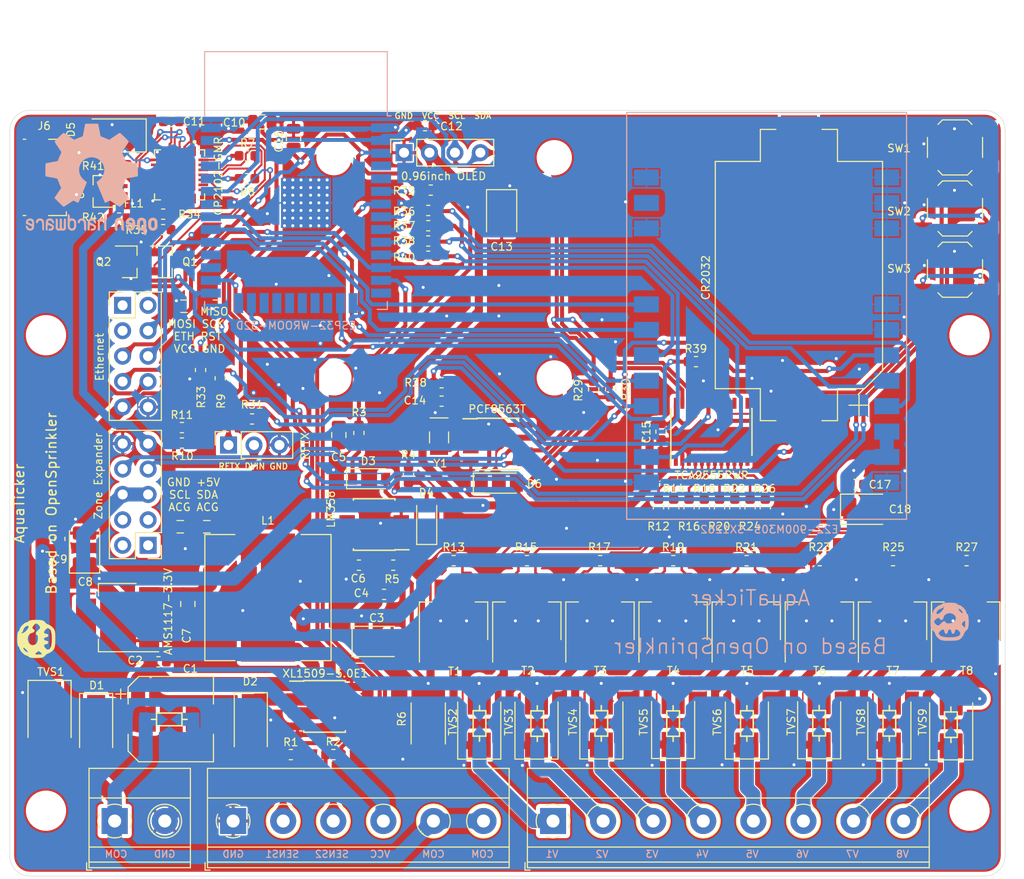
<source format=kicad_pcb>
(kicad_pcb (version 20171130) (host pcbnew "(5.1.6-0-10_14)")
  (layers (0 Top signal) (31 Bottom signal) (34 B.Paste user) (35 F.Paste user) (36 B.SilkS user) (37 F.SilkS user) (38 B.Mask user) (39 F.Mask user) (44 Edge.Cuts user))
  (net 0 "")
  (net 1 GND)
  (net 2 "Net-(BT1-Pad1)")
  (net 3 "Net-(D4-Pad2)")
  (net 4 /DSDA)
  (net 5 /DSCL)
  (net 6 /DVIN)
  (net 7 /IO25)
  (net 8 /DADC)
  (net 9 /VCC)
  (net 10 /COM)
  (net 11 /ACRET)
  (net 12 /P7)
  (net 13 /P6)
  (net 14 /P5)
  (net 15 /P4)
  (net 16 /P3)
  (net 17 /P2)
  (net 18 /P1)
  (net 19 /P0)
  (net 20 /TXD)
  (net 21 /RXD)
  (net 22 "Net-(D2-Pad1)")
  (net 23 /IO33)
  (net 24 "Net-(R12-Pad2)")
  (net 25 /IO32)
  (net 26 /IO26)
  (net 27 "Net-(R14-Pad2)")
  (net 28 /MOSI)
  (net 29 /SCK)
  (net 30 /NSS_SEL)
  (net 31 /MISO)
  (net 32 /RESET)
  (net 33 "Net-(C1-Pad1)")
  (net 34 /RST)
  (net 35 /SW1)
  (net 36 /SW3)
  (net 37 /BUSY)
  (net 38 /DIO1)
  (net 39 /RXEN)
  (net 40 /TXEN)
  (net 41 /DIO2)
  (net 42 /GPIO0)
  (net 43 /RTS)
  (net 44 /DTR)
  (net 45 "Net-(Q1-Pad1)")
  (net 46 "Net-(Q2-Pad1)")
  (net 47 /VBUS)
  (net 48 /D+)
  (net 49 /D-)
  (net 50 /DP)
  (net 51 /DM)
  (net 52 /RFTX)
  (net 53 /IO13)
  (net 54 /DVINSENS)
  (net 55 "Net-(D3-Pad2)")
  (net 56 "Net-(D3-Pad1)")
  (net 57 "Net-(J2-Pad3)")
  (net 58 "Net-(J2-Pad2)")
  (net 59 "Net-(J6-Pad6)")
  (net 60 "Net-(J7-Pad8)")
  (net 61 "Net-(J7-Pad7)")
  (net 62 "Net-(J7-Pad6)")
  (net 63 "Net-(J7-Pad5)")
  (net 64 "Net-(J7-Pad4)")
  (net 65 "Net-(J7-Pad3)")
  (net 66 "Net-(J7-Pad2)")
  (net 67 "Net-(J7-Pad1)")
  (net 68 "Net-(R7-Pad1)")
  (net 69 "Net-(R8-Pad1)")
  (net 70 "Net-(R16-Pad2)")
  (net 71 "Net-(R18-Pad2)")
  (net 72 "Net-(R20-Pad2)")
  (net 73 "Net-(R22-Pad2)")
  (net 74 "Net-(R24-Pad2)")
  (net 75 "Net-(R26-Pad2)")
  (net 76 "Net-(U7-Pad2)")
  (net 77 "Net-(U7-Pad1)")
  (net 78 "Net-(C14-Pad1)")
  (net 79 /ETH)
  (net 80 /SENS1)
  (net 81 /SENS2)
  (module Symbol:OSHW-Logo2_14.6x12mm_SilkScreen (layer Bottom) (at 106.66984 60.88888 180)
    (fp_text reference REF** hide)
    (fp_text value OSHW-Logo2_14.6x12mm_SilkScreen hide)
  )
  (module Libraries:Logo6 (layer Bottom) (at 192.49644 104.68864 180)
    (fp_text reference G*** hide)
    (fp_text value LOGO hide)
  )
  (module Capacitor_SMD:CP_Elec_8x10 (layer Top) (at 114.5667 114.8207)
    (fp_text reference C1 (at 1.1303 -4.5847 180) (layer F.SilkS) (effects (font (size 0.77216 0.77216) (thickness 0.115824)) (justify left bottom)))
    (fp_text value 100uF)
    (pad 2 smd rect (at 3.25 0) (size 3.5 2.5) (layers Top F.Paste F.Mask) (net 1 GND))
    (pad 1 smd rect (at -3.25 0) (size 3.5 2.5) (layers Top F.Paste F.Mask) (net 33 "Net-(C1-Pad1)"))
  )
  (module Libraries:Logo6 (layer Top) (at 100.7364 106.9848 90)
    (fp_text reference G*** hide)
    (fp_text value LOGO hide)
  )
  (module Libraries:QFN50P500X500X100-29N (layer Top) (at 115.443 60.452 270)
    (fp_text reference U5 hide)
    (fp_text value CP2102-GMR (at 0.127 -3.8735 90) (layer F.SilkS) (effects (font (size 0.77216 0.77216) (thickness 0.115824))))
    (pad 29 smd rect (at 0 0 270) (size 3.15 3.15) (layers Top F.Mask))
    (pad 28 smd rect (at -1.5 -2.37 270) (size 0.26 0.97) (layers Top F.Paste F.Mask) (net 44 /DTR))
    (pad 27 smd rect (at -1 -2.37 270) (size 0.26 0.97) (layers Top F.Paste F.Mask))
    (pad 26 smd rect (at -0.5 -2.37 270) (size 0.26 0.97) (layers Top F.Paste F.Mask) (net 69 "Net-(R8-Pad1)"))
    (pad 25 smd rect (at 0 -2.37 270) (size 0.26 0.97) (layers Top F.Paste F.Mask) (net 68 "Net-(R7-Pad1)"))
    (pad 24 smd rect (at 0.5 -2.37 270) (size 0.26 0.97) (layers Top F.Paste F.Mask) (net 43 /RTS))
    (pad 23 smd rect (at 1 -2.37 270) (size 0.26 0.97) (layers Top F.Paste F.Mask))
    (pad 22 smd rect (at 1.5 -2.37 270) (size 0.26 0.97) (layers Top F.Paste F.Mask))
    (pad 21 smd rect (at 2.37 -1.5 270) (size 0.97 0.26) (layers Top F.Paste F.Mask))
    (pad 20 smd rect (at 2.37 -1 270) (size 0.97 0.26) (layers Top F.Paste F.Mask))
    (pad 19 smd rect (at 2.37 -0.5 270) (size 0.97 0.26) (layers Top F.Paste F.Mask))
    (pad 18 smd rect (at 2.37 0 270) (size 0.97 0.26) (layers Top F.Paste F.Mask))
    (pad 17 smd rect (at 2.37 0.5 270) (size 0.97 0.26) (layers Top F.Paste F.Mask))
    (pad 16 smd rect (at 2.37 1 270) (size 0.97 0.26) (layers Top F.Paste F.Mask))
    (pad 15 smd rect (at 2.37 1.5 270) (size 0.97 0.26) (layers Top F.Paste F.Mask))
    (pad 14 smd rect (at 1.5 2.37 270) (size 0.26 0.97) (layers Top F.Paste F.Mask))
    (pad 13 smd rect (at 1 2.37 270) (size 0.26 0.97) (layers Top F.Paste F.Mask))
    (pad 12 smd rect (at 0.5 2.37 270) (size 0.26 0.97) (layers Top F.Paste F.Mask))
    (pad 11 smd rect (at 0 2.37 270) (size 0.26 0.97) (layers Top F.Paste F.Mask))
    (pad 10 smd rect (at -0.5 2.37 270) (size 0.26 0.97) (layers Top F.Paste F.Mask))
    (pad 9 smd rect (at -1 2.37 270) (size 0.26 0.97) (layers Top F.Paste F.Mask))
    (pad 8 smd rect (at -1.5 2.37 270) (size 0.26 0.97) (layers Top F.Paste F.Mask) (net 6 /DVIN))
    (pad 7 smd rect (at -2.37 1.5 270) (size 0.97 0.26) (layers Top F.Paste F.Mask) (net 9 /VCC))
    (pad 6 smd rect (at -2.37 1 270) (size 0.97 0.26) (layers Top F.Paste F.Mask) (net 9 /VCC))
    (pad 5 smd rect (at -2.37 0.5 270) (size 0.97 0.26) (layers Top F.Paste F.Mask) (net 51 /DM))
    (pad 4 smd rect (at -2.37 0 270) (size 0.97 0.26) (layers Top F.Paste F.Mask) (net 50 /DP))
    (pad 3 smd rect (at -2.37 -0.5 270) (size 0.97 0.26) (layers Top F.Paste F.Mask) (net 1 GND))
    (pad 2 smd rect (at -2.37 -1 270) (size 0.97 0.26) (layers Top F.Paste F.Mask))
    (pad 1 smd rect (at -2.37 -1.5 270) (size 0.97 0.26) (layers Top F.Paste F.Mask))
  )
  (module RF_Module:ESP32-WROOM-32 (layer Bottom) (at 127.0635 64.008 180)
    (fp_text reference U6)
    (fp_text value ESP32-WROOM-32D (at 0 -11.5) (layer B.SilkS) (effects (font (size 0.77216 0.77216) (thickness 0.115824)) (justify mirror)))
    (pad 38 smd rect (at 8.5 8.255 180) (size 2 0.9) (layers Bottom B.Paste B.Mask) (net 1 GND))
    (pad 37 smd rect (at 8.5 6.985 180) (size 2 0.9) (layers Bottom B.Paste B.Mask) (net 32 /RESET))
    (pad 36 smd rect (at 8.5 5.715 180) (size 2 0.9) (layers Bottom B.Paste B.Mask) (net 5 /DSCL))
    (pad 35 smd rect (at 8.5 4.445 180) (size 2 0.9) (layers Bottom B.Paste B.Mask) (net 20 /TXD))
    (pad 34 smd rect (at 8.5 3.175 180) (size 2 0.9) (layers Bottom B.Paste B.Mask) (net 21 /RXD))
    (pad 33 smd rect (at 8.5 1.905 180) (size 2 0.9) (layers Bottom B.Paste B.Mask) (net 4 /DSDA))
    (pad 32 smd rect (at 8.5 0.635 180) (size 2 0.9) (layers Bottom B.Paste B.Mask))
    (pad 31 smd rect (at 8.5 -0.635 180) (size 2 0.9) (layers Bottom B.Paste B.Mask) (net 31 /MISO))
    (pad 30 smd rect (at 8.5 -1.905 180) (size 2 0.9) (layers Bottom B.Paste B.Mask) (net 30 /NSS_SEL))
    (pad 29 smd rect (at 8.5 -3.175 180) (size 2 0.9) (layers Bottom B.Paste B.Mask) (net 29 /SCK))
    (pad 28 smd rect (at 8.5 -4.445 180) (size 2 0.9) (layers Bottom B.Paste B.Mask))
    (pad 27 smd rect (at 8.5 -5.715 180) (size 2 0.9) (layers Bottom B.Paste B.Mask))
    (pad 26 smd rect (at 8.5 -6.985 180) (size 2 0.9) (layers Bottom B.Paste B.Mask) (net 35 /SW1))
    (pad 25 smd rect (at 8.5 -8.255 180) (size 2 0.9) (layers Bottom B.Paste B.Mask) (net 42 /GPIO0))
    (pad 24 smd rect (at 5.715 -9.255 90) (size 2 0.9) (layers Bottom B.Paste B.Mask))
    (pad 23 smd rect (at 4.445 -9.255 90) (size 2 0.9) (layers Bottom B.Paste B.Mask) (net 80 /SENS1))
    (pad 22 smd rect (at 3.175 -9.255 90) (size 2 0.9) (layers Bottom B.Paste B.Mask))
    (pad 21 smd rect (at 1.905 -9.255 90) (size 2 0.9) (layers Bottom B.Paste B.Mask))
    (pad 20 smd rect (at 0.635 -9.255 90) (size 2 0.9) (layers Bottom B.Paste B.Mask))
    (pad 19 smd rect (at -0.635 -9.255 90) (size 2 0.9) (layers Bottom B.Paste B.Mask))
    (pad 18 smd rect (at -1.905 -9.255 90) (size 2 0.9) (layers Bottom B.Paste B.Mask))
    (pad 17 smd rect (at -3.175 -9.255 90) (size 2 0.9) (layers Bottom B.Paste B.Mask))
    (pad 16 smd rect (at -4.445 -9.255 90) (size 2 0.9) (layers Bottom B.Paste B.Mask) (net 53 /IO13))
    (pad 15 smd rect (at -5.715 -9.255 90) (size 2 0.9) (layers Bottom B.Paste B.Mask) (net 1 GND))
    (pad 14 smd rect (at -8.5 -8.255 180) (size 2 0.9) (layers Bottom B.Paste B.Mask))
    (pad 13 smd rect (at -8.5 -6.985 180) (size 2 0.9) (layers Bottom B.Paste B.Mask) (net 81 /SENS2))
    (pad 12 smd rect (at -8.5 -5.715 180) (size 2 0.9) (layers Bottom B.Paste B.Mask) (net 28 /MOSI))
    (pad 11 smd rect (at -8.5 -4.445 180) (size 2 0.9) (layers Bottom B.Paste B.Mask) (net 26 /IO26))
    (pad 10 smd rect (at -8.5 -3.175 180) (size 2 0.9) (layers Bottom B.Paste B.Mask) (net 7 /IO25))
    (pad 9 smd rect (at -8.5 -1.905 180) (size 2 0.9) (layers Bottom B.Paste B.Mask) (net 23 /IO33))
    (pad 8 smd rect (at -8.5 -0.635 180) (size 2 0.9) (layers Bottom B.Paste B.Mask) (net 25 /IO32))
    (pad 7 smd rect (at -8.5 0.635 180) (size 2 0.9) (layers Bottom B.Paste B.Mask) (net 54 /DVINSENS))
    (pad 6 smd rect (at -8.5 1.905 180) (size 2 0.9) (layers Bottom B.Paste B.Mask) (net 8 /DADC))
    (pad 5 smd rect (at -8.5 3.175 180) (size 2 0.9) (layers Bottom B.Paste B.Mask))
    (pad 4 smd rect (at -8.5 4.445 180) (size 2 0.9) (layers Bottom B.Paste B.Mask))
    (pad 3 smd rect (at -8.5 5.715 180) (size 2 0.9) (layers Bottom B.Paste B.Mask) (net 34 /RST))
    (pad 2 smd rect (at -8.5 6.985 180) (size 2 0.9) (layers Bottom B.Paste B.Mask) (net 9 /VCC))
    (pad 1 smd rect (at -8.5 8.255 180) (size 2 0.9) (layers Bottom B.Paste B.Mask) (net 1 GND))
    (pad 39 smd rect (at -1 0.755 180) (size 5 5) (layers Bottom B.Paste B.Mask) (net 1 GND))
  )
  (module Connector_PinSocket_2.54mm:PinSocket_1x03_P2.54mm_Vertical (layer Top) (at 120.3325 87.4395 90)
    (fp_text reference J3 hide)
    (fp_text value RFTX (at -0.1143 7.6454 270) (layer F.SilkS) (effects (font (size 0.77216 0.77216) (thickness 0.115824))))
    (pad 3 thru_hole oval (at 0 5.08 90) (size 1.7 1.7) (drill 1) (layers *.Cu *.Mask) (net 1 GND))
    (pad 2 thru_hole oval (at 0 2.54 90) (size 1.7 1.7) (drill 1) (layers *.Cu *.Mask) (net 6 /DVIN))
    (pad 1 thru_hole rect (at 0 0 90) (size 1.7 1.7) (drill 1) (layers *.Cu *.Mask) (net 52 /RFTX))
  )
  (module MountingHole:MountingHole_2.7mm_M2.5 (layer Top) (at 130.8553 80.7335)
    (fp_text reference REF** hide)
    (fp_text value MountingHole_2.7mm_M2.5)
    (pad 1 np_thru_hole circle (at 0 0) (size 2.7 2.7) (drill 2.7) (layers *.Cu *.Mask))
  )
  (module MountingHole:MountingHole_2.7mm_M2.5 (layer Top) (at 152.8553 80.7335)
    (fp_text reference REF** hide)
    (fp_text value MountingHole_2.7mm_M2.5)
    (pad 1 np_thru_hole circle (at 0 0) (size 2.7 2.7) (drill 2.7) (layers *.Cu *.Mask))
  )
  (module MountingHole:MountingHole_2.7mm_M2.5 (layer Top) (at 152.8553 58.7335)
    (fp_text reference REF** hide)
    (fp_text value MountingHole_2.7mm_M2.5)
    (pad 1 np_thru_hole circle (at 0 0) (size 2.7 2.7) (drill 2.7) (layers *.Cu *.Mask))
  )
  (module MountingHole:MountingHole_2.7mm_M2.5 (layer Top) (at 130.8553 58.7335)
    (fp_text reference REF** hide)
    (fp_text value MountingHole_2.7mm_M2.5)
    (pad 1 np_thru_hole circle (at 0 0) (size 2.7 2.7) (drill 2.7) (layers *.Cu *.Mask))
  )
  (module Diode_SMD:D_SOD-123 (layer Top) (at 134.366 90.805)
    (fp_text reference D3 (at -0.9144 -1.3208) (layer F.SilkS) (effects (font (size 0.77216 0.77216) (thickness 0.115824)) (justify left bottom)))
    (fp_text value DN4148)
    (pad 2 smd rect (at 1.65 0) (size 0.9 1.2) (layers Top F.Paste F.Mask) (net 55 "Net-(D3-Pad2)"))
    (pad 1 smd rect (at -1.65 0) (size 0.9 1.2) (layers Top F.Paste F.Mask) (net 56 "Net-(D3-Pad1)"))
  )
  (module Connector_PinHeader_2.54mm:PinHeader_2x05_P2.54mm_Vertical (layer Top) (at 112.30356 97.45726 180)
    (fp_text reference J5 hide)
    (fp_text value "Zone Expander" (at 4.51866 11.31316 270) (layer F.SilkS) (effects (font (size 0.77216 0.77216) (thickness 0.115824)) (justify right bottom)))
    (pad 10 thru_hole oval (at 2.54 10.16 180) (size 1.7 1.7) (drill 1) (layers *.Cu *.Mask) (net 1 GND))
    (pad 9 thru_hole oval (at 0 10.16 180) (size 1.7 1.7) (drill 1) (layers *.Cu *.Mask) (net 6 /DVIN))
    (pad 8 thru_hole oval (at 2.54 7.62 180) (size 1.7 1.7) (drill 1) (layers *.Cu *.Mask) (net 5 /DSCL))
    (pad 7 thru_hole oval (at 0 7.62 180) (size 1.7 1.7) (drill 1) (layers *.Cu *.Mask) (net 4 /DSDA))
    (pad 6 thru_hole oval (at 2.54 5.08 180) (size 1.7 1.7) (drill 1) (layers *.Cu *.Mask) (net 11 /ACRET))
    (pad 5 thru_hole oval (at 0 5.08 180) (size 1.7 1.7) (drill 1) (layers *.Cu *.Mask) (net 11 /ACRET))
    (pad 4 thru_hole oval (at 2.54 2.54 180) (size 1.7 1.7) (drill 1) (layers *.Cu *.Mask))
    (pad 3 thru_hole oval (at 0 2.54 180) (size 1.7 1.7) (drill 1) (layers *.Cu *.Mask))
    (pad 2 thru_hole oval (at 2.54 0 180) (size 1.7 1.7) (drill 1) (layers *.Cu *.Mask))
    (pad 1 thru_hole rect (at 0 0 180) (size 1.7 1.7) (drill 1) (layers *.Cu *.Mask))
  )
  (module Resistor_SMD:R_0603_1608Metric (layer Top) (at 113.80216 65.92316)
    (fp_text reference R35 (at -2.65176 0.03048) (layer F.SilkS) (effects (font (size 0.77216 0.77216) (thickness 0.115824))))
    (fp_text value 4K7)
    (pad 2 smd roundrect (at 0.7875 0) (size 0.875 0.95) (layers Top F.Paste F.Mask) (net 43 /RTS))
    (pad 1 smd roundrect (at -0.7875 0) (size 0.875 0.95) (layers Top F.Paste F.Mask) (net 46 "Net-(Q2-Pad1)"))
  )
  (module Resistor_SMD:R_0603_1608Metric (layer Top) (at 113.80724 64.37376)
    (fp_text reference R34 (at 2.62636 0.0254) (layer F.SilkS) (effects (font (size 0.77216 0.77216) (thickness 0.115824))))
    (fp_text value 4K7)
    (pad 2 smd roundrect (at 0.7875 0) (size 0.875 0.95) (layers Top F.Paste F.Mask) (net 44 /DTR))
    (pad 1 smd roundrect (at -0.7875 0) (size 0.875 0.95) (layers Top F.Paste F.Mask) (net 45 "Net-(Q1-Pad1)"))
  )
  (module Package_TO_SOT_SMD:SOT-23 (layer Top) (at 110.4392 69.1388)
    (fp_text reference Q2 (at -2.5908 0) (layer F.SilkS) (effects (font (size 0.77216 0.77216) (thickness 0.115824))))
    (fp_text value Q_NPN_BCE)
    (pad 3 smd rect (at 1 0) (size 0.9 0.8) (layers Top F.Paste F.Mask) (net 42 /GPIO0))
    (pad 2 smd rect (at -1 0.95) (size 0.9 0.8) (layers Top F.Paste F.Mask) (net 44 /DTR))
    (pad 1 smd rect (at -1 -0.95) (size 0.9 0.8) (layers Top F.Paste F.Mask) (net 46 "Net-(Q2-Pad1)"))
  )
  (module Package_TO_SOT_SMD:SOT-23 (layer Top) (at 113.9444 69.1388)
    (fp_text reference Q1 (at 2.54 0) (layer F.SilkS) (effects (font (size 0.77216 0.77216) (thickness 0.115824))))
    (fp_text value Q_NPN_BCE)
    (pad 3 smd rect (at 1 0) (size 0.9 0.8) (layers Top F.Paste F.Mask) (net 34 /RST))
    (pad 2 smd rect (at -1 0.95) (size 0.9 0.8) (layers Top F.Paste F.Mask) (net 43 /RTS))
    (pad 1 smd rect (at -1 -0.95) (size 0.9 0.8) (layers Top F.Paste F.Mask) (net 45 "Net-(Q1-Pad1)"))
  )
  (module TerminalBlock_Phoenix:TerminalBlock_Phoenix_MKDS-1,5-2_1x02_P5.00mm_Horizontal (layer Top) (at 108.966 125)
    (fp_text reference J1 hide)
    (fp_text value M024MM-X)
    (pad 2 thru_hole circle (at 5 0) (size 2.6 2.6) (drill 1.3) (layers *.Cu *.Mask) (net 1 GND))
    (pad 1 thru_hole rect (at 0 0) (size 2.6 2.6) (drill 1.3) (layers *.Cu *.Mask) (net 10 /COM))
  )
  (module TerminalBlock_Phoenix:TerminalBlock_Phoenix_MKDS-1,5-8_1x08_P5.00mm_Horizontal (layer Top) (at 152.7302 125)
    (fp_text reference J7 hide)
    (fp_text value M085MM-8 hide)
    (pad 8 thru_hole circle (at 35 0) (size 2.6 2.6) (drill 1.3) (layers *.Cu *.Mask) (net 60 "Net-(J7-Pad8)"))
    (pad 7 thru_hole circle (at 30 0) (size 2.6 2.6) (drill 1.3) (layers *.Cu *.Mask) (net 61 "Net-(J7-Pad7)"))
    (pad 6 thru_hole circle (at 25 0) (size 2.6 2.6) (drill 1.3) (layers *.Cu *.Mask) (net 62 "Net-(J7-Pad6)"))
    (pad 5 thru_hole circle (at 20 0) (size 2.6 2.6) (drill 1.3) (layers *.Cu *.Mask) (net 63 "Net-(J7-Pad5)"))
    (pad 4 thru_hole circle (at 15 0) (size 2.6 2.6) (drill 1.3) (layers *.Cu *.Mask) (net 64 "Net-(J7-Pad4)"))
    (pad 3 thru_hole circle (at 10 0) (size 2.6 2.6) (drill 1.3) (layers *.Cu *.Mask) (net 65 "Net-(J7-Pad3)"))
    (pad 2 thru_hole circle (at 5 0) (size 2.6 2.6) (drill 1.3) (layers *.Cu *.Mask) (net 66 "Net-(J7-Pad2)"))
    (pad 1 thru_hole rect (at 0 0) (size 2.6 2.6) (drill 1.3) (layers *.Cu *.Mask) (net 67 "Net-(J7-Pad1)"))
  )
  (module TerminalBlock_Phoenix:TerminalBlock_Phoenix_MKDS-1,5-6_1x06_P5.00mm_Horizontal (layer Top) (at 120.7897 125)
    (fp_text reference J2 hide)
    (fp_text value M065MM hide)
    (pad 6 thru_hole circle (at 25 0) (size 2.6 2.6) (drill 1.3) (layers *.Cu *.Mask) (net 10 /COM))
    (pad 5 thru_hole circle (at 20 0) (size 2.6 2.6) (drill 1.3) (layers *.Cu *.Mask) (net 10 /COM))
    (pad 4 thru_hole circle (at 15 0) (size 2.6 2.6) (drill 1.3) (layers *.Cu *.Mask) (net 9 /VCC))
    (pad 3 thru_hole circle (at 10 0) (size 2.6 2.6) (drill 1.3) (layers *.Cu *.Mask) (net 57 "Net-(J2-Pad3)"))
    (pad 2 thru_hole circle (at 5 0) (size 2.6 2.6) (drill 1.3) (layers *.Cu *.Mask) (net 58 "Net-(J2-Pad2)"))
    (pad 1 thru_hole rect (at 0 0) (size 2.6 2.6) (drill 1.3) (layers *.Cu *.Mask) (net 1 GND))
  )
  (module Package_SO:SOIC-8_3.9x4.9mm_P1.27mm (layer Top) (at 134.874 95.377 180)
    (fp_text reference U2 hide)
    (fp_text value LM358 (at 4.318 1.524 90) (layer F.SilkS) (effects (font (size 0.77216 0.77216) (thickness 0.115824))))
    (pad 8 smd rect (at 2.7 -1.905 180) (size 1.55 0.6) (layers Top F.Paste F.Mask) (net 9 /VCC))
    (pad 7 smd rect (at 2.7 -0.635 180) (size 1.55 0.6) (layers Top F.Paste F.Mask))
    (pad 6 smd rect (at 2.7 0.635 180) (size 1.55 0.6) (layers Top F.Paste F.Mask))
    (pad 5 smd rect (at 2.7 1.905 180) (size 1.55 0.6) (layers Top F.Paste F.Mask))
    (pad 4 smd rect (at -2.7 1.905 180) (size 1.55 0.6) (layers Top F.Paste F.Mask) (net 1 GND))
    (pad 3 smd rect (at -2.7 0.635 180) (size 1.55 0.6) (layers Top F.Paste F.Mask) (net 1 GND))
    (pad 2 smd rect (at -2.7 -0.635 180) (size 1.55 0.6) (layers Top F.Paste F.Mask) (net 3 "Net-(D4-Pad2)"))
    (pad 1 smd rect (at -2.7 -1.905 180) (size 1.55 0.6) (layers Top F.Paste F.Mask) (net 55 "Net-(D3-Pad2)"))
  )
  (module Resistor_SMD:R_0603_1608Metric (layer Top) (at 141.605 81.2165 180)
    (fp_text reference R28 (at 1.397 -0.4445) (layer F.SilkS) (effects (font (size 0.77216 0.77216) (thickness 0.115824)) (justify right bottom)))
    (fp_text value 10K)
    (pad 2 smd roundrect (at 0.7875 0 180) (size 0.875 0.95) (layers Top F.Paste F.Mask) (net 2 "Net-(BT1-Pad1)"))
    (pad 1 smd roundrect (at -0.7875 0 180) (size 0.875 0.95) (layers Top F.Paste F.Mask) (net 78 "Net-(C14-Pad1)"))
  )
  (module Capacitor_SMD:C_0603_1608Metric (layer Top) (at 103.48722 96.81464 90)
    (fp_text reference C9 (at -2.48666 -0.82042 180) (layer F.SilkS) (effects (font (size 0.77216 0.77216) (thickness 0.115824)) (justify left bottom)))
    (fp_text value 0.1u)
    (pad 2 smd roundrect (at 0.7875 0 90) (size 0.875 0.95) (layers Top F.Paste F.Mask) (net 1 GND))
    (pad 1 smd roundrect (at -0.7875 0 90) (size 0.875 0.95) (layers Top F.Paste F.Mask) (net 9 /VCC))
  )
  (module Inductor_SMD:L_12x12mm_H6mm (layer Top) (at 124.2695 102.6795 90)
    (fp_text reference L1 hide)
    (fp_text value 68uH hide)
    (fp_text user L1 (at 7.239 -0.762 180) (layer F.SilkS) (effects (font (size 0.77216 0.77216) (thickness 0.115824)) (justify left bottom)))
    (pad 2 smd rect (at 4.95 0 90) (size 2.9 5.4) (layers Top F.Paste F.Mask) (net 6 /DVIN))
    (pad 1 smd rect (at -4.95 0 90) (size 2.9 5.4) (layers Top F.Paste F.Mask) (net 22 "Net-(D2-Pad1)"))
  )
  (module MountingHole:MountingHole_3.2mm_M3 (layer Top) (at 194.31 123.968)
    (fp_text reference REF** hide)
    (fp_text value MountingHole_3.2mm_M3)
    (pad 1 np_thru_hole circle (at 0 0) (size 3.2 3.2) (drill 3.2) (layers *.Cu *.Mask))
  )
  (module MountingHole:MountingHole_3.2mm_M3 (layer Top) (at 194.31 76.468)
    (fp_text reference REF** hide)
    (fp_text value MountingHole_3.2mm_M3)
    (pad 1 np_thru_hole circle (at 0 0) (size 3.2 3.2) (drill 3.2) (layers *.Cu *.Mask))
  )
  (module MountingHole:MountingHole_3.2mm_M3 (layer Top) (at 102.108 123.968)
    (fp_text reference REF** hide)
    (fp_text value MountingHole_3.2mm_M3)
    (pad 1 np_thru_hole circle (at 0 0) (size 3.2 3.2) (drill 3.2) (layers *.Cu *.Mask))
  )
  (module MountingHole:MountingHole_3.2mm_M3 (layer Top) (at 102.108 76.468)
    (fp_text reference REF** hide)
    (fp_text value MountingHole_3.2mm_M3)
    (pad 1 np_thru_hole circle (at 0 0) (size 3.2 3.2) (drill 3.2) (layers *.Cu *.Mask))
  )
  (module Capacitor_SMD:C_0603_1608Metric (layer Top) (at 113.337 109.093)
    (fp_text reference C2 (at -3.1645 0.3175 180) (layer F.SilkS) (effects (font (size 0.77216 0.77216) (thickness 0.115824)) (justify left bottom)))
    (fp_text value 0.1u)
    (pad 2 smd roundrect (at 0.7875 0) (size 0.875 0.95) (layers Top F.Paste F.Mask) (net 1 GND))
    (pad 1 smd roundrect (at -0.7875 0) (size 0.875 0.95) (layers Top F.Paste F.Mask) (net 33 "Net-(C1-Pad1)"))
  )
  (module Capacitor_SMD:C_0805_2012Metric (layer Top) (at 116.2685 103.3145 270)
    (fp_text reference C7 (at 4.0259 -0.33274 270) (layer F.SilkS) (effects (font (size 0.77216 0.77216) (thickness 0.115824)) (justify left bottom)))
    (fp_text value 10u)
    (pad 2 smd roundrect (at 0.9375 0 270) (size 0.975 1.4) (layers Top F.Paste F.Mask) (net 1 GND))
    (pad 1 smd roundrect (at -0.9375 0 270) (size 0.975 1.4) (layers Top F.Paste F.Mask) (net 6 /DVIN))
  )
  (module Capacitor_SMD:C_0603_1608Metric (layer Top) (at 141.605 83.058 180)
    (fp_text reference C14 (at 1.4605 -0.381 180) (layer F.SilkS) (effects (font (size 0.77216 0.77216) (thickness 0.115824)) (justify right bottom)))
    (fp_text value 0.1u)
    (pad 2 smd roundrect (at 0.7875 0 180) (size 0.875 0.95) (layers Top F.Paste F.Mask) (net 1 GND))
    (pad 1 smd roundrect (at -0.7875 0 180) (size 0.875 0.95) (layers Top F.Paste F.Mask) (net 78 "Net-(C14-Pad1)"))
  )
  (module Capacitor_SMD:C_0603_1608Metric (layer Top) (at 163.5125 86.106 270)
    (fp_text reference C15 (at -1.143 1.0033 270) (layer F.SilkS) (effects (font (size 0.77216 0.77216) (thickness 0.115824)) (justify right bottom)))
    (fp_text value 0.1u)
    (pad 2 smd roundrect (at 0.7875 0 270) (size 0.875 0.95) (layers Top F.Paste F.Mask) (net 1 GND))
    (pad 1 smd roundrect (at -0.7875 0 270) (size 0.875 0.95) (layers Top F.Paste F.Mask) (net 9 /VCC))
  )
  (module Capacitor_SMD:C_0603_1608Metric (layer Top) (at 135.8646 102.362)
    (fp_text reference C4 (at -3.0988 0.3302 -180) (layer F.SilkS) (effects (font (size 0.77216 0.77216) (thickness 0.115824)) (justify left bottom)))
    (fp_text value 0.1u)
    (pad 2 smd roundrect (at 0.7875 0) (size 0.875 0.95) (layers Top F.Paste F.Mask) (net 1 GND))
    (pad 1 smd roundrect (at -0.7875 0) (size 0.875 0.95) (layers Top F.Paste F.Mask) (net 6 /DVIN))
  )
  (module Capacitor_SMD:C_0805_2012Metric (layer Top) (at 131.3434 86.4362 270)
    (fp_text reference C5 (at 2.667 0.8509 180) (layer F.SilkS) (effects (font (size 0.77216 0.77216) (thickness 0.115824)) (justify left bottom)))
    (fp_text value 10u)
    (pad 2 smd roundrect (at 0.9375 0 270) (size 0.975 1.4) (layers Top F.Paste F.Mask) (net 1 GND))
    (pad 1 smd roundrect (at -0.9375 0 270) (size 0.975 1.4) (layers Top F.Paste F.Mask) (net 8 /DADC))
  )
  (module Resistor_SMD:R_0603_1608Metric (layer Top) (at 133.35 86.2331 270)
    (fp_text reference R3 (at -1.6257 -0.8382 180) (layer F.SilkS) (effects (font (size 0.77216 0.77216) (thickness 0.115824)) (justify right bottom)))
    (fp_text value 100)
    (pad 2 smd roundrect (at 0.7875 0 270) (size 0.875 0.95) (layers Top F.Paste F.Mask) (net 56 "Net-(D3-Pad1)"))
    (pad 1 smd roundrect (at -0.7875 0 270) (size 0.875 0.95) (layers Top F.Paste F.Mask) (net 8 /DADC))
  )
  (module Capacitor_SMD:C_0603_1608Metric (layer Top) (at 133.35 99.441)
    (fp_text reference C6 (at 0.762 1.778) (layer F.SilkS) (effects (font (size 0.77216 0.77216) (thickness 0.115824)) (justify right bottom)))
    (fp_text value 0.1u)
    (pad 2 smd roundrect (at 0.7875 0) (size 0.875 0.95) (layers Top F.Paste F.Mask) (net 1 GND))
    (pad 1 smd roundrect (at -0.7875 0) (size 0.875 0.95) (layers Top F.Paste F.Mask) (net 9 /VCC))
  )
  (module Resistor_SMD:R_0603_1608Metric (layer Top) (at 130.81 118.364)
    (fp_text reference R2 (at -0.8509 -0.8382) (layer F.SilkS) (effects (font (size 0.77216 0.77216) (thickness 0.115824)) (justify left bottom)))
    (fp_text value 4K7)
    (pad 2 smd roundrect (at 0.7875 0) (size 0.875 0.95) (layers Top F.Paste F.Mask) (net 81 /SENS2))
    (pad 1 smd roundrect (at -0.7875 0) (size 0.875 0.95) (layers Top F.Paste F.Mask) (net 57 "Net-(J2-Pad3)"))
  )
  (module Diode_SMD:D_SMA (layer Top) (at 122.555 115.57 270)
    (fp_text reference D2 (at -4.064 0.889) (layer F.SilkS) (effects (font (size 0.77216 0.77216) (thickness 0.115824)) (justify left bottom)))
    (fp_text value SS34)
    (pad 2 smd rect (at 2 0 270) (size 2.5 1.8) (layers Top F.Paste F.Mask) (net 1 GND))
    (pad 1 smd rect (at -2 0 270) (size 2.5 1.8) (layers Top F.Paste F.Mask) (net 22 "Net-(D2-Pad1)"))
  )
  (module Resistor_SMD:R_0603_1608Metric (layer Top) (at 194.017 98.99 180)
    (fp_text reference R27 (at -1.2074 0.8952) (layer F.SilkS) (effects (font (size 0.77216 0.77216) (thickness 0.115824)) (justify right bottom)))
    (fp_text value 470K)
    (pad 2 smd roundrect (at 0.7875 0 180) (size 0.875 0.95) (layers Top F.Paste F.Mask) (net 11 /ACRET))
    (pad 1 smd roundrect (at -0.7875 0 180) (size 0.875 0.95) (layers Top F.Paste F.Mask) (net 75 "Net-(R26-Pad2)"))
  )
  (module Resistor_SMD:R_0603_1608Metric (layer Top) (at 186.675 98.99 180)
    (fp_text reference R25 (at -1.2342 0.8952) (layer F.SilkS) (effects (font (size 0.77216 0.77216) (thickness 0.115824)) (justify right bottom)))
    (fp_text value 470K)
    (pad 2 smd roundrect (at 0.7875 0 180) (size 0.875 0.95) (layers Top F.Paste F.Mask) (net 11 /ACRET))
    (pad 1 smd roundrect (at -0.7875 0 180) (size 0.875 0.95) (layers Top F.Paste F.Mask) (net 74 "Net-(R24-Pad2)"))
  )
  (module Resistor_SMD:R_0603_1608Metric (layer Top) (at 179.363 98.99 180)
    (fp_text reference R23 (at -1.1802 0.8952) (layer F.SilkS) (effects (font (size 0.77216 0.77216) (thickness 0.115824)) (justify right bottom)))
    (fp_text value 470K)
    (pad 2 smd roundrect (at 0.7875 0 180) (size 0.875 0.95) (layers Top F.Paste F.Mask) (net 11 /ACRET))
    (pad 1 smd roundrect (at -0.7875 0 180) (size 0.875 0.95) (layers Top F.Paste F.Mask) (net 73 "Net-(R22-Pad2)"))
  )
  (module Resistor_SMD:R_0603_1608Metric (layer Top) (at 172.051 98.99 180)
    (fp_text reference R21 (at -1.177 0.8952) (layer F.SilkS) (effects (font (size 0.77216 0.77216) (thickness 0.115824)) (justify right bottom)))
    (fp_text value 470K)
    (pad 2 smd roundrect (at 0.7875 0 180) (size 0.875 0.95) (layers Top F.Paste F.Mask) (net 11 /ACRET))
    (pad 1 smd roundrect (at -0.7875 0 180) (size 0.875 0.95) (layers Top F.Paste F.Mask) (net 72 "Net-(R20-Pad2)"))
  )
  (module Resistor_SMD:R_0603_1608Metric (layer Top) (at 164.729 98.99 180)
    (fp_text reference R19 (at -1.1838 0.8952) (layer F.SilkS) (effects (font (size 0.77216 0.77216) (thickness 0.115824)) (justify right bottom)))
    (fp_text value 470K)
    (pad 2 smd roundrect (at 0.7875 0 180) (size 0.875 0.95) (layers Top F.Paste F.Mask) (net 11 /ACRET))
    (pad 1 smd roundrect (at -0.7875 0 180) (size 0.875 0.95) (layers Top F.Paste F.Mask) (net 71 "Net-(R18-Pad2)"))
  )
  (module Resistor_SMD:R_0603_1608Metric (layer Top) (at 150.125 98.99 180)
    (fp_text reference R15 (at -1.1066 0.8952) (layer F.SilkS) (effects (font (size 0.77216 0.77216) (thickness 0.115824)) (justify right bottom)))
    (fp_text value 470K)
    (pad 2 smd roundrect (at 0.7875 0 180) (size 0.875 0.95) (layers Top F.Paste F.Mask) (net 11 /ACRET))
    (pad 1 smd roundrect (at -0.7875 0 180) (size 0.875 0.95) (layers Top F.Paste F.Mask) (net 27 "Net-(R14-Pad2)"))
  )
  (module Resistor_SMD:R_0603_1608Metric (layer Top) (at 142.813 98.99 180)
    (fp_text reference R13 (at -1.205 0.8952) (layer F.SilkS) (effects (font (size 0.77216 0.77216) (thickness 0.115824)) (justify right bottom)))
    (fp_text value 470K)
    (pad 2 smd roundrect (at 0.7875 0 180) (size 0.875 0.95) (layers Top F.Paste F.Mask) (net 11 /ACRET))
    (pad 1 smd roundrect (at -0.7875 0 180) (size 0.875 0.95) (layers Top F.Paste F.Mask) (net 24 "Net-(R12-Pad2)"))
  )
  (module Resistor_SMD:R_0603_1608Metric (layer Top) (at 157.437 98.99 180)
    (fp_text reference R17 (at -1.1098 0.8952) (layer F.SilkS) (effects (font (size 0.77216 0.77216) (thickness 0.115824)) (justify right bottom)))
    (fp_text value 470K)
    (pad 2 smd roundrect (at 0.7875 0 180) (size 0.875 0.95) (layers Top F.Paste F.Mask) (net 11 /ACRET))
    (pad 1 smd roundrect (at -0.7875 0 180) (size 0.875 0.95) (layers Top F.Paste F.Mask) (net 70 "Net-(R16-Pad2)"))
  )
  (module Resistor_SMD:R_2512_6332Metric (layer Top) (at 140.2715 115.2525 270)
    (fp_text reference R6 (at -1.2827 2.1971 90) (layer F.SilkS) (effects (font (size 0.77216 0.77216) (thickness 0.115824)) (justify right bottom)))
    (fp_text value 0.20)
    (pad 2 smd roundrect (at 2.9 0 270) (size 1.35 3.35) (layers Top F.Paste F.Mask) (roundrect_rratio 0.185185) (net 1 GND))
    (pad 1 smd roundrect (at -2.9 0 270) (size 1.35 3.35) (layers Top F.Paste F.Mask) (roundrect_rratio 0.185185) (net 11 /ACRET))
  )
  (module Diode_SMD:D_SMB (layer Top) (at 102.4636 114.5032 270)
    (fp_text reference TVS1 (at -3.9497 1.3081) (layer F.SilkS) (effects (font (size 0.77216 0.77216) (thickness 0.115824)) (justify left bottom)))
    (fp_text value 43CA)
    (pad 2 smd rect (at 2.15 0 270) (size 2.5 2.3) (layers Top F.Paste F.Mask) (net 10 /COM))
    (pad 1 smd rect (at -2.15 0 270) (size 2.5 2.3) (layers Top F.Paste F.Mask) (net 1 GND))
  )
  (module Diode_SMD:D_SMB (layer Top) (at 192.4812 115.3414 90)
    (fp_text reference TVS9 (at 1.6637 -2.4003 90) (layer F.SilkS) (effects (font (size 0.77216 0.77216) (thickness 0.115824)) (justify right bottom)))
    (fp_text value TVSSMB)
    (pad 2 smd rect (at 2.15 0 90) (size 2.5 2.3) (layers Top F.Paste F.Mask) (net 11 /ACRET))
    (pad 1 smd rect (at -2.15 0 90) (size 2.5 2.3) (layers Top F.Paste F.Mask) (net 60 "Net-(J7-Pad8)"))
  )
  (module Diode_SMD:D_SMB (layer Top) (at 186.309 115.2652 90)
    (fp_text reference TVS8 (at 1.5875 -2.3749 90) (layer F.SilkS) (effects (font (size 0.77216 0.77216) (thickness 0.115824)) (justify right bottom)))
    (fp_text value SMBJ43CA)
    (pad 2 smd rect (at 2.15 0 90) (size 2.5 2.3) (layers Top F.Paste F.Mask) (net 11 /ACRET))
    (pad 1 smd rect (at -2.15 0 90) (size 2.5 2.3) (layers Top F.Paste F.Mask) (net 61 "Net-(J7-Pad7)"))
  )
  (module Diode_SMD:D_SMB (layer Top) (at 179.2986 115.23 90)
    (fp_text reference TVS7 (at 1.5523 -2.3368 90) (layer F.SilkS) (effects (font (size 0.77216 0.77216) (thickness 0.115824)) (justify right bottom)))
    (fp_text value SMBJ43CA)
    (pad 2 smd rect (at 2.15 0 90) (size 2.5 2.3) (layers Top F.Paste F.Mask) (net 11 /ACRET))
    (pad 1 smd rect (at -2.15 0 90) (size 2.5 2.3) (layers Top F.Paste F.Mask) (net 62 "Net-(J7-Pad6)"))
  )
  (module Diode_SMD:D_SMB (layer Top) (at 172.085 115.2554 90)
    (fp_text reference TVS6 (at 1.5777 -2.5019 90) (layer F.SilkS) (effects (font (size 0.77216 0.77216) (thickness 0.115824)) (justify right bottom)))
    (fp_text value SMBJ43CA)
    (pad 2 smd rect (at 2.15 0 90) (size 2.5 2.3) (layers Top F.Paste F.Mask) (net 11 /ACRET))
    (pad 1 smd rect (at -2.15 0 90) (size 2.5 2.3) (layers Top F.Paste F.Mask) (net 63 "Net-(J7-Pad5)"))
  )
  (module Diode_SMD:D_SMB (layer Top) (at 164.719 115.2046 90)
    (fp_text reference TVS5 (at 1.5269 -2.4892 90) (layer F.SilkS) (effects (font (size 0.77216 0.77216) (thickness 0.115824)) (justify right bottom)))
    (fp_text value SMBJ43CA)
    (pad 2 smd rect (at 2.15 0 90) (size 2.5 2.3) (layers Top F.Paste F.Mask) (net 11 /ACRET))
    (pad 1 smd rect (at -2.15 0 90) (size 2.5 2.3) (layers Top F.Paste F.Mask) (net 64 "Net-(J7-Pad4)"))
  )
  (module Diode_SMD:D_SMB (layer Top) (at 157.5562 115.2554 90)
    (fp_text reference TVS4 (at 1.5777 -2.3876 90) (layer F.SilkS) (effects (font (size 0.77216 0.77216) (thickness 0.115824)) (justify right bottom)))
    (fp_text value SMBJ43CA)
    (pad 2 smd rect (at 2.15 0 90) (size 2.5 2.3) (layers Top F.Paste F.Mask) (net 11 /ACRET))
    (pad 1 smd rect (at -2.15 0 90) (size 2.5 2.3) (layers Top F.Paste F.Mask) (net 65 "Net-(J7-Pad3)"))
  )
  (module Diode_SMD:D_SMB (layer Top) (at 151.0792 115.2652 90)
    (fp_text reference TVS3 (at 1.5875 -2.3114 90) (layer F.SilkS) (effects (font (size 0.77216 0.77216) (thickness 0.115824)) (justify right bottom)))
    (fp_text value SMBJ43CA)
    (pad 2 smd rect (at 2.15 0 90) (size 2.5 2.3) (layers Top F.Paste F.Mask) (net 11 /ACRET))
    (pad 1 smd rect (at -2.15 0 90) (size 2.5 2.3) (layers Top F.Paste F.Mask) (net 66 "Net-(J7-Pad2)"))
  )
  (module Diode_SMD:D_SMB (layer Top) (at 145.3642 115.2652 90)
    (fp_text reference TVS2 (at 1.5875 -2.1971 90) (layer F.SilkS) (effects (font (size 0.77216 0.77216) (thickness 0.115824)) (justify right bottom)))
    (fp_text value SMBJ43CA)
    (pad 2 smd rect (at 2.15 0 90) (size 2.5 2.3) (layers Top F.Paste F.Mask) (net 11 /ACRET))
    (pad 1 smd rect (at -2.15 0 90) (size 2.5 2.3) (layers Top F.Paste F.Mask) (net 67 "Net-(J7-Pad1)"))
  )
  (module Package_TO_SOT_SMD:SOT-223 (layer Top) (at 193.929 105.029 90)
    (fp_text reference T8 (at -5.3975 -0.635 180) (layer F.SilkS) (effects (font (size 0.77216 0.77216) (thickness 0.115824)) (justify left bottom)))
    (fp_text value Z0103MN5AA4)
    (pad 1 smd rect (at -3.15 -2.3 90) (size 2 1.5) (layers Top F.Paste F.Mask) (net 11 /ACRET))
    (pad 3 smd rect (at -3.15 2.3 90) (size 2 1.5) (layers Top F.Paste F.Mask) (net 75 "Net-(R26-Pad2)"))
    (pad 2 smd rect (at -3.15 0 90) (size 2 1.5) (layers Top F.Paste F.Mask) (net 60 "Net-(J7-Pad8)"))
    (pad 4 smd rect (at 3.15 0 90) (size 2 3.8) (layers Top F.Paste F.Mask) (net 60 "Net-(J7-Pad8)"))
  )
  (module Package_TO_SOT_SMD:SOT-223 (layer Top) (at 186.6265 105.029 90)
    (fp_text reference T7 (at -5.3975 -0.6985 180) (layer F.SilkS) (effects (font (size 0.77216 0.77216) (thickness 0.115824)) (justify left bottom)))
    (fp_text value Z0103MN5AA4)
    (pad 1 smd rect (at -3.15 -2.3 90) (size 2 1.5) (layers Top F.Paste F.Mask) (net 11 /ACRET))
    (pad 3 smd rect (at -3.15 2.3 90) (size 2 1.5) (layers Top F.Paste F.Mask) (net 74 "Net-(R24-Pad2)"))
    (pad 2 smd rect (at -3.15 0 90) (size 2 1.5) (layers Top F.Paste F.Mask) (net 61 "Net-(J7-Pad7)"))
    (pad 4 smd rect (at 3.15 0 90) (size 2 3.8) (layers Top F.Paste F.Mask) (net 61 "Net-(J7-Pad7)"))
  )
  (module Package_TO_SOT_SMD:SOT-223 (layer Top) (at 179.324 105.029 90)
    (fp_text reference T6 (at -5.3975 -0.6985 180) (layer F.SilkS) (effects (font (size 0.77216 0.77216) (thickness 0.115824)) (justify left bottom)))
    (fp_text value Z0103MN5AA4)
    (pad 1 smd rect (at -3.15 -2.3 90) (size 2 1.5) (layers Top F.Paste F.Mask) (net 11 /ACRET))
    (pad 3 smd rect (at -3.15 2.3 90) (size 2 1.5) (layers Top F.Paste F.Mask) (net 73 "Net-(R22-Pad2)"))
    (pad 2 smd rect (at -3.15 0 90) (size 2 1.5) (layers Top F.Paste F.Mask) (net 62 "Net-(J7-Pad6)"))
    (pad 4 smd rect (at 3.15 0 90) (size 2 3.8) (layers Top F.Paste F.Mask) (net 62 "Net-(J7-Pad6)"))
  )
  (module Package_TO_SOT_SMD:SOT-223 (layer Top) (at 172.0215 105.029 90)
    (fp_text reference T5 (at -5.3975 -0.635 180) (layer F.SilkS) (effects (font (size 0.77216 0.77216) (thickness 0.115824)) (justify left bottom)))
    (fp_text value Z0103MN5AA4)
    (pad 1 smd rect (at -3.15 -2.3 90) (size 2 1.5) (layers Top F.Paste F.Mask) (net 11 /ACRET))
    (pad 3 smd rect (at -3.15 2.3 90) (size 2 1.5) (layers Top F.Paste F.Mask) (net 72 "Net-(R20-Pad2)"))
    (pad 2 smd rect (at -3.15 0 90) (size 2 1.5) (layers Top F.Paste F.Mask) (net 63 "Net-(J7-Pad5)"))
    (pad 4 smd rect (at 3.15 0 90) (size 2 3.8) (layers Top F.Paste F.Mask) (net 63 "Net-(J7-Pad5)"))
  )
  (module Package_TO_SOT_SMD:SOT-223 (layer Top) (at 164.719 105.029 90)
    (fp_text reference T4 (at -5.3975 -0.6985 180) (layer F.SilkS) (effects (font (size 0.77216 0.77216) (thickness 0.115824)) (justify left bottom)))
    (fp_text value Z0103MN5AA4)
    (pad 1 smd rect (at -3.15 -2.3 90) (size 2 1.5) (layers Top F.Paste F.Mask) (net 11 /ACRET))
    (pad 3 smd rect (at -3.15 2.3 90) (size 2 1.5) (layers Top F.Paste F.Mask) (net 71 "Net-(R18-Pad2)"))
    (pad 2 smd rect (at -3.15 0 90) (size 2 1.5) (layers Top F.Paste F.Mask) (net 64 "Net-(J7-Pad4)"))
    (pad 4 smd rect (at 3.15 0 90) (size 2 3.8) (layers Top F.Paste F.Mask) (net 64 "Net-(J7-Pad4)"))
  )
  (module Package_TO_SOT_SMD:SOT-223 (layer Top) (at 157.4165 105.029 90)
    (fp_text reference T3 (at -5.3975 -0.6985 180) (layer F.SilkS) (effects (font (size 0.77216 0.77216) (thickness 0.115824)) (justify left bottom)))
    (fp_text value Z0103MN5AA4)
    (pad 1 smd rect (at -3.15 -2.3 90) (size 2 1.5) (layers Top F.Paste F.Mask) (net 11 /ACRET))
    (pad 3 smd rect (at -3.15 2.3 90) (size 2 1.5) (layers Top F.Paste F.Mask) (net 70 "Net-(R16-Pad2)"))
    (pad 2 smd rect (at -3.15 0 90) (size 2 1.5) (layers Top F.Paste F.Mask) (net 65 "Net-(J7-Pad3)"))
    (pad 4 smd rect (at 3.15 0 90) (size 2 3.8) (layers Top F.Paste F.Mask) (net 65 "Net-(J7-Pad3)"))
  )
  (module Package_TO_SOT_SMD:SOT-223 (layer Top) (at 150.114 105.029 90)
    (fp_text reference T2 (at -5.3975 -0.635 180) (layer F.SilkS) (effects (font (size 0.77216 0.77216) (thickness 0.115824)) (justify left bottom)))
    (fp_text value Z0103MN5AA4)
    (pad 1 smd rect (at -3.15 -2.3 90) (size 2 1.5) (layers Top F.Paste F.Mask) (net 11 /ACRET))
    (pad 3 smd rect (at -3.15 2.3 90) (size 2 1.5) (layers Top F.Paste F.Mask) (net 27 "Net-(R14-Pad2)"))
    (pad 2 smd rect (at -3.15 0 90) (size 2 1.5) (layers Top F.Paste F.Mask) (net 66 "Net-(J7-Pad2)"))
    (pad 4 smd rect (at 3.15 0 90) (size 2 3.8) (layers Top F.Paste F.Mask) (net 66 "Net-(J7-Pad2)"))
  )
  (module Package_TO_SOT_SMD:SOT-223 (layer Top) (at 142.7988 105.029 90)
    (fp_text reference T1 (at -5.461 -0.6223 180) (layer F.SilkS) (effects (font (size 0.77216 0.77216) (thickness 0.115824)) (justify left bottom)))
    (fp_text value Z0103MN5AA4)
    (pad 1 smd rect (at -3.15 -2.3 90) (size 2 1.5) (layers Top F.Paste F.Mask) (net 11 /ACRET))
    (pad 3 smd rect (at -3.15 2.3 90) (size 2 1.5) (layers Top F.Paste F.Mask) (net 24 "Net-(R12-Pad2)"))
    (pad 2 smd rect (at -3.15 0 90) (size 2 1.5) (layers Top F.Paste F.Mask) (net 67 "Net-(J7-Pad1)"))
    (pad 4 smd rect (at 3.15 0 90) (size 2 3.8) (layers Top F.Paste F.Mask) (net 67 "Net-(J7-Pad1)"))
  )
  (module Diode_SMD:D_SMA (layer Top) (at 107.1118 115.6589 270)
    (fp_text reference D1 (at -3.7592 0.7711 180) (layer F.SilkS) (effects (font (size 0.77216 0.77216) (thickness 0.115824)) (justify left bottom)))
    (fp_text value M7)
    (pad 2 smd rect (at 2 0 270) (size 2.5 1.8) (layers Top F.Paste F.Mask) (net 10 /COM))
    (pad 1 smd rect (at -2 0 270) (size 2.5 1.8) (layers Top F.Paste F.Mask) (net 33 "Net-(C1-Pad1)"))
  )
  (module Capacitor_Tantalum_SMD:CP_EIA-3528-21_Kemet-B (layer Top) (at 105.95864 97.77222 90)
    (fp_text reference C8 (at -3.33248 0.07366 180) (layer F.SilkS) (effects (font (size 0.77216 0.77216) (thickness 0.115824))))
    (fp_text value 100uF)
    (pad 2 smd roundrect (at 1.5375 0 90) (size 1.325 2.35) (layers Top F.Paste F.Mask) (roundrect_rratio 0.188679) (net 1 GND))
    (pad 1 smd roundrect (at -1.5375 0 90) (size 1.325 2.35) (layers Top F.Paste F.Mask) (roundrect_rratio 0.188679) (net 9 /VCC))
  )
  (module Capacitor_Tantalum_SMD:CP_EIA-3528-21_Kemet-B (layer Top) (at 135.128 107.061)
    (fp_text reference C3 (at 0 -2.35) (layer F.SilkS) (effects (font (size 0.77216 0.77216) (thickness 0.115824))))
    (fp_text value 100uF)
    (pad 2 smd roundrect (at 1.5375 0) (size 1.325 2.35) (layers Top F.Paste F.Mask) (roundrect_rratio 0.188679) (net 1 GND))
    (pad 1 smd roundrect (at -1.5375 0) (size 1.325 2.35) (layers Top F.Paste F.Mask) (roundrect_rratio 0.188679) (net 6 /DVIN))
  )
  (module Resistor_SMD:R_0603_1608Metric (layer Top) (at 173.9265 93.6625 270)
    (fp_text reference R26 (at -1.8669 -1.14046 180) (layer F.SilkS) (effects (font (size 0.77216 0.77216) (thickness 0.115824)) (justify right)))
    (fp_text value 390)
    (pad 2 smd roundrect (at 0.7875 0 270) (size 0.875 0.95) (layers Top F.Paste F.Mask) (net 75 "Net-(R26-Pad2)"))
    (pad 1 smd roundrect (at -0.7875 0 270) (size 0.875 0.95) (layers Top F.Paste F.Mask) (net 12 /P7))
  )
  (module Resistor_SMD:R_0603_1608Metric (layer Top) (at 172.4025 93.6625 270)
    (fp_text reference R24 (at 1.905 -1.17602 180) (layer F.SilkS) (effects (font (size 0.77216 0.77216) (thickness 0.115824)) (justify right)))
    (fp_text value 390)
    (pad 2 smd roundrect (at 0.7875 0 270) (size 0.875 0.95) (layers Top F.Paste F.Mask) (net 74 "Net-(R24-Pad2)"))
    (pad 1 smd roundrect (at -0.7875 0 270) (size 0.875 0.95) (layers Top F.Paste F.Mask) (net 13 /P6))
  )
  (module Resistor_SMD:R_0603_1608Metric (layer Top) (at 170.8785 93.6625 270)
    (fp_text reference R22 (at -1.8669 -1.1557 180) (layer F.SilkS) (effects (font (size 0.77216 0.77216) (thickness 0.115824)) (justify right)))
    (fp_text value 390)
    (pad 2 smd roundrect (at 0.7875 0 270) (size 0.875 0.95) (layers Top F.Paste F.Mask) (net 73 "Net-(R22-Pad2)"))
    (pad 1 smd roundrect (at -0.7875 0 270) (size 0.875 0.95) (layers Top F.Paste F.Mask) (net 14 /P5))
  )
  (module Resistor_SMD:R_0603_1608Metric (layer Top) (at 169.3545 93.6625 270)
    (fp_text reference R20 (at 1.905 -1.16078 180) (layer F.SilkS) (effects (font (size 0.77216 0.77216) (thickness 0.115824)) (justify right)))
    (fp_text value 390)
    (pad 2 smd roundrect (at 0.7875 0 270) (size 0.875 0.95) (layers Top F.Paste F.Mask) (net 72 "Net-(R20-Pad2)"))
    (pad 1 smd roundrect (at -0.7875 0 270) (size 0.875 0.95) (layers Top F.Paste F.Mask) (net 15 /P4))
  )
  (module Resistor_SMD:R_0603_1608Metric (layer Top) (at 167.8305 93.6625 270)
    (fp_text reference R18 (at -1.8669 -0.0127) (layer F.SilkS) (effects (font (size 0.77216 0.77216) (thickness 0.115824))))
    (fp_text value 390)
    (pad 2 smd roundrect (at 0.7875 0 270) (size 0.875 0.95) (layers Top F.Paste F.Mask) (net 71 "Net-(R18-Pad2)"))
    (pad 1 smd roundrect (at -0.7875 0 270) (size 0.875 0.95) (layers Top F.Paste F.Mask) (net 16 /P3))
  )
  (module Resistor_SMD:R_0603_1608Metric (layer Top) (at 166.3065 93.6625 270)
    (fp_text reference R16 (at 1.905 0 180) (layer F.SilkS) (effects (font (size 0.77216 0.77216) (thickness 0.115824))))
    (fp_text value 390)
    (pad 2 smd roundrect (at 0.7875 0 270) (size 0.875 0.95) (layers Top F.Paste F.Mask) (net 70 "Net-(R16-Pad2)"))
    (pad 1 smd roundrect (at -0.7875 0 270) (size 0.875 0.95) (layers Top F.Paste F.Mask) (net 17 /P2))
  )
  (module Resistor_SMD:R_0603_1608Metric (layer Top) (at 164.7825 93.6625 270)
    (fp_text reference R14 (at -1.8669 0 180) (layer F.SilkS) (effects (font (size 0.77216 0.77216) (thickness 0.115824))))
    (fp_text value 390)
    (pad 2 smd roundrect (at 0.7875 0 270) (size 0.875 0.95) (layers Top F.Paste F.Mask) (net 27 "Net-(R14-Pad2)"))
    (pad 1 smd roundrect (at -0.7875 0 270) (size 0.875 0.95) (layers Top F.Paste F.Mask) (net 18 /P1))
  )
  (module Resistor_SMD:R_0603_1608Metric (layer Top) (at 163.2585 93.6625 270)
    (fp_text reference R12 (at 1.905 0 180) (layer F.SilkS) (effects (font (size 0.77216 0.77216) (thickness 0.115824))))
    (fp_text value 390)
    (pad 2 smd roundrect (at 0.7875 0 270) (size 0.875 0.95) (layers Top F.Paste F.Mask) (net 24 "Net-(R12-Pad2)"))
    (pad 1 smd roundrect (at -0.7875 0 270) (size 0.875 0.95) (layers Top F.Paste F.Mask) (net 19 /P0))
  )
  (module Buttons_Switches_SMD:SW_SPST_TL3342 (layer Top) (at 192.8622 69.92874 180)
    (fp_text reference SW3 (at 5.588 0.1016) (layer F.SilkS) (effects (font (size 0.77216 0.77216) (thickness 0.115824))))
    (fp_text value SW_SPST)
    (pad 2 smd rect (at 3.15 1.9 180) (size 1.7 1) (layers Top F.Paste F.Mask) (net 1 GND))
    (pad 2 smd rect (at -3.15 1.9 180) (size 1.7 1) (layers Top F.Paste F.Mask) (net 1 GND))
    (pad 1 smd rect (at 3.15 -1.9 180) (size 1.7 1) (layers Top F.Paste F.Mask) (net 36 /SW3))
    (pad 1 smd rect (at -3.15 -1.9 180) (size 1.7 1) (layers Top F.Paste F.Mask) (net 36 /SW3))
  )
  (module Buttons_Switches_SMD:SW_SPST_TL3342 (layer Top) (at 192.8622 63.80734 180)
    (fp_text reference SW2 (at 5.588 -0.2921) (layer F.SilkS) (effects (font (size 0.77216 0.77216) (thickness 0.115824))))
    (fp_text value SW_SPST)
    (pad 2 smd rect (at 3.15 1.9 180) (size 1.7 1) (layers Top F.Paste F.Mask) (net 1 GND))
    (pad 2 smd rect (at -3.15 1.9 180) (size 1.7 1) (layers Top F.Paste F.Mask) (net 1 GND))
    (pad 1 smd rect (at 3.15 -1.9 180) (size 1.7 1) (layers Top F.Paste F.Mask) (net 42 /GPIO0))
    (pad 1 smd rect (at -3.15 -1.9 180) (size 1.7 1) (layers Top F.Paste F.Mask) (net 42 /GPIO0))
  )
  (module Buttons_Switches_SMD:SW_SPST_TL3342 (layer Top) (at 192.8622 57.71134 180)
    (fp_text reference SW1 (at 5.588 -0.0889) (layer F.SilkS) (effects (font (size 0.77216 0.77216) (thickness 0.115824))))
    (fp_text value SW_SPST)
    (pad 2 smd rect (at 3.15 1.9 180) (size 1.7 1) (layers Top F.Paste F.Mask) (net 1 GND))
    (pad 2 smd rect (at -3.15 1.9 180) (size 1.7 1) (layers Top F.Paste F.Mask) (net 1 GND))
    (pad 1 smd rect (at 3.15 -1.9 180) (size 1.7 1) (layers Top F.Paste F.Mask) (net 35 /SW1))
    (pad 1 smd rect (at -3.15 -1.9 180) (size 1.7 1) (layers Top F.Paste F.Mask) (net 35 /SW1))
  )
  (module Crystal:Crystal_SMD_G8-2Pin_3.2x1.5mm (layer Top) (at 141.351 86.6775 270)
    (fp_text reference Y1 (at 3.048 0.635) (layer F.SilkS) (effects (font (size 0.77216 0.77216) (thickness 0.115824)) (justify left bottom)))
    (fp_text value Crystal_Small)
    (pad 2 smd rect (at 1.25 0 270) (size 1 1.8) (layers Top F.Paste F.Mask) (net 76 "Net-(U7-Pad2)"))
    (pad 1 smd rect (at -1.25 0 270) (size 1 1.8) (layers Top F.Paste F.Mask) (net 77 "Net-(U7-Pad1)"))
  )
  (module Battery:BatteryHolder_Keystone_1060_1x2032 (layer Top) (at 177.2793 70.4596 90)
    (fp_text reference BT1 hide)
    (fp_text value CR2032 (at -0.254 -9.29894 270) (layer F.SilkS) (effects (font (size 0.77216 0.77216) (thickness 0.115824))))
    (pad 1 smd rect (at -14.65 0 270) (size 2.6 3.6) (layers Top F.Paste F.Mask) (net 2 "Net-(BT1-Pad1)"))
    (pad 2 smd rect (at 14.65 0 270) (size 2.6 3.6) (layers Top F.Paste F.Mask) (net 1 GND))
  )
  (module Diode_SMD:D_MiniMELF (layer Top) (at 147.32 91.2495)
    (fp_text reference D6 (at 3.556 0.0635) (layer F.SilkS) (effects (font (size 0.77216 0.77216) (thickness 0.115824))))
    (fp_text value LL4148)
    (pad 2 smd rect (at 1.75 0) (size 1.3 1.7) (layers Top F.Paste F.Mask) (net 9 /VCC))
    (pad 1 smd rect (at -1.75 0) (size 1.3 1.7) (layers Top F.Paste F.Mask) (net 78 "Net-(C14-Pad1)"))
  )
  (module Package_TO_SOT_SMD:SOT-223 (layer Top) (at 109.25302 104.67848 180)
    (fp_text reference U3 hide)
    (fp_text value AMS1117-3.3V (at -5.04698 0.60198 270) (layer F.SilkS) (effects (font (size 0.77216 0.77216) (thickness 0.115824))))
    (pad 1 smd rect (at -3.15 -2.3 180) (size 2 1.5) (layers Top F.Paste F.Mask) (net 1 GND))
    (pad 3 smd rect (at -3.15 2.3 180) (size 2 1.5) (layers Top F.Paste F.Mask) (net 6 /DVIN))
    (pad 2 smd rect (at -3.15 0 180) (size 2 1.5) (layers Top F.Paste F.Mask) (net 9 /VCC))
    (pad 4 smd rect (at 3.15 0 180) (size 2 3.8) (layers Top F.Paste F.Mask))
  )
  (module Package_SO:SOIC-8_3.9x4.9mm_P1.27mm (layer Top) (at 147.2184 87.3379)
    (fp_text reference U7)
    (fp_text value PCF8563T (at -0.0635 -3.4925) (layer F.SilkS) (effects (font (size 0.77216 0.77216) (thickness 0.115824))))
    (pad 8 smd rect (at 2.7 -1.905) (size 1.55 0.6) (layers Top F.Paste F.Mask) (net 78 "Net-(C14-Pad1)"))
    (pad 7 smd rect (at 2.7 -0.635) (size 1.55 0.6) (layers Top F.Paste F.Mask))
    (pad 6 smd rect (at 2.7 0.635) (size 1.55 0.6) (layers Top F.Paste F.Mask) (net 5 /DSCL))
    (pad 5 smd rect (at 2.7 1.905) (size 1.55 0.6) (layers Top F.Paste F.Mask) (net 4 /DSDA))
    (pad 4 smd rect (at -2.7 1.905) (size 1.55 0.6) (layers Top F.Paste F.Mask) (net 1 GND))
    (pad 3 smd rect (at -2.7 0.635) (size 1.55 0.6) (layers Top F.Paste F.Mask))
    (pad 2 smd rect (at -2.7 -0.635) (size 1.55 0.6) (layers Top F.Paste F.Mask) (net 76 "Net-(U7-Pad2)"))
    (pad 1 smd rect (at -2.7 -1.905) (size 1.55 0.6) (layers Top F.Paste F.Mask) (net 77 "Net-(U7-Pad1)"))
  )
  (module Resistor_SMD:R_0603_1608Metric (layer Top) (at 156.78404 81.87944 90)
    (fp_text reference R29 (at -0.1016 -1.524 90) (layer F.SilkS) (effects (font (size 0.77216 0.77216) (thickness 0.115824))))
    (fp_text value 1K)
    (pad 2 smd roundrect (at 0.7875 0 90) (size 0.875 0.95) (layers Top F.Paste F.Mask) (net 5 /DSCL))
    (pad 1 smd roundrect (at -0.7875 0 90) (size 0.875 0.95) (layers Top F.Paste F.Mask) (net 9 /VCC))
  )
  (module Resistor_SMD:R_0603_1608Metric (layer Top) (at 158.48584 81.87944 90)
    (fp_text reference R30 (at 0 1.524 90) (layer F.SilkS) (effects (font (size 0.77216 0.77216) (thickness 0.115824))))
    (fp_text value 1K)
    (pad 2 smd roundrect (at 0.7875 0 90) (size 0.875 0.95) (layers Top F.Paste F.Mask) (net 4 /DSDA))
    (pad 1 smd roundrect (at -0.7875 0 90) (size 0.875 0.95) (layers Top F.Paste F.Mask) (net 9 /VCC))
  )
  (module Capacitor_Tantalum_SMD:CP_EIA-3528-21_Kemet-B (layer Top) (at 183.896 93.853)
    (fp_text reference C18 (at 3.4925 0) (layer F.SilkS) (effects (font (size 0.77216 0.77216) (thickness 0.115824))))
    (fp_text value 100uF)
    (pad 2 smd roundrect (at 1.5375 0) (size 1.325 2.35) (layers Top F.Paste F.Mask) (roundrect_rratio 0.188679) (net 1 GND))
    (pad 1 smd roundrect (at -1.5375 0) (size 1.325 2.35) (layers Top F.Paste F.Mask) (roundrect_rratio 0.188679) (net 6 /DVIN))
  )
  (module Capacitor_Tantalum_SMD:CP_EIA-3528-21_Kemet-B (layer Top) (at 147.5994 64.389 270)
    (fp_text reference C13 (at 3.2385 0 180) (layer F.SilkS) (effects (font (size 0.77216 0.77216) (thickness 0.115824))))
    (fp_text value 100uF)
    (pad 2 smd roundrect (at 1.5375 0 270) (size 1.325 2.35) (layers Top F.Paste F.Mask) (roundrect_rratio 0.188679) (net 1 GND))
    (pad 1 smd roundrect (at -1.5375 0 270) (size 1.325 2.35) (layers Top F.Paste F.Mask) (roundrect_rratio 0.188679) (net 9 /VCC))
  )
  (module Capacitor_SMD:C_0603_1608Metric (layer Top) (at 182.9435 91.3765)
    (fp_text reference C17 (at 2.4257 0.0127) (layer F.SilkS) (effects (font (size 0.77216 0.77216) (thickness 0.115824))))
    (fp_text value 0.1u)
    (pad 2 smd roundrect (at 0.7875 0) (size 0.875 0.95) (layers Top F.Paste F.Mask) (net 1 GND))
    (pad 1 smd roundrect (at -0.7875 0) (size 0.875 0.95) (layers Top F.Paste F.Mask) (net 6 /DVIN))
  )
  (module Resistor_SMD:R_0603_1608Metric (layer Top) (at 140.2715 65.532)
    (fp_text reference R37 (at -2.413 0) (layer F.SilkS) (effects (font (size 0.77216 0.77216) (thickness 0.115824))))
    (fp_text value 22R)
    (pad 2 smd roundrect (at 0.7875 0) (size 0.875 0.95) (layers Top F.Paste F.Mask) (net 38 /DIO1))
    (pad 1 smd roundrect (at -0.7875 0) (size 0.875 0.95) (layers Top F.Paste F.Mask) (net 23 /IO33))
  )
  (module Resistor_SMD:R_0603_1608Metric (layer Top) (at 140.2715 64.008)
    (fp_text reference R36 (at -2.413 0.1016) (layer F.SilkS) (effects (font (size 0.77216 0.77216) (thickness 0.115824))))
    (fp_text value 22R)
    (pad 2 smd roundrect (at 0.7875 0) (size 0.875 0.95) (layers Top F.Paste F.Mask) (net 41 /DIO2))
    (pad 1 smd roundrect (at -0.7875 0) (size 0.875 0.95) (layers Top F.Paste F.Mask) (net 25 /IO32))
  )
  (module Resistor_SMD:R_0603_1608Metric (layer Top) (at 140.2715 68.58)
    (fp_text reference R40 (at -2.413 0.1016) (layer F.SilkS) (effects (font (size 0.77216 0.77216) (thickness 0.115824))))
    (fp_text value 22R)
    (pad 2 smd roundrect (at 0.7875 0) (size 0.875 0.95) (layers Top F.Paste F.Mask) (net 37 /BUSY))
    (pad 1 smd roundrect (at -0.7875 0) (size 0.875 0.95) (layers Top F.Paste F.Mask) (net 26 /IO26))
  )
  (module Resistor_SMD:R_0603_1608Metric (layer Top) (at 140.2715 67.056)
    (fp_text reference R38 (at -2.413 0) (layer F.SilkS) (effects (font (size 0.77216 0.77216) (thickness 0.115824))))
    (fp_text value 22R)
    (pad 2 smd roundrect (at 0.7875 0) (size 0.875 0.95) (layers Top F.Paste F.Mask) (net 40 /TXEN))
    (pad 1 smd roundrect (at -0.7875 0) (size 0.875 0.95) (layers Top F.Paste F.Mask) (net 7 /IO25))
  )
  (module Resistor_SMD:R_0603_1608Metric (layer Top) (at 167.005 79.1083)
    (fp_text reference R39 (at -0.0127 -1.2827) (layer F.SilkS) (effects (font (size 0.77216 0.77216) (thickness 0.115824))))
    (fp_text value 22R)
    (pad 2 smd roundrect (at 0.7875 0) (size 0.875 0.95) (layers Top F.Paste F.Mask) (net 39 /RXEN))
    (pad 1 smd roundrect (at -0.7875 0) (size 0.875 0.95) (layers Top F.Paste F.Mask) (net 53 /IO13))
  )
  (module RF_Module:E22-900M30S-SX1262 (layer Bottom) (at 174.0535 75.946)
    (fp_text reference U9)
    (fp_text value E22-900M30S-SX1262 (at 0.2667 19.9263) (layer B.SilkS) (effects (font (size 0.77216 0.77216) (thickness 0.115824)) (justify mirror)))
    (pad 20 smd rect (at -12 -10.15) (size 2.5 1.6) (layers Bottom B.Paste B.Mask) (net 1 GND))
    (pad 21 smd rect (at -12 -12.69) (size 2.5 1.6) (layers Bottom B.Paste B.Mask))
    (pad 22 smd rect (at -12 -15.23) (size 2.5 1.6) (layers Bottom B.Paste B.Mask) (net 1 GND))
    (pad 17 smd rect (at -12 2.53) (size 2.5 1.6) (layers Bottom B.Paste B.Mask) (net 28 /MOSI))
    (pad 15 smd rect (at -12 7.61) (size 2.5 1.6) (layers Bottom B.Paste B.Mask) (net 32 /RESET))
    (pad 14 smd rect (at -12 10.15) (size 2.5 1.6) (layers Bottom B.Paste B.Mask) (net 37 /BUSY))
    (pad 16 smd rect (at -12 5.07) (size 2.5 1.6) (layers Bottom B.Paste B.Mask) (net 31 /MISO))
    (pad 18 smd rect (at -12 -0.01) (size 2.5 1.6) (layers Bottom B.Paste B.Mask) (net 29 /SCK))
    (pad 19 smd rect (at -12 -2.55) (size 2.5 1.6) (layers Bottom B.Paste B.Mask) (net 30 /NSS_SEL))
    (pad 13 smd rect (at -12 12.69) (size 2.5 1.6) (layers Bottom B.Paste B.Mask) (net 38 /DIO1))
    (pad 12 smd rect (at -12 15.23) (size 2.5 1.6) (layers Bottom B.Paste B.Mask) (net 1 GND))
    (pad 1 smd rect (at 12 -15.23) (size 2.5 1.6) (layers Bottom B.Paste B.Mask) (net 1 GND))
    (pad 2 smd rect (at 12 -12.69) (size 2.5 1.6) (layers Bottom B.Paste B.Mask) (net 1 GND))
    (pad 3 smd rect (at 12 -10.15) (size 2.5 1.6) (layers Bottom B.Paste B.Mask) (net 1 GND))
    (pad 4 smd rect (at 12 -2.55) (size 2.5 1.6) (layers Bottom B.Paste B.Mask) (net 1 GND))
    (pad 5 smd rect (at 12 -0.01) (size 2.5 1.6) (layers Bottom B.Paste B.Mask) (net 1 GND))
    (pad 6 smd rect (at 12 2.53) (size 2.5 1.6) (layers Bottom B.Paste B.Mask) (net 39 /RXEN))
    (pad 7 smd rect (at 12 5.07) (size 2.5 1.6) (layers Bottom B.Paste B.Mask) (net 40 /TXEN))
    (pad 8 smd rect (at 12 7.61) (size 2.5 1.6) (layers Bottom B.Paste B.Mask) (net 41 /DIO2))
    (pad 9 smd rect (at 12 10.15) (size 2.5 1.6) (layers Bottom B.Paste B.Mask) (net 6 /DVIN))
    (pad 10 smd rect (at 12 12.69) (size 2.5 1.6) (layers Bottom B.Paste B.Mask) (net 6 /DVIN))
    (pad 11 smd rect (at 12 15.23) (size 2.5 1.6) (layers Bottom B.Paste B.Mask) (net 1 GND))
  )
  (module Package_SO:TSSOP-24_4.4x7.8mm_P0.65mm (layer Top) (at 168.5671 86.1187 90)
    (fp_text reference U8 hide)
    (fp_text value TCA9555PWR (at -4.3434 0 180) (layer F.SilkS) (effects (font (size 0.77216 0.77216) (thickness 0.115824))))
    (pad 24 smd rect (at 2.85 -3.575 90) (size 1.1 0.4) (layers Top F.Paste F.Mask) (net 9 /VCC))
    (pad 23 smd rect (at 2.85 -2.925 90) (size 1.1 0.4) (layers Top F.Paste F.Mask) (net 4 /DSDA))
    (pad 22 smd rect (at 2.85 -2.275 90) (size 1.1 0.4) (layers Top F.Paste F.Mask) (net 5 /DSCL))
    (pad 21 smd rect (at 2.85 -1.625 90) (size 1.1 0.4) (layers Top F.Paste F.Mask) (net 9 /VCC))
    (pad 20 smd rect (at 2.85 -0.975 90) (size 1.1 0.4) (layers Top F.Paste F.Mask))
    (pad 19 smd rect (at 2.85 -0.325 90) (size 1.1 0.4) (layers Top F.Paste F.Mask) (net 52 /RFTX))
    (pad 18 smd rect (at 2.85 0.325 90) (size 1.1 0.4) (layers Top F.Paste F.Mask) (net 79 /ETH))
    (pad 17 smd rect (at 2.85 0.975 90) (size 1.1 0.4) (layers Top F.Paste F.Mask) (net 36 /SW3))
    (pad 16 smd rect (at 2.85 1.625 90) (size 1.1 0.4) (layers Top F.Paste F.Mask))
    (pad 15 smd rect (at 2.85 2.275 90) (size 1.1 0.4) (layers Top F.Paste F.Mask))
    (pad 14 smd rect (at 2.85 2.925 90) (size 1.1 0.4) (layers Top F.Paste F.Mask))
    (pad 13 smd rect (at 2.85 3.575 90) (size 1.1 0.4) (layers Top F.Paste F.Mask))
    (pad 12 smd rect (at -2.85 3.575 90) (size 1.1 0.4) (layers Top F.Paste F.Mask) (net 1 GND))
    (pad 11 smd rect (at -2.85 2.925 90) (size 1.1 0.4) (layers Top F.Paste F.Mask) (net 12 /P7))
    (pad 10 smd rect (at -2.85 2.275 90) (size 1.1 0.4) (layers Top F.Paste F.Mask) (net 13 /P6))
    (pad 9 smd rect (at -2.85 1.625 90) (size 1.1 0.4) (layers Top F.Paste F.Mask) (net 14 /P5))
    (pad 8 smd rect (at -2.85 0.975 90) (size 1.1 0.4) (layers Top F.Paste F.Mask) (net 15 /P4))
    (pad 7 smd rect (at -2.85 0.325 90) (size 1.1 0.4) (layers Top F.Paste F.Mask) (net 16 /P3))
    (pad 6 smd rect (at -2.85 -0.325 90) (size 1.1 0.4) (layers Top F.Paste F.Mask) (net 17 /P2))
    (pad 5 smd rect (at -2.85 -0.975 90) (size 1.1 0.4) (layers Top F.Paste F.Mask) (net 18 /P1))
    (pad 4 smd rect (at -2.85 -1.625 90) (size 1.1 0.4) (layers Top F.Paste F.Mask) (net 19 /P0))
    (pad 3 smd rect (at -2.85 -2.275 90) (size 1.1 0.4) (layers Top F.Paste F.Mask) (net 1 GND))
    (pad 2 smd rect (at -2.85 -2.925 90) (size 1.1 0.4) (layers Top F.Paste F.Mask) (net 1 GND))
    (pad 1 smd rect (at -2.85 -3.575 90) (size 1.1 0.4) (layers Top F.Paste F.Mask))
  )
  (module Package_SO:SOIC-8_3.9x4.9mm_P1.27mm (layer Top) (at 129.921 113.5507)
    (fp_text reference U1 hide)
    (fp_text value XL1509-5.0E1 (at 0.0635 -3.2893) (layer F.SilkS) (effects (font (size 0.77216 0.77216) (thickness 0.115824))))
    (pad 8 smd rect (at 2.7 -1.905) (size 1.55 0.6) (layers Top F.Paste F.Mask) (net 1 GND))
    (pad 7 smd rect (at 2.7 -0.635) (size 1.55 0.6) (layers Top F.Paste F.Mask) (net 1 GND))
    (pad 6 smd rect (at 2.7 0.635) (size 1.55 0.6) (layers Top F.Paste F.Mask) (net 1 GND))
    (pad 5 smd rect (at 2.7 1.905) (size 1.55 0.6) (layers Top F.Paste F.Mask) (net 1 GND))
    (pad 4 smd rect (at -2.7 1.905) (size 1.55 0.6) (layers Top F.Paste F.Mask) (net 1 GND))
    (pad 3 smd rect (at -2.7 0.635) (size 1.55 0.6) (layers Top F.Paste F.Mask) (net 6 /DVIN))
    (pad 2 smd rect (at -2.7 -0.635) (size 1.55 0.6) (layers Top F.Paste F.Mask) (net 22 "Net-(D2-Pad1)"))
    (pad 1 smd rect (at -2.7 -1.905) (size 1.55 0.6) (layers Top F.Paste F.Mask) (net 33 "Net-(C1-Pad1)"))
  )
  (module Capacitor_SMD:C_0603_1608Metric (layer Top) (at 139.954 55.5371)
    (fp_text reference C12 (at 2.6289 0.0635) (layer F.SilkS) (effects (font (size 0.77216 0.77216) (thickness 0.115824))))
    (fp_text value 0.1u)
    (pad 2 smd roundrect (at 0.7875 0) (size 0.875 0.95) (layers Top F.Paste F.Mask) (net 1 GND))
    (pad 1 smd roundrect (at -0.7875 0) (size 0.875 0.95) (layers Top F.Paste F.Mask) (net 9 /VCC))
  )
  (module Resistor_SMD:R_0603_1608Metric (layer Top) (at 140.5255 61.976)
    (fp_text reference R32 (at -2.667 0.0635) (layer F.SilkS) (effects (font (size 0.77216 0.77216) (thickness 0.115824))))
    (fp_text value 10K)
    (pad 2 smd roundrect (at 0.7875 0) (size 0.875 0.95) (layers Top F.Paste F.Mask) (net 9 /VCC))
    (pad 1 smd roundrect (at -0.7875 0) (size 0.875 0.95) (layers Top F.Paste F.Mask) (net 34 /RST))
  )
  (module Resistor_SMD:R_0603_1608Metric (layer Top) (at 119.507 80.772 90)
    (fp_text reference R9 (at -2.286 0.0762 90) (layer F.SilkS) (effects (font (size 0.77216 0.77216) (thickness 0.115824))))
    (fp_text value 10K)
    (pad 2 smd roundrect (at 0.7875 0 90) (size 0.875 0.95) (layers Top F.Paste F.Mask) (net 79 /ETH))
    (pad 1 smd roundrect (at -0.7875 0 90) (size 0.875 0.95) (layers Top F.Paste F.Mask) (net 9 /VCC))
  )
  (module Resistor_SMD:R_0603_1608Metric (layer Top) (at 117.5385 79.9465 90)
    (fp_text reference R33 (at -2.7051 0.0635 90) (layer F.SilkS) (effects (font (size 0.77216 0.77216) (thickness 0.115824))))
    (fp_text value 1K)
    (pad 2 smd roundrect (at 0.7875 0 90) (size 0.875 0.95) (layers Top F.Paste F.Mask) (net 42 /GPIO0))
    (pad 1 smd roundrect (at -0.7875 0 90) (size 0.875 0.95) (layers Top F.Paste F.Mask) (net 9 /VCC))
  )
  (module Resistor_SMD:R_0603_1608Metric (layer Top) (at 126.5555 118.364)
    (fp_text reference R1 (at -0.01016 -1.23444) (layer F.SilkS) (effects (font (size 0.77216 0.77216) (thickness 0.115824))))
    (fp_text value 4K7)
    (pad 2 smd roundrect (at 0.7875 0) (size 0.875 0.95) (layers Top F.Paste F.Mask) (net 80 /SENS1))
    (pad 1 smd roundrect (at -0.7875 0) (size 0.875 0.95) (layers Top F.Paste F.Mask) (net 58 "Net-(J2-Pad2)"))
  )
  (module Capacitor_SMD:C_0603_1608Metric (layer Top) (at 114.6175 55.118 180)
    (fp_text reference C11 (at -2.286 0) (layer F.SilkS) (effects (font (size 0.77216 0.77216) (thickness 0.115824))))
    (fp_text value 0.1u)
    (pad 2 smd roundrect (at 0.7875 0 180) (size 0.875 0.95) (layers Top F.Paste F.Mask) (net 1 GND))
    (pad 1 smd roundrect (at -0.7875 0 180) (size 0.875 0.95) (layers Top F.Paste F.Mask) (net 9 /VCC))
  )
  (module Connector_PinSocket_2.54mm:PinSocket_1x04_P2.54mm_Vertical (layer Top) (at 137.8553 58.2335 90)
    (fp_text reference J8 hide)
    (fp_text value "0.96inch OLED" (at -2.3455 3.9402) (layer F.SilkS) (effects (font (size 0.77216 0.77216) (thickness 0.115824))))
    (pad 4 thru_hole oval (at 0 7.62 90) (size 1.7 1.7) (drill 1) (layers *.Cu *.Mask) (net 4 /DSDA))
    (pad 3 thru_hole oval (at 0 5.08 90) (size 1.7 1.7) (drill 1) (layers *.Cu *.Mask) (net 5 /DSCL))
    (pad 2 thru_hole oval (at 0 2.54 90) (size 1.7 1.7) (drill 1) (layers *.Cu *.Mask) (net 9 /VCC))
    (pad 1 thru_hole rect (at 0 0 90) (size 1.7 1.7) (drill 1) (layers *.Cu *.Mask) (net 1 GND))
  )
  (module Diode_SMD:D_SOD-123 (layer Top) (at 140.1191 95.123 90)
    (fp_text reference D4 (at 2.921 -0.0381 180) (layer F.SilkS) (effects (font (size 0.77216 0.77216) (thickness 0.115824))))
    (fp_text value DN4148)
    (pad 2 smd rect (at 1.65 0 90) (size 0.9 1.2) (layers Top F.Paste F.Mask) (net 3 "Net-(D4-Pad2)"))
    (pad 1 smd rect (at -1.65 0 90) (size 0.9 1.2) (layers Top F.Paste F.Mask) (net 55 "Net-(D3-Pad2)"))
  )
  (module Resistor_SMD:R_0603_1608Metric (layer Top) (at 136.779 99.441 180)
    (fp_text reference R5 (at 0.127 -1.397) (layer F.SilkS) (effects (font (size 0.77216 0.77216) (thickness 0.115824))))
    (fp_text value 100K)
    (pad 2 smd roundrect (at 0.7875 0 180) (size 0.875 0.95) (layers Top F.Paste F.Mask) (net 3 "Net-(D4-Pad2)"))
    (pad 1 smd roundrect (at -0.7875 0 180) (size 0.875 0.95) (layers Top F.Paste F.Mask) (net 11 /ACRET))
  )
  (module Resistor_SMD:R_0603_1608Metric (layer Top) (at 138.303 90.424 90)
    (fp_text reference R4 (at 2.0193 -0.0254 180) (layer F.SilkS) (effects (font (size 0.77216 0.77216) (thickness 0.115824))))
    (fp_text value 300K)
    (pad 2 smd roundrect (at 0.7875 0 90) (size 0.875 0.95) (layers Top F.Paste F.Mask) (net 56 "Net-(D3-Pad1)"))
    (pad 1 smd roundrect (at -0.7875 0 90) (size 0.875 0.95) (layers Top F.Paste F.Mask) (net 3 "Net-(D4-Pad2)"))
  )
  (module Capacitor_SMD:C_0805_2012Metric (layer Top) (at 126.8222 56.78424 90)
    (fp_text reference C16 (at -0.3175 -1.4605 90) (layer F.SilkS) (effects (font (size 0.77216 0.77216) (thickness 0.115824))))
    (fp_text value 1u)
    (pad 2 smd roundrect (at 0.9375 0 90) (size 0.975 1.4) (layers Top F.Paste F.Mask) (net 1 GND))
    (pad 1 smd roundrect (at -0.9375 0 90) (size 0.975 1.4) (layers Top F.Paste F.Mask) (net 34 /RST))
  )
  (module Diode_SMD:D_SMA (layer Top) (at 108.712 56.515 180)
    (fp_text reference D5 (at 4.1275 0.5715 90) (layer F.SilkS) (effects (font (size 0.77216 0.77216) (thickness 0.115824))))
    (fp_text value M7)
    (pad 2 smd rect (at 2 0 180) (size 2.5 1.8) (layers Top F.Paste F.Mask) (net 47 /VBUS))
    (pad 1 smd rect (at -2 0 180) (size 2.5 1.8) (layers Top F.Paste F.Mask) (net 6 /DVIN))
  )
  (module Libraries:FIL_ACM2012-121-2P-T002 (layer Top) (at 110.8075 61.976)
    (fp_text reference FL1 (at 0.0635 1.3335) (layer F.SilkS) (effects (font (size 0.77216 0.77216) (thickness 0.115824))))
    (fp_text value ACM2012-121-2P-T002)
    (pad 4 smd rect (at 0.925 -0.4) (size 0.75 0.4) (layers Top F.Paste F.Mask) (net 51 /DM))
    (pad 3 smd rect (at 0.925 0.4) (size 0.75 0.4) (layers Top F.Paste F.Mask) (net 50 /DP))
    (pad 2 smd rect (at -0.925 0.4) (size 0.75 0.4) (layers Top F.Paste F.Mask) (net 48 /D+))
    (pad 1 smd rect (at -0.925 -0.4) (size 0.75 0.4) (layers Top F.Paste F.Mask) (net 49 /D-))
  )
  (module Connector_USB:USB_Micro-B_Molex_47346-0001 (layer Top) (at 102.4255 60.706 270)
    (fp_text reference J6 (at -5.1435 0.508) (layer F.SilkS) (effects (font (size 0.77216 0.77216) (thickness 0.115824))))
    (fp_text value USB_B_Micro)
    (pad 6 smd rect (at 0.84 1.2 270) (size 1.175 1.9) (layers Top F.Paste F.Mask) (net 59 "Net-(J6-Pad6)"))
    (pad 6 smd rect (at -0.84 1.2 270) (size 1.175 1.9) (layers Top F.Paste F.Mask) (net 59 "Net-(J6-Pad6)"))
    (pad 6 smd rect (at 2.91 1.2 270) (size 2.375 1.9) (layers Top F.Paste F.Mask) (net 59 "Net-(J6-Pad6)"))
    (pad 6 smd rect (at -2.91 1.2 270) (size 2.375 1.9) (layers Top F.Paste F.Mask) (net 59 "Net-(J6-Pad6)"))
    (pad 6 smd rect (at 2.4625 -1.1 270) (size 1.475 2.1) (layers Top F.Paste F.Mask) (net 59 "Net-(J6-Pad6)"))
    (pad 6 smd rect (at -2.4625 -1.1 270) (size 1.475 2.1) (layers Top F.Paste F.Mask) (net 59 "Net-(J6-Pad6)"))
    (pad 5 smd rect (at 1.3 -1.46 270) (size 0.45 1.38) (layers Top F.Paste F.Mask) (net 1 GND))
    (pad 4 smd rect (at 0.65 -1.46 270) (size 0.45 1.38) (layers Top F.Paste F.Mask))
    (pad 3 smd rect (at 0 -1.46 270) (size 0.45 1.38) (layers Top F.Paste F.Mask) (net 48 /D+))
    (pad 2 smd rect (at -0.65 -1.46 270) (size 0.45 1.38) (layers Top F.Paste F.Mask) (net 49 /D-))
    (pad 1 smd rect (at -1.3 -1.46 270) (size 0.45 1.38) (layers Top F.Paste F.Mask) (net 47 /VBUS))
  )
  (module Connector_PinHeader_2.54mm:PinHeader_2x05_P2.54mm_Vertical (layer Top) (at 109.755 73.4822)
    (fp_text reference J4 hide)
    (fp_text value Ethernet (at -2.2876 5.1689 90) (layer F.SilkS) (effects (font (size 0.77216 0.77216) (thickness 0.115824))))
    (pad 10 thru_hole oval (at 2.54 10.16) (size 1.7 1.7) (drill 1) (layers *.Cu *.Mask) (net 1 GND))
    (pad 9 thru_hole oval (at 0 10.16) (size 1.7 1.7) (drill 1) (layers *.Cu *.Mask) (net 9 /VCC))
    (pad 8 thru_hole oval (at 2.54 7.62) (size 1.7 1.7) (drill 1) (layers *.Cu *.Mask) (net 34 /RST))
    (pad 7 thru_hole oval (at 0 7.62) (size 1.7 1.7) (drill 1) (layers *.Cu *.Mask) (net 79 /ETH))
    (pad 6 thru_hole oval (at 2.54 5.08) (size 1.7 1.7) (drill 1) (layers *.Cu *.Mask) (net 29 /SCK))
    (pad 5 thru_hole oval (at 0 5.08) (size 1.7 1.7) (drill 1) (layers *.Cu *.Mask) (net 28 /MOSI))
    (pad 4 thru_hole oval (at 2.54 2.54) (size 1.7 1.7) (drill 1) (layers *.Cu *.Mask) (net 31 /MISO))
    (pad 3 thru_hole oval (at 0 2.54) (size 1.7 1.7) (drill 1) (layers *.Cu *.Mask))
    (pad 2 thru_hole oval (at 2.54 0) (size 1.7 1.7) (drill 1) (layers *.Cu *.Mask))
    (pad 1 thru_hole rect (at 0 0) (size 1.7 1.7) (drill 1) (layers *.Cu *.Mask))
  )
  (module Resistor_SMD:R_0603_1608Metric (layer Top) (at 122.174 58.547 180)
    (fp_text reference R7 (at -0.0635 1.27) (layer F.SilkS) (effects (font (size 0.77216 0.77216) (thickness 0.115824))))
    (fp_text value 470)
    (pad 2 smd roundrect (at 0.7875 0 180) (size 0.875 0.95) (layers Top F.Paste F.Mask) (net 20 /TXD))
    (pad 1 smd roundrect (at -0.7875 0 180) (size 0.875 0.95) (layers Top F.Paste F.Mask) (net 68 "Net-(R7-Pad1)"))
  )
  (module Resistor_SMD:R_0603_1608Metric (layer Top) (at 122.174 60.833 180)
    (fp_text reference R8 (at -0.0635 -1.3335 180) (layer F.SilkS) (effects (font (size 0.77216 0.77216) (thickness 0.115824))))
    (fp_text value 470)
    (pad 2 smd roundrect (at 0.7875 0 180) (size 0.875 0.95) (layers Top F.Paste F.Mask) (net 21 /RXD))
    (pad 1 smd roundrect (at -0.7875 0 180) (size 0.875 0.95) (layers Top F.Paste F.Mask) (net 69 "Net-(R8-Pad1)"))
  )
  (module Resistor_SMD:R_0603_1608Metric (layer Top) (at 122.682 84.836)
    (fp_text reference R31 (at 0 -1.43) (layer F.SilkS) (effects (font (size 0.77216 0.77216) (thickness 0.115824))))
    (fp_text value 1K)
    (pad 2 smd roundrect (at 0.7875 0) (size 0.875 0.95) (layers Top F.Paste F.Mask) (net 1 GND))
    (pad 1 smd roundrect (at -0.7875 0) (size 0.875 0.95) (layers Top F.Paste F.Mask) (net 52 /RFTX))
  )
  (module Resistor_SMD:R_0603_1608Metric (layer Top) (at 109.4105 59.436 180)
    (fp_text reference R41 (at 2.6035 -0.127) (layer F.SilkS) (effects (font (size 0.77216 0.77216) (thickness 0.115824))))
    (fp_text value 10)
    (pad 2 smd roundrect (at 0.7875 0 180) (size 0.875 0.95) (layers Top F.Paste F.Mask) (net 49 /D-))
    (pad 1 smd roundrect (at -0.7875 0 180) (size 0.875 0.95) (layers Top F.Paste F.Mask) (net 51 /DM))
  )
  (module Resistor_SMD:R_0603_1608Metric (layer Top) (at 109.4105 64.77)
    (fp_text reference R42 (at -2.6035 -0.07112) (layer F.SilkS) (effects (font (size 0.77216 0.77216) (thickness 0.115824))))
    (fp_text value 10)
    (pad 2 smd roundrect (at 0.7875 0) (size 0.875 0.95) (layers Top F.Paste F.Mask) (net 50 /DP))
    (pad 1 smd roundrect (at -0.7875 0) (size 0.875 0.95) (layers Top F.Paste F.Mask) (net 48 /D+))
  )
  (module Package_TO_SOT_SMD:SOT-23 (layer Top) (at 107.569 62.103 180)
    (fp_text reference U4 (at 2.0574 -0.0254 90) (layer F.SilkS) (effects (font (size 0.77216 0.77216) (thickness 0.115824))))
    (fp_text value PSM712-LF-T7)
    (pad 3 smd rect (at 1 0 180) (size 0.9 0.8) (layers Top F.Paste F.Mask) (net 1 GND))
    (pad 2 smd rect (at -1 0.95 180) (size 0.9 0.8) (layers Top F.Paste F.Mask) (net 49 /D-))
    (pad 1 smd rect (at -1 -0.95 180) (size 0.9 0.8) (layers Top F.Paste F.Mask) (net 48 /D+))
  )
  (module Resistor_SMD:R_0603_1608Metric (layer Top) (at 115.678001 87.242001)
    (fp_text reference R11 (at -0.006401 -2.812401) (layer F.SilkS) (effects (font (size 0.77216 0.77216) (thickness 0.115824))))
    (fp_text value 100K)
    (pad 2 smd roundrect (at 0.7875 0) (size 0.875 0.95) (layers Top F.Paste F.Mask) (net 54 /DVINSENS))
    (pad 1 smd roundrect (at -0.7875 0) (size 0.875 0.95) (layers Top F.Paste F.Mask) (net 6 /DVIN))
  )
  (module Resistor_SMD:R_0603_1608Metric (layer Top) (at 115.678001 85.6996 180)
    (fp_text reference R10 (at -0.044399 -2.8448) (layer F.SilkS) (effects (font (size 0.77216 0.77216) (thickness 0.115824))))
    (fp_text value 100K)
    (pad 2 smd roundrect (at 0.7875 0 180) (size 0.875 0.95) (layers Top F.Paste F.Mask) (net 1 GND))
    (pad 1 smd roundrect (at -0.7875 0 180) (size 0.875 0.95) (layers Top F.Paste F.Mask) (net 54 /DVINSENS))
  )
  (module Capacitor_SMD:C_0805_2012Metric (layer Top) (at 123.69292 55.16372)
    (fp_text reference C10 (at -2.794 0.0635) (layer F.SilkS) (effects (font (size 0.77216 0.77216) (thickness 0.115824))))
    (fp_text value 10u)
    (pad 2 smd roundrect (at 0.9375 0) (size 0.975 1.4) (layers Top F.Paste F.Mask) (net 1 GND))
    (pad 1 smd roundrect (at -0.9375 0) (size 0.975 1.4) (layers Top F.Paste F.Mask) (net 9 /VCC))
  )
  (module aqua_ticker:PCB-SGAP (layer Top) (at 114.4143 114.8461 180)
    (fp_text reference SP1 hide)
    (fp_text value PCB-SGAP)
    (fp_poly (pts (xy 2.5 -0.65) (xy 1 -0.65) (xy 0.13 0) (xy 1 0.65) (xy 2.5 0.65)) (layer Bottom) (width 0))
    (fp_poly (pts (xy -2.5 -0.65) (xy -1 -0.65) (xy -0.13 0) (xy -1 0.65) (xy -2.5 0.65)) (layer Bottom) (width 0))
    (pad 2 smd roundrect (at 2.5 0 270) (size 1.4 1) (layers Bottom B.Mask) (roundrect_rratio 0.127) (net 10 /COM))
    (pad 1 smd roundrect (at -2.5 0 270) (size 1.4 1) (layers Bottom B.Mask) (roundrect_rratio 0.127) (net 1 GND))
  )
  (module aqua_ticker:PCB-SGAP (layer Top) (at 145.3891 115.2496 90)
    (fp_text reference SP2 hide)
    (fp_text value PCB-SGAP)
    (fp_poly (pts (xy 2.5 -0.65) (xy 1 -0.65) (xy 0.13 0) (xy 1 0.65) (xy 2.5 0.65)) (layer Bottom) (width 0))
    (fp_poly (pts (xy -2.5 -0.65) (xy -1 -0.65) (xy -0.13 0) (xy -1 0.65) (xy -2.5 0.65)) (layer Bottom) (width 0))
    (pad 2 smd roundrect (at 2.5 0 180) (size 1.4 1) (layers Bottom B.Mask) (roundrect_rratio 0.127) (net 11 /ACRET))
    (pad 1 smd roundrect (at -2.5 0 180) (size 1.4 1) (layers Bottom B.Mask) (roundrect_rratio 0.127) (net 67 "Net-(J7-Pad1)"))
  )
  (module aqua_ticker:PCB-SGAP (layer Top) (at 151.1554 115.2652 90)
    (fp_text reference SP3 hide)
    (fp_text value PCB-SGAP)
    (fp_poly (pts (xy 2.5 -0.65) (xy 1 -0.65) (xy 0.13 0) (xy 1 0.65) (xy 2.5 0.65)) (layer Bottom) (width 0))
    (fp_poly (pts (xy -2.5 -0.65) (xy -1 -0.65) (xy -0.13 0) (xy -1 0.65) (xy -2.5 0.65)) (layer Bottom) (width 0))
    (pad 2 smd roundrect (at 2.5 0 180) (size 1.4 1) (layers Bottom B.Mask) (roundrect_rratio 0.127) (net 11 /ACRET))
    (pad 1 smd roundrect (at -2.5 0 180) (size 1.4 1) (layers Bottom B.Mask) (roundrect_rratio 0.127) (net 66 "Net-(J7-Pad2)"))
  )
  (module aqua_ticker:PCB-SGAP (layer Top) (at 157.5481 115.2496 90)
    (fp_text reference SP4 hide)
    (fp_text value PCB-SGAP)
    (fp_poly (pts (xy 2.5 -0.65) (xy 1 -0.65) (xy 0.13 0) (xy 1 0.65) (xy 2.5 0.65)) (layer Bottom) (width 0))
    (fp_poly (pts (xy -2.5 -0.65) (xy -1 -0.65) (xy -0.13 0) (xy -1 0.65) (xy -2.5 0.65)) (layer Bottom) (width 0))
    (pad 2 smd roundrect (at 2.5 0 180) (size 1.4 1) (layers Bottom B.Mask) (roundrect_rratio 0.127) (net 11 /ACRET))
    (pad 1 smd roundrect (at -2.5 0 180) (size 1.4 1) (layers Bottom B.Mask) (roundrect_rratio 0.127) (net 65 "Net-(J7-Pad3)"))
  )
  (module aqua_ticker:PCB-SGAP (layer Top) (at 164.719 115.2652 90)
    (fp_text reference SP5 hide)
    (fp_text value PCB-SGAP)
    (fp_poly (pts (xy 2.5 -0.65) (xy 1 -0.65) (xy 0.13 0) (xy 1 0.65) (xy 2.5 0.65)) (layer Bottom) (width 0))
    (fp_poly (pts (xy -2.5 -0.65) (xy -1 -0.65) (xy -0.13 0) (xy -1 0.65) (xy -2.5 0.65)) (layer Bottom) (width 0))
    (pad 2 smd roundrect (at 2.5 0 180) (size 1.4 1) (layers Bottom B.Mask) (roundrect_rratio 0.127) (net 11 /ACRET))
    (pad 1 smd roundrect (at -2.5 0 180) (size 1.4 1) (layers Bottom B.Mask) (roundrect_rratio 0.127) (net 64 "Net-(J7-Pad4)"))
  )
  (module aqua_ticker:PCB-SGAP (layer Top) (at 172.085 115.2554 90)
    (fp_text reference SP6 hide)
    (fp_text value PCB-SGAP)
    (fp_poly (pts (xy 2.5 -0.65) (xy 1 -0.65) (xy 0.13 0) (xy 1 0.65) (xy 2.5 0.65)) (layer Bottom) (width 0))
    (fp_poly (pts (xy -2.5 -0.65) (xy -1 -0.65) (xy -0.13 0) (xy -1 0.65) (xy -2.5 0.65)) (layer Bottom) (width 0))
    (pad 2 smd roundrect (at 2.5 0 180) (size 1.4 1) (layers Bottom B.Mask) (roundrect_rratio 0.127) (net 11 /ACRET))
    (pad 1 smd roundrect (at -2.5 0 180) (size 1.4 1) (layers Bottom B.Mask) (roundrect_rratio 0.127) (net 63 "Net-(J7-Pad5)"))
  )
  (module aqua_ticker:PCB-SGAP (layer Top) (at 186.309 115.2398 90)
    (fp_text reference SP8 hide)
    (fp_text value PCB-SGAP)
    (fp_poly (pts (xy 2.5 -0.65) (xy 1 -0.65) (xy 0.13 0) (xy 1 0.65) (xy 2.5 0.65)) (layer Bottom) (width 0))
    (fp_poly (pts (xy -2.5 -0.65) (xy -1 -0.65) (xy -0.13 0) (xy -1 0.65) (xy -2.5 0.65)) (layer Bottom) (width 0))
    (pad 2 smd roundrect (at 2.5 0 180) (size 1.4 1) (layers Bottom B.Mask) (roundrect_rratio 0.127) (net 11 /ACRET))
    (pad 1 smd roundrect (at -2.5 0 180) (size 1.4 1) (layers Bottom B.Mask) (roundrect_rratio 0.127) (net 61 "Net-(J7-Pad7)"))
  )
  (module aqua_ticker:PCB-SGAP (layer Top) (at 192.4541 115.3766 90)
    (fp_text reference SP9 hide)
    (fp_text value PCB-SGAP)
    (fp_poly (pts (xy 2.5 -0.65) (xy 1 -0.65) (xy 0.13 0) (xy 1 0.65) (xy 2.5 0.65)) (layer Bottom) (width 0))
    (fp_poly (pts (xy -2.5 -0.65) (xy -1 -0.65) (xy -0.13 0) (xy -1 0.65) (xy -2.5 0.65)) (layer Bottom) (width 0))
    (pad 2 smd roundrect (at 2.5 0 180) (size 1.4 1) (layers Bottom B.Mask) (roundrect_rratio 0.127) (net 11 /ACRET))
    (pad 1 smd roundrect (at -2.5 0 180) (size 1.4 1) (layers Bottom B.Mask) (roundrect_rratio 0.127) (net 60 "Net-(J7-Pad8)"))
  )
  (module aqua_ticker:PCB-SGAP (layer Top) (at 179.2986 115.23 90)
    (fp_text reference SP7 hide)
    (fp_text value PCB-SGAP)
    (fp_poly (pts (xy 2.5 -0.65) (xy 1 -0.65) (xy 0.13 0) (xy 1 0.65) (xy 2.5 0.65)) (layer Bottom) (width 0))
    (fp_poly (pts (xy -2.5 -0.65) (xy -1 -0.65) (xy -0.13 0) (xy -1 0.65) (xy -2.5 0.65)) (layer Bottom) (width 0))
    (pad 2 smd roundrect (at 2.5 0 180) (size 1.4 1) (layers Bottom B.Mask) (roundrect_rratio 0.127) (net 11 /ACRET))
    (pad 1 smd roundrect (at -2.5 0 180) (size 1.4 1) (layers Bottom B.Mask) (roundrect_rratio 0.127) (net 62 "Net-(J7-Pad6)"))
  )
  (gr_text "RFTX DVIN GND" (at 119.26824 89.916) (layer F.SilkS) (effects (font (size 0.6 0.6) (thickness 0.115)) (justify left bottom)))
  (gr_text "  —    —    \n  —  MISO\nMOSI SCK  \n ETH RST\n VCC GND\n" (at 114.1984 78.2828) (layer F.SilkS) (effects (font (size 0.77216 0.77216) (thickness 0.115824)) (justify left bottom)))
  (gr_text "GND     COM" (at 115.1001 128.7145) (layer B.SilkS) (effects (font (size 0.7 0.7) (thickness 0.115824)) (justify left bottom mirror)))
  (gr_text "V8       V7       V6       V5       V4       V3       V2       V1" (at 188.3283 128.7145) (layer B.SilkS) (effects (font (size 0.7 0.7) (thickness 0.115824)) (justify left bottom mirror)))
  (gr_text "COM     COM      VCC    SENS2   SENS1    GND" (at 146.8755 128.7145) (layer B.SilkS) (effects (font (size 0.7 0.7) (thickness 0.115824)) (justify left bottom mirror)))
  (gr_text "GND  VCC  SCL  SDA" (at 136.83996 54.89956) (layer F.SilkS) (effects (font (size 0.6 0.6) (thickness 0.115)) (justify left bottom)))
  (gr_text "AquaTicker\n\nBased on OpenSprinkler" (at 172.4533 105.1306) (layer B.SilkS) (effects (font (size 1.5 1.5)) (justify mirror)))
  (gr_line (start 136.0805 54.01) (end 195.866 54.01) (layer Edge.Cuts) (width 0.05))
  (gr_line (start 136.0805 54.01) (end 118.11 54.01) (layer Edge.Cuts) (width 0.05))
  (gr_line (start 100.5011 54.01) (end 118.11 54.01) (layer Edge.Cuts) (width 0.05))
  (gr_arc (start 100.5011 56.01) (end 100.5011 54.01) (angle -90) (layer Edge.Cuts) (width 0.05))
  (gr_line (start 100.5011 130.5) (end 195.788237 130.5) (layer Edge.Cuts) (width 0.05))
  (gr_line (start 197.866 128.481999) (end 197.866 56.01) (layer Edge.Cuts) (width 0.05))
  (gr_line (start 98.5011 128.5) (end 98.5011 56.01) (layer Edge.Cuts) (width 0.05))
  (gr_arc (start 100.5011 128.5) (end 98.5011 128.5) (angle -90) (layer Edge.Cuts) (width 0.05))
  (gr_arc (start 195.828609 128.46292) (end 195.788237 130.5) (angle -90.59884026) (layer Edge.Cuts) (width 0.05))
  (gr_arc (start 195.866 56.01) (end 197.866 56.01) (angle -90) (layer Edge.Cuts) (width 0.05))
  (gr_text "GND +5V\nSCL SDA\nACG ACG\n—   —\n—   —" (at 116.84 96.5835) (layer F.SilkS) (effects (font (size 0.77216 0.77216) (thickness 0.115824)) (justify bottom)))
  (gr_text "AquaTicker\n\nBased on OpenSprinkler" (at 101.0412 93.2688 90) (layer F.SilkS) (effects (font (size 1 1))))
  (via (at 116.332 67.9196) (size 0.6) (drill 0.3) (layers Top Bottom) (net 1))
  (via (at 110.744 63.3095) (size 0.6) (drill 0.3) (layers Top Bottom) (net 1))
  (via (at 116.6368 66.4464) (size 0.6) (drill 0.3) (layers Top Bottom) (net 1))
  (via (at 120.3325 55.8165) (size 0.6) (drill 0.3) (layers Top Bottom) (net 1))
  (via (at 122.8344 82.2198) (size 0.6) (drill 0.3) (layers Top Bottom) (net 1))
  (via (at 124.206 79.375) (size 0.6) (drill 0.3) (layers Top Bottom) (net 1))
  (via (at 108.712 55.4355) (size 0.6) (drill 0.3) (layers Top Bottom) (net 1))
  (via (at 125.095 71.374) (size 0.6) (drill 0.3) (layers Top Bottom) (net 1))
  (via (at 125.9205 60.96) (size 0.6) (drill 0.3) (layers Top Bottom) (net 1))
  (via (at 128.524 60.96) (size 0.6) (drill 0.3) (layers Top Bottom) (net 1))
  (via (at 127.5715 60.96) (size 0.6) (drill 0.3) (layers Top Bottom) (net 1))
  (via (at 135.509 95.25) (size 0.6) (drill 0.3) (layers Top Bottom) (net 1))
  (via (at 175.6664 94.33052) (size 0.6) (drill 0.3) (layers Top Bottom) (net 1))
  (via (at 178.0286 93.58376) (size 0.6) (drill 0.3) (layers Top Bottom) (net 1))
  (via (at 164.338 96.6216) (size 0.6) (drill 0.3) (layers Top Bottom) (net 1))
  (via (at 130.937 114.68608) (size 0.6) (drill 0.3) (layers Top Bottom) (net 1))
  (via (at 157.6197 74.9173) (size 0.6) (drill 0.3) (layers Top Bottom) (net 1))
  (via (at 144.2085 63.6651) (size 0.6) (drill 0.3) (layers Top Bottom) (net 1))
  (via (at 155.7909 84.1883) (size 0.6) (drill 0.3) (layers Top Bottom) (net 1))
  (via (at 135.4074 82.2198) (size 0.6) (drill 0.3) (layers Top Bottom) (net 1))
  (via (at 129.5019 77.2795) (size 0.6) (drill 0.3) (layers Top Bottom) (net 1))
  (via (at 133.0325 79.756) (size 0.6) (drill 0.3) (layers Top Bottom) (net 1))
  (via (at 137.5918 63.2841) (size 0.6) (drill 0.3) (layers Top Bottom) (net 1))
  (via (at 174.498 82.0547) (size 0.6) (drill 0.3) (layers Top Bottom) (net 1))
  (via (at 130.3528 70.5104) (size 0.6) (drill 0.3) (layers Top Bottom) (net 1))
  (via (at 118.7196 73.8124) (size 0.6) (drill 0.3) (layers Top Bottom) (net 1))
  (via (at 139.7635 71.6915) (size 0.6) (drill 0.3) (layers Top Bottom) (net 1))
  (via (at 133.7056 74.2315) (size 0.6) (drill 0.3) (layers Top Bottom) (net 1))
  (via (at 148.4122 61.5442) (size 0.6) (drill 0.3) (layers Top Bottom) (net 1))
  (via (at 189.8015 69.4944) (size 0.6) (drill 0.3) (layers Top Bottom) (net 1))
  (via (at 189.7761 63.4365) (size 0.6) (drill 0.3) (layers Top Bottom) (net 1))
  (via (at 189.7507 57.3532) (size 0.6) (drill 0.3) (layers Top Bottom) (net 1))
  (via (at 192.8114 55.84444) (size 0.6) (drill 0.3) (layers Top Bottom) (net 1))
  (via (at 192.8114 68.08724) (size 0.6) (drill 0.3) (layers Top Bottom) (net 1))
  (via (at 192.8114 61.99124) (size 0.6) (drill 0.3) (layers Top Bottom) (net 1))
  (via (at 124.5489 114.9096) (size 0.6) (drill 0.3) (layers Top Bottom) (net 1))
  (via (at 121.7549 103.9749) (size 0.6) (drill 0.3) (layers Top Bottom) (net 1))
  (via (at 99.7712 112.1664) (size 0.6) (drill 0.3) (layers Top Bottom) (net 1))
  (via (at 181.0004 78.8035) (size 0.6) (drill 0.3) (layers Top Bottom) (net 1))
  (via (at 158.9659 77.1271) (size 0.6) (drill 0.3) (layers Top Bottom) (net 1))
  (via (at 128.96596 78.92288) (size 0.6) (drill 0.3) (layers Top Bottom) (net 1))
  (via (at 130.81 89.916) (size 0.6) (drill 0.3) (layers Top Bottom) (net 1))
  (via (at 136.906 92.075) (size 0.6) (drill 0.3) (layers Top Bottom) (net 1))
  (via (at 159.9565 91.059) (size 0.6) (drill 0.3) (layers Top Bottom) (net 1))
  (via (at 147.32 71.501) (size 0.6) (drill 0.3) (layers Top Bottom) (net 1))
  (via (at 152.5016 78.61808) (size 0.6) (drill 0.3) (layers Top Bottom) (net 1))
  (via (at 147.3835 80.3275) (size 0.6) (drill 0.3) (layers Top Bottom) (net 1))
  (via (at 142.113 74.549) (size 0.6) (drill 0.3) (layers Top Bottom) (net 1))
  (via (at 147.32 74.549) (size 0.6) (drill 0.3) (layers Top Bottom) (net 1))
  (via (at 129.4765 75.5015) (size 0.6) (drill 0.3) (layers Top Bottom) (net 1))
  (via (at 183.007 100.8888) (size 0.6) (drill 0.3) (layers Top Bottom) (net 1))
  (via (at 175.6918 100.8888) (size 0.6) (drill 0.3) (layers Top Bottom) (net 1))
  (via (at 168.3766 100.8888) (size 0.6) (drill 0.3) (layers Top Bottom) (net 1))
  (via (at 161.0995 100.8888) (size 0.6) (drill 0.3) (layers Top Bottom) (net 1))
  (via (at 153.7843 100.8888) (size 0.6) (drill 0.3) (layers Top Bottom) (net 1))
  (via (at 190.246 100.8888) (size 0.6) (drill 0.3) (layers Top Bottom) (net 1))
  (via (at 196.9135 110.2995) (size 0.6) (drill 0.3) (layers Top Bottom) (net 1))
  (via (at 143.8275 119.4308) (size 0.6) (drill 0.3) (layers Top Bottom) (net 1))
  (via (at 149.6695 119.4435) (size 0.6) (drill 0.3) (layers Top Bottom) (net 1))
  (via (at 156.1465 119.4308) (size 0.6) (drill 0.3) (layers Top Bottom) (net 1))
  (via (at 162.6235 119.4308) (size 0.6) (drill 0.3) (layers Top Bottom) (net 1))
  (via (at 169.6085 119.38) (size 0.6) (drill 0.3) (layers Top Bottom) (net 1))
  (via (at 176.784 119.38) (size 0.6) (drill 0.3) (layers Top Bottom) (net 1))
  (via (at 183.7055 119.38) (size 0.6) (drill 0.3) (layers Top Bottom) (net 1))
  (via (at 189.992 119.38) (size 0.6) (drill 0.3) (layers Top Bottom) (net 1))
  (segment (start 166.1916 89.2811) (end 166.2916 89.3311) (width 0.2032) (layer Top) (net 1))
  (segment (start 165.6916 89.2811) (end 165.6416 89.3311) (width 0.2032) (layer Top) (net 1))
  (segment (start 165.5666 89.4061) (end 165.6416 89.3311) (width 0.2032) (layer Top) (net 1))
  (segment (start 165.5666 89.2811) (end 165.6416 89.3311) (width 0.2032) (layer Top) (net 1))
  (segment (start 117.5511 116.16885) (end 117.5211 116.1536) (width 0.2032) (layer Top) (net 1))
  (segment (start 122.5511 117.7536) (end 123.8577 117.7536) (width 0.6096) (layer Top) (net 1))
  (segment (start 123.8577 117.7536) (end 126.2027 115.4086) (width 0.6096) (layer Top) (net 1))
  (segment (start 122.5511 117.7536) (end 119.1211 117.7536) (width 0.6096) (layer Top) (net 1))
  (segment (start 119.1211 117.7536) (end 117.5211 116.1536) (width 0.6096) (layer Top) (net 1))
  (segment (start 126.1872 115.6335) (end 132.334 115.6335) (width 0.6096) (layer Top) (net 1))
  (via (at 153.0731 90.8558) (size 0.6096) (drill 0.3048) (layers Top Bottom) (net 1))
  (segment (start 117.5211 116.1536) (end 117.5211 120.4436) (width 1.27) (layer Top) (net 1))
  (segment (start 132.6011 111.6036) (end 133.7011 111.6036) (width 0.8128) (layer Top) (net 1))
  (segment (start 132.6011 111.6036) (end 132.3495 111.5986) (width 0.8128) (layer Top) (net 1))
  (segment (start 116.8 117.515) (end 116.8 115.4176) (width 1.27) (layer Bottom) (net 1))
  (via (at 137.7315 118.8212) (size 0.6) (drill 0.3) (layers Top Bottom) (net 1))
  (via (at 132.08 100.838) (size 0.6) (drill 0.3) (layers Top Bottom) (net 1))
  (via (at 116.0145 97.79) (size 0.6) (drill 0.3) (layers Top Bottom) (net 1))
  (via (at 187.7822 74.6506) (size 0.6) (drill 0.3) (layers Top Bottom) (net 1))
  (via (at 187.833 63.246) (size 0.6) (drill 0.3) (layers Top Bottom) (net 1))
  (via (at 141.5034 105.0036) (size 0.6) (drill 0.3) (layers Top Bottom) (net 1))
  (via (at 144.0942 105.0036) (size 0.6) (drill 0.3) (layers Top Bottom) (net 1))
  (via (at 163.3474 105.0036) (size 0.6) (drill 0.3) (layers Top Bottom) (net 1))
  (via (at 170.7642 105.0036) (size 0.6) (drill 0.3) (layers Top Bottom) (net 1))
  (via (at 173.3042 105.0036) (size 0.6) (drill 0.3) (layers Top Bottom) (net 1))
  (via (at 178.0286 105.0036) (size 0.6) (drill 0.3) (layers Top Bottom) (net 1))
  (via (at 180.5686 105.0036) (size 0.6) (drill 0.3) (layers Top Bottom) (net 1))
  (via (at 185.3438 105.0036) (size 0.6) (drill 0.3) (layers Top Bottom) (net 1))
  (via (at 187.9346 105.0036) (size 0.6) (drill 0.3) (layers Top Bottom) (net 1))
  (via (at 165.989 105.0036) (size 0.6) (drill 0.3) (layers Top Bottom) (net 1))
  (via (at 158.6738 105.0036) (size 0.6) (drill 0.3) (layers Top Bottom) (net 1))
  (via (at 156.1338 105.0036) (size 0.6) (drill 0.3) (layers Top Bottom) (net 1))
  (via (at 151.257 105.0036) (size 0.6) (drill 0.3) (layers Top Bottom) (net 1))
  (via (at 192.659 105.0036) (size 0.6) (drill 0.3) (layers Top Bottom) (net 1))
  (via (at 195.2498 105.0036) (size 0.6) (drill 0.3) (layers Top Bottom) (net 1))
  (segment (start 165.6421 89.1211) (end 165.6421 87.6006) (width 0.4064) (layer Top) (net 1))
  (segment (start 164.935 86.8935) (end 163.5125 86.8935) (width 0.4064) (layer Top) (net 1))
  (segment (start 165.6421 87.6006) (end 164.935 86.8935) (width 0.4064) (layer Top) (net 1))
  (segment (start 166.2921 88.2506) (end 165.6421 87.6006) (width 0.4064) (layer Top) (net 1))
  (segment (start 166.2921 89.1211) (end 166.2921 88.2506) (width 0.4064) (layer Top) (net 1))
  (segment (start 172.1421 89.1211) (end 172.1421 87.9411) (width 0.4064) (layer Top) (net 1))
  (segment (start 171.0945 86.8935) (end 169.202 86.8935) (width 0.4064) (layer Top) (net 1))
  (segment (start 172.1421 87.9411) (end 171.0945 86.8935) (width 0.4064) (layer Top) (net 1))
  (segment (start 104.7115 112.395) (end 104.6197 112.3032) (width 0.8128) (layer Top) (net 1))
  (segment (start 102.4636 112.3032) (end 104.6197 112.3032) (width 0.3048) (layer Top) (net 1))
  (via (at 148.971 105.0036) (size 0.6) (drill 0.3) (layers Top Bottom) (net 1))
  (segment (start 169.202 86.8935) (end 164.935 86.8935) (width 0.4064) (layer Top) (net 1))
  (via (at 169.202 85.9155) (size 0.6) (drill 0.3) (layers Top Bottom) (net 1))
  (segment (start 104.6197 112.3032) (end 104.7086 112.3032) (width 0.3048) (layer Top) (net 1))
  (segment (start 104.7086 115.077022) (end 104.7086 112.3032) (width 0.8128) (layer Top) (net 1))
  (segment (start 111.6411 120.4436) (end 111.6411 119.1468) (width 0.8128) (layer Top) (net 1))
  (segment (start 105.073879 115.442301) (end 104.7086 115.077022) (width 0.8128) (layer Top) (net 1))
  (segment (start 111.6411 119.1468) (end 107.936601 115.442301) (width 0.8128) (layer Top) (net 1))
  (segment (start 107.936601 115.442301) (end 105.073879 115.442301) (width 0.8128) (layer Top) (net 1))
  (segment (start 117.5211 120.4436) (end 111.6411 120.4436) (width 0.8128) (layer Top) (net 1))
  (segment (start 117.5211 121.4449) (end 113.966 125) (width 1.4) (layer Top) (net 1))
  (segment (start 117.5211 120.4436) (end 117.5211 121.4449) (width 1.4) (layer Top) (net 1))
  (segment (start 117.5211 121.7314) (end 120.7897 125) (width 1.4) (layer Top) (net 1))
  (segment (start 117.5211 121.4449) (end 117.5211 121.7314) (width 1.4) (layer Top) (net 1))
  (segment (start 116.8 122.166) (end 113.966 125) (width 1.4) (layer Bottom) (net 1))
  (segment (start 116.8 117.515) (end 116.8 122.166) (width 1.4) (layer Bottom) (net 1))
  (segment (start 117.9557 122.166) (end 120.7897 125) (width 1.4) (layer Bottom) (net 1))
  (segment (start 116.8 122.166) (end 117.9557 122.166) (width 1.4) (layer Bottom) (net 1))
  (via (at 175.641 78.994) (size 0.6) (drill 0.3) (layers Top Bottom) (net 1))
  (via (at 159.9692 63.1444) (size 0.6) (drill 0.3) (layers Top Bottom) (net 1))
  (via (at 187.8584 90.0176) (size 0.6) (drill 0.3) (layers Top Bottom) (net 1))
  (via (at 105.0544 94.8436) (size 0.6) (drill 0.3) (layers Top Bottom) (net 1))
  (segment (start 133.7056 74.1901) (end 132.7785 73.263) (width 0.4) (layer Bottom) (net 1))
  (via (at 136.9949 55.7022) (size 0.6) (drill 0.3) (layers Top Bottom) (net 1))
  (segment (start 135.6143 55.7022) (end 135.5635 55.753) (width 0.8128) (layer Bottom) (net 1))
  (segment (start 136.9949 55.7022) (end 135.6143 55.7022) (width 0.8128) (layer Bottom) (net 1))
  (segment (start 136.9949 55.7022) (end 136.9949 54.991) (width 0.4064) (layer Top) (net 1))
  (segment (start 136.9949 54.991) (end 137.3378 54.6481) (width 0.4064) (layer Top) (net 1))
  (segment (start 137.3378 54.6481) (end 140.5509 54.6481) (width 0.4064) (layer Top) (net 1))
  (segment (start 140.7415 54.8387) (end 140.7415 55.5371) (width 0.4064) (layer Top) (net 1))
  (segment (start 140.5509 54.6481) (end 140.7415 54.8387) (width 0.4064) (layer Top) (net 1))
  (via (at 183.31688 79.85252) (size 0.6) (drill 0.3) (layers Top Bottom) (net 1))
  (via (at 167.74668 81.03108) (size 0.6) (drill 0.3) (layers Top Bottom) (net 1))
  (via (at 127.49784 101.05136) (size 0.6) (drill 0.3) (layers Top Bottom) (net 1))
  (via (at 125.349 81.407) (size 0.6) (drill 0.3) (layers Top Bottom) (net 1))
  (via (at 143.9164 91.8718) (size 0.6) (drill 0.3) (layers Top Bottom) (net 1))
  (via (at 129.3495 60.96) (size 0.6) (drill 0.3) (layers Top Bottom) (net 1))
  (via (at 130.175 60.96) (size 0.6) (drill 0.3) (layers Top Bottom) (net 1))
  (via (at 130.175 61.722) (size 0.6) (drill 0.3) (layers Top Bottom) (net 1))
  (via (at 129.3495 61.722) (size 0.6) (drill 0.3) (layers Top Bottom) (net 1))
  (via (at 128.524 61.722) (size 0.6) (drill 0.3) (layers Top Bottom) (net 1))
  (via (at 127.5715 61.722) (size 0.6) (drill 0.3) (layers Top Bottom) (net 1))
  (via (at 125.9205 61.722) (size 0.6) (drill 0.3) (layers Top Bottom) (net 1))
  (via (at 126.746 60.96) (size 0.6) (drill 0.3) (layers Top Bottom) (net 1))
  (via (at 126.746 61.722) (size 0.6) (drill 0.3) (layers Top Bottom) (net 1))
  (via (at 130.175 62.484) (size 0.6) (drill 0.3) (layers Top Bottom) (net 1))
  (via (at 127.5715 62.484) (size 0.6) (drill 0.3) (layers Top Bottom) (net 1))
  (via (at 126.746 62.484) (size 0.6) (drill 0.3) (layers Top Bottom) (net 1))
  (via (at 125.9205 62.484) (size 0.6) (drill 0.3) (layers Top Bottom) (net 1))
  (via (at 129.3495 62.484) (size 0.6) (drill 0.3) (layers Top Bottom) (net 1))
  (via (at 128.524 62.484) (size 0.6) (drill 0.3) (layers Top Bottom) (net 1))
  (via (at 127.5715 63.246) (size 0.6) (drill 0.3) (layers Top Bottom) (net 1))
  (via (at 126.746 63.246) (size 0.6) (drill 0.3) (layers Top Bottom) (net 1))
  (via (at 130.175 63.246) (size 0.6) (drill 0.3) (layers Top Bottom) (net 1))
  (via (at 125.9205 63.246) (size 0.6) (drill 0.3) (layers Top Bottom) (net 1))
  (via (at 129.3495 63.246) (size 0.6) (drill 0.3) (layers Top Bottom) (net 1))
  (via (at 128.524 63.246) (size 0.6) (drill 0.3) (layers Top Bottom) (net 1))
  (via (at 127.5715 64.008) (size 0.6) (drill 0.3) (layers Top Bottom) (net 1))
  (via (at 126.746 64.008) (size 0.6) (drill 0.3) (layers Top Bottom) (net 1))
  (via (at 130.175 64.008) (size 0.6) (drill 0.3) (layers Top Bottom) (net 1))
  (via (at 125.9205 64.008) (size 0.6) (drill 0.3) (layers Top Bottom) (net 1))
  (via (at 129.3495 64.008) (size 0.6) (drill 0.3) (layers Top Bottom) (net 1))
  (via (at 128.524 64.008) (size 0.6) (drill 0.3) (layers Top Bottom) (net 1))
  (via (at 127.5715 65.532) (size 0.6) (drill 0.3) (layers Top Bottom) (net 1))
  (via (at 130.175 65.532) (size 0.6) (drill 0.3) (layers Top Bottom) (net 1))
  (via (at 129.3495 65.532) (size 0.6) (drill 0.3) (layers Top Bottom) (net 1))
  (via (at 128.524 65.532) (size 0.6) (drill 0.3) (layers Top Bottom) (net 1))
  (via (at 127.5715 64.77) (size 0.6) (drill 0.3) (layers Top Bottom) (net 1))
  (via (at 126.746 64.77) (size 0.6) (drill 0.3) (layers Top Bottom) (net 1))
  (via (at 130.175 64.77) (size 0.6) (drill 0.3) (layers Top Bottom) (net 1))
  (via (at 125.9205 64.77) (size 0.6) (drill 0.3) (layers Top Bottom) (net 1))
  (via (at 129.3495 64.77) (size 0.6) (drill 0.3) (layers Top Bottom) (net 1))
  (via (at 128.524 64.77) (size 0.6) (drill 0.3) (layers Top Bottom) (net 1))
  (via (at 126.746 65.532) (size 0.6) (drill 0.3) (layers Top Bottom) (net 1))
  (via (at 125.9205 65.532) (size 0.6) (drill 0.3) (layers Top Bottom) (net 1))
  (via (at 116.459 77.724) (size 0.6) (drill 0.3) (layers Top Bottom) (net 1))
  (via (at 140.97 84.201) (size 0.6) (drill 0.3) (layers Top Bottom) (net 1))
  (via (at 116.459 80.8355) (size 0.6) (drill 0.3) (layers Top Bottom) (net 1))
  (via (at 115.1255 73.025) (size 0.6) (drill 0.3) (layers Top Bottom) (net 1))
  (via (at 157.1625 88.9635) (size 0.6) (drill 0.3) (layers Top Bottom) (net 1))
  (segment (start 120.015 56.134) (end 120.3325 55.8165) (width 0.4) (layer Top) (net 1))
  (segment (start 118.0315 56.134) (end 120.015 56.134) (width 0.4) (layer Top) (net 1))
  (segment (start 118.627 55.8165) (end 118.5635 55.753) (width 0.4) (layer Bottom) (net 1))
  (segment (start 120.3325 55.8165) (end 118.627 55.8165) (width 0.4) (layer Bottom) (net 1))
  (segment (start 124.3965 56.3245) (end 124.3965 58.8645) (width 0.4064) (layer Bottom) (net 1))
  (segment (start 134.62 55.8165) (end 124.9045 55.8165) (width 0.4064) (layer Bottom) (net 1))
  (segment (start 124.9045 55.8165) (end 124.3965 56.3245) (width 0.4064) (layer Bottom) (net 1))
  (segment (start 134.6835 55.753) (end 134.62 55.8165) (width 0.4064) (layer Bottom) (net 1))
  (segment (start 135.5635 55.753) (end 134.6835 55.753) (width 0.4064) (layer Bottom) (net 1))
  (via (at 124.206 64.3255) (size 0.6) (drill 0.3) (layers Top Bottom) (net 1))
  (via (at 120.904 63.1825) (size 0.6) (drill 0.3) (layers Top Bottom) (net 1))
  (via (at 105.156 62.4205) (size 0.6) (drill 0.3) (layers Top Bottom) (net 1))
  (segment (start 104.7415 62.006) (end 105.156 62.4205) (width 0.4) (layer Top) (net 1))
  (segment (start 103.8855 62.006) (end 104.7415 62.006) (width 0.4) (layer Top) (net 1))
  (segment (start 108.712 56.8325) (end 105.156 60.3885) (width 0.8128) (layer Bottom) (net 1))
  (segment (start 105.156 60.3885) (end 105.156 62.4205) (width 0.8128) (layer Bottom) (net 1))
  (segment (start 108.712 55.4355) (end 108.712 56.8325) (width 0.8128) (layer Bottom) (net 1))
  (segment (start 105.156 63.881) (end 105.156 62.4205) (width 0.8128) (layer Top) (net 1))
  (segment (start 105.4735 62.103) (end 105.156 62.4205) (width 0.4) (layer Top) (net 1))
  (segment (start 106.569 62.103) (end 105.4735 62.103) (width 0.4) (layer Top) (net 1))
  (via (at 107.5055 60.452) (size 0.6) (drill 0.3) (layers Top Bottom) (net 1))
  (via (at 105.41 58.2295) (size 0.6) (drill 0.3) (layers Top Bottom) (net 1))
  (via (at 113.2205 58.166) (size 0.6) (drill 0.3) (layers Top Bottom) (net 1))
  (via (at 107.4928 68.834) (size 0.6) (drill 0.3) (layers Top Bottom) (net 1))
  (segment (start 115.1255 73.025) (end 115.1255 72.5043) (width 0.4) (layer Bottom) (net 1))
  (segment (start 115.1255 72.5043) (end 114.808 72.1868) (width 0.4) (layer Bottom) (net 1))
  (segment (start 114.688999 70.963761) (end 114.688999 68.699001) (width 0.4) (layer Bottom) (net 1))
  (segment (start 114.808 71.082762) (end 114.688999 70.963761) (width 0.4) (layer Bottom) (net 1))
  (segment (start 114.808 72.1868) (end 114.808 71.082762) (width 0.4) (layer Bottom) (net 1))
  (segment (start 114.688999 68.699001) (end 114.9604 68.4276) (width 0.4) (layer Bottom) (net 1))
  (segment (start 115.824 68.4276) (end 116.332 67.9196) (width 0.4) (layer Bottom) (net 1))
  (segment (start 114.9604 68.4276) (end 115.824 68.4276) (width 0.4) (layer Bottom) (net 1))
  (segment (start 116.6368 67.6148) (end 116.332 67.9196) (width 0.4) (layer Top) (net 1))
  (segment (start 116.6368 66.4464) (end 116.6368 67.6148) (width 0.4) (layer Top) (net 1))
  (via (at 111.6076 67.1576) (size 0.6) (drill 0.3) (layers Top Bottom) (net 1))
  (via (at 110.5916 70.8152) (size 0.6) (drill 0.3) (layers Top Bottom) (net 1))
  (via (at 112.776 63.0428) (size 0.6) (drill 0.3) (layers Top Bottom) (net 1))
  (via (at 154.0764 95.758) (size 0.6) (drill 0.3) (layers Top Bottom) (net 1))
  (via (at 127.762 81.788) (size 0.6) (drill 0.3) (layers Top Bottom) (net 1))
  (via (at 146.304 85.344) (size 0.6) (drill 0.3) (layers Top Bottom) (net 1))
  (via (at 172.593 80.772) (size 0.6) (drill 0.3) (layers Top Bottom) (net 1))
  (segment (start 117.348 57.404) (end 117.7925 57.404) (width 0.2) (layer Top) (net 1))
  (segment (start 115.943 57.64568) (end 116.37518 57.2135) (width 0.2) (layer Top) (net 1))
  (segment (start 117.1575 57.2135) (end 117.348 57.404) (width 0.2) (layer Top) (net 1))
  (segment (start 117.7925 57.404) (end 118.0315 57.165) (width 0.2) (layer Top) (net 1))
  (segment (start 116.37518 57.2135) (end 117.1575 57.2135) (width 0.2) (layer Top) (net 1))
  (segment (start 118.0315 57.165) (end 118.0315 56.134) (width 0.2) (layer Top) (net 1))
  (segment (start 115.943 58.082) (end 115.943 57.64568) (width 0.2) (layer Top) (net 1))
  (segment (start 176.3649 88.1253) (end 175.7807 88.1253) (width 0.4) (layer Top) (net 2))
  (via (at 175.7807 88.1253) (size 0.6) (drill 0.3) (layers Top Bottom) (net 2))
  (segment (start 177.2793 87.2109) (end 176.3649 88.1253) (width 0.4) (layer Top) (net 2))
  (segment (start 175.7807 88.1253) (end 175.1838 88.1253) (width 0.4) (layer Bottom) (net 2))
  (segment (start 153.878567 90.015001) (end 143.683066 79.8195) (width 0.4) (layer Bottom) (net 2))
  (segment (start 173.294099 90.015001) (end 153.878567 90.015001) (width 0.4) (layer Bottom) (net 2))
  (segment (start 175.1838 88.1253) (end 173.294099 90.015001) (width 0.4) (layer Bottom) (net 2))
  (segment (start 143.683066 79.8195) (end 143.583075 79.719509) (width 0.4) (layer Bottom) (net 2))
  (segment (start 143.6751 79.8195) (end 143.575109 79.719509) (width 0.4) (layer Bottom) (net 2))
  (segment (start 143.683066 79.8195) (end 143.6751 79.8195) (width 0.4) (layer Bottom) (net 2))
  (segment (start 143.575109 79.719509) (end 142.3924 79.719509) (width 0.4) (layer Bottom) (net 2))
  (via (at 140.8176 80.0608) (size 0.6) (drill 0.3) (layers Top Bottom) (net 2))
  (segment (start 141.158891 79.719509) (end 140.8176 80.0608) (width 0.4) (layer Bottom) (net 2))
  (segment (start 142.3924 79.719509) (end 141.158891 79.719509) (width 0.4) (layer Bottom) (net 2))
  (segment (start 140.8176 81.2164) (end 140.8175 81.2165) (width 0.4) (layer Top) (net 2))
  (segment (start 140.8176 80.0608) (end 140.8176 81.2164) (width 0.4) (layer Top) (net 2))
  (segment (start 177.2793 85.1096) (end 177.2793 87.2109) (width 0.4) (layer Top) (net 2))
  (segment (start 136.525 96.012) (end 137.574 96.012) (width 0.4064) (layer Top) (net 3))
  (segment (start 135.9915 96.5455) (end 136.525 96.012) (width 0.4064) (layer Top) (net 3))
  (segment (start 140.1191 93.473) (end 140.1191 91.8591) (width 0.4064) (layer Top) (net 3))
  (segment (start 139.4715 91.2115) (end 138.303 91.2115) (width 0.4064) (layer Top) (net 3))
  (segment (start 140.1191 91.8591) (end 139.4715 91.2115) (width 0.4064) (layer Top) (net 3))
  (segment (start 140.1191 93.473) (end 140.971 93.473) (width 0.4064) (layer Top) (net 3))
  (segment (start 141.049301 93.551301) (end 141.176301 93.551301) (width 0.4064) (layer Top) (net 3))
  (segment (start 140.971 93.473) (end 141.049301 93.551301) (width 0.4064) (layer Top) (net 3))
  (segment (start 141.176301 93.551301) (end 141.176301 97.360161) (width 0.4064) (layer Top) (net 3))
  (segment (start 141.176301 97.360161) (end 140.263962 98.2725) (width 0.4064) (layer Top) (net 3))
  (segment (start 135.9915 97.8915) (end 136.3725 98.2725) (width 0.4064) (layer Top) (net 3))
  (segment (start 135.9915 97.7645) (end 135.9915 97.8915) (width 0.4064) (layer Top) (net 3))
  (segment (start 136.3725 98.2725) (end 135.9915 98.2725) (width 0.4064) (layer Top) (net 3))
  (segment (start 135.9915 98.2725) (end 135.9915 97.7645) (width 0.4064) (layer Top) (net 3))
  (segment (start 140.263962 98.2725) (end 136.3725 98.2725) (width 0.4064) (layer Top) (net 3))
  (segment (start 135.9915 97.7645) (end 135.9915 96.5455) (width 0.4064) (layer Top) (net 3))
  (segment (start 136.2965 98.2725) (end 135.9915 98.5775) (width 0.4064) (layer Top) (net 3))
  (segment (start 136.3725 98.2725) (end 136.2965 98.2725) (width 0.4064) (layer Top) (net 3))
  (segment (start 135.9915 98.5775) (end 135.9915 98.2725) (width 0.4064) (layer Top) (net 3))
  (segment (start 135.9915 99.441) (end 135.9915 98.5775) (width 0.4064) (layer Top) (net 3))
  (segment (start 165.6916 83.2811) (end 165.6416 83.2311) (width 0.3048) (layer Top) (net 4))
  (segment (start 165.6207 83.2425) (end 165.6421 83.2211) (width 0.127) (layer Top) (net 4))
  (segment (start 145.4785 58.1995) (end 145.512 58.166) (width 0.4) (layer Top) (net 4))
  (segment (start 165.6421 83.4211) (end 165.6421 81.9491) (width 0.4) (layer Top) (net 4))
  (segment (start 165.6421 81.9491) (end 163.449 79.756) (width 0.4) (layer Top) (net 4))
  (segment (start 154.4955 76.2) (end 153.632 75.3365) (width 0.4) (layer Top) (net 4))
  (segment (start 154.4955 76.2) (end 155.210696 76.2) (width 0.4) (layer Top) (net 4))
  (segment (start 158.766696 79.756) (end 163.449 79.756) (width 0.4) (layer Top) (net 4))
  (segment (start 155.210696 76.2) (end 158.766696 79.756) (width 0.4) (layer Top) (net 4))
  (segment (start 153.632 62.525334) (end 151.990466 60.8838) (width 0.4) (layer Top) (net 4))
  (segment (start 153.632 75.3365) (end 153.632 62.525334) (width 0.4) (layer Top) (net 4))
  (segment (start 151.990466 60.8838) (end 150.0886 60.8838) (width 0.4) (layer Top) (net 4))
  (segment (start 147.4383 58.2335) (end 145.4753 58.2335) (width 0.4) (layer Top) (net 4))
  (segment (start 150.0886 60.8838) (end 147.4383 58.2335) (width 0.4) (layer Top) (net 4))
  (segment (start 144.1785 59.4995) (end 145.512 58.166) (width 0.4) (layer Bottom) (net 4))
  (segment (start 142.459338 59.4995) (end 144.1785 59.4995) (width 0.4) (layer Bottom) (net 4))
  (segment (start 141.758299 57.668539) (end 141.758299 58.798461) (width 0.4) (layer Bottom) (net 4))
  (segment (start 141.758299 58.798461) (end 142.459338 59.4995) (width 0.4) (layer Bottom) (net 4))
  (segment (start 142.0749 57.351938) (end 141.758299 57.668539) (width 0.4) (layer Bottom) (net 4))
  (segment (start 142.0749 56.460204) (end 142.0749 57.351938) (width 0.4) (layer Bottom) (net 4))
  (segment (start 124.106794 54.88301) (end 140.497706 54.88301) (width 0.4) (layer Bottom) (net 4))
  (segment (start 123.2535 59.1185) (end 123.2535 55.736304) (width 0.4) (layer Bottom) (net 4))
  (segment (start 140.497706 54.88301) (end 142.0749 56.460204) (width 0.4) (layer Bottom) (net 4))
  (segment (start 120.269 62.103) (end 123.2535 59.1185) (width 0.4) (layer Bottom) (net 4))
  (segment (start 123.2535 55.736304) (end 124.106794 54.88301) (width 0.4) (layer Bottom) (net 4))
  (segment (start 118.5635 62.103) (end 120.269 62.103) (width 0.4) (layer Bottom) (net 4))
  (via (at 147.828 89.408) (size 0.6) (drill 0.3) (layers Top Bottom) (net 4))
  (segment (start 147.9931 89.2429) (end 147.828 89.408) (width 0.4) (layer Top) (net 4))
  (segment (start 149.9184 89.2429) (end 147.9931 89.2429) (width 0.4) (layer Top) (net 4))
  (segment (start 112.953552 89.187268) (end 112.30356 89.83726) (width 0.4) (layer Bottom) (net 4))
  (segment (start 127.726294 88.34751) (end 126.886536 89.187268) (width 0.4) (layer Bottom) (net 4))
  (segment (start 126.886536 89.187268) (end 112.953552 89.187268) (width 0.4) (layer Bottom) (net 4))
  (segment (start 130.744968 88.34751) (end 127.726294 88.34751) (width 0.4) (layer Bottom) (net 4))
  (segment (start 131.743466 89.346008) (end 130.744968 88.34751) (width 0.4) (layer Bottom) (net 4))
  (segment (start 131.764009 89.346009) (end 131.743466 89.346008) (width 0.4) (layer Bottom) (net 4))
  (segment (start 131.826 89.408) (end 131.764009 89.346009) (width 0.4) (layer Bottom) (net 4))
  (segment (start 147.828 89.408) (end 131.826 89.408) (width 0.4) (layer Bottom) (net 4))
  (segment (start 151.429746 89.2429) (end 149.9184 89.2429) (width 0.4064) (layer Top) (net 4))
  (segment (start 153.982554 86.690092) (end 151.429746 89.2429) (width 0.4064) (layer Top) (net 4))
  (segment (start 153.995254 86.690092) (end 153.982554 86.690092) (width 0.4064) (layer Top) (net 4))
  (segment (start 154.8511 85.834246) (end 153.995254 86.690092) (width 0.4064) (layer Top) (net 4))
  (segment (start 154.8511 82.3849) (end 154.8511 85.834246) (width 0.4064) (layer Top) (net 4))
  (segment (start 158.48584 81.09194) (end 158.48584 81.7118) (width 0.4064) (layer Top) (net 4))
  (segment (start 158.48584 81.7118) (end 158.33799 81.85965) (width 0.4064) (layer Top) (net 4))
  (segment (start 155.37635 81.85965) (end 154.8511 82.3849) (width 0.4064) (layer Top) (net 4))
  (segment (start 158.33799 81.85965) (end 155.37635 81.85965) (width 0.4064) (layer Top) (net 4))
  (segment (start 158.48584 80.036856) (end 158.766696 79.756) (width 0.4064) (layer Top) (net 4))
  (segment (start 158.48584 81.09194) (end 158.48584 80.036856) (width 0.4064) (layer Top) (net 4))
  (segment (start 166.2666 83.2811) (end 166.2916 83.2311) (width 0.3048) (layer Top) (net 5))
  (segment (start 166.2811 83.2321) (end 166.2921 83.2211) (width 0.127) (layer Top) (net 5))
  (segment (start 118.5635 58.293) (end 119.9635 58.293) (width 0.4) (layer Bottom) (net 5))
  (segment (start 123.8885 54.356) (end 140.7675 54.356) (width 0.4) (layer Bottom) (net 5))
  (segment (start 140.72201 54.36201) (end 140.6525 54.36201) (width 0.4) (layer Bottom) (net 5))
  (segment (start 142.972 58.166) (end 142.972 56.612) (width 0.4) (layer Bottom) (net 5))
  (segment (start 140.72201 54.36201) (end 142.972 56.612) (width 0.4) (layer Bottom) (net 5))
  (segment (start 123.88249 54.36201) (end 123.8885 54.36201) (width 0.4) (layer Bottom) (net 5))
  (segment (start 119.9635 58.281) (end 123.88249 54.36201) (width 0.4) (layer Bottom) (net 5))
  (segment (start 119.9635 58.293) (end 119.9635 58.281) (width 0.4) (layer Bottom) (net 5))
  (segment (start 166.2921 81.853796) (end 166.2921 83.4211) (width 0.4) (layer Top) (net 5))
  (segment (start 155.42899 75.67299) (end 158.98499 79.22899) (width 0.4) (layer Top) (net 5))
  (segment (start 163.667294 79.22899) (end 166.2921 81.853796) (width 0.4) (layer Top) (net 5))
  (segment (start 158.98499 79.22899) (end 163.667294 79.22899) (width 0.4) (layer Top) (net 5))
  (via (at 152.8191 74.9173) (size 0.6) (drill 0.3) (layers Top Bottom) (net 5))
  (segment (start 152.8191 74.9173) (end 154.686 74.9173) (width 0.4) (layer Bottom) (net 5))
  (via (at 154.686 74.9173) (size 0.6) (drill 0.3) (layers Top Bottom) (net 5))
  (segment (start 155.42899 75.66029) (end 154.686 74.9173) (width 0.4) (layer Top) (net 5))
  (segment (start 155.42899 75.67299) (end 155.42899 75.66029) (width 0.4) (layer Top) (net 5))
  (segment (start 153.10499 74.63141) (end 152.8191 74.9173) (width 0.4) (layer Top) (net 5))
  (segment (start 153.10499 62.743628) (end 153.10499 74.63141) (width 0.4) (layer Top) (net 5))
  (segment (start 148.022496 59.563) (end 149.870306 61.41081) (width 0.4) (layer Top) (net 5))
  (segment (start 143.3195 59.563) (end 148.022496 59.563) (width 0.4) (layer Top) (net 5))
  (segment (start 151.772172 61.41081) (end 153.10499 62.743628) (width 0.4) (layer Top) (net 5))
  (segment (start 149.870306 61.41081) (end 151.772172 61.41081) (width 0.4) (layer Top) (net 5))
  (segment (start 154.31769 85.600602) (end 151.945392 87.9729) (width 0.4064) (layer Top) (net 5))
  (segment (start 142.972 59.2155) (end 143.3195 59.563) (width 0.4) (layer Top) (net 5))
  (segment (start 142.972 58.166) (end 142.972 59.2155) (width 0.4) (layer Top) (net 5))
  (segment (start 149.9184 87.9729) (end 151.945392 87.9729) (width 0.4064) (layer Top) (net 5))
  (via (at 147.828 88.519) (size 0.6) (drill 0.3) (layers Top Bottom) (net 5))
  (segment (start 148.3741 87.9729) (end 147.828 88.519) (width 0.4) (layer Top) (net 5))
  (segment (start 149.9184 87.9729) (end 148.3741 87.9729) (width 0.4) (layer Top) (net 5))
  (segment (start 131.961761 88.818999) (end 130.963262 87.8205) (width 0.4) (layer Bottom) (net 5))
  (segment (start 147.528001 88.818999) (end 131.961761 88.818999) (width 0.4) (layer Bottom) (net 5))
  (segment (start 147.828 88.519) (end 147.528001 88.818999) (width 0.4) (layer Bottom) (net 5))
  (segment (start 130.963262 87.8205) (end 127.508 87.8205) (width 0.4) (layer Bottom) (net 5))
  (segment (start 110.940561 88.660259) (end 109.76356 89.83726) (width 0.4) (layer Bottom) (net 5))
  (segment (start 126.668241 88.660259) (end 110.940561 88.660259) (width 0.4) (layer Bottom) (net 5))
  (segment (start 127.508 87.8205) (end 126.668241 88.660259) (width 0.4) (layer Bottom) (net 5))
  (segment (start 154.31769 82.163955) (end 155.389705 81.09194) (width 0.4064) (layer Top) (net 5))
  (segment (start 155.389705 81.09194) (end 156.78404 81.09194) (width 0.4064) (layer Top) (net 5))
  (segment (start 154.31769 85.600602) (end 154.31769 82.163955) (width 0.4064) (layer Top) (net 5))
  (segment (start 156.78404 78.523174) (end 156.78404 81.09194) (width 0.4064) (layer Top) (net 5))
  (segment (start 154.275879 76.730209) (end 154.991076 76.73021) (width 0.4064) (layer Top) (net 5))
  (segment (start 152.8191 75.27343) (end 154.275879 76.730209) (width 0.4064) (layer Top) (net 5))
  (segment (start 154.991076 76.73021) (end 156.78404 78.523174) (width 0.4064) (layer Top) (net 5))
  (segment (start 152.8191 74.9173) (end 152.8191 75.27343) (width 0.4064) (layer Top) (net 5))
  (segment (start 126.5592 114.046) (end 126.4666 114.1386) (width 0.127) (layer Top) (net 6))
  (segment (start 135.0146 102.362) (end 135.0146 103.1104) (width 1.4) (layer Top) (net 6))
  (segment (start 133.617 104.508) (end 133.617 107.569) (width 1.4) (layer Top) (net 6))
  (segment (start 135.0146 103.1104) (end 133.617 104.508) (width 1.4) (layer Top) (net 6))
  (via (at 133.617 104.508) (size 0.6) (drill 0.3) (layers Top Bottom) (net 6))
  (segment (start 184.0965 88.636) (end 186.0535 88.636) (width 1.4) (layer Bottom) (net 6))
  (segment (start 182.118 92.5195) (end 182.118 90.6145) (width 1.4) (layer Bottom) (net 6))
  (segment (start 182.3585 93.853) (end 180.7845 93.853) (width 1.4) (layer Top) (net 6))
  (via (at 180.75275 93.88475) (size 0.6) (drill 0.3) (layers Top Bottom) (net 6))
  (segment (start 180.7845 93.853) (end 180.75275 93.88475) (width 1.4) (layer Top) (net 6))
  (segment (start 180.75275 93.88475) (end 182.118 92.5195) (width 1.4) (layer Bottom) (net 6))
  (segment (start 182.156 90.5765) (end 182.753 89.9795) (width 1.4) (layer Top) (net 6))
  (via (at 182.753 89.9795) (size 0.6) (drill 0.3) (layers Top Bottom) (net 6))
  (segment (start 182.156 91.3765) (end 182.156 90.5765) (width 1.4) (layer Top) (net 6))
  (segment (start 182.753 89.9795) (end 184.0965 88.636) (width 1.4) (layer Bottom) (net 6))
  (segment (start 182.118 90.6145) (end 182.753 89.9795) (width 1.4) (layer Bottom) (net 6))
  (segment (start 186.0535 86.096) (end 186.0535 88.636) (width 1.4) (layer Bottom) (net 6))
  (segment (start 130.43201 108.841492) (end 130.43201 113.027508) (width 1.2) (layer Top) (net 6))
  (segment (start 128.36698 106.776462) (end 130.43201 108.841492) (width 1.2) (layer Top) (net 6))
  (segment (start 130.43201 113.027508) (end 130.43201 113.09049) (width 0.8128) (layer Top) (net 6))
  (segment (start 129.286 114.2365) (end 126.7421 114.2365) (width 1.2) (layer Top) (net 6))
  (segment (start 130.43201 113.09049) (end 129.3839 114.1386) (width 1.2) (layer Top) (net 6))
  (segment (start 180.75275 95.73895) (end 180.75275 93.88475) (width 1.4) (layer Bottom) (net 6))
  (segment (start 177.546 98.9457) (end 180.75275 95.73895) (width 1.4) (layer Bottom) (net 6))
  (segment (start 141.9733 98.9457) (end 177.546 98.9457) (width 1.4) (layer Bottom) (net 6))
  (segment (start 139.7635 101.1555) (end 141.9733 98.9457) (width 1.4) (layer Bottom) (net 6))
  (segment (start 133.617 104.508) (end 137.3 104.508) (width 1.4) (layer Bottom) (net 6))
  (segment (start 139.7635 102.0445) (end 139.7635 101.1555) (width 1.4) (layer Bottom) (net 6))
  (segment (start 137.3 104.508) (end 139.7635 102.0445) (width 1.4) (layer Bottom) (net 6))
  (segment (start 127.796501 106.205983) (end 127.796501 104.796801) (width 1.4) (layer Top) (net 6))
  (segment (start 128.36698 106.776462) (end 127.796501 106.205983) (width 1.4) (layer Top) (net 6))
  (segment (start 124.2695 101.2698) (end 124.2695 97.7295) (width 1.4) (layer Top) (net 6))
  (segment (start 127.796501 104.796801) (end 124.2695 101.2698) (width 1.4) (layer Top) (net 6))
  (via (at 127.796501 104.796801) (size 0.6) (drill 0.3) (layers Top Bottom) (net 6))
  (segment (start 128.085302 104.508) (end 127.796501 104.796801) (width 1.4) (layer Bottom) (net 6))
  (segment (start 133.617 104.508) (end 128.085302 104.508) (width 1.4) (layer Bottom) (net 6))
  (segment (start 124.2695 97.7295) (end 120.75622 97.7295) (width 1.4) (layer Top) (net 6))
  (segment (start 120.75622 97.7295) (end 118.49354 99.99218) (width 1.4) (layer Top) (net 6))
  (segment (start 118.49354 99.99218) (end 118.49354 101.3587) (width 1.4) (layer Top) (net 6))
  (segment (start 117.50064 102.3516) (end 115.80876 102.3516) (width 1.4) (layer Top) (net 6))
  (segment (start 118.49354 101.3587) (end 117.50064 102.3516) (width 1.4) (layer Top) (net 6))
  (segment (start 112.4299 102.3516) (end 112.40302 102.37848) (width 1.4) (layer Top) (net 6))
  (segment (start 115.80876 102.3516) (end 112.4299 102.3516) (width 1.4) (layer Top) (net 6))
  (segment (start 120.75622 97.7295) (end 120.58442 97.7295) (width 1.4) (layer Top) (net 6))
  (segment (start 120.58442 97.7295) (end 114.3381 91.48318) (width 1.4) (layer Top) (net 6))
  (segment (start 114.3381 91.48318) (end 114.3381 89.3318) (width 1.4) (layer Top) (net 6))
  (segment (start 114.890501 87.242001) (end 114.890501 88.322101) (width 0.4) (layer Top) (net 6))
  (segment (start 114.890501 88.322101) (end 114.014299 88.322101) (width 0.4) (layer Top) (net 6))
  (segment (start 114.014299 88.322101) (end 113.67135 88.66505) (width 0.4) (layer Top) (net 6))
  (segment (start 113.67135 88.66505) (end 112.30356 87.29726) (width 1.4) (layer Top) (net 6))
  (segment (start 114.890501 88.322101) (end 114.674699 88.322101) (width 0.4) (layer Top) (net 6))
  (segment (start 114.674699 88.322101) (end 114.00155 88.99525) (width 0.4) (layer Top) (net 6))
  (segment (start 114.00155 88.99525) (end 113.67135 88.66505) (width 1.4) (layer Top) (net 6))
  (segment (start 114.3381 89.3318) (end 114.00155 88.99525) (width 1.4) (layer Top) (net 6))
  (segment (start 122.8725 88.6079) (end 122.8725 87.4395) (width 0.8128) (layer Top) (net 6))
  (segment (start 122.1486 89.3318) (end 122.8725 88.6079) (width 0.8128) (layer Top) (net 6))
  (segment (start 114.3381 89.3318) (end 114.738101 88.931799) (width 0.8128) (layer Top) (net 6))
  (segment (start 114.890501 88.779399) (end 114.738101 88.931799) (width 0.4064) (layer Top) (net 6))
  (segment (start 114.890501 88.322101) (end 114.890501 88.779399) (width 0.4064) (layer Top) (net 6))
  (segment (start 114.3381 89.3318) (end 114.935 89.3318) (width 0.4064) (layer Top) (net 6))
  (segment (start 115.9002 89.3318) (end 122.1486 89.3318) (width 0.8128) (layer Top) (net 6))
  (segment (start 114.935 89.3318) (end 115.9002 89.3318) (width 0.8128) (layer Top) (net 6))
  (segment (start 115.347799 88.779399) (end 115.443 88.8746) (width 0.4064) (layer Top) (net 6))
  (segment (start 114.890501 88.779399) (end 115.347799 88.779399) (width 0.4064) (layer Top) (net 6))
  (segment (start 115.443 88.8746) (end 115.9002 89.3318) (width 0.4064) (layer Top) (net 6))
  (segment (start 114.890501 88.322101) (end 115.443 88.8746) (width 0.4064) (layer Top) (net 6))
  (segment (start 112.4825 58.952) (end 113.1365 58.952) (width 0.2) (layer Top) (net 6))
  (via (at 109.982 58.1025) (size 0.6) (drill 0.3) (layers Top Bottom) (net 6))
  (segment (start 110.7755 57.309) (end 109.982 58.1025) (width 0.8128) (layer Top) (net 6))
  (segment (start 110.7755 56.515) (end 110.7755 57.309) (width 0.8128) (layer Top) (net 6))
  (via (at 112.2045 58.9915) (size 0.6) (drill 0.3) (layers Top Bottom) (net 6))
  (segment (start 112.244 58.952) (end 112.2045 58.9915) (width 0.2) (layer Top) (net 6))
  (segment (start 112.4825 58.952) (end 112.244 58.952) (width 0.2) (layer Top) (net 6))
  (segment (start 110.871 58.9915) (end 109.982 58.1025) (width 0.2) (layer Bottom) (net 6))
  (segment (start 112.2045 58.9915) (end 110.871 58.9915) (width 0.2) (layer Bottom) (net 6))
  (segment (start 109.474 58.6105) (end 109.474 64.171566) (width 0.8128) (layer Bottom) (net 6))
  (segment (start 105.819591 82.218789) (end 109.008302 85.4075) (width 0.8128) (layer Bottom) (net 6))
  (segment (start 110.4138 85.4075) (end 112.30356 87.29726) (width 0.8128) (layer Bottom) (net 6))
  (segment (start 109.008302 85.4075) (end 110.4138 85.4075) (width 0.8128) (layer Bottom) (net 6))
  (segment (start 105.819591 67.825975) (end 105.819591 82.218789) (width 0.8128) (layer Bottom) (net 6))
  (segment (start 109.474 64.171566) (end 105.819591 67.825975) (width 0.8128) (layer Bottom) (net 6))
  (segment (start 109.982 58.1025) (end 109.474 58.6105) (width 0.8128) (layer Bottom) (net 6))
  (segment (start 139.484 67.056) (end 137.795 67.056) (width 0.4) (layer Top) (net 7))
  (via (at 137.795 67.056) (size 0.6) (drill 0.3) (layers Top Bottom) (net 7))
  (segment (start 137.668 67.183) (end 137.795 67.056) (width 0.4) (layer Bottom) (net 7))
  (segment (start 135.5635 67.183) (end 137.668 67.183) (width 0.4) (layer Bottom) (net 7))
  (via (at 137.9855 62.103) (size 0.6) (drill 0.3) (layers Top Bottom) (net 8))
  (segment (start 137.9855 62.103) (end 135.5635 62.103) (width 0.4064) (layer Bottom) (net 8))
  (segment (start 138.1125 62.103) (end 137.9855 62.103) (width 0.4064) (layer Top) (net 8))
  (segment (start 135.5381 62.1284) (end 135.5635 62.103) (width 0.4064) (layer Bottom) (net 8))
  (segment (start 137.9855 62.103) (end 138.8872 63.0047) (width 0.4064) (layer Top) (net 8))
  (segment (start 144.4625 64.916802) (end 144.4625 68.44083) (width 0.4064) (layer Top) (net 8))
  (segment (start 142.550398 63.0047) (end 144.4625 64.916802) (width 0.4064) (layer Top) (net 8))
  (segment (start 138.8872 63.0047) (end 142.550398 63.0047) (width 0.4064) (layer Top) (net 8))
  (segment (start 144.4625 69.7865) (end 144.4625 68.44083) (width 0.4) (layer Top) (net 8))
  (segment (start 133.35 80.899) (end 144.4625 69.7865) (width 0.4) (layer Top) (net 8))
  (segment (start 133.35 80.899) (end 133.35 85.4456) (width 0.4064) (layer Top) (net 8))
  (segment (start 133.2969 85.4987) (end 133.35 85.4456) (width 0.4064) (layer Top) (net 8))
  (segment (start 131.3434 85.4987) (end 133.2969 85.4987) (width 0.4064) (layer Top) (net 8))
  (segment (start 106.8011 111.4036) (end 114.2011 111.4036) (width 1.4) (layer Bottom) (net 9))
  (segment (start 164.9416 83.1561) (end 164.9916 83.2311) (width 0.2032) (layer Top) (net 9))
  (segment (start 124.079 111.379) (end 124.0544 111.4036) (width 0.127) (layer Bottom) (net 9))
  (segment (start 124.0544 111.4036) (end 114.2011 111.4036) (width 1.4) (layer Bottom) (net 9))
  (segment (start 131.445 118.745) (end 124.079 111.379) (width 1.4) (layer Bottom) (net 9))
  (segment (start 131.4704 118.745) (end 131.445 118.745) (width 0.127) (layer Bottom) (net 9))
  (segment (start 135.7122 122.9868) (end 131.4704 118.745) (width 1.4) (layer Bottom) (net 9))
  (segment (start 105.3581 111.4036) (end 101.7581 107.8036) (width 1.4) (layer Bottom) (net 9))
  (segment (start 106.8011 111.4036) (end 105.3581 111.4036) (width 1.4) (layer Bottom) (net 9))
  (segment (start 163.5125 85.3185) (end 164.3 85.3185) (width 0.4064) (layer Top) (net 9))
  (segment (start 164.9921 84.6264) (end 164.9921 83.4211) (width 0.4064) (layer Top) (net 9))
  (segment (start 164.3 85.3185) (end 164.9921 84.6264) (width 0.4064) (layer Top) (net 9))
  (segment (start 166.9421 83.4211) (end 166.9421 84.5179) (width 0.4064) (layer Top) (net 9))
  (segment (start 166.9421 84.5179) (end 166.1795 85.2805) (width 0.4064) (layer Top) (net 9))
  (segment (start 165.6462 85.2805) (end 164.9921 84.6264) (width 0.4064) (layer Top) (net 9))
  (segment (start 166.1795 85.2805) (end 165.6462 85.2805) (width 0.4064) (layer Top) (net 9))
  (via (at 145.7325 93.472) (size 0.6) (drill 0.3) (layers Top Bottom) (net 9))
  (segment (start 141.224 93.472) (end 145.7325 93.472) (width 1.4) (layer Bottom) (net 9))
  (segment (start 135.7122 124.9225) (end 135.7897 125) (width 1.4) (layer Bottom) (net 9))
  (segment (start 135.7122 122.9868) (end 135.7122 124.9225) (width 1.4) (layer Bottom) (net 9))
  (segment (start 147.243 62.8396) (end 145.450032 62.8396) (width 0.8128) (layer Top) (net 9))
  (via (at 138.0617 55.9943) (size 0.6) (drill 0.3) (layers Top Bottom) (net 9))
  (segment (start 138.50939 55.5371) (end 138.0617 55.98479) (width 0.8128) (layer Top) (net 9))
  (segment (start 139.1665 55.5371) (end 138.50939 55.5371) (width 0.8128) (layer Top) (net 9))
  (segment (start 150.1775 91.2495) (end 154.2035 87.2235) (width 0.4064) (layer Top) (net 9))
  (segment (start 149.07 91.2495) (end 150.1775 91.2495) (width 0.4064) (layer Top) (net 9))
  (segment (start 135.836401 56.750099) (end 137.305901 56.750099) (width 0.8128) (layer Bottom) (net 9))
  (segment (start 137.305901 56.750099) (end 138.0617 55.9943) (width 0.8128) (layer Bottom) (net 9))
  (segment (start 135.5635 57.023) (end 135.836401 56.750099) (width 0.8128) (layer Bottom) (net 9))
  (segment (start 145.0014 62.8396) (end 145.450032 62.8396) (width 0.8128) (layer Top) (net 9))
  (segment (start 140.3953 58.2335) (end 145.0014 62.8396) (width 0.8128) (layer Top) (net 9))
  (segment (start 140.3953 58.2335) (end 139.4587 57.2969) (width 0.8128) (layer Top) (net 9))
  (segment (start 139.4587 55.8293) (end 139.1665 55.5371) (width 0.8128) (layer Top) (net 9))
  (segment (start 139.4587 57.2969) (end 139.4587 55.8293) (width 0.8128) (layer Top) (net 9))
  (segment (start 111.022882 104.67848) (end 107.423702 101.0793) (width 1.4) (layer Top) (net 9))
  (segment (start 112.40302 104.67848) (end 111.022882 104.67848) (width 1.4) (layer Top) (net 9))
  (segment (start 103.53722 100.17172) (end 103.53722 98.03384) (width 1.4) (layer Top) (net 9))
  (segment (start 104.4448 101.0793) (end 103.53722 100.17172) (width 1.4) (layer Top) (net 9))
  (segment (start 101.7581 98.0383) (end 101.7581 107.8036) (width 1.4) (layer Bottom) (net 9))
  (via (at 101.7581 98.0383) (size 0.6) (drill 0.3) (layers Top Bottom) (net 9))
  (segment (start 101.76256 98.03384) (end 101.7581 98.0383) (width 1.4) (layer Top) (net 9))
  (segment (start 103.53722 98.03384) (end 101.76256 98.03384) (width 1.4) (layer Top) (net 9))
  (segment (start 105.95864 100.89388) (end 106.14406 101.0793) (width 1.4) (layer Top) (net 9))
  (segment (start 106.14406 101.0793) (end 104.4448 101.0793) (width 1.4) (layer Top) (net 9))
  (segment (start 105.95864 99.30972) (end 105.95864 100.89388) (width 1.4) (layer Top) (net 9))
  (segment (start 107.423702 101.0793) (end 106.14406 101.0793) (width 1.4) (layer Top) (net 9))
  (segment (start 104.4448 100.82356) (end 104.4448 101.0793) (width 1.4) (layer Top) (net 9))
  (segment (start 105.95864 99.30972) (end 104.4448 100.82356) (width 1.4) (layer Top) (net 9))
  (segment (start 105.95864 99.30972) (end 107.423702 100.774782) (width 1.4) (layer Top) (net 9))
  (via (at 107.423702 100.774782) (size 0.6) (drill 0.3) (layers Top Bottom) (net 9))
  (segment (start 107.423702 101.0793) (end 107.423702 100.774782) (width 1.4) (layer Top) (net 9))
  (segment (start 103.48722 97.98384) (end 103.53722 98.03384) (width 1.4) (layer Top) (net 9))
  (segment (start 103.48722 97.60214) (end 103.48722 97.98384) (width 1.4) (layer Top) (net 9))
  (segment (start 107.423702 100.774782) (end 120.880389 100.774782) (width 1.4) (layer Bottom) (net 9))
  (segment (start 120.880389 100.774782) (end 128.183171 93.472) (width 1.4) (layer Bottom) (net 9))
  (segment (start 132.5625 99.441) (end 132.5625 98.6535) (width 0.4064) (layer Top) (net 9))
  (segment (start 132.174 98.265) (end 132.174 97.282) (width 0.4064) (layer Top) (net 9))
  (segment (start 132.5625 98.6535) (end 132.174 98.265) (width 0.4064) (layer Top) (net 9))
  (via (at 130.429 93.472) (size 0.6) (drill 0.3) (layers Top Bottom) (net 9))
  (segment (start 132.174 97.282) (end 130.9926 97.282) (width 0.4064) (layer Top) (net 9))
  (segment (start 130.429 96.7184) (end 130.429 93.472) (width 0.4064) (layer Top) (net 9))
  (segment (start 130.9926 97.282) (end 130.429 96.7184) (width 0.4064) (layer Top) (net 9))
  (segment (start 130.429 93.472) (end 141.224 93.472) (width 1.4) (layer Bottom) (net 9))
  (segment (start 128.183171 93.472) (end 130.429 93.472) (width 1.4) (layer Bottom) (net 9))
  (segment (start 154.2035 87.2235) (end 154.2162 87.2235) (width 0.4064) (layer Top) (net 9))
  (segment (start 110.500304 83.6422) (end 109.755 83.6422) (width 0.4) (layer Top) (net 9))
  (segment (start 111.863303 82.279201) (end 110.500304 83.6422) (width 0.4) (layer Top) (net 9))
  (segment (start 119.507 81.5595) (end 118.787299 82.279201) (width 0.4) (layer Top) (net 9))
  (segment (start 101.76256 91.63464) (end 101.76256 98.03384) (width 1.4) (layer Top) (net 9))
  (segment (start 109.755 83.6422) (end 101.76256 91.63464) (width 1.4) (layer Top) (net 9))
  (via (at 125.349 56.9595) (size 0.6) (drill 0.3) (layers Top Bottom) (net 9))
  (segment (start 135.5 56.9595) (end 135.5635 57.023) (width 0.4) (layer Bottom) (net 9))
  (segment (start 125.349 56.9595) (end 135.5 56.9595) (width 0.4) (layer Bottom) (net 9))
  (segment (start 162.3695 85.852) (end 162.903 85.3185) (width 0.8128) (layer Top) (net 9))
  (segment (start 162.3695 91.567) (end 162.3695 85.852) (width 0.8128) (layer Top) (net 9))
  (segment (start 160.4645 93.472) (end 162.3695 91.567) (width 0.8128) (layer Top) (net 9))
  (segment (start 162.903 85.3185) (end 163.5125 85.3185) (width 0.8128) (layer Top) (net 9))
  (segment (start 149.07 93.373) (end 148.971 93.472) (width 0.8128) (layer Top) (net 9))
  (segment (start 149.07 92.428) (end 150.114 93.472) (width 0.8128) (layer Top) (net 9))
  (segment (start 149.07 92.4205) (end 149.07 92.428) (width 0.8128) (layer Top) (net 9))
  (segment (start 148.971 93.472) (end 150.114 93.472) (width 0.8128) (layer Top) (net 9))
  (segment (start 150.114 93.472) (end 160.4645 93.472) (width 0.8128) (layer Top) (net 9))
  (segment (start 149.07 91.2495) (end 149.07 92.4205) (width 0.8128) (layer Top) (net 9))
  (segment (start 149.07 92.4205) (end 149.07 93.373) (width 0.8128) (layer Top) (net 9))
  (segment (start 149.07 92.4205) (end 148.0185 93.472) (width 0.8128) (layer Top) (net 9))
  (segment (start 148.0185 93.472) (end 148.971 93.472) (width 0.8128) (layer Top) (net 9))
  (segment (start 145.7325 93.472) (end 148.0185 93.472) (width 0.8128) (layer Top) (net 9))
  (segment (start 140.3953 58.2335) (end 140.3953 60.0043) (width 0.4) (layer Top) (net 9))
  (segment (start 141.313 60.922) (end 141.313 61.976) (width 0.4) (layer Top) (net 9))
  (segment (start 140.3953 60.0043) (end 141.313 60.922) (width 0.4) (layer Top) (net 9))
  (segment (start 117.5385 82.198902) (end 117.458201 82.279201) (width 0.4) (layer Top) (net 9))
  (segment (start 117.5385 81.8515) (end 117.966201 82.279201) (width 0.4) (layer Top) (net 9))
  (segment (start 118.787299 82.279201) (end 117.966201 82.279201) (width 0.4) (layer Top) (net 9))
  (segment (start 117.5385 80.734) (end 117.5385 81.7245) (width 0.4) (layer Top) (net 9))
  (segment (start 117.966201 82.279201) (end 117.458201 82.279201) (width 0.4) (layer Top) (net 9))
  (segment (start 117.5385 81.7245) (end 117.5385 81.8515) (width 0.4) (layer Top) (net 9))
  (segment (start 117.5385 81.7245) (end 117.5385 82.198902) (width 0.4) (layer Top) (net 9))
  (segment (start 117.5385 81.7245) (end 117.5385 81.881402) (width 0.4) (layer Top) (net 9))
  (segment (start 117.5385 81.881402) (end 117.140701 82.279201) (width 0.4) (layer Top) (net 9))
  (segment (start 117.458201 82.279201) (end 117.140701 82.279201) (width 0.4) (layer Top) (net 9))
  (segment (start 116.823201 82.279201) (end 117.110799 82.279201) (width 0.4) (layer Top) (net 9))
  (segment (start 117.110799 82.279201) (end 117.5385 81.8515) (width 0.4) (layer Top) (net 9))
  (segment (start 117.140701 82.279201) (end 116.823201 82.279201) (width 0.4) (layer Top) (net 9))
  (segment (start 116.823201 82.279201) (end 111.863303 82.279201) (width 0.4) (layer Top) (net 9))
  (segment (start 144.018 93.472) (end 145.7325 93.472) (width 0.8128) (layer Top) (net 9))
  (segment (start 139.7 89.154) (end 144.018 93.472) (width 0.8128) (layer Top) (net 9))
  (segment (start 145.324566 74.041) (end 139.7 79.665566) (width 0.8128) (layer Top) (net 9))
  (segment (start 139.7 79.665566) (end 139.7 89.154) (width 0.8128) (layer Top) (net 9))
  (segment (start 145.324566 62.965066) (end 145.324566 74.041) (width 0.8128) (layer Top) (net 9))
  (segment (start 145.450032 62.8396) (end 145.324566 62.965066) (width 0.8128) (layer Top) (net 9))
  (segment (start 114.6175 55.3085) (end 114.6175 57.20842) (width 0.2) (layer Top) (net 9))
  (segment (start 114.808 55.118) (end 114.6175 55.3085) (width 0.2) (layer Top) (net 9))
  (segment (start 114.443 57.38292) (end 114.443 58.082) (width 0.2) (layer Top) (net 9))
  (segment (start 114.6175 57.20842) (end 114.443 57.38292) (width 0.2) (layer Top) (net 9))
  (segment (start 115.405 55.118) (end 114.808 55.118) (width 0.2) (layer Top) (net 9))
  (segment (start 114.443 58.082) (end 113.943 58.082) (width 0.2) (layer Top) (net 9))
  (segment (start 122.7097 55.118) (end 122.75542 55.16372) (width 0.4) (layer Top) (net 9))
  (segment (start 115.405 55.118) (end 122.7097 55.118) (width 0.4) (layer Top) (net 9))
  (segment (start 124.46053 56.9595) (end 125.349 56.9595) (width 0.4) (layer Top) (net 9))
  (segment (start 123.71324 56.21221) (end 124.46053 56.9595) (width 0.4) (layer Top) (net 9))
  (segment (start 123.71324 55.63616) (end 123.71324 56.21221) (width 0.4) (layer Top) (net 9))
  (segment (start 123.2408 55.16372) (end 123.71324 55.63616) (width 0.4) (layer Top) (net 9))
  (segment (start 122.75542 55.16372) (end 123.2408 55.16372) (width 0.4) (layer Top) (net 9))
  (segment (start 156.78404 82.66694) (end 158.48584 82.66694) (width 0.4064) (layer Top) (net 9))
  (segment (start 154.216201 87.2235) (end 154.2035 87.2235) (width 0.4064) (layer Top) (net 9))
  (segment (start 156.78404 84.655661) (end 154.216201 87.2235) (width 0.4064) (layer Top) (net 9))
  (segment (start 156.78404 82.66694) (end 156.78404 84.655661) (width 0.4064) (layer Top) (net 9))
  (segment (start 102.4636 116.6532) (end 104.1945 116.6532) (width 1.4) (layer Top) (net 10))
  (segment (start 105.2002 117.6589) (end 107.1118 117.6589) (width 1.4) (layer Top) (net 10))
  (segment (start 104.1945 116.6532) (end 105.2002 117.6589) (width 1.4) (layer Top) (net 10))
  (segment (start 108.966 125) (end 108.966 122.7201) (width 1.4) (layer Top) (net 10))
  (segment (start 107.1118 120.8659) (end 107.1118 117.6589) (width 1.4) (layer Top) (net 10))
  (segment (start 108.966 122.7201) (end 107.1118 120.8659) (width 1.4) (layer Top) (net 10))
  (segment (start 112.0667 114.8461) (end 112.0667 118.7431) (width 1.4) (layer Bottom) (net 10))
  (segment (start 108.966 121.8438) (end 108.966 125) (width 1.4) (layer Bottom) (net 10))
  (segment (start 112.0667 118.7431) (end 108.966 121.8438) (width 1.4) (layer Bottom) (net 10))
  (segment (start 108.966 125) (end 108.966 126.8857) (width 1.4) (layer Bottom) (net 10))
  (segment (start 108.966 126.8857) (end 110.6932 128.6129) (width 1.4) (layer Bottom) (net 10))
  (segment (start 137.1768 128.6129) (end 140.7897 125) (width 1.4) (layer Bottom) (net 10))
  (segment (start 110.6932 128.6129) (end 137.1768 128.6129) (width 1.4) (layer Bottom) (net 10))
  (segment (start 140.7897 125) (end 145.7897 125) (width 1.4) (layer Bottom) (net 10))
  (via (at 145.3515 111.252) (size 0.6096) (drill 0.3048) (layers Top Bottom) (net 11))
  (segment (start 145.3515 111.252) (end 145.3515 113.052) (width 1.4) (layer Top) (net 11))
  (via (at 151.13 111.2496) (size 0.6096) (drill 0.3048) (layers Top Bottom) (net 11))
  (via (at 157.5435 111.252) (size 0.6096) (drill 0.3048) (layers Top Bottom) (net 11))
  (via (at 164.719 111.252) (size 0.6096) (drill 0.3048) (layers Top Bottom) (net 11))
  (via (at 172.085 111.252) (size 0.6096) (drill 0.3048) (layers Top Bottom) (net 11))
  (via (at 195.326 112.776) (size 0.6096) (drill 0.3048) (layers Top Bottom) (net 11))
  (via (at 179.324 111.2496) (size 0.6096) (drill 0.3048) (layers Top Bottom) (net 11))
  (via (at 186.309 111.2496) (size 0.6096) (drill 0.3048) (layers Top Bottom) (net 11))
  (segment (start 140.5341 107.7036) (end 140.5227 108.1024) (width 0.254) (layer Top) (net 11))
  (segment (start 140.4874 100.856958) (end 141.014358 100.33) (width 0.254) (layer Top) (net 11))
  (segment (start 140.4874 108.1278) (end 140.4874 100.856958) (width 0.254) (layer Top) (net 11))
  (segment (start 141.014358 100.33) (end 141.605 100.33) (width 0.254) (layer Top) (net 11))
  (segment (start 141.605 100.33) (end 141.9841 99.9509) (width 0.254) (layer Top) (net 11))
  (segment (start 149.275 98.99) (end 149.275 100.026) (width 0.254) (layer Top) (net 11))
  (segment (start 151.13 111.252) (end 151.13 112.7422) (width 1.4) (layer Top) (net 11))
  (segment (start 156.37599 99.20101) (end 156.37599 98.99) (width 0.127) (layer Top) (net 11))
  (segment (start 156.35059 99.22641) (end 156.37599 99.20101) (width 0.127) (layer Top) (net 11))
  (segment (start 155.1051 108.1278) (end 155.1051 103.6701) (width 0.254) (layer Top) (net 11))
  (segment (start 155.1051 103.6701) (end 155.1051 100.7999) (width 0.254) (layer Top) (net 11))
  (segment (start 155.1051 100.7999) (end 155.829 100.076) (width 0.254) (layer Top) (net 11))
  (segment (start 155.829 100.076) (end 156.21 100.076) (width 0.254) (layer Top) (net 11))
  (segment (start 156.587 99.699) (end 156.587 98.99) (width 0.254) (layer Top) (net 11))
  (segment (start 156.21 100.076) (end 156.587 99.699) (width 0.254) (layer Top) (net 11))
  (segment (start 158.75 113.0046) (end 158.6992 113.0554) (width 0.127) (layer Top) (net 11))
  (segment (start 157.5435 111.252) (end 157.5435 113.0046) (width 1.4) (layer Top) (net 11))
  (segment (start 163.879 98.99) (end 163.879 100.027) (width 0.254) (layer Top) (net 11))
  (segment (start 163.879 100.027) (end 163.576 100.33) (width 0.254) (layer Top) (net 11))
  (segment (start 163.576 100.33) (end 162.941 100.33) (width 0.254) (layer Top) (net 11))
  (segment (start 162.4076 100.8634) (end 162.4076 108.1278) (width 0.254) (layer Top) (net 11))
  (segment (start 162.941 100.33) (end 162.4076 100.8634) (width 0.254) (layer Top) (net 11))
  (segment (start 164.719 111.252) (end 164.719 113.0046) (width 1.4) (layer Top) (net 11))
  (segment (start 171.201 98.99) (end 171.201 99.817) (width 0.254) (layer Top) (net 11))
  (segment (start 171.201 99.817) (end 170.561 100.457) (width 0.254) (layer Top) (net 11))
  (segment (start 170.561 100.457) (end 170.053 100.457) (width 0.254) (layer Top) (net 11))
  (segment (start 169.7101 100.7999) (end 169.7101 108.1278) (width 0.254) (layer Top) (net 11))
  (segment (start 170.053 100.457) (end 169.7101 100.7999) (width 0.254) (layer Top) (net 11))
  (segment (start 178.513 98.99) (end 178.513 99.998) (width 0.254) (layer Top) (net 11))
  (segment (start 178.513 99.998) (end 178.181 100.33) (width 0.254) (layer Top) (net 11))
  (segment (start 178.181 100.33) (end 177.546 100.33) (width 0.254) (layer Top) (net 11))
  (segment (start 177.0126 100.8634) (end 177.0126 108.1278) (width 0.254) (layer Top) (net 11))
  (segment (start 177.546 100.33) (end 177.0126 100.8634) (width 0.254) (layer Top) (net 11))
  (segment (start 173.101 112.9792) (end 173.0248 113.0554) (width 0.127) (layer Top) (net 11))
  (segment (start 172.085 111.252) (end 172.085 113.0554) (width 1.4) (layer Top) (net 11))
  (segment (start 179.324 112.7046) (end 179.2986 112.73) (width 0.127) (layer Top) (net 11))
  (segment (start 179.324 111.2496) (end 179.324 112.7046) (width 1.4) (layer Top) (net 11))
  (segment (start 185.825 98.99) (end 185.825 99.798) (width 0.254) (layer Top) (net 11))
  (segment (start 185.825 99.798) (end 185.293 100.33) (width 0.254) (layer Top) (net 11))
  (segment (start 185.293 100.33) (end 184.658 100.33) (width 0.254) (layer Top) (net 11))
  (segment (start 184.3151 100.6729) (end 184.3151 108.1278) (width 0.254) (layer Top) (net 11))
  (segment (start 184.658 100.33) (end 184.3151 100.6729) (width 0.254) (layer Top) (net 11))
  (segment (start 186.309 113.0652) (end 186.309 111.2496) (width 1.4) (layer Top) (net 11))
  (segment (start 193.04 112.9382) (end 193.1162 113.0144) (width 0.127) (layer Top) (net 11))
  (segment (start 192.024 100.457) (end 191.6176 100.8634) (width 0.254) (layer Top) (net 11))
  (segment (start 192.786 100.457) (end 192.024 100.457) (width 0.254) (layer Top) (net 11))
  (segment (start 193.167 100.076) (end 192.786 100.457) (width 0.254) (layer Top) (net 11))
  (segment (start 191.6176 100.8634) (end 191.6176 108.1278) (width 0.254) (layer Top) (net 11))
  (segment (start 193.167 98.99) (end 193.167 100.076) (width 0.254) (layer Top) (net 11))
  (segment (start 193.1155 112.776) (end 193.0891 112.7496) (width 0.127) (layer Top) (net 11))
  (segment (start 193.3546 112.776) (end 193.1162 113.0144) (width 0.127) (layer Top) (net 11))
  (segment (start 195.326 112.776) (end 193.3546 112.776) (width 1.4) (layer Top) (net 11))
  (segment (start 147.1695 110.998) (end 147.4211 111.2496) (width 0.127) (layer Bottom) (net 11))
  (segment (start 172.085 111.252) (end 172.085 112.7554) (width 1.4) (layer Bottom) (net 11))
  (segment (start 179.324 112.7046) (end 179.2986 112.73) (width 0.127) (layer Bottom) (net 11))
  (segment (start 179.324 111.2496) (end 179.324 112.7046) (width 1.4) (layer Bottom) (net 11))
  (segment (start 186.309 111.2496) (end 186.309 112.7398) (width 1.4) (layer Bottom) (net 11))
  (segment (start 193.7996 111.2496) (end 195.326 112.776) (width 1.4) (layer Bottom) (net 11))
  (segment (start 193.1155 112.776) (end 193.0891 112.7496) (width 0.127) (layer Bottom) (net 11))
  (via (at 140.2715 111.2496) (size 0.6) (drill 0.3) (layers Top Bottom) (net 11))
  (segment (start 140.2715 111.2496) (end 140.2715 112.3525) (width 1.4) (layer Top) (net 11))
  (segment (start 140.4988 111.0223) (end 140.2715 111.2496) (width 0.8128) (layer Top) (net 11))
  (segment (start 140.4988 108.179) (end 140.4988 111.0223) (width 0.8128) (layer Top) (net 11))
  (segment (start 147.814 108.179) (end 147.814 110.377) (width 0.8128) (layer Top) (net 11))
  (segment (start 147.0025 111.1885) (end 145.3515 111.1885) (width 0.8128) (layer Top) (net 11))
  (segment (start 147.814 110.377) (end 147.0025 111.1885) (width 0.8128) (layer Top) (net 11))
  (segment (start 155.1165 108.179) (end 155.1165 109.4245) (width 0.8128) (layer Top) (net 11))
  (segment (start 153.2914 111.2496) (end 151.13 111.2496) (width 0.8128) (layer Top) (net 11))
  (segment (start 155.1165 109.4245) (end 153.2914 111.2496) (width 0.8128) (layer Top) (net 11))
  (segment (start 162.419 108.179) (end 162.419 109.234) (width 0.8128) (layer Top) (net 11))
  (segment (start 160.401 111.252) (end 157.5435 111.252) (width 0.8128) (layer Top) (net 11))
  (segment (start 162.419 109.234) (end 160.401 111.252) (width 0.8128) (layer Top) (net 11))
  (segment (start 169.7215 108.179) (end 169.7215 109.2975) (width 0.8128) (layer Top) (net 11))
  (segment (start 167.767 111.252) (end 164.719 111.252) (width 0.8128) (layer Top) (net 11))
  (segment (start 169.7215 109.2975) (end 167.767 111.252) (width 0.8128) (layer Top) (net 11))
  (segment (start 177.024 108.179) (end 177.024 109.234) (width 0.8128) (layer Top) (net 11))
  (segment (start 175.006 111.252) (end 172.085 111.252) (width 0.8128) (layer Top) (net 11))
  (segment (start 177.024 109.234) (end 175.006 111.252) (width 0.8128) (layer Top) (net 11))
  (segment (start 184.3265 108.179) (end 184.3265 108.7895) (width 0.8128) (layer Top) (net 11))
  (segment (start 181.8664 111.2496) (end 179.324 111.2496) (width 0.8128) (layer Top) (net 11))
  (segment (start 184.3265 108.7895) (end 181.8664 111.2496) (width 0.8128) (layer Top) (net 11))
  (segment (start 191.629 108.179) (end 191.629 108.853) (width 0.8128) (layer Top) (net 11))
  (segment (start 189.2324 111.2496) (end 186.309 111.2496) (width 0.8128) (layer Top) (net 11))
  (segment (start 191.629 108.853) (end 189.2324 111.2496) (width 0.8128) (layer Top) (net 11))
  (segment (start 145.3891 111.2896) (end 145.3515 111.252) (width 1.4) (layer Bottom) (net 11))
  (segment (start 145.3891 112.7496) (end 145.3891 111.2896) (width 1.4) (layer Bottom) (net 11))
  (segment (start 151.1554 111.275) (end 151.13 111.2496) (width 1.4) (layer Bottom) (net 11))
  (segment (start 151.1554 112.7652) (end 151.1554 111.275) (width 1.4) (layer Bottom) (net 11))
  (segment (start 157.5481 111.2566) (end 157.5435 111.252) (width 0.127) (layer Bottom) (net 11))
  (segment (start 157.5481 112.7496) (end 157.5481 111.2566) (width 1.4) (layer Bottom) (net 11))
  (segment (start 164.719 112.7652) (end 164.719 111.252) (width 1.4) (layer Bottom) (net 11))
  (segment (start 192.5547 112.776) (end 192.4541 112.8766) (width 1.4) (layer Bottom) (net 11))
  (segment (start 195.326 112.776) (end 192.5547 112.776) (width 1.4) (layer Bottom) (net 11))
  (segment (start 147.814 100.725) (end 147.814 108.179) (width 0.254) (layer Top) (net 11))
  (segment (start 148.9075 100.3935) (end 148.1455 100.3935) (width 0.254) (layer Top) (net 11))
  (segment (start 148.1455 100.3935) (end 147.814 100.725) (width 0.254) (layer Top) (net 11))
  (segment (start 149.275 100.026) (end 148.9075 100.3935) (width 0.254) (layer Top) (net 11))
  (segment (start 141.9841 99.0314) (end 142.0255 98.99) (width 0.254) (layer Top) (net 11))
  (segment (start 141.9841 99.9509) (end 141.9841 99.0314) (width 0.254) (layer Top) (net 11))
  (segment (start 143.8891 111.2496) (end 145.3891 112.7496) (width 1.4) (layer Bottom) (net 11))
  (segment (start 143.0504 111.2496) (end 143.8891 111.2496) (width 1.4) (layer Bottom) (net 11))
  (segment (start 143.0504 111.2496) (end 147.4211 111.2496) (width 1.4) (layer Bottom) (net 11))
  (segment (start 146.8891 111.2496) (end 145.3891 112.7496) (width 1.4) (layer Bottom) (net 11))
  (segment (start 147.4211 111.2496) (end 146.8891 111.2496) (width 1.4) (layer Bottom) (net 11))
  (segment (start 149.6398 111.2496) (end 151.1554 112.7652) (width 1.4) (layer Bottom) (net 11))
  (segment (start 149.1893 111.2496) (end 149.6398 111.2496) (width 1.4) (layer Bottom) (net 11))
  (segment (start 147.4211 111.2496) (end 149.1893 111.2496) (width 1.4) (layer Bottom) (net 11))
  (segment (start 149.1893 111.2496) (end 152.4211 111.2496) (width 1.4) (layer Bottom) (net 11))
  (segment (start 152.4211 111.4995) (end 151.1554 112.7652) (width 1.4) (layer Bottom) (net 11))
  (segment (start 152.4211 111.2496) (end 152.4211 111.4995) (width 1.4) (layer Bottom) (net 11))
  (segment (start 156.0481 111.2496) (end 157.5481 112.7496) (width 1.4) (layer Bottom) (net 11))
  (segment (start 155.4456 111.2496) (end 156.0481 111.2496) (width 1.4) (layer Bottom) (net 11))
  (segment (start 152.4211 111.2496) (end 155.4456 111.2496) (width 1.4) (layer Bottom) (net 11))
  (segment (start 155.4456 111.2496) (end 157.4211 111.2496) (width 1.4) (layer Bottom) (net 11))
  (segment (start 159.6493 111.2496) (end 159.0481 111.2496) (width 1.4) (layer Bottom) (net 11))
  (segment (start 157.4211 111.2496) (end 159.6493 111.2496) (width 1.4) (layer Bottom) (net 11))
  (segment (start 159.0481 111.2496) (end 157.5481 112.7496) (width 1.4) (layer Bottom) (net 11))
  (segment (start 159.6493 111.2496) (end 162.4211 111.2496) (width 1.4) (layer Bottom) (net 11))
  (segment (start 163.2034 111.2496) (end 164.719 112.7652) (width 1.4) (layer Bottom) (net 11))
  (segment (start 162.4211 111.2496) (end 163.2034 111.2496) (width 1.4) (layer Bottom) (net 11))
  (segment (start 164.719 112.7652) (end 164.8647 112.7652) (width 1.4) (layer Bottom) (net 11))
  (segment (start 164.8647 112.7652) (end 166.3803 111.2496) (width 1.4) (layer Bottom) (net 11))
  (segment (start 166.3803 111.2496) (end 167.4211 111.2496) (width 1.4) (layer Bottom) (net 11))
  (segment (start 162.4211 111.2496) (end 166.3803 111.2496) (width 1.4) (layer Bottom) (net 11))
  (segment (start 170.1697 111.2496) (end 170.5792 111.2496) (width 1.4) (layer Bottom) (net 11))
  (segment (start 170.5792 111.2496) (end 172.085 112.7554) (width 1.4) (layer Bottom) (net 11))
  (segment (start 167.4211 111.2496) (end 170.1697 111.2496) (width 1.4) (layer Bottom) (net 11))
  (segment (start 170.1697 111.2496) (end 172.4211 111.2496) (width 1.4) (layer Bottom) (net 11))
  (segment (start 172.085 112.7554) (end 172.085 112.649) (width 1.4) (layer Bottom) (net 11))
  (segment (start 173.4844 111.2496) (end 177.4211 111.2496) (width 1.4) (layer Bottom) (net 11))
  (segment (start 172.085 112.649) (end 173.4844 111.2496) (width 1.4) (layer Bottom) (net 11))
  (segment (start 172.4211 111.2496) (end 173.4844 111.2496) (width 1.4) (layer Bottom) (net 11))
  (segment (start 177.8182 111.2496) (end 179.2986 112.73) (width 1.4) (layer Bottom) (net 11))
  (segment (start 177.4211 111.2496) (end 177.8182 111.2496) (width 1.4) (layer Bottom) (net 11))
  (segment (start 179.2986 112.4664) (end 180.5154 111.2496) (width 1.4) (layer Bottom) (net 11))
  (segment (start 179.2986 112.73) (end 179.2986 112.4664) (width 1.4) (layer Bottom) (net 11))
  (segment (start 180.5154 111.2496) (end 177.4211 111.2496) (width 1.4) (layer Bottom) (net 11))
  (segment (start 182.4211 111.2496) (end 180.5154 111.2496) (width 1.4) (layer Bottom) (net 11))
  (segment (start 184.8188 111.2496) (end 186.309 112.7398) (width 1.4) (layer Bottom) (net 11))
  (segment (start 182.4211 111.2496) (end 184.1095 111.2496) (width 1.4) (layer Bottom) (net 11))
  (segment (start 184.1095 111.2496) (end 184.8188 111.2496) (width 1.4) (layer Bottom) (net 11))
  (segment (start 184.1095 111.2496) (end 185.547 111.2496) (width 1.4) (layer Bottom) (net 11))
  (segment (start 186.309 112.7379) (end 187.7973 111.2496) (width 1.4) (layer Bottom) (net 11))
  (segment (start 186.309 112.7398) (end 186.309 112.7379) (width 1.4) (layer Bottom) (net 11))
  (segment (start 185.547 111.2496) (end 187.7973 111.2496) (width 1.4) (layer Bottom) (net 11))
  (segment (start 190.8271 111.2496) (end 192.4541 112.8766) (width 1.4) (layer Bottom) (net 11))
  (segment (start 187.7973 111.2496) (end 190.5992 111.2496) (width 1.4) (layer Bottom) (net 11))
  (segment (start 190.5992 111.2496) (end 190.8271 111.2496) (width 1.4) (layer Bottom) (net 11))
  (segment (start 190.5992 111.2496) (end 193.7996 111.2496) (width 1.4) (layer Bottom) (net 11))
  (segment (start 193.7996 111.5311) (end 192.4541 112.8766) (width 1.4) (layer Bottom) (net 11))
  (segment (start 193.7996 111.2496) (end 193.7996 111.5311) (width 1.4) (layer Bottom) (net 11))
  (segment (start 105.81894 96.32188) (end 109.76356 92.37726) (width 1.4) (layer Bottom) (net 11))
  (segment (start 105.81894 103.16718) (end 105.81894 96.32188) (width 1.4) (layer Bottom) (net 11))
  (segment (start 110.98276 108.331) (end 105.81894 103.16718) (width 1.4) (layer Bottom) (net 11))
  (segment (start 131.1275 108.331) (end 110.98276 108.331) (width 1.4) (layer Bottom) (net 11))
  (segment (start 134.0461 111.2496) (end 131.1275 108.331) (width 1.4) (layer Bottom) (net 11))
  (segment (start 143.0504 111.2496) (end 134.0461 111.2496) (width 1.4) (layer Bottom) (net 11))
  (segment (start 109.76356 92.37726) (end 112.30356 92.37726) (width 1.4) (layer Bottom) (net 11))
  (segment (start 140.2715 111.2496) (end 138.6229 109.601) (width 0.4064) (layer Top) (net 11))
  (segment (start 138.6229 109.601) (end 138.6229 101.2849) (width 0.4064) (layer Top) (net 11))
  (segment (start 137.5665 100.2285) (end 137.5665 99.441) (width 0.4064) (layer Top) (net 11))
  (segment (start 138.6229 101.2849) (end 137.5665 100.2285) (width 0.4064) (layer Top) (net 11))
  (segment (start 173.9265 92.875) (end 173.9265 91.6305) (width 0.254) (layer Top) (net 12))
  (segment (start 173.9265 91.6305) (end 172.7835 90.4875) (width 0.254) (layer Top) (net 12))
  (segment (start 171.4921 89.9251) (end 171.4921 89.1211) (width 0.254) (layer Top) (net 12))
  (segment (start 172.0545 90.4875) (end 171.4921 89.9251) (width 0.254) (layer Top) (net 12))
  (segment (start 172.7835 90.4875) (end 172.0545 90.4875) (width 0.254) (layer Top) (net 12))
  (segment (start 172.4025 92.875) (end 172.4025 91.374328) (width 0.254) (layer Top) (net 13))
  (segment (start 170.8421 89.813928) (end 170.8421 89.1211) (width 0.254) (layer Top) (net 13))
  (segment (start 172.4025 91.374328) (end 170.8421 89.813928) (width 0.254) (layer Top) (net 13))
  (segment (start 170.8785 92.875) (end 170.8785 90.805) (width 0.254) (layer Top) (net 14))
  (segment (start 170.1921 90.1186) (end 170.1921 89.1211) (width 0.254) (layer Top) (net 14))
  (segment (start 170.8785 90.805) (end 170.1921 90.1186) (width 0.254) (layer Top) (net 14))
  (segment (start 169.5666 89.3311) (end 169.5416 89.3311) (width 0.2032) (layer Top) (net 15))
  (segment (start 169.3545 92.875) (end 169.3545 90.805) (width 0.254) (layer Top) (net 15))
  (segment (start 169.5421 90.6174) (end 169.5421 89.1211) (width 0.254) (layer Top) (net 15))
  (segment (start 169.3545 90.805) (end 169.5421 90.6174) (width 0.254) (layer Top) (net 15))
  (segment (start 168.9166 89.3311) (end 168.8916 89.3311) (width 0.2032) (layer Top) (net 16))
  (segment (start 167.8305 92.875) (end 167.8305 90.772328) (width 0.254) (layer Top) (net 16))
  (segment (start 168.8921 89.710728) (end 168.8921 89.1211) (width 0.254) (layer Top) (net 16))
  (segment (start 167.8305 90.772328) (end 168.8921 89.710728) (width 0.254) (layer Top) (net 16))
  (segment (start 168.2666 89.3311) (end 168.2416 89.3311) (width 0.2032) (layer Top) (net 17))
  (segment (start 166.3065 92.875) (end 166.3065 91.7575) (width 0.254) (layer Top) (net 17))
  (segment (start 168.2421 89.8219) (end 168.2421 89.1211) (width 0.254) (layer Top) (net 17))
  (segment (start 166.3065 91.7575) (end 168.2421 89.8219) (width 0.254) (layer Top) (net 17))
  (segment (start 167.6166 89.3311) (end 167.5916 89.3311) (width 0.2032) (layer Top) (net 18))
  (segment (start 166.464319 91.05901) (end 167.5921 89.931228) (width 0.254) (layer Top) (net 18))
  (segment (start 167.5921 89.931228) (end 167.5921 89.1211) (width 0.254) (layer Top) (net 18))
  (segment (start 164.7825 91.56701) (end 165.2905 91.05901) (width 0.254) (layer Top) (net 18))
  (segment (start 165.2905 91.05901) (end 166.464319 91.05901) (width 0.254) (layer Top) (net 18))
  (segment (start 164.7825 92.875) (end 164.7825 91.56701) (width 0.254) (layer Top) (net 18))
  (segment (start 166.9666 89.3311) (end 166.9416 89.3311) (width 0.2032) (layer Top) (net 19))
  (segment (start 163.2585 92.875) (end 163.2585 91.8845) (width 0.254) (layer Top) (net 19))
  (segment (start 163.2585 91.8845) (end 164.465 90.678) (width 0.254) (layer Top) (net 19))
  (segment (start 164.465 90.678) (end 166.3065 90.678) (width 0.254) (layer Top) (net 19))
  (segment (start 166.9421 90.0424) (end 166.9421 89.1211) (width 0.254) (layer Top) (net 19))
  (segment (start 166.3065 90.678) (end 166.9421 90.0424) (width 0.254) (layer Top) (net 19))
  (via (at 120.396 58.801) (size 0.6) (drill 0.3) (layers Top Bottom) (net 20))
  (segment (start 119.634 59.563) (end 120.396 58.801) (width 0.4) (layer Bottom) (net 20))
  (segment (start 118.5635 59.563) (end 119.634 59.563) (width 0.4) (layer Bottom) (net 20))
  (segment (start 120.396 58.801) (end 120.65 58.547) (width 0.4) (layer Top) (net 20))
  (segment (start 120.65 58.547) (end 121.3865 58.547) (width 0.4) (layer Top) (net 20))
  (via (at 120.269 60.833) (size 0.6) (drill 0.3) (layers Top Bottom) (net 21))
  (segment (start 118.5635 60.833) (end 120.269 60.833) (width 0.4) (layer Bottom) (net 21))
  (segment (start 120.269 60.833) (end 121.3865 60.833) (width 0.4) (layer Top) (net 21))
  (segment (start 126.2027 112.8686) (end 123.0361 112.8686) (width 1.2) (layer Top) (net 22))
  (segment (start 123.0361 112.8686) (end 122.5511 113.3536) (width 0.6096) (layer Top) (net 22))
  (segment (start 127.3011 112.8436) (end 126.2277 112.8436) (width 1.2) (layer Top) (net 22))
  (segment (start 126.2277 112.8436) (end 126.2027 112.8686) (width 0.6096) (layer Top) (net 22))
  (segment (start 124.027 107.78) (end 125.941 107.78) (width 0.127) (layer Top) (net 22))
  (segment (start 128.3335 112.8686) (end 126.7171 112.8686) (width 1.2) (layer Top) (net 22))
  (segment (start 128.8415 112.395) (end 128.3679 112.8686) (width 1.2) (layer Top) (net 22))
  (segment (start 128.8415 109.474) (end 128.8415 112.395) (width 1.2) (layer Top) (net 22))
  (segment (start 127.127 107.78) (end 128.821 109.474) (width 1.2) (layer Top) (net 22))
  (segment (start 123.943 107.78) (end 127.127 107.78) (width 1.2) (layer Top) (net 22))
  (via (at 137.668 65.7225) (size 0.6) (drill 0.3) (layers Top Bottom) (net 23))
  (segment (start 137.8585 65.532) (end 137.668 65.7225) (width 0.4) (layer Top) (net 23))
  (segment (start 139.484 65.532) (end 137.8585 65.532) (width 0.4) (layer Top) (net 23))
  (segment (start 137.4775 65.913) (end 137.668 65.7225) (width 0.4) (layer Bottom) (net 23))
  (segment (start 135.5635 65.913) (end 137.4775 65.913) (width 0.4) (layer Bottom) (net 23))
  (segment (start 145.1341 100.8536) (end 145.1341 108.0536) (width 0.254) (layer Top) (net 24))
  (segment (start 144.4841 100.2036) (end 145.1341 100.8536) (width 0.254) (layer Top) (net 24))
  (segment (start 143.7341 100.2036) (end 144.4841 100.2036) (width 0.254) (layer Top) (net 24))
  (segment (start 143.6841 100.1536) (end 143.7341 100.2036) (width 0.254) (layer Top) (net 24))
  (segment (start 143.6841 99.5036) (end 143.6841 100.1536) (width 0.254) (layer Top) (net 24))
  (segment (start 143.8841 99.4536) (end 143.7841 99.4536) (width 0.2032) (layer Top) (net 24))
  (segment (start 143.7841 99.4536) (end 143.6841 99.5036) (width 0.2032) (layer Top) (net 24))
  (segment (start 163.2585 95.377) (end 163.2585 94.45) (width 0.254) (layer Top) (net 24))
  (segment (start 148.57252 97.42648) (end 161.20902 97.42648) (width 0.254) (layer Top) (net 24))
  (segment (start 161.20902 97.42648) (end 163.2585 95.377) (width 0.254) (layer Top) (net 24))
  (segment (start 147.009 98.99) (end 148.57252 97.42648) (width 0.254) (layer Top) (net 24))
  (segment (start 143.6005 98.99) (end 147.009 98.99) (width 0.254) (layer Top) (net 24))
  (segment (start 139.484 64.008) (end 138.176 64.008) (width 0.4) (layer Top) (net 25))
  (via (at 137.668 64.4525) (size 0.6) (drill 0.3) (layers Top Bottom) (net 25))
  (segment (start 137.7315 64.4525) (end 137.668 64.4525) (width 0.4) (layer Top) (net 25))
  (segment (start 138.176 64.008) (end 137.7315 64.4525) (width 0.4) (layer Top) (net 25))
  (segment (start 137.4775 64.643) (end 137.668 64.4525) (width 0.4) (layer Bottom) (net 25))
  (segment (start 135.5635 64.643) (end 137.4775 64.643) (width 0.4) (layer Bottom) (net 25))
  (segment (start 137.8585 68.58) (end 137.7315 68.453) (width 0.4) (layer Top) (net 26))
  (via (at 137.7315 68.453) (size 0.6) (drill 0.3) (layers Top Bottom) (net 26))
  (segment (start 139.484 68.58) (end 137.8585 68.58) (width 0.4) (layer Top) (net 26))
  (segment (start 137.7315 68.453) (end 135.5635 68.453) (width 0.4) (layer Bottom) (net 26))
  (segment (start 152.4 101.219) (end 152.4 108.7882) (width 0.254) (layer Top) (net 27))
  (segment (start 150.975 98.99) (end 150.975 99.921) (width 0.254) (layer Top) (net 27))
  (segment (start 150.975 99.921) (end 150.975 100.175) (width 0.254) (layer Top) (net 27))
  (segment (start 150.975 100.175) (end 151.1935 100.3935) (width 0.254) (layer Top) (net 27))
  (segment (start 151.1935 100.3935) (end 152.146 100.3935) (width 0.254) (layer Top) (net 27))
  (segment (start 152.4 100.6475) (end 152.4 101.219) (width 0.254) (layer Top) (net 27))
  (segment (start 152.146 100.3935) (end 152.4 100.6475) (width 0.254) (layer Top) (net 27))
  (segment (start 164.7825 94.9325) (end 164.7825 94.45) (width 0.254) (layer Top) (net 27))
  (segment (start 164.465 95.25) (end 164.7825 94.9325) (width 0.254) (layer Top) (net 27))
  (segment (start 151.35381 97.80749) (end 161.366839 97.80749) (width 0.254) (layer Top) (net 27))
  (segment (start 161.366839 97.80749) (end 163.924328 95.25) (width 0.254) (layer Top) (net 27))
  (segment (start 150.9125 98.2488) (end 151.35381 97.80749) (width 0.254) (layer Top) (net 27))
  (segment (start 163.924328 95.25) (end 164.465 95.25) (width 0.254) (layer Top) (net 27))
  (segment (start 150.9125 98.99) (end 150.9125 98.2488) (width 0.254) (layer Top) (net 27))
  (segment (start 161.8615 69.723) (end 135.5635 69.723) (width 0.4) (layer Bottom) (net 28))
  (segment (start 164.6555 72.517) (end 161.8615 69.723) (width 0.4) (layer Bottom) (net 28))
  (segment (start 163.586 78.476) (end 164.6555 77.4065) (width 0.4) (layer Bottom) (net 28))
  (segment (start 164.6555 77.4065) (end 164.6555 72.517) (width 0.4) (layer Bottom) (net 28))
  (segment (start 162.0535 78.476) (end 163.586 78.476) (width 0.4) (layer Bottom) (net 28))
  (segment (start 110.932001 77.385199) (end 112.987801 77.385199) (width 0.4) (layer Top) (net 28))
  (segment (start 109.755 78.5622) (end 110.932001 77.385199) (width 0.4) (layer Top) (net 28))
  (segment (start 112.987801 77.385199) (end 116.586 73.787) (width 0.4) (layer Top) (net 28))
  (segment (start 116.586 69.977) (end 117.475 69.088) (width 0.4) (layer Top) (net 28))
  (segment (start 116.586 73.787) (end 116.586 69.977) (width 0.4) (layer Top) (net 28))
  (segment (start 117.475 69.088) (end 117.602 68.961) (width 0.4) (layer Top) (net 28))
  (via (at 124.206 66.15599) (size 0.6) (drill 0.3) (layers Top Bottom) (net 28))
  (segment (start 120.40701 66.15599) (end 124.206 66.15599) (width 0.4) (layer Top) (net 28))
  (segment (start 117.475 69.088) (end 120.40701 66.15599) (width 0.4) (layer Top) (net 28))
  (segment (start 124.54898 66.25598) (end 130.89898 66.25598) (width 0.4) (layer Bottom) (net 28))
  (segment (start 124.44899 66.15599) (end 124.54898 66.25598) (width 0.4) (layer Bottom) (net 28))
  (segment (start 124.206 66.15599) (end 124.44899 66.15599) (width 0.4) (layer Bottom) (net 28))
  (segment (start 134.366 69.723) (end 135.5635 69.723) (width 0.4) (layer Bottom) (net 28))
  (segment (start 130.89898 66.25598) (end 134.366 69.723) (width 0.4) (layer Bottom) (net 28))
  (segment (start 122.428 67.183) (end 118.5635 67.183) (width 0.4) (layer Bottom) (net 29))
  (segment (start 129.36851 67.83701) (end 123.08201 67.83701) (width 0.4) (layer Bottom) (net 29))
  (segment (start 133.5913 72.0598) (end 129.36851 67.83701) (width 0.4) (layer Bottom) (net 29))
  (segment (start 133.5913 73.074706) (end 133.5913 72.0598) (width 0.4) (layer Bottom) (net 29))
  (segment (start 123.08201 67.83701) (end 122.428 67.183) (width 0.4) (layer Bottom) (net 29))
  (segment (start 134.4295 73.912906) (end 133.5913 73.074706) (width 0.4) (layer Bottom) (net 29))
  (segment (start 135.245 75.936) (end 134.4295 75.1205) (width 0.4) (layer Bottom) (net 29))
  (segment (start 134.4295 75.1205) (end 134.4295 73.912906) (width 0.4) (layer Bottom) (net 29))
  (segment (start 162.0535 75.936) (end 135.245 75.936) (width 0.4) (layer Bottom) (net 29))
  (segment (start 118.5508 67.1703) (end 118.5635 67.183) (width 0.4) (layer Bottom) (net 29))
  (segment (start 112.6998 78.5622) (end 112.295 78.5622) (width 0.4) (layer Bottom) (net 29))
  (segment (start 113.999011 76.858189) (end 112.295 78.5622) (width 0.4) (layer Bottom) (net 29))
  (segment (start 113.999011 67.991989) (end 113.999011 76.858189) (width 0.4) (layer Bottom) (net 29))
  (segment (start 114.808 67.183) (end 113.999011 67.991989) (width 0.4) (layer Bottom) (net 29))
  (segment (start 118.5635 67.183) (end 114.808 67.183) (width 0.4) (layer Bottom) (net 29))
  (segment (start 134.2136 72.951702) (end 134.657898 73.396) (width 0.4) (layer Bottom) (net 30))
  (segment (start 121.92 65.913) (end 123.317 67.31) (width 0.4) (layer Bottom) (net 30))
  (segment (start 134.2136 71.7931) (end 134.2136 72.951702) (width 0.4) (layer Bottom) (net 30))
  (segment (start 123.317 67.31) (end 129.7305 67.31) (width 0.4) (layer Bottom) (net 30))
  (segment (start 129.7305 67.31) (end 134.2136 71.7931) (width 0.4) (layer Bottom) (net 30))
  (segment (start 134.657898 73.396) (end 162.0535 73.396) (width 0.4) (layer Bottom) (net 30))
  (segment (start 121.2977 65.913) (end 121.92 65.913) (width 0.4) (layer Bottom) (net 30))
  (segment (start 118.5635 65.913) (end 121.2977 65.913) (width 0.4) (layer Bottom) (net 30))
  (via (at 133.4135 75.6285) (size 0.6) (drill 0.3) (layers Top Bottom) (net 31))
  (segment (start 118.627 64.7065) (end 118.5635 64.643) (width 0.4) (layer Bottom) (net 31))
  (segment (start 134.24801 76.46301) (end 133.4135 75.6285) (width 0.4) (layer Bottom) (net 31))
  (segment (start 158.215304 81.016) (end 153.662313 76.463011) (width 0.4) (layer Bottom) (net 31))
  (segment (start 153.662313 76.463011) (end 134.24801 76.46301) (width 0.4) (layer Bottom) (net 31))
  (segment (start 162.0535 81.016) (end 158.215304 81.016) (width 0.4) (layer Bottom) (net 31))
  (segment (start 121.412 64.643) (end 118.5635 64.643) (width 0.4) (layer Bottom) (net 31))
  (segment (start 123.535294 66.766294) (end 121.412 64.643) (width 0.4) (layer Bottom) (net 31))
  (via (at 131.953 68.326) (size 0.6) (drill 0.3) (layers Top Bottom) (net 31))
  (segment (start 113.472001 67.756999) (end 116.586 64.643) (width 0.4) (layer Bottom) (net 31))
  (segment (start 113.472001 74.845199) (end 113.472001 67.756999) (width 0.4) (layer Bottom) (net 31))
  (segment (start 116.586 64.643) (end 118.5635 64.643) (width 0.4) (layer Bottom) (net 31))
  (segment (start 112.295 76.0222) (end 113.472001 74.845199) (width 0.4) (layer Bottom) (net 31))
  (segment (start 133.4135 75.6285) (end 132.6515 74.8665) (width 0.4) (layer Top) (net 31))
  (segment (start 132.6515 69.0245) (end 131.953 68.326) (width 0.4) (layer Top) (net 31))
  (segment (start 132.6515 74.8665) (end 132.6515 69.0245) (width 0.4) (layer Top) (net 31))
  (segment (start 123.55199 66.78299) (end 123.535294 66.766294) (width 0.4) (layer Bottom) (net 31))
  (segment (start 130.40999 66.78299) (end 123.55199 66.78299) (width 0.4) (layer Bottom) (net 31))
  (segment (start 131.953 68.326) (end 130.40999 66.78299) (width 0.4) (layer Bottom) (net 31))
  (segment (start 118.627 56.9595) (end 118.5635 57.023) (width 0.4) (layer Bottom) (net 32))
  (segment (start 118.5508 57.0103) (end 118.5635 57.023) (width 0.4) (layer Bottom) (net 32))
  (via (at 119.634 75.6412) (size 0.6) (drill 0.3) (layers Top Bottom) (net 32))
  (segment (start 125.1204 61.722) (end 125.1204 58.3692) (width 0.4064) (layer Top) (net 32))
  (via (at 120.403494 56.954294) (size 0.6) (drill 0.3) (layers Top Bottom) (net 32))
  (segment (start 123.705494 56.954294) (end 120.403494 56.954294) (width 0.4064) (layer Top) (net 32))
  (segment (start 125.1204 58.3692) (end 123.705494 56.954294) (width 0.4064) (layer Top) (net 32))
  (segment (start 118.632206 56.954294) (end 118.5635 57.023) (width 0.4064) (layer Bottom) (net 32))
  (segment (start 120.403494 56.954294) (end 118.632206 56.954294) (width 0.4064) (layer Bottom) (net 32))
  (segment (start 119.634 75.6412) (end 119.634 75.03479) (width 0.4) (layer Top) (net 32))
  (segment (start 119.86579 74.803) (end 119.86579 70.983682) (width 0.4) (layer Top) (net 32))
  (segment (start 119.634 75.03479) (end 119.86579 74.803) (width 0.4) (layer Top) (net 32))
  (segment (start 119.86579 70.983682) (end 121.712808 69.136664) (width 0.4) (layer Top) (net 32))
  (segment (start 121.712808 69.136664) (end 122.760336 69.136664) (width 0.4) (layer Top) (net 32))
  (segment (start 125.1204 66.7766) (end 125.1204 61.722) (width 0.4) (layer Top) (net 32))
  (segment (start 122.760336 69.136664) (end 125.1204 66.7766) (width 0.4) (layer Top) (net 32))
  (segment (start 160.01 83.556) (end 162.0535 83.556) (width 0.4) (layer Bottom) (net 32))
  (segment (start 132.87748 76.99002) (end 153.44402 76.99002) (width 0.4) (layer Bottom) (net 32))
  (segment (start 131.960999 77.906501) (end 132.87748 76.99002) (width 0.4) (layer Bottom) (net 32))
  (segment (start 121.158 77.74834) (end 121.316161 77.906501) (width 0.4) (layer Bottom) (net 32))
  (segment (start 153.44402 76.99002) (end 160.01 83.556) (width 0.4) (layer Bottom) (net 32))
  (segment (start 121.158 77.743816) (end 121.158 77.74834) (width 0.4) (layer Bottom) (net 32))
  (segment (start 121.316161 77.906501) (end 131.960999 77.906501) (width 0.4) (layer Bottom) (net 32))
  (segment (start 119.634 76.219816) (end 121.158 77.743816) (width 0.4) (layer Bottom) (net 32))
  (segment (start 119.634 75.6412) (end 119.634 76.219816) (width 0.4) (layer Bottom) (net 32))
  (segment (start 111.3985 115.4386) (end 111.5211 115.316) (width 0.127) (layer Top) (net 33))
  (segment (start 111.5211 115.4101) (end 111.554 115.443) (width 0.127) (layer Top) (net 33))
  (segment (start 111.304 112.7807) (end 111.5211 112.5636) (width 0.6096) (layer Top) (net 33))
  (segment (start 111.304 115.443) (end 111.304 112.7807) (width 1.4) (layer Top) (net 33))
  (segment (start 111.3167 114.8207) (end 109.7788 114.8207) (width 1.4) (layer Top) (net 33))
  (segment (start 108.617 113.6589) (end 107.1118 113.6589) (width 1.4) (layer Top) (net 33))
  (segment (start 109.7788 114.8207) (end 108.617 113.6589) (width 1.4) (layer Top) (net 33))
  (segment (start 114.29809 111.31659) (end 126.966109 111.31659) (width 1.4) (layer Top) (net 33))
  (segment (start 112.5495 109.568) (end 112.5495 109.093) (width 1.4) (layer Top) (net 33))
  (segment (start 114.29809 111.31659) (end 112.5495 109.568) (width 1.4) (layer Top) (net 33))
  (segment (start 111.304 110.8135) (end 112.5495 109.568) (width 1.4) (layer Top) (net 33))
  (segment (start 111.304 112.7807) (end 111.304 110.8135) (width 1.4) (layer Top) (net 33))
  (via (at 127.508 59.055) (size 0.6) (drill 0.3) (layers Top Bottom) (net 34))
  (segment (start 127.508 59.055) (end 126.365 60.198) (width 0.4) (layer Bottom) (net 34))
  (segment (start 125.529898 60.198) (end 124.079 61.648898) (width 0.4) (layer Bottom) (net 34))
  (segment (start 126.365 60.198) (end 125.529898 60.198) (width 0.4) (layer Bottom) (net 34))
  (via (at 123.317 62.992) (size 0.6) (drill 0.3) (layers Top Bottom) (net 34))
  (segment (start 124.079 62.23) (end 123.317 62.992) (width 0.4) (layer Bottom) (net 34))
  (segment (start 124.079 61.648898) (end 124.079 62.23) (width 0.4) (layer Bottom) (net 34))
  (segment (start 120.68002 65.62898) (end 120.188715 65.628981) (width 0.4) (layer Top) (net 34))
  (segment (start 123.317 62.992) (end 120.68002 65.62898) (width 0.4) (layer Top) (net 34))
  (segment (start 111.117999 82.279201) (end 109.152401 82.279201) (width 0.4) (layer Top) (net 34))
  (segment (start 109.152401 82.279201) (end 108.1024 81.2292) (width 0.4) (layer Top) (net 34))
  (segment (start 108.1024 72.846198) (end 109.371398 71.5772) (width 0.4) (layer Top) (net 34))
  (segment (start 108.1024 81.2292) (end 108.1024 72.846198) (width 0.4) (layer Top) (net 34))
  (segment (start 109.371398 71.5772) (end 115.4176 71.5772) (width 0.4) (layer Top) (net 34))
  (segment (start 115.4176 71.5772) (end 116.0272 70.9676) (width 0.4) (layer Top) (net 34))
  (segment (start 116.0272 70.9676) (end 116.0272 69.4944) (width 0.4) (layer Top) (net 34))
  (segment (start 115.6716 69.1388) (end 114.9444 69.1388) (width 0.4) (layer Top) (net 34))
  (segment (start 120.188715 65.628981) (end 117.186896 68.6308) (width 0.4) (layer Top) (net 34))
  (segment (start 117.186896 68.6308) (end 116.1796 68.6308) (width 0.4) (layer Top) (net 34))
  (segment (start 115.8748 69.342) (end 115.6716 69.1388) (width 0.4) (layer Top) (net 34))
  (segment (start 115.9256 68.8848) (end 115.9256 69.2912) (width 0.4) (layer Top) (net 34))
  (segment (start 116.0272 69.4944) (end 115.8748 69.342) (width 0.4) (layer Top) (net 34))
  (segment (start 116.1796 68.6308) (end 115.9256 68.8848) (width 0.4) (layer Top) (net 34))
  (segment (start 115.9256 69.2912) (end 115.8748 69.342) (width 0.4) (layer Top) (net 34))
  (segment (start 115.9256 68.8848) (end 115.6716 69.1388) (width 0.4) (layer Top) (net 34))
  (segment (start 112.295 81.1022) (end 111.3544 82.0428) (width 0.3048) (layer Top) (net 34))
  (segment (start 111.3544 82.0428) (end 111.117999 82.279201) (width 0.4) (layer Top) (net 34))
  (segment (start 127.508 59.055) (end 126.95428 58.50128) (width 0.4) (layer Top) (net 34))
  (segment (start 126.95428 58.50128) (end 126.9492 58.50128) (width 0.4) (layer Top) (net 34))
  (segment (start 126.8222 58.37428) (end 126.8222 57.72174) (width 0.4) (layer Top) (net 34))
  (segment (start 126.9492 58.50128) (end 126.8222 58.37428) (width 0.4) (layer Top) (net 34))
  (segment (start 137.6425 60.318) (end 139.3005 61.976) (width 0.4) (layer Top) (net 34))
  (segment (start 139.3005 61.976) (end 139.738 61.976) (width 0.4) (layer Top) (net 34))
  (segment (start 127.508 59.055) (end 130.13436 56.42864) (width 0.4) (layer Top) (net 34))
  (segment (start 130.13436 56.42864) (end 131.85648 56.42864) (width 0.4) (layer Top) (net 34))
  (via (at 133.64972 58.23204) (size 0.6) (drill 0.3) (layers Top Bottom) (net 34))
  (segment (start 133.64972 58.22188) (end 133.64972 58.23204) (width 0.4) (layer Top) (net 34))
  (segment (start 131.85648 56.42864) (end 133.64972 58.22188) (width 0.4) (layer Top) (net 34))
  (segment (start 135.50254 58.23204) (end 135.5635 58.293) (width 0.4) (layer Bottom) (net 34))
  (segment (start 133.64972 58.23204) (end 135.50254 58.23204) (width 0.4) (layer Bottom) (net 34))
  (segment (start 137.6425 60.318) (end 134.3082 60.318) (width 0.4) (layer Top) (net 34))
  (segment (start 134.3082 60.318) (end 133.26364 59.27344) (width 0.4) (layer Top) (net 34))
  (segment (start 133.26364 58.61812) (end 133.64972 58.23204) (width 0.4) (layer Top) (net 34))
  (segment (start 133.26364 59.27344) (end 133.26364 58.61812) (width 0.4) (layer Top) (net 34))
  (via (at 182.9943 85.4202) (size 0.6) (drill 0.3) (layers Top Bottom) (net 35))
  (segment (start 182.9943 85.4202) (end 182.9943 82.979752) (width 0.4064) (layer Top) (net 35))
  (segment (start 182.9943 82.979752) (end 188.79821 77.175843) (width 0.4064) (layer Top) (net 35))
  (segment (start 188.79821 75.468444) (end 191.5287 72.737954) (width 0.4064) (layer Top) (net 35))
  (segment (start 188.79821 77.175843) (end 188.79821 75.468444) (width 0.4064) (layer Top) (net 35))
  (segment (start 191.5287 72.737954) (end 191.5287 60.2996) (width 0.4064) (layer Top) (net 35))
  (segment (start 194.4166 59.61134) (end 194.4116 59.61634) (width 0.4064) (layer Top) (net 35))
  (segment (start 196.0122 59.61134) (end 194.4166 59.61134) (width 0.4064) (layer Top) (net 35))
  (via (at 121.031 71.501) (size 0.6) (drill 0.3) (layers Top Bottom) (net 35))
  (segment (start 121.031 71.501) (end 120.523 70.993) (width 0.4064) (layer Bottom) (net 35))
  (segment (start 120.523 70.993) (end 118.5635 70.993) (width 0.4064) (layer Bottom) (net 35))
  (segment (start 129.803469 91.16059) (end 128.050879 89.408) (width 0.4064) (layer Bottom) (net 35))
  (segment (start 136.133358 91.16059) (end 129.803469 91.16059) (width 0.4064) (layer Bottom) (net 35))
  (segment (start 149.207501 90.279501) (end 137.014446 90.279501) (width 0.4064) (layer Bottom) (net 35))
  (segment (start 182.9943 86.8553) (end 177.543399 92.306201) (width 0.4064) (layer Bottom) (net 35))
  (segment (start 177.543399 92.306201) (end 151.234201 92.306201) (width 0.4064) (layer Bottom) (net 35))
  (segment (start 151.234201 92.306201) (end 149.207501 90.279501) (width 0.4064) (layer Bottom) (net 35))
  (segment (start 137.014446 90.279501) (end 136.133358 91.16059) (width 0.4064) (layer Bottom) (net 35))
  (segment (start 182.9943 85.4202) (end 182.9943 86.8553) (width 0.4064) (layer Bottom) (net 35))
  (via (at 128.016 89.3445) (size 0.6) (drill 0.3) (layers Top Bottom) (net 35))
  (segment (start 128.050879 89.379379) (end 128.016 89.3445) (width 0.4064) (layer Bottom) (net 35))
  (segment (start 128.050879 89.408) (end 128.050879 89.379379) (width 0.4064) (layer Bottom) (net 35))
  (segment (start 126.750799 84.312998) (end 126.750799 79.760799) (width 0.4064) (layer Top) (net 35))
  (segment (start 126.97459 85.537523) (end 126.97459 84.536789) (width 0.4064) (layer Top) (net 35))
  (segment (start 126.750799 79.760799) (end 125.73 78.74) (width 0.4064) (layer Top) (net 35))
  (segment (start 128.141269 86.704202) (end 126.97459 85.537523) (width 0.4064) (layer Top) (net 35))
  (segment (start 128.016 89.3445) (end 128.141269 89.219231) (width 0.4064) (layer Top) (net 35))
  (segment (start 126.97459 84.536789) (end 126.750799 84.312998) (width 0.4064) (layer Top) (net 35))
  (segment (start 128.141269 89.219231) (end 128.141269 86.704202) (width 0.4064) (layer Top) (net 35))
  (segment (start 121.031 74.041) (end 125.73 78.74) (width 0.4) (layer Top) (net 35))
  (segment (start 121.031 71.501) (end 121.031 74.041) (width 0.4) (layer Top) (net 35))
  (segment (start 190.84044 59.61134) (end 191.5287 60.2996) (width 0.4064) (layer Top) (net 35))
  (segment (start 189.7122 59.61134) (end 190.84044 59.61134) (width 0.4064) (layer Top) (net 35))
  (segment (start 192.21696 59.61134) (end 191.5287 60.2996) (width 0.4064) (layer Top) (net 35))
  (segment (start 194.4166 59.61134) (end 192.21696 59.61134) (width 0.4064) (layer Top) (net 35))
  (segment (start 169.5666 83.2811) (end 169.5416 83.2311) (width 0.3048) (layer Top) (net 36))
  (via (at 195.3641 70.53834) (size 0.6) (drill 0.3) (layers Top Bottom) (net 36))
  (segment (start 195.3514 70.55104) (end 195.3641 70.53834) (width 0.4064) (layer Bottom) (net 36))
  (segment (start 190.119 70.55104) (end 195.3514 70.55104) (width 0.4064) (layer Bottom) (net 36))
  (segment (start 188.2648 76.954898) (end 188.2648 75.2475) (width 0.4064) (layer Top) (net 36))
  (segment (start 173.2661 85.0265) (end 176.0986 82.194) (width 0.4064) (layer Top) (net 36))
  (segment (start 176.0986 82.194) (end 183.025698 82.194) (width 0.4064) (layer Top) (net 36))
  (segment (start 183.025698 82.194) (end 188.2648 76.954898) (width 0.4064) (layer Top) (net 36))
  (segment (start 169.9895 85.0265) (end 173.2661 85.0265) (width 0.4064) (layer Top) (net 36))
  (segment (start 169.5421 84.5791) (end 169.9895 85.0265) (width 0.4064) (layer Top) (net 36))
  (segment (start 189.8392 73.6731) (end 189.8392 72.1945) (width 0.4064) (layer Top) (net 36))
  (segment (start 188.2648 75.2475) (end 189.8392 73.6731) (width 0.4064) (layer Top) (net 36))
  (segment (start 169.5421 83.4211) (end 169.5421 84.5791) (width 0.4064) (layer Top) (net 36))
  (segment (start 190.10376 70.55104) (end 189.66688 70.98792) (width 0.4064) (layer Bottom) (net 36))
  (via (at 189.66688 70.98792) (size 0.6) (drill 0.3) (layers Top Bottom) (net 36))
  (segment (start 190.119 70.55104) (end 190.10376 70.55104) (width 0.4064) (layer Bottom) (net 36))
  (segment (start 189.66688 71.78342) (end 189.7122 71.82874) (width 0.4064) (layer Top) (net 36))
  (segment (start 189.66688 70.98792) (end 189.66688 71.78342) (width 0.4064) (layer Top) (net 36))
  (segment (start 195.3641 70.53834) (end 195.72478 70.53834) (width 0.4064) (layer Top) (net 36))
  (segment (start 196.0122 70.82576) (end 196.0122 71.82874) (width 0.4064) (layer Top) (net 36))
  (segment (start 195.72478 70.53834) (end 196.0122 70.82576) (width 0.4064) (layer Top) (net 36))
  (segment (start 162.0535 86.096) (end 163.84 86.096) (width 0.4) (layer Bottom) (net 37))
  (segment (start 165.182509 72.298705) (end 161.971804 69.088) (width 0.4) (layer Bottom) (net 37))
  (segment (start 165.18251 84.75349) (end 165.182509 72.298705) (width 0.4) (layer Bottom) (net 37))
  (segment (start 161.971804 69.088) (end 143.891 69.088) (width 0.4) (layer Bottom) (net 37))
  (via (at 143.1925 68.58) (size 0.6) (drill 0.3) (layers Top Bottom) (net 37))
  (segment (start 143.383 68.58) (end 143.1925 68.58) (width 0.4) (layer Bottom) (net 37))
  (segment (start 143.891 69.088) (end 143.383 68.58) (width 0.4) (layer Bottom) (net 37))
  (segment (start 143.1925 68.58) (end 141.059 68.58) (width 0.4) (layer Top) (net 37))
  (segment (start 163.84 86.096) (end 164.2618 85.6742) (width 0.4) (layer Bottom) (net 37))
  (segment (start 164.2618 85.6742) (end 165.18251 84.75349) (width 0.4) (layer Bottom) (net 37))
  (via (at 143.637 67.5005) (size 0.6) (drill 0.3) (layers Top Bottom) (net 38))
  (segment (start 143.637 67.5005) (end 143.637 66.294) (width 0.4) (layer Top) (net 38))
  (segment (start 142.875 65.532) (end 141.059 65.532) (width 0.4) (layer Top) (net 38))
  (segment (start 143.637 66.294) (end 142.875 65.532) (width 0.4) (layer Top) (net 38))
  (segment (start 166.08044 87.48268) (end 169.58564 87.48268) (width 0.4064) (layer Bottom) (net 38))
  (segment (start 171.49572 85.5726) (end 171.49572 84.3963) (width 0.4064) (layer Bottom) (net 38))
  (segment (start 169.58564 87.48268) (end 171.49572 85.5726) (width 0.4064) (layer Bottom) (net 38))
  (segment (start 164.92712 88.636) (end 166.08044 87.48268) (width 0.4) (layer Bottom) (net 38))
  (segment (start 162.0535 88.636) (end 164.92712 88.636) (width 0.4) (layer Bottom) (net 38))
  (segment (start 162.190098 68.56099) (end 170.815397 77.186289) (width 0.4) (layer Bottom) (net 38))
  (segment (start 143.637 67.564) (end 144.63399 68.56099) (width 0.4) (layer Bottom) (net 38))
  (segment (start 170.815397 77.186289) (end 170.815397 77.190997) (width 0.4) (layer Bottom) (net 38))
  (segment (start 144.63399 68.56099) (end 162.190098 68.56099) (width 0.4) (layer Bottom) (net 38))
  (segment (start 143.637 67.5005) (end 143.637 67.564) (width 0.4) (layer Bottom) (net 38))
  (segment (start 170.815397 77.190815) (end 170.815397 77.186289) (width 0.4) (layer Bottom) (net 38))
  (segment (start 171.127799 82.329399) (end 171.127799 77.503217) (width 0.4) (layer Bottom) (net 38))
  (segment (start 171.127799 77.503217) (end 170.815397 77.190815) (width 0.4) (layer Bottom) (net 38))
  (segment (start 171.49572 82.69732) (end 171.127799 82.329399) (width 0.4) (layer Bottom) (net 38))
  (segment (start 171.49572 84.3963) (end 171.49572 82.69732) (width 0.4) (layer Bottom) (net 38))
  (segment (start 168.656 79.1083) (end 167.7925 79.1083) (width 0.4) (layer Top) (net 39))
  (segment (start 186.0535 78.476) (end 182.80872 78.476) (width 0.4064) (layer Bottom) (net 39))
  (via (at 180.3146 79.82204) (size 0.6) (drill 0.3) (layers Top Bottom) (net 39))
  (segment (start 181.46268 79.82204) (end 180.3146 79.82204) (width 0.4064) (layer Bottom) (net 39))
  (segment (start 182.80872 78.476) (end 181.46268 79.82204) (width 0.4064) (layer Bottom) (net 39))
  (segment (start 180.093339 80.043301) (end 170.794399 80.043301) (width 0.4064) (layer Top) (net 39))
  (segment (start 180.3146 79.82204) (end 180.093339 80.043301) (width 0.4064) (layer Top) (net 39))
  (segment (start 169.859398 79.1083) (end 170.794399 80.043301) (width 0.4064) (layer Top) (net 39))
  (segment (start 168.656 79.1083) (end 169.859398 79.1083) (width 0.4064) (layer Top) (net 39))
  (segment (start 186.0535 81.016) (end 185.797499 81.272001) (width 0.4) (layer Bottom) (net 40))
  (via (at 142.367 67.1195) (size 0.6) (drill 0.3) (layers Top Bottom) (net 40))
  (segment (start 141.1225 67.1195) (end 141.059 67.056) (width 0.4) (layer Top) (net 40))
  (segment (start 142.367 67.1195) (end 141.1225 67.1195) (width 0.4) (layer Top) (net 40))
  (segment (start 186.0535 81.016) (end 184.414 81.016) (width 0.4064) (layer Bottom) (net 40))
  (segment (start 184.414 81.016) (end 183.8325 81.5975) (width 0.4064) (layer Bottom) (net 40))
  (segment (start 180.2765 81.5975) (end 176.42521 77.74621) (width 0.4064) (layer Bottom) (net 40))
  (segment (start 183.8325 81.5975) (end 180.2765 81.5975) (width 0.4064) (layer Bottom) (net 40))
  (segment (start 176.42521 77.74621) (end 172.116095 77.746209) (width 0.4064) (layer Bottom) (net 40))
  (segment (start 142.367 67.1195) (end 142.613001 66.873499) (width 0.4) (layer Bottom) (net 40))
  (segment (start 162.408392 68.03398) (end 171.342406 76.967994) (width 0.4) (layer Bottom) (net 40))
  (segment (start 145.098442 68.03398) (end 162.408392 68.03398) (width 0.4) (layer Bottom) (net 40))
  (segment (start 143.937961 66.873499) (end 145.098442 68.03398) (width 0.4) (layer Bottom) (net 40))
  (segment (start 171.342406 76.967994) (end 171.342406 76.97252) (width 0.4) (layer Bottom) (net 40))
  (segment (start 142.613001 66.873499) (end 143.937961 66.873499) (width 0.4) (layer Bottom) (net 40))
  (segment (start 171.73956 77.369674) (end 171.721143 77.351257) (width 0.4) (layer Bottom) (net 40))
  (segment (start 171.721143 77.351257) (end 172.116095 77.746209) (width 0.4) (layer Bottom) (net 40))
  (segment (start 171.342406 76.97252) (end 171.721143 77.351257) (width 0.4) (layer Bottom) (net 40))
  (segment (start 186.0535 83.556) (end 187.462 83.556) (width 0.4) (layer Bottom) (net 41))
  (segment (start 187.462 83.556) (end 188.1505 82.8675) (width 0.4) (layer Bottom) (net 41))
  (segment (start 188.1505 77.851) (end 187.5155 77.216) (width 0.4) (layer Bottom) (net 41))
  (segment (start 188.1505 82.8675) (end 188.1505 77.851) (width 0.4) (layer Bottom) (net 41))
  (segment (start 172.335716 77.216) (end 162.626686 67.50697) (width 0.4) (layer Bottom) (net 41))
  (segment (start 145.316736 67.50697) (end 143.5735 65.763734) (width 0.4) (layer Bottom) (net 41))
  (segment (start 162.626686 67.50697) (end 145.316736 67.50697) (width 0.4) (layer Bottom) (net 41))
  (via (at 142.6845 64.0715) (size 0.6) (drill 0.3) (layers Top Bottom) (net 41))
  (segment (start 143.5735 64.9605) (end 142.6845 64.0715) (width 0.4) (layer Bottom) (net 41))
  (segment (start 143.5735 65.763734) (end 143.5735 64.9605) (width 0.4) (layer Bottom) (net 41))
  (segment (start 141.1225 64.0715) (end 141.059 64.008) (width 0.4) (layer Top) (net 41))
  (segment (start 142.6845 64.0715) (end 141.1225 64.0715) (width 0.4) (layer Top) (net 41))
  (segment (start 181.97068 77.216) (end 181.34076 77.216) (width 0.4) (layer Bottom) (net 41))
  (segment (start 181.34076 77.216) (end 172.335716 77.216) (width 0.4) (layer Bottom) (net 41))
  (segment (start 182.56504 77.216) (end 181.97068 77.216) (width 0.4) (layer Bottom) (net 41))
  (segment (start 187.5155 77.216) (end 182.56504 77.216) (width 0.4) (layer Bottom) (net 41))
  (via (at 183.721303 85.4202) (size 0.6) (drill 0.3) (layers Top Bottom) (net 42))
  (segment (start 177.764344 92.839611) (end 183.721303 86.882652) (width 0.4064) (layer Bottom) (net 42))
  (segment (start 183.721303 86.882652) (end 183.721303 85.4202) (width 0.4064) (layer Bottom) (net 42))
  (segment (start 166.042244 92.839611) (end 177.764344 92.839611) (width 0.4064) (layer Bottom) (net 42))
  (segment (start 183.721303 85.4202) (end 183.721303 83.007103) (width 0.4064) (layer Top) (net 42))
  (segment (start 189.357 77.371406) (end 189.357 75.664008) (width 0.4064) (layer Top) (net 42))
  (segment (start 183.721303 83.007103) (end 189.357 77.371406) (width 0.4064) (layer Top) (net 42))
  (segment (start 189.357 75.664008) (end 192.06211 72.958899) (width 0.4064) (layer Top) (net 42))
  (segment (start 193.5403 65.70734) (end 196.0122 65.70734) (width 0.4064) (layer Top) (net 42))
  (via (at 195.5038 64.51854) (size 0.6) (drill 0.3) (layers Top Bottom) (net 42))
  (segment (start 195.4911 64.53124) (end 195.5038 64.51854) (width 0.4064) (layer Bottom) (net 42))
  (segment (start 190.0301 64.53124) (end 195.4911 64.53124) (width 0.4064) (layer Bottom) (net 42))
  (segment (start 196.0122 65.02694) (end 195.5038 64.51854) (width 0.4064) (layer Top) (net 42))
  (segment (start 166.042244 92.839611) (end 155.158511 92.839611) (width 0.4064) (layer Bottom) (net 42))
  (segment (start 154.4828 92.842222) (end 154.480189 92.839611) (width 0.4) (layer Bottom) (net 42))
  (segment (start 154.830709 92.839611) (end 154.480189 92.839611) (width 0.4064) (layer Bottom) (net 42))
  (segment (start 155.158511 92.839611) (end 154.830709 92.839611) (width 0.4064) (layer Bottom) (net 42))
  (segment (start 155.158511 92.839611) (end 154.942469 92.839611) (width 0.4) (layer Bottom) (net 42))
  (segment (start 154.480189 92.839611) (end 151.013257 92.839611) (width 0.4064) (layer Bottom) (net 42))
  (segment (start 149.52982 91.36382) (end 148.978911 90.812911) (width 0.4064) (layer Bottom) (net 42))
  (segment (start 149.537466 91.36382) (end 149.52982 91.36382) (width 0.4064) (layer Bottom) (net 42))
  (segment (start 151.013257 92.839611) (end 149.537466 91.36382) (width 0.4064) (layer Bottom) (net 42))
  (via (at 127.381 84.010501) (size 0.6) (drill 0.3) (layers Top Bottom) (net 42))
  (segment (start 117.35816 72.263) (end 118.5635 72.263) (width 0.4064) (layer Bottom) (net 42))
  (segment (start 119.834634 77.174804) (end 119.834634 77.17028) (width 0.4064) (layer Bottom) (net 42))
  (segment (start 126.670331 84.010501) (end 119.834634 77.174804) (width 0.4064) (layer Bottom) (net 42))
  (segment (start 127.381 84.010501) (end 126.670331 84.010501) (width 0.4064) (layer Bottom) (net 42))
  (segment (start 137.235391 90.812911) (end 148.978911 90.812911) (width 0.4064) (layer Bottom) (net 42))
  (segment (start 136.354302 91.694) (end 137.235391 90.812911) (width 0.4064) (layer Bottom) (net 42))
  (segment (start 129.727289 91.694) (end 136.354302 91.694) (width 0.4064) (layer Bottom) (net 42))
  (segment (start 129.727289 91.694) (end 128.778 91.694) (width 0.4064) (layer Bottom) (net 42))
  (via (at 128.143 91.059) (size 0.6) (drill 0.3) (layers Top Bottom) (net 42))
  (segment (start 128.778 91.694) (end 128.143 91.059) (width 0.4064) (layer Bottom) (net 42))
  (segment (start 127.508 84.137501) (end 127.381 84.010501) (width 0.4064) (layer Top) (net 42))
  (segment (start 127.508 85.316578) (end 127.508 84.137501) (width 0.4064) (layer Top) (net 42))
  (segment (start 128.674679 86.483257) (end 127.508 85.316578) (width 0.4064) (layer Top) (net 42))
  (segment (start 128.674679 90.082821) (end 128.674679 86.483257) (width 0.4064) (layer Top) (net 42))
  (segment (start 128.143 90.6145) (end 128.674679 90.082821) (width 0.4064) (layer Top) (net 42))
  (segment (start 128.143 91.059) (end 128.143 90.6145) (width 0.4064) (layer Top) (net 42))
  (segment (start 117.1575 72.263) (end 117.35816 72.263) (width 0.4) (layer Bottom) (net 42))
  (segment (start 117.03558 72.58558) (end 117.35816 72.263) (width 0.4064) (layer Bottom) (net 42))
  (segment (start 116.967 72.517) (end 117.03558 72.58558) (width 0.4) (layer Bottom) (net 42))
  (segment (start 117.5385 79.159) (end 117.5385 77.216) (width 0.4) (layer Top) (net 42))
  (via (at 117.5385 77.216) (size 0.6) (drill 0.3) (layers Top Bottom) (net 42))
  (segment (start 118.39575 76.35875) (end 118.84025 76.35875) (width 0.4) (layer Bottom) (net 42))
  (segment (start 118.931677 76.267323) (end 118.709427 76.045073) (width 0.4064) (layer Bottom) (net 42))
  (segment (start 117.5385 77.216) (end 118.39575 76.35875) (width 0.4) (layer Bottom) (net 42))
  (segment (start 119.834634 77.17028) (end 118.931677 76.267323) (width 0.4064) (layer Bottom) (net 42))
  (segment (start 118.84025 76.35875) (end 118.931677 76.267323) (width 0.4) (layer Bottom) (net 42))
  (segment (start 118.39575 76.35875) (end 118.709427 76.045073) (width 0.4) (layer Bottom) (net 42))
  (segment (start 118.39575 76.35875) (end 118.39575 75.85075) (width 0.4) (layer Bottom) (net 42))
  (segment (start 118.39575 75.85075) (end 118.455427 75.791073) (width 0.4) (layer Bottom) (net 42))
  (segment (start 118.709427 76.045073) (end 118.455427 75.791073) (width 0.4064) (layer Bottom) (net 42))
  (segment (start 111.4392 69.1388) (end 111.4392 70.3928) (width 0.4) (layer Top) (net 42))
  (via (at 115.316 70.6628) (size 0.6) (drill 0.3) (layers Top Bottom) (net 42))
  (segment (start 116.967 74.302646) (end 118.455427 75.791073) (width 0.4) (layer Bottom) (net 42))
  (segment (start 116.967 72.517) (end 116.967 74.302646) (width 0.4) (layer Bottom) (net 42))
  (segment (start 111.4392 70.3928) (end 112.0648 71.0184) (width 0.4) (layer Top) (net 42))
  (segment (start 114.9604 71.0184) (end 115.316 70.6628) (width 0.4) (layer Top) (net 42))
  (segment (start 112.0648 71.0184) (end 114.9604 71.0184) (width 0.4) (layer Top) (net 42))
  (segment (start 116.9162 72.263) (end 115.316 70.6628) (width 0.4) (layer Bottom) (net 42))
  (segment (start 117.35816 72.263) (end 116.9162 72.263) (width 0.4) (layer Bottom) (net 42))
  (via (at 189.63132 64.77508) (size 0.6) (drill 0.3) (layers Top Bottom) (net 42))
  (segment (start 189.87516 64.53124) (end 189.63132 64.77508) (width 0.4064) (layer Bottom) (net 42))
  (segment (start 190.0301 64.53124) (end 189.87516 64.53124) (width 0.4064) (layer Bottom) (net 42))
  (segment (start 189.63132 65.62646) (end 189.7122 65.70734) (width 0.4064) (layer Top) (net 42))
  (segment (start 189.63132 64.77508) (end 189.63132 65.62646) (width 0.4064) (layer Top) (net 42))
  (segment (start 196.0122 65.02694) (end 196.0122 65.70734) (width 0.4064) (layer Top) (net 42))
  (segment (start 192.06211 67.18553) (end 193.5403 65.70734) (width 0.4064) (layer Top) (net 42))
  (segment (start 192.06211 72.958899) (end 192.06211 67.18553) (width 0.4064) (layer Top) (net 42))
  (segment (start 114.5795 65.913) (end 114.935 65.913) (width 0.2) (layer Top) (net 43))
  (segment (start 112.9444 69.4784) (end 112.9444 70.0888) (width 0.2) (layer Top) (net 43))
  (segment (start 114.58966 67.83314) (end 112.9444 69.4784) (width 0.2) (layer Top) (net 43))
  (segment (start 114.58966 65.92316) (end 114.58966 67.83314) (width 0.2) (layer Top) (net 43))
  (via (at 124.48002 59.97956) (size 0.6) (drill 0.3) (layers Top Bottom) (net 43))
  (segment (start 114.58966 65.92316) (end 114.58966 67.713578) (width 0.2) (layer Top) (net 43))
  (segment (start 120.661593 64.70077) (end 124.48002 60.882343) (width 0.2) (layer Top) (net 43))
  (segment (start 124.48002 60.882343) (end 124.48002 59.97956) (width 0.2) (layer Top) (net 43))
  (segment (start 117.602468 64.70077) (end 120.661593 64.70077) (width 0.2) (layer Top) (net 43))
  (segment (start 114.58966 67.713578) (end 117.602468 64.70077) (width 0.2) (layer Top) (net 43))
  (segment (start 124.48002 59.97956) (end 123.71832 59.97956) (width 0.2) (layer Bottom) (net 43))
  (via (at 121.164476 62.094236) (size 0.6) (drill 0.3) (layers Top Bottom) (net 43))
  (segment (start 121.603644 62.094236) (end 121.164476 62.094236) (width 0.2) (layer Bottom) (net 43))
  (segment (start 123.71832 59.97956) (end 121.603644 62.094236) (width 0.2) (layer Bottom) (net 43))
  (segment (start 118.336602 60.952) (end 117.813 60.952) (width 0.2) (layer Top) (net 43))
  (segment (start 119.478838 62.094236) (end 118.336602 60.952) (width 0.2) (layer Top) (net 43))
  (segment (start 121.164476 62.094236) (end 119.478838 62.094236) (width 0.2) (layer Top) (net 43))
  (segment (start 112.15951 64.209888) (end 108.53928 67.830118) (width 0.2) (layer Top) (net 44))
  (segment (start 112.15951 64.128588) (end 112.15951 64.209888) (width 0.2) (layer Top) (net 44))
  (segment (start 112.616348 63.67175) (end 112.15951 64.128588) (width 0.2) (layer Top) (net 44))
  (segment (start 113.89273 63.67175) (end 112.616348 63.67175) (width 0.2) (layer Top) (net 44))
  (segment (start 114.59474 64.37376) (end 113.89273 63.67175) (width 0.2) (layer Top) (net 44))
  (segment (start 108.53928 67.830118) (end 108.53928 69.73316) (width 0.2) (layer Top) (net 44))
  (segment (start 108.89492 70.0888) (end 109.4392 70.0888) (width 0.2) (layer Top) (net 44))
  (segment (start 108.53928 69.73316) (end 108.89492 70.0888) (width 0.2) (layer Top) (net 44))
  (segment (start 120.526142 64.37376) (end 114.59474 64.37376) (width 0.2) (layer Top) (net 44))
  (segment (start 123.95302 60.946882) (end 120.526142 64.37376) (width 0.2) (layer Top) (net 44))
  (segment (start 123.95302 57.970657) (end 123.95302 60.946882) (width 0.2) (layer Top) (net 44))
  (segment (start 123.500342 57.51798) (end 123.95302 57.970657) (width 0.2) (layer Top) (net 44))
  (segment (start 121.70664 57.531) (end 121.71966 57.51798) (width 0.2) (layer Top) (net 44))
  (segment (start 120.34012 57.531) (end 121.70664 57.531) (width 0.2) (layer Top) (net 44))
  (segment (start 118.91912 58.952) (end 120.34012 57.531) (width 0.2) (layer Top) (net 44))
  (segment (start 121.71966 57.51798) (end 123.500342 57.51798) (width 0.2) (layer Top) (net 44))
  (segment (start 117.813 58.952) (end 118.91912 58.952) (width 0.2) (layer Top) (net 44))
  (segment (start 112.9444 68.1888) (end 112.9444 67.42608) (width 0.2) (layer Top) (net 45))
  (segment (start 113.67917 66.69131) (end 113.67917 64.49461) (width 0.2) (layer Top) (net 45))
  (segment (start 112.9444 67.42608) (end 113.67917 66.69131) (width 0.2) (layer Top) (net 45))
  (segment (start 113.55832 64.37376) (end 113.01974 64.37376) (width 0.2) (layer Top) (net 45))
  (segment (start 113.67917 64.49461) (end 113.55832 64.37376) (width 0.2) (layer Top) (net 45))
  (segment (start 109.4392 68.1888) (end 109.4392 67.62928) (width 0.2) (layer Top) (net 46))
  (segment (start 111.14532 65.92316) (end 113.01466 65.92316) (width 0.2) (layer Top) (net 46))
  (segment (start 109.4392 67.62928) (end 111.14532 65.92316) (width 0.2) (layer Top) (net 46))
  (segment (start 103.8855 59.406) (end 105.5035 59.406) (width 0.4) (layer Top) (net 47))
  (segment (start 106.7755 58.134) (end 106.7755 56.515) (width 0.4) (layer Top) (net 47))
  (segment (start 105.5035 59.406) (end 106.7755 58.134) (width 0.4) (layer Top) (net 47))
  (segment (start 108.569 62.591602) (end 108.569 63.053) (width 0.4) (layer Top) (net 48))
  (segment (start 106.683398 60.706) (end 108.569 62.591602) (width 0.4) (layer Top) (net 48))
  (segment (start 103.8855 60.706) (end 106.683398 60.706) (width 0.4) (layer Top) (net 48))
  (segment (start 108.569 63.053) (end 108.569 62.6905) (width 0.4) (layer Top) (net 48))
  (segment (start 108.8835 62.376) (end 109.8825 62.376) (width 0.4) (layer Top) (net 48))
  (segment (start 108.569 62.6905) (end 108.8835 62.376) (width 0.4) (layer Top) (net 48))
  (segment (start 108.569 64.716) (end 108.623 64.77) (width 0.4) (layer Top) (net 48))
  (segment (start 108.569 63.053) (end 108.569 64.716) (width 0.4) (layer Top) (net 48))
  (segment (start 103.8855 60.056) (end 106.822 60.056) (width 0.4) (layer Top) (net 49))
  (segment (start 107.442 59.436) (end 108.623 59.436) (width 0.4) (layer Top) (net 49))
  (segment (start 106.822 60.056) (end 107.442 59.436) (width 0.4) (layer Top) (net 49))
  (segment (start 108.623 61.099) (end 108.569 61.153) (width 0.4) (layer Top) (net 49))
  (segment (start 108.623 59.436) (end 108.623 61.099) (width 0.4) (layer Top) (net 49))
  (segment (start 108.569 61.153) (end 108.905 61.153) (width 0.4) (layer Top) (net 49))
  (segment (start 109.328 61.576) (end 109.8825 61.576) (width 0.4) (layer Top) (net 49))
  (segment (start 108.905 61.153) (end 109.328 61.576) (width 0.4) (layer Top) (net 49))
  (via (at 113.9825 56.7055) (size 0.6) (drill 0.3) (layers Top Bottom) (net 50))
  (segment (start 110.9345 64.77) (end 110.198 64.77) (width 0.4) (layer Top) (net 50))
  (segment (start 111.7325 63.972) (end 110.9345 64.77) (width 0.4) (layer Top) (net 50))
  (segment (start 111.7325 62.376) (end 111.7325 63.972) (width 0.4) (layer Top) (net 50))
  (segment (start 112.334501 60.772501) (end 112.334501 62.290499) (width 0.2) (layer Top) (net 50))
  (segment (start 111.45201 59.89001) (end 112.334501 60.772501) (width 0.2) (layer Top) (net 50))
  (segment (start 111.45201 58.954412) (end 111.45201 59.89001) (width 0.2) (layer Top) (net 50))
  (segment (start 112.249 62.376) (end 111.7325 62.376) (width 0.2) (layer Top) (net 50))
  (segment (start 113.62897 56.777452) (end 111.45201 58.954412) (width 0.2) (layer Top) (net 50))
  (segment (start 112.334501 62.290499) (end 112.249 62.376) (width 0.2) (layer Top) (net 50))
  (segment (start 113.910548 56.777452) (end 113.62897 56.777452) (width 0.2) (layer Top) (net 50))
  (segment (start 113.9825 56.7055) (end 113.910548 56.777452) (width 0.2) (layer Top) (net 50))
  (segment (start 115.57 56.7055) (end 113.9825 56.7055) (width 0.2) (layer Bottom) (net 50))
  (via (at 115.75796 56.86044) (size 0.6) (drill 0.3) (layers Top Bottom) (net 50))
  (segment (start 115.60302 56.7055) (end 115.75796 56.86044) (width 0.2) (layer Bottom) (net 50))
  (segment (start 115.57 56.7055) (end 115.60302 56.7055) (width 0.2) (layer Bottom) (net 50))
  (segment (start 115.443 57.1754) (end 115.443 58.082) (width 0.2) (layer Top) (net 50))
  (segment (start 115.75796 56.86044) (end 115.443 57.1754) (width 0.2) (layer Top) (net 50))
  (via (at 113.509374 56.153519) (size 0.6) (drill 0.3) (layers Top Bottom) (net 51))
  (segment (start 110.198 59.436) (end 110.198 60.668) (width 0.4) (layer Top) (net 51))
  (segment (start 111.106 61.576) (end 111.7325 61.576) (width 0.4) (layer Top) (net 51))
  (segment (start 110.198 60.668) (end 111.106 61.576) (width 0.4) (layer Top) (net 51))
  (segment (start 111.7325 61.123) (end 111.7325 61.576) (width 0.2) (layer Top) (net 51))
  (segment (start 111.125 58.818961) (end 111.125 60.5155) (width 0.2) (layer Top) (net 51))
  (segment (start 111.125 60.5155) (end 111.7325 61.123) (width 0.2) (layer Top) (net 51))
  (segment (start 113.509374 56.434587) (end 111.125 58.818961) (width 0.2) (layer Top) (net 51))
  (segment (start 113.509374 56.153519) (end 113.509374 56.434587) (width 0.2) (layer Top) (net 51))
  (via (at 115.443 56.1785) (size 0.6) (drill 0.3) (layers Top Bottom) (net 51))
  (segment (start 115.423999 56.197501) (end 115.443 56.1785) (width 0.2) (layer Top) (net 51))
  (segment (start 113.534355 56.1785) (end 113.509374 56.153519) (width 0.2) (layer Bottom) (net 51))
  (segment (start 115.443 56.1785) (end 113.534355 56.1785) (width 0.2) (layer Bottom) (net 51))
  (segment (start 115.443 56.1785) (end 114.9604 56.6611) (width 0.2) (layer Top) (net 51))
  (segment (start 114.9604 58.0646) (end 114.943 58.082) (width 0.2) (layer Top) (net 51))
  (segment (start 114.9604 56.6611) (end 114.9604 58.0646) (width 0.2) (layer Top) (net 51))
  (segment (start 120.3325 87.4395) (end 120.3325 85.4583) (width 0.4064) (layer Top) (net 52))
  (segment (start 120.9548 84.836) (end 121.8945 84.836) (width 0.4064) (layer Top) (net 52))
  (segment (start 120.3325 85.4583) (end 120.9548 84.836) (width 0.4064) (layer Top) (net 52))
  (via (at 125.1712 85.09) (size 0.6) (drill 0.3) (layers Top Bottom) (net 52))
  (segment (start 123.8504 83.7692) (end 125.1712 85.09) (width 0.4064) (layer Top) (net 52))
  (segment (start 151.938596 87.3252) (end 165.48809 87.3252) (width 0.4) (layer Bottom) (net 52))
  (via (at 168.1988 84.6328) (size 0.6) (drill 0.3) (layers Top Bottom) (net 52))
  (segment (start 168.2421 84.5895) (end 168.1988 84.6328) (width 0.4) (layer Top) (net 52))
  (segment (start 168.2421 83.2687) (end 168.2421 84.5895) (width 0.4) (layer Top) (net 52))
  (segment (start 168.18049 84.6328) (end 168.1988 84.6328) (width 0.4) (layer Bottom) (net 52))
  (segment (start 165.48809 87.3252) (end 168.18049 84.6328) (width 0.4) (layer Bottom) (net 52))
  (segment (start 121.8945 84.0233) (end 121.8945 84.836) (width 0.4064) (layer Top) (net 52))
  (segment (start 125.471199 85.389999) (end 125.1712 85.09) (width 0.4064) (layer Bottom) (net 52))
  (segment (start 129.722601 85.389999) (end 125.471199 85.389999) (width 0.4064) (layer Bottom) (net 52))
  (segment (start 136.3218 84.455) (end 130.6576 84.455) (width 0.4064) (layer Bottom) (net 52))
  (segment (start 130.6576 84.455) (end 129.722601 85.389999) (width 0.4064) (layer Bottom) (net 52))
  (segment (start 140.477003 79.189299) (end 138.5316 81.134702) (width 0.4064) (layer Bottom) (net 52))
  (segment (start 151.938596 87.3252) (end 143.802695 79.189299) (width 0.4064) (layer Bottom) (net 52))
  (segment (start 138.5316 82.2452) (end 136.3218 84.455) (width 0.4064) (layer Bottom) (net 52))
  (segment (start 138.5316 81.134702) (end 138.5316 82.2452) (width 0.4064) (layer Bottom) (net 52))
  (segment (start 143.802695 79.189299) (end 140.477003 79.189299) (width 0.4064) (layer Bottom) (net 52))
  (segment (start 122.1486 83.7692) (end 121.8945 84.0233) (width 0.4064) (layer Top) (net 52))
  (segment (start 123.8504 83.7692) (end 122.1486 83.7692) (width 0.4064) (layer Top) (net 52))
  (via (at 164.465 79.121) (size 0.6) (drill 0.3) (layers Top Bottom) (net 53))
  (segment (start 164.4777 79.1083) (end 164.465 79.121) (width 0.4) (layer Top) (net 53))
  (segment (start 166.2175 79.1083) (end 164.4777 79.1083) (width 0.4) (layer Top) (net 53))
  (via (at 131.6355 76.7715) (size 0.6) (drill 0.3) (layers Top Bottom) (net 53))
  (segment (start 131.6355 76.7715) (end 131.6355 75.3999) (width 0.4) (layer Bottom) (net 53))
  (segment (start 131.5085 75.2729) (end 131.5085 73.263) (width 0.4) (layer Bottom) (net 53))
  (segment (start 131.6355 75.3999) (end 131.5085 75.2729) (width 0.4) (layer Bottom) (net 53))
  (segment (start 160.528 84.836) (end 153.20903 77.51703) (width 0.4) (layer Bottom) (net 53))
  (segment (start 163.6395 84.836) (end 160.528 84.836) (width 0.4) (layer Bottom) (net 53))
  (segment (start 163.8935 84.582) (end 163.6395 84.836) (width 0.4) (layer Bottom) (net 53))
  (segment (start 163.8935 79.6925) (end 163.8935 84.582) (width 0.4) (layer Bottom) (net 53))
  (segment (start 164.465 79.121) (end 163.8935 79.6925) (width 0.4) (layer Bottom) (net 53))
  (segment (start 132.461 77.597) (end 131.6355 76.7715) (width 0.4064) (layer Top) (net 53))
  (segment (start 153.20903 77.51703) (end 135.01747 77.51703) (width 0.4) (layer Bottom) (net 53))
  (via (at 134.747 77.61702) (size 0.6) (drill 0.3) (layers Top Bottom) (net 53))
  (segment (start 134.84699 77.51703) (end 134.747 77.61702) (width 0.4) (layer Bottom) (net 53))
  (segment (start 135.01747 77.51703) (end 134.84699 77.51703) (width 0.4) (layer Bottom) (net 53))
  (segment (start 132.48102 77.61702) (end 132.461 77.597) (width 0.4) (layer Top) (net 53))
  (segment (start 134.747 77.61702) (end 132.48102 77.61702) (width 0.4) (layer Top) (net 53))
  (segment (start 116.465501 87.242001) (end 116.465501 85.6996) (width 0.4) (layer Top) (net 54))
  (via (at 133.7056 63.754) (size 0.6) (drill 0.3) (layers Top Bottom) (net 54))
  (segment (start 134.0866 63.373) (end 133.7056 63.754) (width 0.4064) (layer Bottom) (net 54))
  (segment (start 135.5635 63.373) (end 134.0866 63.373) (width 0.4064) (layer Bottom) (net 54))
  (segment (start 117.7036 85.6996) (end 116.465501 85.6996) (width 0.4064) (layer Top) (net 54))
  (segment (start 121.5644 75.32423) (end 121.5644 81.8388) (width 0.4064) (layer Top) (net 54))
  (segment (start 120.396 74.15583) (end 121.5644 75.32423) (width 0.4064) (layer Top) (net 54))
  (segment (start 121.5644 81.8388) (end 117.7036 85.6996) (width 0.4064) (layer Top) (net 54))
  (segment (start 121.932428 69.666874) (end 120.396 71.203302) (width 0.4064) (layer Top) (net 54))
  (segment (start 127.792726 69.666874) (end 121.932428 69.666874) (width 0.4064) (layer Top) (net 54))
  (segment (start 120.396 71.203302) (end 120.396 74.15583) (width 0.4064) (layer Top) (net 54))
  (segment (start 133.7056 63.754) (end 127.792726 69.666874) (width 0.4064) (layer Top) (net 54))
  (segment (start 137.574 97.282) (end 138.557 97.282) (width 0.4064) (layer Top) (net 55))
  (segment (start 139.066 96.773) (end 140.1191 96.773) (width 0.4064) (layer Top) (net 55))
  (segment (start 138.557 97.282) (end 139.066 96.773) (width 0.4064) (layer Top) (net 55))
  (segment (start 136.016 92.117698) (end 136.608302 92.71) (width 0.4064) (layer Top) (net 55))
  (segment (start 136.016 90.805) (end 136.016 92.117698) (width 0.4064) (layer Top) (net 55))
  (segment (start 138.481362 92.71) (end 139.065 93.293638) (width 0.4064) (layer Top) (net 55))
  (segment (start 136.608302 92.71) (end 138.481362 92.71) (width 0.4064) (layer Top) (net 55))
  (segment (start 139.065 93.293638) (end 139.065 94.869) (width 0.4064) (layer Top) (net 55))
  (segment (start 140.1191 95.9231) (end 140.1191 96.773) (width 0.4064) (layer Top) (net 55))
  (segment (start 139.065 94.869) (end 140.1191 95.9231) (width 0.4064) (layer Top) (net 55))
  (segment (start 133.35 88.138) (end 133.35 87.0206) (width 0.4064) (layer Top) (net 56))
  (segment (start 132.716 88.772) (end 133.35 88.138) (width 0.4064) (layer Top) (net 56))
  (segment (start 138.303 89.6365) (end 138.303 88.138) (width 0.4064) (layer Top) (net 56))
  (segment (start 137.1856 87.0206) (end 133.35 87.0206) (width 0.4064) (layer Top) (net 56))
  (segment (start 138.303 88.138) (end 137.1856 87.0206) (width 0.4064) (layer Top) (net 56))
  (segment (start 132.716 88.772) (end 132.716 90.805) (width 0.4064) (layer Top) (net 56))
  (segment (start 130.0225 118.491) (end 130.0225 120.7388) (width 0.4) (layer Top) (net 57))
  (segment (start 130.7897 121.506) (end 130.7897 125) (width 0.4) (layer Top) (net 57))
  (segment (start 130.0225 120.7388) (end 130.7897 121.506) (width 0.4) (layer Top) (net 57))
  (segment (start 125.7897 121.746) (end 125.7897 125) (width 0.4) (layer Top) (net 58))
  (segment (start 125.7897 118.3857) (end 125.768 118.364) (width 0.4064) (layer Top) (net 58))
  (segment (start 125.7897 121.746) (end 125.7897 118.3857) (width 0.4064) (layer Top) (net 58))
  (segment (start 101.673 58.2435) (end 101.2255 57.796) (width 0.4) (layer Top) (net 59))
  (segment (start 103.5255 58.2435) (end 101.673 58.2435) (width 0.4) (layer Top) (net 59))
  (segment (start 101.2255 57.796) (end 101.2255 59.866) (width 0.4) (layer Top) (net 59))
  (segment (start 101.2255 59.866) (end 101.2255 61.546) (width 0.4) (layer Top) (net 59))
  (segment (start 101.2255 61.546) (end 101.2255 63.616) (width 0.4) (layer Top) (net 59))
  (segment (start 103.078 63.616) (end 103.5255 63.1685) (width 0.4) (layer Top) (net 59))
  (segment (start 101.2255 63.616) (end 103.078 63.616) (width 0.4) (layer Top) (net 59))
  (segment (start 193.929 101.93) (end 193.929 108.1278) (width 0.8128) (layer Top) (net 60))
  (segment (start 193.929 108.179) (end 193.929 108.5215) (width 0.127) (layer Top) (net 60))
  (segment (start 193.929 108.5215) (end 190.0555 112.395) (width 0.8128) (layer Top) (net 60))
  (segment (start 190.0555 112.395) (end 190.0555 116.7765) (width 0.8128) (layer Top) (net 60))
  (segment (start 190.7704 117.4914) (end 192.4812 117.4914) (width 0.8128) (layer Top) (net 60))
  (segment (start 190.0555 116.7765) (end 190.7704 117.4914) (width 0.8128) (layer Top) (net 60))
  (segment (start 192.4812 120.249) (end 187.7302 125) (width 0.8128) (layer Top) (net 60))
  (segment (start 192.4812 117.4914) (end 192.4812 120.249) (width 0.8128) (layer Top) (net 60))
  (segment (start 192.4541 120.2761) (end 187.7302 125) (width 1.4) (layer Bottom) (net 60))
  (segment (start 192.4541 117.8766) (end 192.4541 120.2761) (width 1.4) (layer Bottom) (net 60))
  (segment (start 186.4861 107.7036) (end 186.4747 108.1024) (width 0.254) (layer Top) (net 61))
  (segment (start 186.6265 101.93) (end 186.6265 108.1278) (width 0.8128) (layer Top) (net 61))
  (segment (start 186.6265 108.179) (end 186.6265 109.093) (width 0.8128) (layer Top) (net 61))
  (segment (start 186.6265 109.093) (end 183.769 111.9505) (width 0.8128) (layer Top) (net 61))
  (segment (start 183.769 111.9505) (end 183.769 116.6495) (width 0.8128) (layer Top) (net 61))
  (segment (start 184.5347 117.4152) (end 186.309 117.4152) (width 0.8128) (layer Top) (net 61))
  (segment (start 183.769 116.6495) (end 184.5347 117.4152) (width 0.8128) (layer Top) (net 61))
  (segment (start 186.309 121.4212) (end 182.7302 125) (width 0.8128) (layer Top) (net 61))
  (segment (start 186.309 117.4152) (end 186.309 121.4212) (width 0.8128) (layer Top) (net 61))
  (segment (start 186.309 121.4212) (end 182.7302 125) (width 1.4) (layer Bottom) (net 61))
  (segment (start 186.309 117.7398) (end 186.309 121.4212) (width 1.4) (layer Bottom) (net 61))
  (segment (start 179.324 101.93) (end 179.324 108.1278) (width 0.8128) (layer Top) (net 62))
  (segment (start 179.324 108.179) (end 179.324 109.2835) (width 0.8128) (layer Top) (net 62))
  (segment (start 179.324 109.2835) (end 176.784 111.8235) (width 0.8128) (layer Top) (net 62))
  (segment (start 176.784 111.8235) (end 176.784 116.459) (width 0.8128) (layer Top) (net 62))
  (segment (start 177.705 117.38) (end 179.2986 117.38) (width 0.8128) (layer Top) (net 62))
  (segment (start 176.784 116.459) (end 177.705 117.38) (width 0.8128) (layer Top) (net 62))
  (segment (start 179.2986 117.38) (end 179.2986 120.8532) (width 0.8128) (layer Top) (net 62))
  (segment (start 177.7302 122.4216) (end 177.7302 125) (width 0.8128) (layer Top) (net 62))
  (segment (start 179.2986 120.8532) (end 177.7302 122.4216) (width 0.8128) (layer Top) (net 62))
  (segment (start 179.2986 117.73) (end 179.2986 120.8913) (width 1.4) (layer Bottom) (net 62))
  (segment (start 177.7302 122.4597) (end 177.7302 125) (width 1.4) (layer Bottom) (net 62))
  (segment (start 179.2986 120.8913) (end 177.7302 122.4597) (width 1.4) (layer Bottom) (net 62))
  (segment (start 172.0215 101.93) (end 172.0215 108.1278) (width 0.8128) (layer Top) (net 63))
  (segment (start 168.91 116.205) (end 170.4604 117.7554) (width 0.8128) (layer Top) (net 63))
  (segment (start 170.4604 117.7554) (end 172.085 117.7554) (width 0.8128) (layer Top) (net 63))
  (segment (start 168.91 112.014) (end 168.91 116.205) (width 0.8128) (layer Top) (net 63))
  (segment (start 172.0215 108.9025) (end 168.91 112.014) (width 0.8128) (layer Top) (net 63))
  (segment (start 172.0215 108.179) (end 172.0215 108.9025) (width 0.8128) (layer Top) (net 63))
  (segment (start 172.085 117.4054) (end 172.085 121.7041) (width 0.8128) (layer Top) (net 63))
  (segment (start 172.7302 122.3493) (end 172.7302 125) (width 0.8128) (layer Top) (net 63))
  (segment (start 172.085 121.7041) (end 172.7302 122.3493) (width 0.8128) (layer Top) (net 63))
  (segment (start 172.085 117.7554) (end 172.085 121.6914) (width 1.4) (layer Bottom) (net 63))
  (segment (start 172.7302 122.3366) (end 172.7302 125) (width 1.4) (layer Bottom) (net 63))
  (segment (start 172.085 121.6914) (end 172.7302 122.3366) (width 1.4) (layer Bottom) (net 63))
  (segment (start 164.719 101.93) (end 164.719 108.1278) (width 0.8128) (layer Top) (net 64))
  (segment (start 164.719 108.179) (end 164.719 109.347) (width 0.8128) (layer Top) (net 64))
  (segment (start 164.719 109.347) (end 162.179 111.887) (width 0.8128) (layer Top) (net 64))
  (segment (start 162.179 111.887) (end 162.179 116.2685) (width 0.8128) (layer Top) (net 64))
  (segment (start 163.2651 117.3546) (end 164.719 117.3546) (width 0.8128) (layer Top) (net 64))
  (segment (start 162.179 116.2685) (end 163.2651 117.3546) (width 0.8128) (layer Top) (net 64))
  (segment (start 164.719 121.9888) (end 167.7302 125) (width 0.8128) (layer Top) (net 64))
  (segment (start 164.719 117.3546) (end 164.719 121.9888) (width 0.8128) (layer Top) (net 64))
  (segment (start 164.719 121.9888) (end 167.7302 125) (width 1.4) (layer Bottom) (net 64))
  (segment (start 164.719 117.7652) (end 164.719 121.9888) (width 1.4) (layer Bottom) (net 64))
  (segment (start 157.48 101.854) (end 157.48 108.0518) (width 0.8128) (layer Top) (net 65))
  (segment (start 157.4165 108.179) (end 157.4165 109.347) (width 0.8128) (layer Top) (net 65))
  (segment (start 157.4165 109.347) (end 154.94 111.8235) (width 0.8128) (layer Top) (net 65))
  (segment (start 154.94 111.8235) (end 154.94 116.5225) (width 0.8128) (layer Top) (net 65))
  (segment (start 155.8229 117.4054) (end 157.5562 117.4054) (width 0.8128) (layer Top) (net 65))
  (segment (start 154.94 116.5225) (end 155.8229 117.4054) (width 0.8128) (layer Top) (net 65))
  (segment (start 157.5562 119.826) (end 162.7302 125) (width 0.8128) (layer Top) (net 65))
  (segment (start 157.5562 117.4054) (end 157.5562 119.826) (width 0.8128) (layer Top) (net 65))
  (segment (start 157.5481 119.8179) (end 162.7302 125) (width 1.4) (layer Bottom) (net 65))
  (segment (start 157.5481 117.7496) (end 157.5481 119.8179) (width 1.4) (layer Bottom) (net 65))
  (segment (start 150.114 102.0062) (end 150.114 108.204) (width 0.8128) (layer Top) (net 66))
  (segment (start 150.114 108.179) (end 150.114 110.2995) (width 0.8128) (layer Top) (net 66))
  (segment (start 150.114 110.2995) (end 148.3995 112.014) (width 0.8128) (layer Top) (net 66))
  (segment (start 148.3995 112.014) (end 148.3995 116.459) (width 0.8128) (layer Top) (net 66))
  (segment (start 149.3557 117.4152) (end 151.0792 117.4152) (width 0.8128) (layer Top) (net 66))
  (segment (start 148.3995 116.459) (end 149.3557 117.4152) (width 0.8128) (layer Top) (net 66))
  (segment (start 151.0792 119.2022) (end 151.0792 117.4152) (width 0.8128) (layer Top) (net 66))
  (segment (start 151.7015 119.8245) (end 151.0792 119.2022) (width 0.8128) (layer Top) (net 66))
  (segment (start 152.5547 119.8245) (end 157.7302 125) (width 0.8128) (layer Top) (net 66))
  (segment (start 151.7015 119.8245) (end 152.5547 119.8245) (width 0.8128) (layer Top) (net 66))
  (segment (start 151.1554 117.7652) (end 151.1554 119.5197) (width 1.4) (layer Bottom) (net 66))
  (segment (start 151.1554 119.5197) (end 151.4983 119.8626) (width 1.4) (layer Bottom) (net 66))
  (segment (start 152.5928 119.8626) (end 157.7302 125) (width 1.4) (layer Bottom) (net 66))
  (segment (start 151.4983 119.8626) (end 152.5928 119.8626) (width 1.4) (layer Bottom) (net 66))
  (segment (start 142.7988 101.93) (end 142.7988 108.1278) (width 0.8128) (layer Top) (net 67))
  (segment (start 145.3642 117.4152) (end 145.3642 119.5832) (width 0.8128) (layer Top) (net 67))
  (segment (start 142.7988 108.179) (end 142.7988 116.5098) (width 0.8128) (layer Top) (net 67))
  (segment (start 143.7042 117.4152) (end 145.3642 117.4152) (width 0.8128) (layer Top) (net 67))
  (segment (start 142.7988 116.5098) (end 143.7042 117.4152) (width 0.8128) (layer Top) (net 67))
  (segment (start 145.3642 119.5832) (end 145.4531 119.5832) (width 0.8128) (layer Top) (net 67))
  (segment (start 150.8699 125) (end 152.7302 125) (width 0.8128) (layer Top) (net 67))
  (segment (start 145.4531 119.5832) (end 150.8699 125) (width 0.8128) (layer Top) (net 67))
  (segment (start 145.3891 117.7496) (end 145.3891 119.6208) (width 1.4) (layer Bottom) (net 67))
  (segment (start 150.7683 125) (end 152.7302 125) (width 1.4) (layer Bottom) (net 67))
  (segment (start 145.3891 119.6208) (end 150.7683 125) (width 1.4) (layer Bottom) (net 67))
  (segment (start 117.813 60.452) (end 119.0625 60.452) (width 0.2) (layer Top) (net 68))
  (segment (start 122.9615 58.547) (end 122.9615 59.46638) (width 0.2) (layer Top) (net 68))
  (segment (start 122.9615 59.46638) (end 122.6058 59.82208) (width 0.2) (layer Top) (net 68))
  (segment (start 122.6058 59.82208) (end 120.35536 59.82208) (width 0.2) (layer Top) (net 68))
  (segment (start 119.72544 60.452) (end 119.0625 60.452) (width 0.2) (layer Top) (net 68))
  (segment (start 120.35536 59.82208) (end 119.72544 60.452) (width 0.2) (layer Top) (net 68))
  (segment (start 122.9615 60.833) (end 122.9615 60.10138) (width 0.2) (layer Top) (net 69))
  (segment (start 122.9615 60.10138) (end 123.62601 59.43687) (width 0.2) (layer Top) (net 69))
  (segment (start 123.62601 58.106108) (end 123.364892 57.84499) (width 0.2) (layer Top) (net 69))
  (segment (start 123.62601 59.43687) (end 123.62601 58.106108) (width 0.2) (layer Top) (net 69))
  (segment (start 122.05101 58.352088) (end 122.05101 58.987892) (width 0.2) (layer Top) (net 69))
  (segment (start 121.543832 59.49507) (end 120.21991 59.49507) (width 0.2) (layer Top) (net 69))
  (segment (start 122.05101 58.987892) (end 121.543832 59.49507) (width 0.2) (layer Top) (net 69))
  (segment (start 122.558108 57.84499) (end 122.05101 58.352088) (width 0.2) (layer Top) (net 69))
  (segment (start 123.364892 57.84499) (end 122.558108 57.84499) (width 0.2) (layer Top) (net 69))
  (segment (start 119.76298 59.952) (end 117.813 59.952) (width 0.2) (layer Top) (net 69))
  (segment (start 120.21991 59.49507) (end 119.76298 59.952) (width 0.2) (layer Top) (net 69))
  (segment (start 159.258 100.33) (end 159.7279 100.7999) (width 0.254) (layer Top) (net 70))
  (segment (start 159.7279 100.7999) (end 159.7279 108.1278) (width 0.254) (layer Top) (net 70))
  (segment (start 158.623 100.33) (end 159.258 100.33) (width 0.254) (layer Top) (net 70))
  (segment (start 158.287 99.994) (end 158.623 100.33) (width 0.254) (layer Top) (net 70))
  (segment (start 158.287 98.99) (end 158.287 99.994) (width 0.254) (layer Top) (net 70))
  (segment (start 166.3065 95.0595) (end 166.3065 94.45) (width 0.254) (layer Top) (net 70))
  (segment (start 165.73499 95.63101) (end 166.3065 95.0595) (width 0.254) (layer Top) (net 70))
  (segment (start 158.551 98.1885) (end 161.524658 98.1885) (width 0.254) (layer Top) (net 70))
  (segment (start 164.082146 95.63101) (end 165.73499 95.63101) (width 0.254) (layer Top) (net 70))
  (segment (start 158.2245 98.515) (end 158.551 98.1885) (width 0.254) (layer Top) (net 70))
  (segment (start 161.524658 98.1885) (end 164.082146 95.63101) (width 0.254) (layer Top) (net 70))
  (segment (start 158.2245 98.99) (end 158.2245 98.515) (width 0.254) (layer Top) (net 70))
  (segment (start 167.0101 107.7036) (end 166.9987 108.1024) (width 0.254) (layer Top) (net 71))
  (segment (start 165.579 98.99) (end 165.579 99.92) (width 0.254) (layer Top) (net 71))
  (segment (start 165.579 99.92) (end 165.989 100.33) (width 0.254) (layer Top) (net 71))
  (segment (start 165.989 100.33) (end 166.497 100.33) (width 0.254) (layer Top) (net 71))
  (segment (start 167.0304 100.8634) (end 167.0304 108.1278) (width 0.254) (layer Top) (net 71))
  (segment (start 166.497 100.33) (end 167.0304 100.8634) (width 0.254) (layer Top) (net 71))
  (segment (start 165.5165 98.99) (end 165.5165 97.5005) (width 0.254) (layer Top) (net 71))
  (segment (start 167.8305 95.1865) (end 167.8305 94.45) (width 0.254) (layer Top) (net 71))
  (segment (start 165.5165 97.5005) (end 167.8305 95.1865) (width 0.254) (layer Top) (net 71))
  (segment (start 173.736 100.203) (end 174.3329 100.7999) (width 0.254) (layer Top) (net 72))
  (segment (start 172.901 99.876) (end 173.228 100.203) (width 0.254) (layer Top) (net 72))
  (segment (start 174.3329 100.7999) (end 174.3329 108.1278) (width 0.254) (layer Top) (net 72))
  (segment (start 173.228 100.203) (end 173.736 100.203) (width 0.254) (layer Top) (net 72))
  (segment (start 172.901 98.99) (end 172.901 99.876) (width 0.254) (layer Top) (net 72))
  (segment (start 172.8385 98.99) (end 172.8385 98.1625) (width 0.254) (layer Top) (net 72))
  (segment (start 172.8385 98.1625) (end 170.4975 95.8215) (width 0.254) (layer Top) (net 72))
  (segment (start 170.4975 95.8215) (end 169.799 95.8215) (width 0.254) (layer Top) (net 72))
  (segment (start 169.3545 95.377) (end 169.3545 94.45) (width 0.254) (layer Top) (net 72))
  (segment (start 169.799 95.8215) (end 169.3545 95.377) (width 0.254) (layer Top) (net 72))
  (segment (start 180.213 98.99) (end 180.213 99.822) (width 0.254) (layer Top) (net 73))
  (segment (start 180.213 99.822) (end 180.721 100.33) (width 0.254) (layer Top) (net 73))
  (segment (start 180.721 100.33) (end 181.229 100.33) (width 0.254) (layer Top) (net 73))
  (segment (start 181.6354 100.7364) (end 181.6354 108.1278) (width 0.254) (layer Top) (net 73))
  (segment (start 181.229 100.33) (end 181.6354 100.7364) (width 0.254) (layer Top) (net 73))
  (segment (start 180.1505 98.99) (end 180.1505 97.02902) (width 0.254) (layer Top) (net 73))
  (segment (start 180.1505 97.02902) (end 179.705 96.58352) (width 0.254) (layer Top) (net 73))
  (segment (start 173.133691 96.58352) (end 172.054171 95.504) (width 0.254) (layer Top) (net 73))
  (segment (start 179.705 96.58352) (end 173.133691 96.58352) (width 0.254) (layer Top) (net 73))
  (segment (start 172.054171 95.504) (end 171.196 95.504) (width 0.254) (layer Top) (net 73))
  (segment (start 170.8785 95.1865) (end 170.8785 94.45) (width 0.254) (layer Top) (net 73))
  (segment (start 171.196 95.504) (end 170.8785 95.1865) (width 0.254) (layer Top) (net 73))
  (segment (start 187.525 98.99) (end 187.525 99.768) (width 0.254) (layer Top) (net 74))
  (segment (start 187.525 99.768) (end 188.087 100.33) (width 0.254) (layer Top) (net 74))
  (segment (start 188.087 100.33) (end 188.468 100.33) (width 0.254) (layer Top) (net 74))
  (segment (start 188.9379 100.7999) (end 188.9379 108.1278) (width 0.254) (layer Top) (net 74))
  (segment (start 188.468 100.33) (end 188.9379 100.7999) (width 0.254) (layer Top) (net 74))
  (segment (start 187.4625 98.99) (end 187.4625 97.102) (width 0.254) (layer Top) (net 74))
  (segment (start 187.4625 97.102) (end 186.56301 96.20251) (width 0.254) (layer Top) (net 74))
  (segment (start 186.56301 96.20251) (end 173.29151 96.20251) (width 0.254) (layer Top) (net 74))
  (segment (start 172.4025 95.3135) (end 172.4025 94.45) (width 0.254) (layer Top) (net 74))
  (segment (start 173.29151 96.20251) (end 172.4025 95.3135) (width 0.254) (layer Top) (net 74))
  (segment (start 194.867 98.99) (end 194.867 99.871) (width 0.254) (layer Top) (net 75))
  (segment (start 194.867 99.871) (end 195.453 100.457) (width 0.254) (layer Top) (net 75))
  (segment (start 195.453 100.457) (end 195.961 100.457) (width 0.254) (layer Top) (net 75))
  (segment (start 196.2404 100.7364) (end 196.2404 108.1278) (width 0.254) (layer Top) (net 75))
  (segment (start 195.961 100.457) (end 196.2404 100.7364) (width 0.254) (layer Top) (net 75))
  (segment (start 194.8045 98.99) (end 194.8045 97.3955) (width 0.254) (layer Top) (net 75))
  (segment (start 194.8045 97.3955) (end 193.2305 95.8215) (width 0.254) (layer Top) (net 75))
  (segment (start 193.2305 95.8215) (end 174.5615 95.8215) (width 0.254) (layer Top) (net 75))
  (segment (start 173.9265 95.1865) (end 173.9265 94.45) (width 0.254) (layer Top) (net 75))
  (segment (start 174.5615 95.8215) (end 173.9265 95.1865) (width 0.254) (layer Top) (net 75))
  (segment (start 141.351 87.9275) (end 142.4632 87.9275) (width 0.4064) (layer Top) (net 76))
  (segment (start 143.6878 86.7029) (end 144.5184 86.7029) (width 0.4064) (layer Top) (net 76))
  (segment (start 142.4632 87.9275) (end 143.6878 86.7029) (width 0.4064) (layer Top) (net 76))
  (segment (start 141.3564 85.4329) (end 141.351 85.4275) (width 0.4064) (layer Top) (net 77))
  (segment (start 144.5184 85.4329) (end 141.3564 85.4329) (width 0.4064) (layer Top) (net 77))
  (segment (start 147.7518 85.4329) (end 147.7518 85.4456) (width 0.4064) (layer Top) (net 78))
  (segment (start 147.7518 85.4456) (end 146.3548 86.8426) (width 0.4064) (layer Top) (net 78))
  (segment (start 146.3548 86.8426) (end 146.3548 89.2683) (width 0.4064) (layer Top) (net 78))
  (segment (start 145.57 90.0531) (end 145.57 91.2495) (width 0.4064) (layer Top) (net 78))
  (segment (start 146.3548 89.2683) (end 145.57 90.0531) (width 0.4064) (layer Top) (net 78))
  (segment (start 142.3925 81.2165) (end 142.3925 83.058) (width 0.4) (layer Top) (net 78))
  (segment (start 142.3925 83.058) (end 142.3925 83.6169) (width 0.4) (layer Top) (net 78))
  (segment (start 142.3925 83.6169) (end 143.0528 84.2772) (width 0.4) (layer Top) (net 78))
  (segment (start 143.0528 84.2772) (end 146.9644 84.2772) (width 0.4) (layer Top) (net 78))
  (segment (start 147.7518 85.0646) (end 147.7518 85.4456) (width 0.4) (layer Top) (net 78))
  (segment (start 146.9644 84.2772) (end 147.7518 85.0646) (width 0.4) (layer Top) (net 78))
  (segment (start 147.7518 85.1916) (end 147.9931 85.4329) (width 0.4) (layer Top) (net 78))
  (segment (start 147.7518 85.0646) (end 147.7518 85.1916) (width 0.4) (layer Top) (net 78))
  (segment (start 147.9931 85.4329) (end 147.7518 85.4329) (width 0.4064) (layer Top) (net 78))
  (segment (start 147.7772 85.0646) (end 148.1455 85.4329) (width 0.4) (layer Top) (net 78))
  (segment (start 147.7518 85.0646) (end 147.7772 85.0646) (width 0.4) (layer Top) (net 78))
  (segment (start 148.1455 85.4329) (end 147.9931 85.4329) (width 0.4064) (layer Top) (net 78))
  (segment (start 149.9184 85.4329) (end 148.1455 85.4329) (width 0.4064) (layer Top) (net 78))
  (segment (start 119.447699 79.925199) (end 119.507 79.9845) (width 0.4) (layer Top) (net 79))
  (segment (start 110.932001 79.925199) (end 119.447699 79.925199) (width 0.4) (layer Top) (net 79))
  (segment (start 109.755 81.1022) (end 110.932001 79.925199) (width 0.4) (layer Top) (net 79))
  (segment (start 120.4975 79.9845) (end 120.8024 80.2894) (width 0.4) (layer Top) (net 79))
  (via (at 120.8024 80.2894) (size 0.6) (drill 0.3) (layers Top Bottom) (net 79))
  (segment (start 119.507 79.9845) (end 120.4975 79.9845) (width 0.4) (layer Top) (net 79))
  (segment (start 127.683497 84.640702) (end 126.546177 84.640702) (width 0.4064) (layer Bottom) (net 79))
  (via (at 158.8516 84.5566) (size 0.6) (drill 0.3) (layers Top Bottom) (net 79))
  (segment (start 158.8516 84.5566) (end 159.893 83.5152) (width 0.4064) (layer Top) (net 79))
  (via (at 159.893 80.389) (size 0.6) (drill 0.3) (layers Top Bottom) (net 79))
  (segment (start 159.893 83.5152) (end 159.893 80.389) (width 0.4064) (layer Top) (net 79))
  (segment (start 160.669138 77.216) (end 163.7792 77.216) (width 0.4064) (layer Bottom) (net 79))
  (segment (start 159.893 77.992138) (end 160.669138 77.216) (width 0.4064) (layer Bottom) (net 79))
  (via (at 163.7792 77.216) (size 0.6) (drill 0.3) (layers Top Bottom) (net 79))
  (segment (start 159.893 80.389) (end 159.893 77.992138) (width 0.4064) (layer Bottom) (net 79))
  (segment (start 163.7792 77.216) (end 166.1414 77.216) (width 0.4064) (layer Top) (net 79))
  (segment (start 166.98521 78.05981) (end 166.98521 79.76161) (width 0.4064) (layer Top) (net 79))
  (segment (start 166.1414 77.216) (end 166.98521 78.05981) (width 0.4064) (layer Top) (net 79))
  (segment (start 167.624479 80.400879) (end 168.284879 80.400879) (width 0.4064) (layer Top) (net 79))
  (segment (start 166.98521 79.76161) (end 167.624479 80.400879) (width 0.4064) (layer Top) (net 79))
  (segment (start 168.8921 81.0081) (end 168.8921 83.2687) (width 0.4064) (layer Top) (net 79))
  (segment (start 168.284879 80.400879) (end 168.8921 81.0081) (width 0.4064) (layer Top) (net 79))
  (segment (start 122.0216 82.339698) (end 122.0216 81.5086) (width 0.4064) (layer Bottom) (net 79))
  (segment (start 122.562102 82.8802) (end 122.0216 82.339698) (width 0.4064) (layer Bottom) (net 79))
  (segment (start 124.2314 82.8802) (end 122.562102 82.8802) (width 0.4064) (layer Bottom) (net 79))
  (segment (start 125.991902 84.640702) (end 124.2314 82.8802) (width 0.4064) (layer Bottom) (net 79))
  (segment (start 137.99819 82.024256) (end 136.100856 83.92159) (width 0.4064) (layer Bottom) (net 79))
  (segment (start 137.99819 80.913757) (end 137.99819 82.024256) (width 0.4064) (layer Bottom) (net 79))
  (segment (start 158.8516 84.5566) (end 156.61321 86.79499) (width 0.4064) (layer Bottom) (net 79))
  (segment (start 152.16274 86.79499) (end 144.02364 78.655889) (width 0.4064) (layer Bottom) (net 79))
  (segment (start 140.256058 78.655889) (end 137.99819 80.913757) (width 0.4064) (layer Bottom) (net 79))
  (segment (start 122.0216 81.5086) (end 120.8024 80.2894) (width 0.4064) (layer Bottom) (net 79))
  (segment (start 130.436655 83.92159) (end 129.717543 84.640702) (width 0.4064) (layer Bottom) (net 79))
  (segment (start 144.02364 78.655889) (end 140.256058 78.655889) (width 0.4064) (layer Bottom) (net 79))
  (segment (start 129.717543 84.640702) (end 125.991902 84.640702) (width 0.4064) (layer Bottom) (net 79))
  (segment (start 136.100856 83.92159) (end 130.436655 83.92159) (width 0.4064) (layer Bottom) (net 79))
  (segment (start 156.61321 86.79499) (end 152.16274 86.79499) (width 0.4064) (layer Bottom) (net 79))
  (via (at 123.125356 75.248644) (size 0.6) (drill 0.3) (layers Top Bottom) (net 80))
  (segment (start 127.677899 79.801187) (end 123.125356 75.248644) (width 0.4) (layer Top) (net 80))
  (segment (start 122.6185 74.741788) (end 122.6185 73.263) (width 0.4) (layer Bottom) (net 80))
  (segment (start 123.125356 75.248644) (end 122.6185 74.741788) (width 0.4) (layer Bottom) (net 80))
  (segment (start 128.648089 82.280919) (end 128.648089 80.771377) (width 0.4064) (layer Top) (net 80))
  (segment (start 128.648089 80.771377) (end 127.677899 79.801187) (width 0.4064) (layer Top) (net 80))
  (segment (start 127.889 117.221) (end 131.26667 117.221) (width 0.4064) (layer Top) (net 80))
  (segment (start 135.42329 116.41771) (end 135.42329 111.15412) (width 0.4064) (layer Top) (net 80))
  (segment (start 129.208089 106.081919) (end 129.208089 82.840919) (width 0.4064) (layer Top) (net 80))
  (segment (start 133.76538 109.49621) (end 132.622379 109.496209) (width 0.4064) (layer Top) (net 80))
  (segment (start 135.08671 116.75429) (end 135.42329 116.41771) (width 0.4064) (layer Top) (net 80))
  (segment (start 132.622379 109.496209) (end 129.208089 106.081919) (width 0.4064) (layer Top) (net 80))
  (segment (start 135.42329 111.15412) (end 133.76538 109.49621) (width 0.4064) (layer Top) (net 80))
  (segment (start 131.73338 116.75429) (end 135.08671 116.75429) (width 0.4064) (layer Top) (net 80))
  (segment (start 131.26667 117.221) (end 131.73338 116.75429) (width 0.4064) (layer Top) (net 80))
  (segment (start 129.208089 82.840919) (end 128.648089 82.280919) (width 0.4064) (layer Top) (net 80))
  (segment (start 127.343 117.767) (end 127.889 117.221) (width 0.4064) (layer Top) (net 80))
  (segment (start 127.343 118.364) (end 127.343 117.767) (width 0.4064) (layer Top) (net 80))
  (via (at 137.9855 71.882) (size 0.6) (drill 0.3) (layers Top Bottom) (net 81))
  (segment (start 137.0965 70.993) (end 135.5635 70.993) (width 0.4) (layer Bottom) (net 81))
  (segment (start 137.9855 71.882) (end 137.0965 70.993) (width 0.4) (layer Bottom) (net 81))
  (segment (start 137.9855 75.518196) (end 137.9855 71.882) (width 0.4) (layer Top) (net 81))
  (segment (start 134.954196 78.5495) (end 137.9855 75.518196) (width 0.4) (layer Top) (net 81))
  (segment (start 129.178299 79.736701) (end 130.3655 78.5495) (width 0.4) (layer Top) (net 81))
  (segment (start 131.5975 118.491) (end 131.5975 117.64) (width 0.4) (layer Top) (net 81))
  (segment (start 129.738299 82.621299) (end 129.178299 82.061299) (width 0.4) (layer Top) (net 81))
  (segment (start 130.3655 78.5495) (end 134.954196 78.5495) (width 0.4) (layer Top) (net 81))
  (segment (start 135.9535 110.9345) (end 133.985 108.966) (width 0.4) (layer Top) (net 81))
  (segment (start 135.9535 116.6495) (end 135.9535 110.9345) (width 0.4) (layer Top) (net 81))
  (segment (start 132.842 108.966) (end 129.738299 105.862299) (width 0.4) (layer Top) (net 81))
  (segment (start 129.738299 105.862299) (end 129.738299 82.621299) (width 0.4) (layer Top) (net 81))
  (segment (start 135.3185 117.2845) (end 135.9535 116.6495) (width 0.4) (layer Top) (net 81))
  (segment (start 131.953 117.2845) (end 135.3185 117.2845) (width 0.4) (layer Top) (net 81))
  (segment (start 131.5975 117.64) (end 131.953 117.2845) (width 0.4) (layer Top) (net 81))
  (segment (start 129.178299 82.061299) (end 129.178299 79.736701) (width 0.4) (layer Top) (net 81))
  (segment (start 133.985 108.966) (end 132.842 108.966) (width 0.4) (layer Top) (net 81))
  (zone (net 1) (net_name GND) (layer Bottom) (priority 6) (connect_pads (clearance 0.6096)) (min_thickness 0.05) (fill yes (arc_segments 32) (thermal_gap 0.15) (thermal_bridge_width 0.15))
    (polygon (pts (xy 199.359207 130.774871) (xy 97.515994 130.692729) (xy 97.536 53.467) (xy 199.744644 53.436213)))
  )
  (zone (net 1) (net_name GND) (layer Top) (priority 6) (connect_pads (clearance 0.4064)) (min_thickness 0.127) (fill yes (arc_segments 32) (thermal_gap 0.304) (thermal_bridge_width 0.304))
    (polygon (pts (xy 199.387619 130.815819) (xy 97.721245 130.727981) (xy 98.107665 53.445676) (xy 199.773381 53.302179)))
  )
  (zone (net 2) (net_name "Net-(BT1-Pad1)") (layer Top) (priority 16962) (connect_pads yes (clearance 0.127)) (min_thickness 0.0254) (fill yes (arc_segments 32) (thermal_gap 0.508) (thermal_bridge_width 0.508))
    (polygon (pts (xy 176.170699 87.925301) (xy 176.139069 87.9252) (xy 176.110563 87.9249) (xy 176.085179 87.9244) (xy 176.062919 87.9237) (xy 176.043782 87.9228) (xy 176.027768 87.9217) (xy 176.014876 87.9204) (xy 176.005108 87.9189) (xy 175.998463 87.9172) (xy 175.994942 87.9153) (xy 175.6307 88.1253) (xy 175.994942 88.3353) (xy 175.998463 88.333399) (xy 176.005108 88.331699) (xy 176.014876 88.330199) (xy 176.027768 88.328899) (xy 176.043782 88.327799) (xy 176.062919 88.326899) (xy 176.085179 88.326199) (xy 176.110563 88.325699) (xy 176.139069 88.325399) (xy 176.170699 88.325299)))
  )
  (zone (net 2) (net_name "Net-(BT1-Pad1)") (layer Bottom) (priority 16962) (connect_pads yes (clearance 0.127)) (min_thickness 0.0254) (fill yes (arc_segments 32) (thermal_gap 0.508) (thermal_bridge_width 0.508))
    (polygon (pts (xy 175.390701 88.325299) (xy 175.42233 88.325399) (xy 175.450836 88.325699) (xy 175.47622 88.326199) (xy 175.49848 88.326899) (xy 175.517617 88.327799) (xy 175.533631 88.328899) (xy 175.546523 88.330199) (xy 175.556291 88.331699) (xy 175.562936 88.333399) (xy 175.566458 88.3353) (xy 175.9307 88.1253) (xy 175.566458 87.9153) (xy 175.562936 87.9172) (xy 175.556291 87.9189) (xy 175.546523 87.9204) (xy 175.533631 87.9217) (xy 175.517617 87.9228) (xy 175.49848 87.9237) (xy 175.47622 87.9244) (xy 175.450836 87.9249) (xy 175.42233 87.9252) (xy 175.390701 87.925301)))
  )
  (zone (net 2) (net_name "Net-(BT1-Pad1)") (layer Bottom) (priority 16962) (connect_pads yes (clearance 0.127)) (min_thickness 0.0254) (fill yes (arc_segments 32) (thermal_gap 0.508) (thermal_bridge_width 0.508))
    (polygon (pts (xy 140.95195 79.643607) (xy 140.929513 79.665901) (xy 140.909144 79.685847) (xy 140.890842 79.703442) (xy 140.874606 79.718687) (xy 140.860438 79.731583) (xy 140.848336 79.742129) (xy 140.838302 79.750325) (xy 140.830334 79.756172) (xy 140.824433 79.759669) (xy 140.8206 79.760816) (xy 140.711534 80.166866) (xy 141.117584 80.0578) (xy 141.11873 80.053966) (xy 141.122227 80.048065) (xy 141.128074 80.040097) (xy 141.13627 80.030063) (xy 141.146816 80.017961) (xy 141.159712 80.003793) (xy 141.174957 79.987557) (xy 141.192552 79.969255) (xy 141.212498 79.948886) (xy 141.234793 79.92645)))
  )
  (zone (net 2) (net_name "Net-(BT1-Pad1)") (layer Top) (priority 16962) (connect_pads yes (clearance 0.127)) (min_thickness 0.0254) (fill yes (arc_segments 32) (thermal_gap 0.508) (thermal_bridge_width 0.508))
    (polygon (pts (xy 141.017599 80.450799) (xy 141.017699 80.419169) (xy 141.017999 80.390663) (xy 141.018499 80.365279) (xy 141.019199 80.343019) (xy 141.020099 80.323882) (xy 141.021199 80.307868) (xy 141.022499 80.294976) (xy 141.023999 80.285208) (xy 141.025699 80.278563) (xy 141.0276 80.275042) (xy 140.8176 79.9108) (xy 140.6076 80.275042) (xy 140.6095 80.278563) (xy 140.6112 80.285208) (xy 140.6127 80.294976) (xy 140.614 80.307868) (xy 140.6151 80.323882) (xy 140.616 80.343019) (xy 140.6167 80.365279) (xy 140.6172 80.390663) (xy 140.6175 80.419169) (xy 140.617601 80.450799)))
  )
  (zone (net 4) (net_name /DSDA) (layer Top) (priority 16962) (connect_pads yes (clearance 0.127)) (min_thickness 0.0254) (fill yes (arc_segments 32) (thermal_gap 0.508) (thermal_bridge_width 0.508))
    (polygon (pts (xy 147.04453 58.033501) (xy 146.931402 58.02955) (xy 146.822031 58.0177) (xy 146.716417 57.99795) (xy 146.614561 57.9703) (xy 146.516461 57.93475) (xy 146.422119 57.8913) (xy 146.331534 57.83995) (xy 146.244706 57.7807) (xy 146.161634 57.71355) (xy 146.082321 57.6385) (xy 145.0503 58.2335) (xy 146.082321 58.8285) (xy 146.161634 58.753449) (xy 146.244706 58.686299) (xy 146.331534 58.627049) (xy 146.422119 58.575699) (xy 146.516461 58.532249) (xy 146.614561 58.496699) (xy 146.716417 58.469049) (xy 146.822031 58.449299) (xy 146.931402 58.437449) (xy 147.04453 58.433499)))
  )
  (zone (net 4) (net_name /DSDA) (layer Bottom) (priority 16962) (connect_pads yes (clearance 0.127)) (min_thickness 0.0254) (fill yes (arc_segments 32) (thermal_gap 0.508) (thermal_bridge_width 0.508))
    (polygon (pts (xy 144.543809 59.417034) (xy 144.619622 59.352658) (xy 144.699099 59.295176) (xy 144.782239 59.244586) (xy 144.869043 59.200889) (xy 144.95951 59.164085) (xy 145.053641 59.134174) (xy 145.151435 59.111155) (xy 145.252893 59.09503) (xy 145.358015 59.085797) (xy 145.4668 59.083457) (xy 145.77582 57.93298) (xy 144.625343 58.242) (xy 144.622694 58.350476) (xy 144.612537 58.454674) (xy 144.594872 58.554592) (xy 144.569697 58.65023) (xy 144.537014 58.741589) (xy 144.496822 58.828668) (xy 144.449121 58.911468) (xy 144.393911 58.989988) (xy 144.331193 59.064229) (xy 144.260966 59.134191)))
  )
  (zone (net 4) (net_name /DSDA) (layer Top) (priority 16962) (connect_pads yes (clearance 0.127)) (min_thickness 0.0254) (fill yes (arc_segments 32) (thermal_gap 0.508) (thermal_bridge_width 0.508))
    (polygon (pts (xy 148.383099 89.042901) (xy 148.3201 89.074169) (xy 148.263527 89.101936) (xy 148.213378 89.126201) (xy 148.169655 89.146964) (xy 148.132357 89.164225) (xy 148.101484 89.177984) (xy 148.077035 89.188241) (xy 148.059012 89.194996) (xy 148.047414 89.198249) (xy 148.042242 89.198) (xy 147.678 89.408) (xy 148.042242 89.618) (xy 148.047414 89.614448) (xy 148.059012 89.607795) (xy 148.077035 89.59804) (xy 148.101484 89.585183) (xy 148.132357 89.569224) (xy 148.169655 89.550163) (xy 148.213378 89.528) (xy 148.263527 89.502735) (xy 148.3201 89.474368) (xy 148.383099 89.442899)))
  )
  (zone (net 4) (net_name /DSDA) (layer Bottom) (priority 16962) (connect_pads yes (clearance 0.127)) (min_thickness 0.0254) (fill yes (arc_segments 32) (thermal_gap 0.508) (thermal_bridge_width 0.508))
    (polygon (pts (xy 147.438001 89.607999) (xy 147.46963 89.608099) (xy 147.498136 89.608399) (xy 147.52352 89.608899) (xy 147.54578 89.609599) (xy 147.564917 89.610499) (xy 147.580931 89.611599) (xy 147.593823 89.612899) (xy 147.603591 89.614399) (xy 147.610236 89.616099) (xy 147.613758 89.618) (xy 147.978 89.408) (xy 147.613758 89.198) (xy 147.610236 89.1999) (xy 147.603591 89.2016) (xy 147.593823 89.2031) (xy 147.580931 89.2044) (xy 147.564917 89.2055) (xy 147.54578 89.2064) (xy 147.52352 89.2071) (xy 147.498136 89.2076) (xy 147.46963 89.2079) (xy 147.438001 89.208001)))
  )
  (zone (net 5) (net_name /DSCL) (layer Bottom) (priority 16962) (connect_pads yes (clearance 0.127)) (min_thickness 0.0254) (fill yes (arc_segments 32) (thermal_gap 0.508) (thermal_bridge_width 0.508))
    (polygon (pts (xy 142.772 56.612) (xy 142.761077 56.735059) (xy 142.742988 56.853315) (xy 142.717733 56.966769) (xy 142.685312 57.075421) (xy 142.645725 57.17927) (xy 142.598972 57.278317) (xy 142.545053 57.372561) (xy 142.483968 57.462003) (xy 142.415717 57.546642) (xy 142.3403 57.626479) (xy 142.9353 58.6585) (xy 143.5303 57.626479) (xy 143.455616 57.546642) (xy 143.389567 57.462003) (xy 143.332152 57.372561) (xy 143.283371 57.278317) (xy 143.243224 57.17927) (xy 143.211711 57.075421) (xy 143.188832 56.966769) (xy 143.174587 56.853315) (xy 143.168976 56.735059) (xy 143.172 56.612)))
  )
  (zone (net 5) (net_name /DSCL) (layer Bottom) (priority 16962) (connect_pads yes (clearance 0.127)) (min_thickness 0.0254) (fill yes (arc_segments 32) (thermal_gap 0.508) (thermal_bridge_width 0.508))
    (polygon (pts (xy 153.209099 74.717301) (xy 153.177469 74.7172) (xy 153.148963 74.7169) (xy 153.123579 74.7164) (xy 153.101319 74.7157) (xy 153.082182 74.7148) (xy 153.066168 74.7137) (xy 153.053276 74.7124) (xy 153.043508 74.7109) (xy 153.036863 74.7092) (xy 153.033342 74.7073) (xy 152.6691 74.9173) (xy 153.033342 75.1273) (xy 153.036863 75.125399) (xy 153.043508 75.123699) (xy 153.053276 75.122199) (xy 153.066168 75.120899) (xy 153.082182 75.119799) (xy 153.101319 75.118899) (xy 153.123579 75.118199) (xy 153.148963 75.117699) (xy 153.177469 75.117399) (xy 153.209099 75.117299)))
  )
  (zone (net 5) (net_name /DSCL) (layer Bottom) (priority 16962) (connect_pads yes (clearance 0.127)) (min_thickness 0.0254) (fill yes (arc_segments 32) (thermal_gap 0.508) (thermal_bridge_width 0.508))
    (polygon (pts (xy 154.296001 75.117299) (xy 154.32763 75.117399) (xy 154.356136 75.117699) (xy 154.38152 75.118199) (xy 154.40378 75.118899) (xy 154.422917 75.119799) (xy 154.438931 75.120899) (xy 154.451823 75.122199) (xy 154.461591 75.123699) (xy 154.468236 75.125399) (xy 154.471758 75.1273) (xy 154.836 74.9173) (xy 154.471758 74.7073) (xy 154.468236 74.7092) (xy 154.461591 74.7109) (xy 154.451823 74.7124) (xy 154.438931 74.7137) (xy 154.422917 74.7148) (xy 154.40378 74.7157) (xy 154.38152 74.7164) (xy 154.356136 74.7169) (xy 154.32763 74.7172) (xy 154.296001 74.717301)))
  )
  (zone (net 5) (net_name /DSCL) (layer Top) (priority 16962) (connect_pads yes (clearance 0.127)) (min_thickness 0.0254) (fill yes (arc_segments 32) (thermal_gap 0.508) (thermal_bridge_width 0.508))
    (polygon (pts (xy 155.103193 75.05165) (xy 155.080898 75.029213) (xy 155.060952 75.008844) (xy 155.043357 74.990542) (xy 155.028112 74.974306) (xy 155.015216 74.960138) (xy 155.00467 74.948036) (xy 154.996474 74.938002) (xy 154.990627 74.930034) (xy 154.98713 74.924133) (xy 154.985984 74.9203) (xy 154.579934 74.811234) (xy 154.689 75.217284) (xy 154.692833 75.21843) (xy 154.698734 75.221927) (xy 154.706702 75.227774) (xy 154.716736 75.23597) (xy 154.728838 75.246516) (xy 154.743006 75.259412) (xy 154.759242 75.274657) (xy 154.777544 75.292252) (xy 154.797913 75.312198) (xy 154.82035 75.334493)))
  )
  (zone (net 5) (net_name /DSCL) (layer Top) (priority 16962) (connect_pads yes (clearance 0.127)) (min_thickness 0.0254) (fill yes (arc_segments 32) (thermal_gap 0.508) (thermal_bridge_width 0.508))
    (polygon (pts (xy 152.95345 74.500107) (xy 152.931013 74.522401) (xy 152.910644 74.542347) (xy 152.892342 74.559942) (xy 152.876106 74.575187) (xy 152.861938 74.588083) (xy 152.849836 74.598629) (xy 152.839802 74.606825) (xy 152.831834 74.612672) (xy 152.825933 74.616169) (xy 152.8221 74.617316) (xy 152.713034 75.023366) (xy 153.119084 74.9143) (xy 153.12023 74.910466) (xy 153.123727 74.904565) (xy 153.129574 74.896597) (xy 153.13777 74.886563) (xy 153.148316 74.874461) (xy 153.161212 74.860293) (xy 153.176457 74.844057) (xy 153.194052 74.825755) (xy 153.213998 74.805386) (xy 153.236293 74.78295)))
  )
  (zone (net 5) (net_name /DSCL) (layer Top) (priority 16962) (connect_pads yes (clearance 0.127)) (min_thickness 0.0254) (fill yes (arc_segments 32) (thermal_gap 0.508) (thermal_bridge_width 0.508))
    (polygon (pts (xy 147.96235 88.101807) (xy 147.939913 88.124101) (xy 147.919544 88.144047) (xy 147.901242 88.161642) (xy 147.885006 88.176887) (xy 147.870838 88.189783) (xy 147.858736 88.200329) (xy 147.848702 88.208525) (xy 147.840734 88.214372) (xy 147.834833 88.217869) (xy 147.831 88.219016) (xy 147.721934 88.625066) (xy 148.127984 88.516) (xy 148.12913 88.512166) (xy 148.132627 88.506265) (xy 148.138474 88.498297) (xy 148.14667 88.488263) (xy 148.157216 88.476161) (xy 148.170112 88.461993) (xy 148.185357 88.445757) (xy 148.202952 88.427455) (xy 148.222898 88.407086) (xy 148.245193 88.38465)))
  )
  (zone (net 5) (net_name /DSCL) (layer Bottom) (priority 16962) (connect_pads yes (clearance 0.127)) (min_thickness 0.0254) (fill yes (arc_segments 32) (thermal_gap 0.508) (thermal_bridge_width 0.508))
    (polygon (pts (xy 147.69365 88.936193) (xy 147.716086 88.913898) (xy 147.736455 88.893952) (xy 147.754757 88.876357) (xy 147.770993 88.861112) (xy 147.785161 88.848216) (xy 147.797263 88.83767) (xy 147.807297 88.829474) (xy 147.815265 88.823627) (xy 147.821166 88.82013) (xy 147.825 88.818984) (xy 147.934066 88.412934) (xy 147.528016 88.522) (xy 147.526869 88.525833) (xy 147.523372 88.531734) (xy 147.517525 88.539702) (xy 147.509329 88.549736) (xy 147.498783 88.561838) (xy 147.485887 88.576006) (xy 147.470642 88.592242) (xy 147.453047 88.610544) (xy 147.433101 88.630913) (xy 147.410807 88.65335)))
  )
  (zone (net 5) (net_name /DSCL) (layer Bottom) (priority 16962) (connect_pads yes (clearance 0.127)) (min_thickness 0.0254) (fill yes (arc_segments 32) (thermal_gap 0.508) (thermal_bridge_width 0.508))
    (polygon (pts (xy 110.731751 88.586226) (xy 110.648964 88.663426) (xy 110.563248 88.732383) (xy 110.474603 88.793098) (xy 110.383028 88.84557) (xy 110.288524 88.889799) (xy 110.19109 88.925785) (xy 110.090727 88.953529) (xy 109.987434 88.973029) (xy 109.881211 88.984287) (xy 109.77206 88.987303) (xy 109.46304 90.13778) (xy 110.613517 89.82876) (xy 110.616532 89.719608) (xy 110.62779 89.613385) (xy 110.64729 89.510092) (xy 110.675034 89.409729) (xy 110.71102 89.312295) (xy 110.755249 89.217791) (xy 110.807721 89.126216) (xy 110.868436 89.037571) (xy 110.937393 88.951855) (xy 111.014594 88.869069)))
  )
  (zone (net 6) (net_name /DVIN) (layer Top) (priority 16962) (connect_pads yes (clearance 0.127)) (min_thickness 0.0254) (fill yes (arc_segments 32) (thermal_gap 0.508) (thermal_bridge_width 0.508))
    (polygon (pts (xy 123.278899 88.5445) (xy 123.280785 88.483159) (xy 123.286443 88.424384) (xy 123.295873 88.368174) (xy 123.309075 88.314528) (xy 123.326049 88.263448) (xy 123.346795 88.214932) (xy 123.371313 88.168982) (xy 123.399603 88.125596) (xy 123.431665 88.084776) (xy 123.4675 88.046521) (xy 122.8725 87.0145) (xy 122.2775 88.046521) (xy 122.313334 88.084776) (xy 122.345396 88.125596) (xy 122.373686 88.168982) (xy 122.398204 88.214932) (xy 122.41895 88.263448) (xy 122.435924 88.314528) (xy 122.449126 88.368174) (xy 122.458556 88.424384) (xy 122.464214 88.483159) (xy 122.466101 88.5445)))
  )
  (zone (net 6) (net_name /DVIN) (layer Top) (priority 16962) (connect_pads yes (clearance 0.127)) (min_thickness 0.0254) (fill yes (arc_segments 32) (thermal_gap 0.508) (thermal_bridge_width 0.508))
    (polygon (pts (xy 112.96534 58.852) (xy 112.880894 58.858405) (xy 112.803067 58.86182) (xy 112.73186 58.862245) (xy 112.667271 58.85968) (xy 112.609302 58.854125) (xy 112.557952 58.84558) (xy 112.513221 58.834045) (xy 112.475108 58.81952) (xy 112.443615 58.802005) (xy 112.418742 58.7815) (xy 112.0545 58.9915) (xy 112.418742 59.2015) (xy 112.443615 59.180204) (xy 112.475108 59.160319) (xy 112.513221 59.141844) (xy 112.557952 59.124779) (xy 112.609302 59.109124) (xy 112.667271 59.094879) (xy 112.73186 59.082044) (xy 112.803067 59.070619) (xy 112.880894 59.060604) (xy 112.96534 59.052)))
  )
  (zone (net 6) (net_name /DVIN) (layer Bottom) (priority 16962) (connect_pads yes (clearance 0.127)) (min_thickness 0.0254) (fill yes (arc_segments 32) (thermal_gap 0.508) (thermal_bridge_width 0.508))
    (polygon (pts (xy 110.39413 58.373208) (xy 110.372545 58.350067) (xy 110.353264 58.32612) (xy 110.336288 58.301366) (xy 110.321617 58.275805) (xy 110.30925 58.249438) (xy 110.299188 58.222264) (xy 110.29143 58.194283) (xy 110.285977 58.165495) (xy 110.282828 58.135901) (xy 110.281984 58.1055) (xy 109.875934 57.996434) (xy 109.985 58.402484) (xy 110.015401 58.403328) (xy 110.044995 58.406477) (xy 110.073783 58.41193) (xy 110.101764 58.419688) (xy 110.128938 58.42975) (xy 110.155305 58.442117) (xy 110.180866 58.456788) (xy 110.20562 58.473764) (xy 110.229567 58.493045) (xy 110.252708 58.51463)))
  )
  (zone (net 6) (net_name /DVIN) (layer Bottom) (priority 16962) (connect_pads yes (clearance 0.127)) (min_thickness 0.0254) (fill yes (arc_segments 32) (thermal_gap 0.508) (thermal_bridge_width 0.508))
    (polygon (pts (xy 111.72166 59.0915) (xy 111.753285 59.092599) (xy 111.783852 59.095899) (xy 111.813359 59.101399) (xy 111.841808 59.109099) (xy 111.869197 59.118999) (xy 111.895527 59.131099) (xy 111.920798 59.145399) (xy 111.945011 59.161899) (xy 111.968164 59.180599) (xy 111.990258 59.2015) (xy 112.3545 58.9915) (xy 111.990258 58.7815) (xy 111.968164 58.8024) (xy 111.945011 58.8211) (xy 111.920798 58.8376) (xy 111.895527 58.8519) (xy 111.869197 58.864) (xy 111.841808 58.8739) (xy 111.813359 58.8816) (xy 111.783852 58.8871) (xy 111.753285 58.8904) (xy 111.72166 58.8915)))
  )
  (zone (net 6) (net_name /DVIN) (layer Bottom) (priority 16962) (connect_pads yes (clearance 0.127)) (min_thickness 0.0254) (fill yes (arc_segments 32) (thermal_gap 0.508) (thermal_bridge_width 0.508))
    (polygon (pts (xy 111.234839 86.803276) (xy 111.276879 86.847983) (xy 111.314439 86.893544) (xy 111.347517 86.939959) (xy 111.376115 86.987227) (xy 111.400232 87.035349) (xy 111.419868 87.084324) (xy 111.435023 87.134152) (xy 111.445697 87.184835) (xy 111.45189 87.23637) (xy 111.453603 87.28876) (xy 112.60408 87.59778) (xy 112.29506 86.447303) (xy 112.24267 86.44559) (xy 112.191135 86.439397) (xy 112.140452 86.428723) (xy 112.090624 86.413568) (xy 112.041649 86.393932) (xy 111.993527 86.369815) (xy 111.946259 86.341217) (xy 111.899844 86.308139) (xy 111.854283 86.270579) (xy 111.809576 86.228539)))
  )
  (zone (net 7) (net_name /IO25) (layer Top) (priority 16962) (connect_pads yes (clearance 0.127)) (min_thickness 0.0254) (fill yes (arc_segments 32) (thermal_gap 0.508) (thermal_bridge_width 0.508))
    (polygon (pts (xy 138.184999 66.856001) (xy 138.153369 66.8559) (xy 138.124863 66.8556) (xy 138.099479 66.8551) (xy 138.077219 66.8544) (xy 138.058082 66.8535) (xy 138.042068 66.8524) (xy 138.029176 66.8511) (xy 138.019408 66.8496) (xy 138.012763 66.8479) (xy 138.009242 66.846) (xy 137.645 67.056) (xy 138.009242 67.266) (xy 138.012763 67.264099) (xy 138.019408 67.262399) (xy 138.029176 67.260899) (xy 138.042068 67.259599) (xy 138.058082 67.258499) (xy 138.077219 67.257599) (xy 138.099479 67.256899) (xy 138.124863 67.256399) (xy 138.153369 67.256099) (xy 138.184999 67.255999)))
  )
  (zone (net 7) (net_name /IO25) (layer Bottom) (priority 16962) (connect_pads yes (clearance 0.127)) (min_thickness 0.0254) (fill yes (arc_segments 32) (thermal_gap 0.508) (thermal_bridge_width 0.508))
    (polygon (pts (xy 137.278001 67.382999) (xy 137.33376 67.358969) (xy 137.383856 67.337679) (xy 137.42829 67.319129) (xy 137.46706 67.303319) (xy 137.500167 67.290249) (xy 137.527611 67.279919) (xy 137.549393 67.272329) (xy 137.565511 67.267479) (xy 137.575966 67.265369) (xy 137.580758 67.266) (xy 137.945 67.056) (xy 137.580758 66.846) (xy 137.575966 66.84917) (xy 137.565511 66.85468) (xy 137.549393 66.86253) (xy 137.527611 66.87272) (xy 137.500167 66.88525) (xy 137.46706 66.90012) (xy 137.42829 66.91733) (xy 137.383856 66.93688) (xy 137.33376 66.95877) (xy 137.278001 66.983001)))
  )
  (zone (net 8) (net_name /DADC) (layer Bottom) (priority 16962) (connect_pads yes (clearance 0.127)) (min_thickness 0.0254) (fill yes (arc_segments 32) (thermal_gap 0.508) (thermal_bridge_width 0.508))
    (polygon (pts (xy 137.595501 62.3062) (xy 137.627694 62.306267) (xy 137.65664 62.306471) (xy 137.682337 62.306811) (xy 137.704785 62.307287) (xy 137.723985 62.307899) (xy 137.739937 62.308647) (xy 137.75264 62.309531) (xy 137.762094 62.310551) (xy 137.7683 62.311707) (xy 137.771258 62.313) (xy 138.1355 62.103) (xy 137.771258 61.893) (xy 137.7683 61.894292) (xy 137.762094 61.895448) (xy 137.75264 61.896468) (xy 137.739937 61.897352) (xy 137.723985 61.8981) (xy 137.704785 61.898712) (xy 137.682337 61.899188) (xy 137.65664 61.899528) (xy 137.627694 61.899732) (xy 137.595501 61.8998)))
  )
  (zone (net 8) (net_name /DADC) (layer Top) (priority 16962) (connect_pads yes (clearance 0.127)) (min_thickness 0.0254) (fill yes (arc_segments 32) (thermal_gap 0.508) (thermal_bridge_width 0.508))
    (polygon (pts (xy 138.404955 62.235087) (xy 138.382238 62.212274) (xy 138.361915 62.191662) (xy 138.343984 62.173251) (xy 138.328447 62.157041) (xy 138.315304 62.143032) (xy 138.304553 62.131224) (xy 138.296196 62.121616) (xy 138.290232 62.11421) (xy 138.286661 62.109004) (xy 138.285484 62.106) (xy 137.879434 61.996934) (xy 137.9885 62.402984) (xy 137.991504 62.404161) (xy 137.99671 62.407732) (xy 138.004116 62.413696) (xy 138.013724 62.422053) (xy 138.025532 62.432804) (xy 138.039541 62.445947) (xy 138.055751 62.461484) (xy 138.074162 62.479415) (xy 138.094774 62.499738) (xy 138.117587 62.522455)))
  )
  (zone (net 9) (net_name /VCC) (layer Bottom) (priority 16962) (connect_pads yes (clearance 0.127)) (min_thickness 0.0254) (fill yes (arc_segments 32) (thermal_gap 0.508) (thermal_bridge_width 0.508))
    (polygon (pts (xy 135.0122 123.2325) (xy 135.024825 123.35488) (xy 135.0317 123.468712) (xy 135.032825 123.573995) (xy 135.0282 123.670729) (xy 135.017825 123.758915) (xy 135.0017 123.838552) (xy 134.979825 123.909641) (xy 134.9522 123.972181) (xy 134.918825 124.026172) (xy 134.8797 124.071615) (xy 135.7897 125.65) (xy 136.6997 124.071615) (xy 136.659025 124.026172) (xy 136.621 123.972181) (xy 136.585625 123.909641) (xy 136.5529 123.838552) (xy 136.522825 123.758915) (xy 136.4954 123.670729) (xy 136.470625 123.573995) (xy 136.4485 123.468712) (xy 136.429025 123.35488) (xy 136.4122 123.2325)))
  )
  (zone (net 9) (net_name /VCC) (layer Top) (priority 16962) (connect_pads yes (clearance 0.127)) (min_thickness 0.0254) (fill yes (arc_segments 32) (thermal_gap 0.508) (thermal_bridge_width 0.508))
    (polygon (pts (xy 141.464021 58.727484) (xy 141.42198 58.682776) (xy 141.38442 58.637215) (xy 141.351342 58.5908) (xy 141.322744 58.543532) (xy 141.298627 58.495411) (xy 141.278991 58.446435) (xy 141.263836 58.396607) (xy 141.253162 58.345924) (xy 141.246969 58.294389) (xy 141.245257 58.242) (xy 140.09478 57.93298) (xy 140.4038 59.083457) (xy 140.456189 59.085169) (xy 140.507724 59.091362) (xy 140.558407 59.102036) (xy 140.608235 59.117191) (xy 140.657211 59.136827) (xy 140.705332 59.160944) (xy 140.7526 59.189542) (xy 140.799015 59.22262) (xy 140.844576 59.26018) (xy 140.889284 59.302221)))
  )
  (zone (net 9) (net_name /VCC) (layer Top) (priority 16962) (connect_pads yes (clearance 0.127)) (min_thickness 0.0254) (fill yes (arc_segments 32) (thermal_gap 0.508) (thermal_bridge_width 0.508))
    (polygon (pts (xy 139.326579 57.739516) (xy 139.368619 57.784223) (xy 139.406179 57.829784) (xy 139.439257 57.876199) (xy 139.467855 57.923467) (xy 139.491972 57.971589) (xy 139.511608 58.020564) (xy 139.526763 58.070392) (xy 139.537437 58.121075) (xy 139.54363 58.17261) (xy 139.545343 58.225) (xy 140.69582 58.53402) (xy 140.3868 57.383543) (xy 140.33441 57.38183) (xy 140.282875 57.375637) (xy 140.232192 57.364963) (xy 140.182364 57.349808) (xy 140.133389 57.330172) (xy 140.085267 57.306055) (xy 140.037999 57.277457) (xy 139.991584 57.244379) (xy 139.946023 57.206819) (xy 139.901316 57.164779)))
  )
  (zone (net 9) (net_name /VCC) (layer Top) (priority 16962) (connect_pads yes (clearance 0.127)) (min_thickness 0.0254) (fill yes (arc_segments 32) (thermal_gap 0.508) (thermal_bridge_width 0.508))
    (polygon (pts (xy 130.6322 93.861999) (xy 130.632267 93.829805) (xy 130.632471 93.800859) (xy 130.632811 93.775162) (xy 130.633287 93.752714) (xy 130.633899 93.733514) (xy 130.634647 93.717562) (xy 130.635531 93.704859) (xy 130.636551 93.695405) (xy 130.637707 93.689199) (xy 130.639 93.686242) (xy 130.429 93.322) (xy 130.219 93.686242) (xy 130.220292 93.689199) (xy 130.221448 93.695405) (xy 130.222468 93.704859) (xy 130.223352 93.717562) (xy 130.2241 93.733514) (xy 130.224712 93.752714) (xy 130.225188 93.775162) (xy 130.225528 93.800859) (xy 130.225732 93.829805) (xy 130.2258 93.861999)))
  )
  (zone (net 9) (net_name /VCC) (layer Top) (priority 16962) (connect_pads yes (clearance 0.127)) (min_thickness 0.0254) (fill yes (arc_segments 32) (thermal_gap 0.508) (thermal_bridge_width 0.508))
    (polygon (pts (xy 111.468495 82.391166) (xy 111.2441 82.468366) (xy 111.031683 82.537323) (xy 110.831242 82.598038) (xy 110.642778 82.65051) (xy 110.46629 82.694739) (xy 110.301779 82.730725) (xy 110.149244 82.758469) (xy 110.008686 82.777969) (xy 109.880104 82.789227) (xy 109.7635 82.792243) (xy 109.45448 83.94272) (xy 110.604957 83.6337) (xy 110.615425 83.524548) (xy 110.649042 83.418325) (xy 110.705808 83.315032) (xy 110.785723 83.214669) (xy 110.888786 83.117235) (xy 111.014999 83.022731) (xy 111.16436 82.931156) (xy 111.33687 82.842511) (xy 111.53253 82.756795) (xy 111.751338 82.674009)))
  )
  (zone (net 9) (net_name /VCC) (layer Bottom) (priority 16962) (connect_pads yes (clearance 0.127)) (min_thickness 0.0254) (fill yes (arc_segments 32) (thermal_gap 0.508) (thermal_bridge_width 0.508))
    (polygon (pts (xy 125.738999 56.759501) (xy 125.707369 56.7594) (xy 125.678863 56.7591) (xy 125.653479 56.7586) (xy 125.631219 56.7579) (xy 125.612082 56.757) (xy 125.596068 56.7559) (xy 125.583176 56.7546) (xy 125.573408 56.7531) (xy 125.566763 56.7514) (xy 125.563242 56.7495) (xy 125.199 56.9595) (xy 125.563242 57.1695) (xy 125.566763 57.167599) (xy 125.573408 57.165899) (xy 125.583176 57.164399) (xy 125.596068 57.163099) (xy 125.612082 57.161999) (xy 125.631219 57.161099) (xy 125.653479 57.160399) (xy 125.678863 57.159899) (xy 125.707369 57.159599) (xy 125.738999 57.159499)))
  )
  (zone (net 9) (net_name /VCC) (layer Top) (priority 16962) (connect_pads yes (clearance 0.127)) (min_thickness 0.0254) (fill yes (arc_segments 32) (thermal_gap 0.508) (thermal_bridge_width 0.508))
    (polygon (pts (xy 140.595299 59.80273) (xy 140.599249 59.689602) (xy 140.611099 59.580231) (xy 140.630849 59.474617) (xy 140.658499 59.372761) (xy 140.694049 59.274661) (xy 140.737499 59.180319) (xy 140.788849 59.089734) (xy 140.848099 59.002906) (xy 140.915249 58.919834) (xy 140.9903 58.840521) (xy 140.3953 57.8085) (xy 139.8003 58.840521) (xy 139.87535 58.919834) (xy 139.9425 59.002906) (xy 140.00175 59.089734) (xy 140.0531 59.180319) (xy 140.09655 59.274661) (xy 140.1321 59.372761) (xy 140.15975 59.474617) (xy 140.1795 59.580231) (xy 140.19135 59.689602) (xy 140.195301 59.80273)))
  )
  (zone (net 9) (net_name /VCC) (layer Top) (priority 16962) (connect_pads yes (clearance 0.127)) (min_thickness 0.0254) (fill yes (arc_segments 32) (thermal_gap 0.508) (thermal_bridge_width 0.508))
    (polygon (pts (xy 124.959001 57.159499) (xy 124.99063 57.159599) (xy 125.019136 57.159899) (xy 125.04452 57.160399) (xy 125.06678 57.161099) (xy 125.085917 57.161999) (xy 125.101931 57.163099) (xy 125.114823 57.164399) (xy 125.124591 57.165899) (xy 125.131236 57.167599) (xy 125.134758 57.1695) (xy 125.499 56.9595) (xy 125.134758 56.7495) (xy 125.131236 56.7514) (xy 125.124591 56.7531) (xy 125.114823 56.7546) (xy 125.101931 56.7559) (xy 125.085917 56.757) (xy 125.06678 56.7579) (xy 125.04452 56.7586) (xy 125.019136 56.7591) (xy 124.99063 56.7594) (xy 124.959001 56.759501)))
  )
  (zone (net 10) (net_name /COM) (layer Top) (priority 16962) (connect_pads yes (clearance 0.127)) (min_thickness 0.0254) (fill yes (arc_segments 32) (thermal_gap 0.508) (thermal_bridge_width 0.508))
    (polygon (pts (xy 108.266 123.31) (xy 108.2639 123.417655) (xy 108.2576 123.518312) (xy 108.2471 123.61197) (xy 108.2324 123.698629) (xy 108.2135 123.77829) (xy 108.1904 123.850952) (xy 108.1631 123.916616) (xy 108.1316 123.975281) (xy 108.0959 124.026947) (xy 108.056 124.071615) (xy 108.966 125.65) (xy 109.876 124.071615) (xy 109.8361 124.026947) (xy 109.8004 123.975281) (xy 109.7689 123.916616) (xy 109.7416 123.850952) (xy 109.7185 123.77829) (xy 109.6996 123.698629) (xy 109.6849 123.61197) (xy 109.6744 123.518312) (xy 109.6681 123.417655) (xy 109.666 123.31)))
  )
  (zone (net 10) (net_name /COM) (layer Bottom) (priority 16962) (connect_pads yes (clearance 0.127)) (min_thickness 0.0254) (fill yes (arc_segments 32) (thermal_gap 0.508) (thermal_bridge_width 0.508))
    (polygon (pts (xy 108.266 123.31) (xy 108.2639 123.417655) (xy 108.2576 123.518312) (xy 108.2471 123.61197) (xy 108.2324 123.698629) (xy 108.2135 123.77829) (xy 108.1904 123.850952) (xy 108.1631 123.916616) (xy 108.1316 123.975281) (xy 108.0959 124.026947) (xy 108.056 124.071615) (xy 108.966 125.65) (xy 109.876 124.071615) (xy 109.8361 124.026947) (xy 109.8004 123.975281) (xy 109.7689 123.916616) (xy 109.7416 123.850952) (xy 109.7185 123.77829) (xy 109.6996 123.698629) (xy 109.6849 123.61197) (xy 109.6744 123.518312) (xy 109.6681 123.417655) (xy 109.666 123.31)))
  )
  (zone (net 10) (net_name /COM) (layer Bottom) (priority 16962) (connect_pads yes (clearance 0.127)) (min_thickness 0.0254) (fill yes (arc_segments 32) (thermal_gap 0.508) (thermal_bridge_width 0.508))
    (polygon (pts (xy 109.666 126.69) (xy 109.6681 126.582344) (xy 109.6744 126.481687) (xy 109.6849 126.388029) (xy 109.6996 126.30137) (xy 109.7185 126.221709) (xy 109.7416 126.149047) (xy 109.7689 126.083383) (xy 109.8004 126.024718) (xy 109.8361 125.973052) (xy 109.876 125.928385) (xy 108.966 124.35) (xy 108.056 125.928385) (xy 108.0959 125.973052) (xy 108.1316 126.024718) (xy 108.1631 126.083383) (xy 108.1904 126.149047) (xy 108.2135 126.221709) (xy 108.2324 126.30137) (xy 108.2471 126.388029) (xy 108.2576 126.481687) (xy 108.2639 126.582344) (xy 108.266 126.69)))
  )
  (zone (net 10) (net_name /COM) (layer Bottom) (priority 16962) (connect_pads yes (clearance 0.127)) (min_thickness 0.0254) (fill yes (arc_segments 32) (thermal_gap 0.508) (thermal_bridge_width 0.508))
    (polygon (pts (xy 140.089665 126.689985) (xy 140.167273 126.615346) (xy 140.242903 126.548625) (xy 140.316554 126.489824) (xy 140.388226 126.438941) (xy 140.457919 126.395976) (xy 140.525633 126.36093) (xy 140.591368 126.333803) (xy 140.655124 126.314595) (xy 140.716901 126.303305) (xy 140.7767 126.299934) (xy 141.249319 124.540381) (xy 139.489766 125.013) (xy 139.486394 125.072798) (xy 139.475104 125.134575) (xy 139.455896 125.198331) (xy 139.428769 125.264066) (xy 139.393723 125.33178) (xy 139.350758 125.401473) (xy 139.299875 125.473145) (xy 139.241074 125.546796) (xy 139.174353 125.622426) (xy 139.099715 125.700035)))
  )
  (zone (net 10) (net_name /COM) (layer Bottom) (priority 16962) (connect_pads yes (clearance 0.127)) (min_thickness 0.0254) (fill yes (arc_segments 32) (thermal_gap 0.508) (thermal_bridge_width 0.508))
    (polygon (pts (xy 144.0997 125.7) (xy 144.207355 125.7021) (xy 144.308012 125.7084) (xy 144.40167 125.7189) (xy 144.488329 125.7336) (xy 144.56799 125.7525) (xy 144.640652 125.7756) (xy 144.706316 125.8029) (xy 144.764981 125.8344) (xy 144.816647 125.8701) (xy 144.861315 125.91) (xy 146.4397 125) (xy 144.861315 124.09) (xy 144.816647 124.1299) (xy 144.764981 124.1656) (xy 144.706316 124.1971) (xy 144.640652 124.2244) (xy 144.56799 124.2475) (xy 144.488329 124.2664) (xy 144.40167 124.2811) (xy 144.308012 124.2916) (xy 144.207355 124.2979) (xy 144.0997 124.3)))
  )
  (zone (net 10) (net_name /COM) (layer Bottom) (priority 16962) (connect_pads yes (clearance 0.127)) (min_thickness 0.0254) (fill yes (arc_segments 32) (thermal_gap 0.508) (thermal_bridge_width 0.508))
    (polygon (pts (xy 142.4797 124.3) (xy 142.372044 124.2979) (xy 142.271387 124.2916) (xy 142.177729 124.2811) (xy 142.09107 124.2664) (xy 142.011409 124.2475) (xy 141.938747 124.2244) (xy 141.873083 124.1971) (xy 141.814418 124.1656) (xy 141.762752 124.1299) (xy 141.718085 124.09) (xy 140.1397 125) (xy 141.718085 125.91) (xy 141.762752 125.8701) (xy 141.814418 125.8344) (xy 141.873083 125.8029) (xy 141.938747 125.7756) (xy 142.011409 125.7525) (xy 142.09107 125.7336) (xy 142.177729 125.7189) (xy 142.271387 125.7084) (xy 142.372044 125.7021) (xy 142.4797 125.7)))
  )
  (zone (net 11) (net_name /ACRET) (layer Top) (priority 16962) (connect_pads yes (clearance 0.127)) (min_thickness 0.0254) (fill yes (arc_segments 32) (thermal_gap 0.508) (thermal_bridge_width 0.508))
    (polygon (pts (xy 139.852045 111.117513) (xy 139.874761 111.140325) (xy 139.895084 111.160937) (xy 139.913015 111.179348) (xy 139.928552 111.195558) (xy 139.941695 111.209567) (xy 139.952446 111.221376) (xy 139.960803 111.230983) (xy 139.966767 111.238389) (xy 139.970338 111.243595) (xy 139.971516 111.2466) (xy 140.377566 111.355666) (xy 140.2685 110.949616) (xy 140.265495 110.948438) (xy 140.260289 110.944867) (xy 140.252883 110.938903) (xy 140.243276 110.930546) (xy 140.231467 110.919795) (xy 140.217458 110.906652) (xy 140.201248 110.891115) (xy 140.182837 110.873184) (xy 140.162225 110.852861) (xy 140.139413 110.830145)))
  )
  (zone (net 20) (net_name /TXD) (layer Bottom) (priority 16962) (connect_pads yes (clearance 0.127)) (min_thickness 0.0254) (fill yes (arc_segments 32) (thermal_gap 0.508) (thermal_bridge_width 0.508))
    (polygon (pts (xy 120.26165 59.218193) (xy 120.284086 59.195898) (xy 120.304455 59.175952) (xy 120.322757 59.158357) (xy 120.338993 59.143112) (xy 120.353161 59.130216) (xy 120.365263 59.11967) (xy 120.375297 59.111474) (xy 120.383265 59.105627) (xy 120.389166 59.10213) (xy 120.393 59.100984) (xy 120.502066 58.694934) (xy 120.096016 58.804) (xy 120.094869 58.807833) (xy 120.091372 58.813734) (xy 120.085525 58.821702) (xy 120.077329 58.831736) (xy 120.066783 58.843838) (xy 120.053887 58.858006) (xy 120.038642 58.874242) (xy 120.021047 58.892544) (xy 120.001101 58.912913) (xy 119.978807 58.93535)))
  )
  (zone (net 21) (net_name /RXD) (layer Bottom) (priority 16962) (connect_pads yes (clearance 0.127)) (min_thickness 0.0254) (fill yes (arc_segments 32) (thermal_gap 0.508) (thermal_bridge_width 0.508))
    (polygon (pts (xy 119.879001 61.032999) (xy 119.91063 61.033099) (xy 119.939136 61.033399) (xy 119.96452 61.033899) (xy 119.98678 61.034599) (xy 120.005917 61.035499) (xy 120.021931 61.036599) (xy 120.034823 61.037899) (xy 120.044591 61.039399) (xy 120.051236 61.041099) (xy 120.054758 61.043) (xy 120.419 60.833) (xy 120.054758 60.623) (xy 120.051236 60.6249) (xy 120.044591 60.6266) (xy 120.034823 60.6281) (xy 120.021931 60.6294) (xy 120.005917 60.6305) (xy 119.98678 60.6314) (xy 119.96452 60.6321) (xy 119.939136 60.6326) (xy 119.91063 60.6329) (xy 119.879001 60.633001)))
  )
  (zone (net 21) (net_name /RXD) (layer Top) (priority 16962) (connect_pads yes (clearance 0.127)) (min_thickness 0.0254) (fill yes (arc_segments 32) (thermal_gap 0.508) (thermal_bridge_width 0.508))
    (polygon (pts (xy 120.658999 60.633001) (xy 120.627369 60.6329) (xy 120.598863 60.6326) (xy 120.573479 60.6321) (xy 120.551219 60.6314) (xy 120.532082 60.6305) (xy 120.516068 60.6294) (xy 120.503176 60.6281) (xy 120.493408 60.6266) (xy 120.486763 60.6249) (xy 120.483242 60.623) (xy 120.119 60.833) (xy 120.483242 61.043) (xy 120.486763 61.041099) (xy 120.493408 61.039399) (xy 120.503176 61.037899) (xy 120.516068 61.036599) (xy 120.532082 61.035499) (xy 120.551219 61.034599) (xy 120.573479 61.033899) (xy 120.598863 61.033399) (xy 120.627369 61.033099) (xy 120.658999 61.032999)))
  )
  (zone (net 23) (net_name /IO33) (layer Top) (priority 16962) (connect_pads yes (clearance 0.127)) (min_thickness 0.0254) (fill yes (arc_segments 32) (thermal_gap 0.508) (thermal_bridge_width 0.508))
    (polygon (pts (xy 138.248499 65.332001) (xy 138.180674 65.368095) (xy 138.119783 65.40018) (xy 138.065824 65.428255) (xy 138.018799 65.45232) (xy 137.978707 65.472375) (xy 137.945548 65.48842) (xy 137.919321 65.500455) (xy 137.900028 65.50848) (xy 137.887668 65.512495) (xy 137.882242 65.5125) (xy 137.518 65.7225) (xy 137.882242 65.9325) (xy 137.887668 65.928694) (xy 137.900028 65.921279) (xy 137.919321 65.910254) (xy 137.945548 65.895619) (xy 137.978707 65.877374) (xy 138.018799 65.855519) (xy 138.065824 65.830054) (xy 138.119783 65.800979) (xy 138.180674 65.768294) (xy 138.248499 65.731999)))
  )
  (zone (net 23) (net_name /IO33) (layer Bottom) (priority 16962) (connect_pads yes (clearance 0.127)) (min_thickness 0.0254) (fill yes (arc_segments 32) (thermal_gap 0.508) (thermal_bridge_width 0.508))
    (polygon (pts (xy 137.087501 66.112999) (xy 137.155325 66.076904) (xy 137.216216 66.044819) (xy 137.270175 66.016744) (xy 137.3172 65.992679) (xy 137.357292 65.972624) (xy 137.390451 65.956579) (xy 137.416678 65.944544) (xy 137.435971 65.936519) (xy 137.448331 65.932504) (xy 137.453758 65.9325) (xy 137.818 65.7225) (xy 137.453758 65.5125) (xy 137.448331 65.516305) (xy 137.435971 65.52372) (xy 137.416678 65.534745) (xy 137.390451 65.54938) (xy 137.357292 65.567625) (xy 137.3172 65.58948) (xy 137.270175 65.614945) (xy 137.216216 65.64402) (xy 137.155325 65.676705) (xy 137.087501 65.713001)))
  )
  (zone (net 25) (net_name /IO32) (layer Top) (priority 16962) (connect_pads yes (clearance 0.127)) (min_thickness 0.0254) (fill yes (arc_segments 32) (thermal_gap 0.508) (thermal_bridge_width 0.508))
    (polygon (pts (xy 137.86585 64.035307) (xy 137.831348 64.057601) (xy 137.800184 64.077547) (xy 137.772357 64.095142) (xy 137.747866 64.110387) (xy 137.726713 64.123283) (xy 137.708896 64.133829) (xy 137.694417 64.142025) (xy 137.683274 64.147872) (xy 137.675468 64.151369) (xy 137.671 64.152516) (xy 137.561934 64.558566) (xy 137.967984 64.4495) (xy 137.969765 64.445666) (xy 137.975167 64.439765) (xy 137.984189 64.431797) (xy 137.99683 64.421763) (xy 138.013091 64.409661) (xy 138.032972 64.395493) (xy 138.056472 64.379257) (xy 138.083592 64.360955) (xy 138.114333 64.340586) (xy 138.148693 64.31815)))
  )
  (zone (net 25) (net_name /IO32) (layer Bottom) (priority 16962) (connect_pads yes (clearance 0.127)) (min_thickness 0.0254) (fill yes (arc_segments 32) (thermal_gap 0.508) (thermal_bridge_width 0.508))
    (polygon (pts (xy 137.087501 64.842999) (xy 137.155325 64.806904) (xy 137.216216 64.774819) (xy 137.270175 64.746744) (xy 137.3172 64.722679) (xy 137.357292 64.702624) (xy 137.390451 64.686579) (xy 137.416678 64.674544) (xy 137.435971 64.666519) (xy 137.448331 64.662504) (xy 137.453758 64.6625) (xy 137.818 64.4525) (xy 137.453758 64.2425) (xy 137.448331 64.246305) (xy 137.435971 64.25372) (xy 137.416678 64.264745) (xy 137.390451 64.27938) (xy 137.357292 64.297625) (xy 137.3172 64.31948) (xy 137.270175 64.344945) (xy 137.216216 64.37402) (xy 137.155325 64.406705) (xy 137.087501 64.443001)))
  )
  (zone (net 26) (net_name /IO26) (layer Top) (priority 16962) (connect_pads yes (clearance 0.127)) (min_thickness 0.0254) (fill yes (arc_segments 32) (thermal_gap 0.508) (thermal_bridge_width 0.508))
    (polygon (pts (xy 138.248499 68.380001) (xy 138.192739 68.35577) (xy 138.142643 68.33388) (xy 138.098209 68.31433) (xy 138.059439 68.29712) (xy 138.026332 68.28225) (xy 137.998888 68.26972) (xy 137.977106 68.25953) (xy 137.960988 68.25168) (xy 137.950533 68.24617) (xy 137.945742 68.243) (xy 137.5815 68.453) (xy 137.945742 68.663) (xy 137.950533 68.662369) (xy 137.960988 68.664479) (xy 137.977106 68.669329) (xy 137.998888 68.676919) (xy 138.026332 68.687249) (xy 138.059439 68.700319) (xy 138.098209 68.716129) (xy 138.142643 68.734679) (xy 138.192739 68.755969) (xy 138.248499 68.779999)))
  )
  (zone (net 26) (net_name /IO26) (layer Bottom) (priority 16962) (connect_pads yes (clearance 0.127)) (min_thickness 0.0254) (fill yes (arc_segments 32) (thermal_gap 0.508) (thermal_bridge_width 0.508))
    (polygon (pts (xy 137.341501 68.652999) (xy 137.37313 68.653099) (xy 137.401636 68.653399) (xy 137.42702 68.653899) (xy 137.44928 68.654599) (xy 137.468417 68.655499) (xy 137.484431 68.656599) (xy 137.497323 68.657899) (xy 137.507091 68.659399) (xy 137.513736 68.661099) (xy 137.517258 68.663) (xy 137.8815 68.453) (xy 137.517258 68.243) (xy 137.513736 68.2449) (xy 137.507091 68.2466) (xy 137.497323 68.2481) (xy 137.484431 68.2494) (xy 137.468417 68.2505) (xy 137.44928 68.2514) (xy 137.42702 68.2521) (xy 137.401636 68.2526) (xy 137.37313 68.2529) (xy 137.341501 68.253001)))
  )
  (zone (net 28) (net_name /MOSI) (layer Top) (priority 16962) (connect_pads yes (clearance 0.127)) (min_thickness 0.0254) (fill yes (arc_segments 32) (thermal_gap 0.508) (thermal_bridge_width 0.508))
    (polygon (pts (xy 110.723191 77.311166) (xy 110.640404 77.388366) (xy 110.554688 77.457323) (xy 110.466043 77.518038) (xy 110.374468 77.57051) (xy 110.279964 77.614739) (xy 110.18253 77.650725) (xy 110.082167 77.678469) (xy 109.978874 77.697969) (xy 109.872651 77.709227) (xy 109.7635 77.712243) (xy 109.45448 78.86272) (xy 110.604957 78.5537) (xy 110.607972 78.444548) (xy 110.61923 78.338325) (xy 110.63873 78.235032) (xy 110.666474 78.134669) (xy 110.70246 78.037235) (xy 110.746689 77.942731) (xy 110.799161 77.851156) (xy 110.859876 77.762511) (xy 110.928833 77.676795) (xy 111.006034 77.594009)))
  )
  (zone (net 28) (net_name /MOSI) (layer Top) (priority 16962) (connect_pads yes (clearance 0.127)) (min_thickness 0.0254) (fill yes (arc_segments 32) (thermal_gap 0.508) (thermal_bridge_width 0.508))
    (polygon (pts (xy 123.816001 66.355989) (xy 123.84763 66.356089) (xy 123.876136 66.356389) (xy 123.90152 66.356889) (xy 123.92378 66.357589) (xy 123.942917 66.358489) (xy 123.958931 66.359589) (xy 123.971823 66.360889) (xy 123.981591 66.362389) (xy 123.988236 66.364089) (xy 123.991758 66.36599) (xy 124.356 66.15599) (xy 123.991758 65.94599) (xy 123.988236 65.94789) (xy 123.981591 65.94959) (xy 123.971823 65.95109) (xy 123.958931 65.95239) (xy 123.942917 65.95349) (xy 123.92378 65.95439) (xy 123.90152 65.95509) (xy 123.876136 65.95559) (xy 123.84763 65.95589) (xy 123.816001 65.955991)))
  )
  (zone (net 29) (net_name /SCK) (layer Bottom) (priority 16962) (connect_pads yes (clearance 0.127)) (min_thickness 0.0254) (fill yes (arc_segments 32) (thermal_gap 0.508) (thermal_bridge_width 0.508))
    (polygon (pts (xy 113.263191 77.311166) (xy 113.180404 77.388366) (xy 113.094688 77.457323) (xy 113.006043 77.518038) (xy 112.914468 77.57051) (xy 112.819964 77.614739) (xy 112.72253 77.650725) (xy 112.622167 77.678469) (xy 112.518874 77.697969) (xy 112.412651 77.709227) (xy 112.3035 77.712243) (xy 111.99448 78.86272) (xy 113.144957 78.5537) (xy 113.147972 78.444548) (xy 113.15923 78.338325) (xy 113.17873 78.235032) (xy 113.206474 78.134669) (xy 113.24246 78.037235) (xy 113.286689 77.942731) (xy 113.339161 77.851156) (xy 113.399876 77.762511) (xy 113.468833 77.676795) (xy 113.546034 77.594009)))
  )
  (zone (net 31) (net_name /MISO) (layer Bottom) (priority 16962) (connect_pads yes (clearance 0.127)) (min_thickness 0.0254) (fill yes (arc_segments 32) (thermal_gap 0.508) (thermal_bridge_width 0.508))
    (polygon (pts (xy 133.830693 75.76285) (xy 133.808398 75.740413) (xy 133.788452 75.720044) (xy 133.770857 75.701742) (xy 133.755612 75.685506) (xy 133.742716 75.671338) (xy 133.73217 75.659236) (xy 133.723974 75.649202) (xy 133.718127 75.641234) (xy 133.71463 75.635333) (xy 133.713484 75.6315) (xy 133.307434 75.522434) (xy 133.4165 75.928484) (xy 133.420333 75.92963) (xy 133.426234 75.933127) (xy 133.434202 75.938974) (xy 133.444236 75.94717) (xy 133.456338 75.957716) (xy 133.470506 75.970612) (xy 133.486742 75.985857) (xy 133.505044 76.003452) (xy 133.525413 76.023398) (xy 133.54785 76.045693)))
  )
  (zone (net 31) (net_name /MISO) (layer Bottom) (priority 16962) (connect_pads yes (clearance 0.127)) (min_thickness 0.0254) (fill yes (arc_segments 32) (thermal_gap 0.508) (thermal_bridge_width 0.508))
    (polygon (pts (xy 113.263191 74.771166) (xy 113.180404 74.848366) (xy 113.094688 74.917323) (xy 113.006043 74.978038) (xy 112.914468 75.03051) (xy 112.819964 75.074739) (xy 112.72253 75.110725) (xy 112.622167 75.138469) (xy 112.518874 75.157969) (xy 112.412651 75.169227) (xy 112.3035 75.172243) (xy 111.99448 76.32272) (xy 113.144957 76.0137) (xy 113.147972 75.904548) (xy 113.15923 75.798325) (xy 113.17873 75.695032) (xy 113.206474 75.594669) (xy 113.24246 75.497235) (xy 113.286689 75.402731) (xy 113.339161 75.311156) (xy 113.399876 75.222511) (xy 113.468833 75.136795) (xy 113.546034 75.054009)))
  )
  (zone (net 31) (net_name /MISO) (layer Top) (priority 16962) (connect_pads yes (clearance 0.127)) (min_thickness 0.0254) (fill yes (arc_segments 32) (thermal_gap 0.508) (thermal_bridge_width 0.508))
    (polygon (pts (xy 132.996307 75.49415) (xy 133.018601 75.516586) (xy 133.038547 75.536955) (xy 133.056142 75.555257) (xy 133.071387 75.571493) (xy 133.084283 75.585661) (xy 133.094829 75.597763) (xy 133.103025 75.607797) (xy 133.108872 75.615765) (xy 133.112369 75.621666) (xy 133.113516 75.6255) (xy 133.519566 75.734566) (xy 133.4105 75.328516) (xy 133.406666 75.327369) (xy 133.400765 75.323872) (xy 133.392797 75.318025) (xy 133.382763 75.309829) (xy 133.370661 75.299283) (xy 133.356493 75.286387) (xy 133.340257 75.271142) (xy 133.321955 75.253547) (xy 133.301586 75.233601) (xy 133.27915 75.211307)))
  )
  (zone (net 31) (net_name /MISO) (layer Top) (priority 16962) (connect_pads yes (clearance 0.127)) (min_thickness 0.0254) (fill yes (arc_segments 32) (thermal_gap 0.508) (thermal_bridge_width 0.508))
    (polygon (pts (xy 132.370193 68.46035) (xy 132.347898 68.437913) (xy 132.327952 68.417544) (xy 132.310357 68.399242) (xy 132.295112 68.383006) (xy 132.282216 68.368838) (xy 132.27167 68.356736) (xy 132.263474 68.346702) (xy 132.257627 68.338734) (xy 132.25413 68.332833) (xy 132.252984 68.329) (xy 131.846934 68.219934) (xy 131.956 68.625984) (xy 131.959833 68.62713) (xy 131.965734 68.630627) (xy 131.973702 68.636474) (xy 131.983736 68.64467) (xy 131.995838 68.655216) (xy 132.010006 68.668112) (xy 132.026242 68.683357) (xy 132.044544 68.700952) (xy 132.064913 68.720898) (xy 132.08735 68.743193)))
  )
  (zone (net 31) (net_name /MISO) (layer Bottom) (priority 16962) (connect_pads yes (clearance 0.127)) (min_thickness 0.0254) (fill yes (arc_segments 32) (thermal_gap 0.508) (thermal_bridge_width 0.508))
    (polygon (pts (xy 131.535807 68.19165) (xy 131.558101 68.214086) (xy 131.578047 68.234455) (xy 131.595642 68.252757) (xy 131.610887 68.268993) (xy 131.623783 68.283161) (xy 131.634329 68.295263) (xy 131.642525 68.305297) (xy 131.648372 68.313265) (xy 131.651869 68.319166) (xy 131.653016 68.323) (xy 132.059066 68.432066) (xy 131.95 68.026016) (xy 131.946166 68.024869) (xy 131.940265 68.021372) (xy 131.932297 68.015525) (xy 131.922263 68.007329) (xy 131.910161 67.996783) (xy 131.895993 67.983887) (xy 131.879757 67.968642) (xy 131.861455 67.951047) (xy 131.841086 67.931101) (xy 131.81865 67.908807)))
  )
  (zone (net 32) (net_name /RESET) (layer Top) (priority 16962) (connect_pads yes (clearance 0.127)) (min_thickness 0.0254) (fill yes (arc_segments 32) (thermal_gap 0.508) (thermal_bridge_width 0.508))
    (polygon (pts (xy 120.793493 56.751094) (xy 120.761299 56.751026) (xy 120.732353 56.750822) (xy 120.706656 56.750482) (xy 120.684208 56.750006) (xy 120.665008 56.749394) (xy 120.649056 56.748646) (xy 120.636353 56.747762) (xy 120.626899 56.746742) (xy 120.620693 56.745586) (xy 120.617736 56.744294) (xy 120.253494 56.954294) (xy 120.617736 57.164294) (xy 120.620693 57.163001) (xy 120.626899 57.161845) (xy 120.636353 57.160825) (xy 120.649056 57.159941) (xy 120.665008 57.159193) (xy 120.684208 57.158581) (xy 120.706656 57.158105) (xy 120.732353 57.157765) (xy 120.761299 57.157561) (xy 120.793493 57.157494)))
  )
  (zone (net 32) (net_name /RESET) (layer Bottom) (priority 16962) (connect_pads yes (clearance 0.127)) (min_thickness 0.0254) (fill yes (arc_segments 32) (thermal_gap 0.508) (thermal_bridge_width 0.508))
    (polygon (pts (xy 120.013495 57.157494) (xy 120.045688 57.157561) (xy 120.074634 57.157765) (xy 120.100331 57.158105) (xy 120.122779 57.158581) (xy 120.141979 57.159193) (xy 120.157931 57.159941) (xy 120.170634 57.160825) (xy 120.180088 57.161845) (xy 120.186294 57.163001) (xy 120.189252 57.164294) (xy 120.553494 56.954294) (xy 120.189252 56.744294) (xy 120.186294 56.745586) (xy 120.180088 56.746742) (xy 120.170634 56.747762) (xy 120.157931 56.748646) (xy 120.141979 56.749394) (xy 120.122779 56.750006) (xy 120.100331 56.750482) (xy 120.074634 56.750822) (xy 120.045688 56.751026) (xy 120.013495 56.751094)))
  )
  (zone (net 32) (net_name /RESET) (layer Top) (priority 16962) (connect_pads yes (clearance 0.127)) (min_thickness 0.0254) (fill yes (arc_segments 32) (thermal_gap 0.508) (thermal_bridge_width 0.508))
    (polygon (pts (xy 119.434001 75.251201) (xy 119.4339 75.28283) (xy 119.4336 75.311336) (xy 119.4331 75.33672) (xy 119.4324 75.35898) (xy 119.4315 75.378117) (xy 119.4304 75.394131) (xy 119.4291 75.407023) (xy 119.4276 75.416791) (xy 119.4259 75.423436) (xy 119.424 75.426958) (xy 119.634 75.7912) (xy 119.844 75.426958) (xy 119.842099 75.423436) (xy 119.840399 75.416791) (xy 119.838899 75.407023) (xy 119.837599 75.394131) (xy 119.836499 75.378117) (xy 119.835599 75.35898) (xy 119.834899 75.33672) (xy 119.834399 75.311336) (xy 119.834099 75.28283) (xy 119.833999 75.251201)))
  )
  (zone (net 32) (net_name /RESET) (layer Bottom) (priority 16962) (connect_pads yes (clearance 0.127)) (min_thickness 0.0254) (fill yes (arc_segments 32) (thermal_gap 0.508) (thermal_bridge_width 0.508))
    (polygon (pts (xy 119.833999 76.031199) (xy 119.834099 75.999569) (xy 119.834399 75.971063) (xy 119.834899 75.945679) (xy 119.835599 75.923419) (xy 119.836499 75.904282) (xy 119.837599 75.888268) (xy 119.838899 75.875376) (xy 119.840399 75.865608) (xy 119.842099 75.858963) (xy 119.844 75.855442) (xy 119.634 75.4912) (xy 119.424 75.855442) (xy 119.4259 75.858963) (xy 119.4276 75.865608) (xy 119.4291 75.875376) (xy 119.4304 75.888268) (xy 119.4315 75.904282) (xy 119.4324 75.923419) (xy 119.4331 75.945679) (xy 119.4336 75.971063) (xy 119.4339 75.999569) (xy 119.434001 76.031199)))
  )
  (zone (net 34) (net_name /RST) (layer Bottom) (priority 16962) (connect_pads yes (clearance 0.127)) (min_thickness 0.0254) (fill yes (arc_segments 32) (thermal_gap 0.508) (thermal_bridge_width 0.508))
    (polygon (pts (xy 127.925193 59.18935) (xy 127.902898 59.166913) (xy 127.882952 59.146544) (xy 127.865357 59.128242) (xy 127.850112 59.112006) (xy 127.837216 59.097838) (xy 127.82667 59.085736) (xy 127.818474 59.075702) (xy 127.812627 59.067734) (xy 127.80913 59.061833) (xy 127.807984 59.058) (xy 127.401934 58.948934) (xy 127.511 59.354984) (xy 127.514833 59.35613) (xy 127.520734 59.359627) (xy 127.528702 59.365474) (xy 127.538736 59.37367) (xy 127.550838 59.384216) (xy 127.565006 59.397112) (xy 127.581242 59.412357) (xy 127.599544 59.429952) (xy 127.619913 59.449898) (xy 127.64235 59.472193)))
  )
  (zone (net 34) (net_name /RST) (layer Bottom) (priority 16962) (connect_pads yes (clearance 0.127)) (min_thickness 0.0254) (fill yes (arc_segments 32) (thermal_gap 0.508) (thermal_bridge_width 0.508))
    (polygon (pts (xy 127.37365 59.472193) (xy 127.396086 59.449898) (xy 127.416455 59.429952) (xy 127.434757 59.412357) (xy 127.450993 59.397112) (xy 127.465161 59.384216) (xy 127.477263 59.37367) (xy 127.487297 59.365474) (xy 127.495265 59.359627) (xy 127.501166 59.35613) (xy 127.505 59.354984) (xy 127.614066 58.948934) (xy 127.208016 59.058) (xy 127.206869 59.061833) (xy 127.203372 59.067734) (xy 127.197525 59.075702) (xy 127.189329 59.085736) (xy 127.178783 59.097838) (xy 127.165887 59.112006) (xy 127.150642 59.128242) (xy 127.133047 59.146544) (xy 127.113101 59.166913) (xy 127.090807 59.18935)))
  )
  (zone (net 34) (net_name /RST) (layer Bottom) (priority 16962) (connect_pads yes (clearance 0.127)) (min_thickness 0.0254) (fill yes (arc_segments 32) (thermal_gap 0.508) (thermal_bridge_width 0.508))
    (polygon (pts (xy 123.45135 62.574807) (xy 123.428913 62.597101) (xy 123.408544 62.617047) (xy 123.390242 62.634642) (xy 123.374006 62.649887) (xy 123.359838 62.662783) (xy 123.347736 62.673329) (xy 123.337702 62.681525) (xy 123.329734 62.687372) (xy 123.323833 62.690869) (xy 123.32 62.692016) (xy 123.210934 63.098066) (xy 123.616984 62.989) (xy 123.61813 62.985166) (xy 123.621627 62.979265) (xy 123.627474 62.971297) (xy 123.63567 62.961263) (xy 123.646216 62.949161) (xy 123.659112 62.934993) (xy 123.674357 62.918757) (xy 123.691952 62.900455) (xy 123.711898 62.880086) (xy 123.734193 62.85765)))
  )
  (zone (net 34) (net_name /RST) (layer Top) (priority 16962) (connect_pads yes (clearance 0.127)) (min_thickness 0.0254) (fill yes (arc_segments 32) (thermal_gap 0.508) (thermal_bridge_width 0.508))
    (polygon (pts (xy 123.18265 63.409193) (xy 123.205086 63.386898) (xy 123.225455 63.366952) (xy 123.243757 63.349357) (xy 123.259993 63.334112) (xy 123.274161 63.321216) (xy 123.286263 63.31067) (xy 123.296297 63.302474) (xy 123.304265 63.296627) (xy 123.310166 63.29313) (xy 123.314 63.291984) (xy 123.423066 62.885934) (xy 123.017016 62.995) (xy 123.015869 62.998833) (xy 123.012372 63.004734) (xy 123.006525 63.012702) (xy 122.998329 63.022736) (xy 122.987783 63.034838) (xy 122.974887 63.049006) (xy 122.959642 63.065242) (xy 122.942047 63.083544) (xy 122.922101 63.103913) (xy 122.899807 63.12635)))
  )
  (zone (net 34) (net_name /RST) (layer Top) (priority 16962) (connect_pads yes (clearance 0.127)) (min_thickness 0.0254) (fill yes (arc_segments 32) (thermal_gap 0.508) (thermal_bridge_width 0.508))
    (polygon (pts (xy 127.925193 59.18935) (xy 127.902898 59.166913) (xy 127.882952 59.146544) (xy 127.865357 59.128242) (xy 127.850112 59.112006) (xy 127.837216 59.097838) (xy 127.82667 59.085736) (xy 127.818474 59.075702) (xy 127.812627 59.067734) (xy 127.80913 59.061833) (xy 127.807984 59.058) (xy 127.401934 58.948934) (xy 127.511 59.354984) (xy 127.514833 59.35613) (xy 127.520734 59.359627) (xy 127.528702 59.365474) (xy 127.538736 59.37367) (xy 127.550838 59.384216) (xy 127.565006 59.397112) (xy 127.581242 59.412357) (xy 127.599544 59.429952) (xy 127.619913 59.449898) (xy 127.64235 59.472193)))
  )
  (zone (net 34) (net_name /RST) (layer Top) (priority 100) (connect_pads yes (clearance 0.127)) (min_thickness 0.0254) (fill yes (arc_segments 32) (thermal_gap 0.508) (thermal_bridge_width 0.508))
    (polygon (pts (xy 111.326809 82.353234) (xy 111.409595 82.276033) (xy 111.495311 82.207076) (xy 111.583956 82.146361) (xy 111.675531 82.093889) (xy 111.770035 82.04966) (xy 111.867469 82.013674) (xy 111.967832 81.98593) (xy 112.071125 81.96643) (xy 112.177348 81.955172) (xy 112.2865 81.952157) (xy 112.59552 80.80168) (xy 111.445043 81.1107) (xy 111.442027 81.219851) (xy 111.430769 81.326074) (xy 111.411269 81.429367) (xy 111.383525 81.52973) (xy 111.347539 81.627164) (xy 111.30331 81.721668) (xy 111.250838 81.813243) (xy 111.190123 81.901888) (xy 111.121166 81.987604) (xy 111.043966 82.070391)))
  )
  (zone (net 35) (net_name /SW1) (layer Top) (priority 16962) (connect_pads yes (clearance 0.127)) (min_thickness 0.0254) (fill yes (arc_segments 32) (thermal_gap 0.508) (thermal_bridge_width 0.508))
    (polygon (pts (xy 182.7911 85.030201) (xy 182.791032 85.062394) (xy 182.790828 85.09134) (xy 182.790488 85.117037) (xy 182.790012 85.139485) (xy 182.7894 85.158685) (xy 182.788652 85.174637) (xy 182.787768 85.18734) (xy 182.786748 85.196794) (xy 182.785592 85.203) (xy 182.7843 85.205958) (xy 182.9943 85.5702) (xy 183.2043 85.205958) (xy 183.203007 85.203) (xy 183.201851 85.196794) (xy 183.200831 85.18734) (xy 183.199947 85.174637) (xy 183.199199 85.158685) (xy 183.198587 85.139485) (xy 183.198111 85.117037) (xy 183.197771 85.09134) (xy 183.197567 85.062394) (xy 183.1975 85.030201)))
  )
  (zone (net 35) (net_name /SW1) (layer Bottom) (priority 16962) (connect_pads yes (clearance 0.127)) (min_thickness 0.0254) (fill yes (arc_segments 32) (thermal_gap 0.508) (thermal_bridge_width 0.508))
    (polygon (pts (xy 120.611545 71.368913) (xy 120.634261 71.391725) (xy 120.654584 71.412337) (xy 120.672515 71.430748) (xy 120.688052 71.446958) (xy 120.701195 71.460967) (xy 120.711946 71.472776) (xy 120.720303 71.482383) (xy 120.726267 71.489789) (xy 120.729838 71.494995) (xy 120.731016 71.498) (xy 121.137066 71.607066) (xy 121.028 71.201016) (xy 121.024995 71.199838) (xy 121.019789 71.196267) (xy 121.012383 71.190303) (xy 121.002775 71.181946) (xy 120.990967 71.171195) (xy 120.976958 71.158052) (xy 120.960748 71.142515) (xy 120.942337 71.124584) (xy 120.921725 71.104261) (xy 120.898913 71.081545)))
  )
  (zone (net 35) (net_name /SW1) (layer Bottom) (priority 16962) (connect_pads yes (clearance 0.127)) (min_thickness 0.0254) (fill yes (arc_segments 32) (thermal_gap 0.508) (thermal_bridge_width 0.508))
    (polygon (pts (xy 128.470334 89.540087) (xy 128.44099 89.505209) (xy 128.414737 89.473802) (xy 128.391575 89.445866) (xy 128.371504 89.421401) (xy 128.354524 89.400407) (xy 128.340634 89.382884) (xy 128.329835 89.368831) (xy 128.322127 89.35825) (xy 128.31751 89.351139) (xy 128.315984 89.3475) (xy 127.909934 89.238434) (xy 128.019 89.644484) (xy 128.022353 89.646296) (xy 128.028605 89.651772) (xy 128.037755 89.660911) (xy 128.049804 89.673713) (xy 128.064752 89.690179) (xy 128.082597 89.710307) (xy 128.103342 89.734099) (xy 128.126984 89.761555) (xy 128.153526 89.792673) (xy 128.182966 89.827455)))
  )
  (zone (net 35) (net_name /SW1) (layer Bottom) (priority 16962) (connect_pads yes (clearance 0.127)) (min_thickness 0.0254) (fill yes (arc_segments 32) (thermal_gap 0.508) (thermal_bridge_width 0.508))
    (polygon (pts (xy 183.1975 85.810199) (xy 183.197567 85.778005) (xy 183.197771 85.749059) (xy 183.198111 85.723362) (xy 183.198587 85.700914) (xy 183.199199 85.681714) (xy 183.199947 85.665762) (xy 183.200831 85.653059) (xy 183.201851 85.643605) (xy 183.203007 85.637399) (xy 183.2043 85.634442) (xy 182.9943 85.2702) (xy 182.7843 85.634442) (xy 182.785592 85.637399) (xy 182.786748 85.643605) (xy 182.787768 85.653059) (xy 182.788652 85.665762) (xy 182.7894 85.681714) (xy 182.790012 85.700914) (xy 182.790488 85.723362) (xy 182.790828 85.749059) (xy 182.791032 85.778005) (xy 182.7911 85.810199)))
  )
  (zone (net 35) (net_name /SW1) (layer Top) (priority 16962) (connect_pads yes (clearance 0.127)) (min_thickness 0.0254) (fill yes (arc_segments 32) (thermal_gap 0.508) (thermal_bridge_width 0.508))
    (polygon (pts (xy 127.938069 88.829232) (xy 127.9142 88.885227) (xy 127.8927 88.935468) (xy 127.87357 88.979955) (xy 127.856809 89.018688) (xy 127.842417 89.051668) (xy 127.830395 89.078894) (xy 127.820742 89.100365) (xy 127.813459 89.116083) (xy 127.808544 89.126047) (xy 127.806 89.130258) (xy 128.016 89.4945) (xy 128.226 89.130258) (xy 128.22596 89.126047) (xy 128.228562 89.116083) (xy 128.233805 89.100365) (xy 128.24169 89.078894) (xy 128.252216 89.051668) (xy 128.265384 89.018688) (xy 128.281193 88.979955) (xy 128.299643 88.935468) (xy 128.320735 88.885227) (xy 128.344469 88.829232)))
  )
  (zone (net 35) (net_name /SW1) (layer Top) (priority 16962) (connect_pads yes (clearance 0.127)) (min_thickness 0.0254) (fill yes (arc_segments 32) (thermal_gap 0.508) (thermal_bridge_width 0.508))
    (polygon (pts (xy 121.230999 71.890999) (xy 121.231099 71.859369) (xy 121.231399 71.830863) (xy 121.231899 71.805479) (xy 121.232599 71.783219) (xy 121.233499 71.764082) (xy 121.234599 71.748068) (xy 121.235899 71.735176) (xy 121.237399 71.725408) (xy 121.239099 71.718763) (xy 121.241 71.715242) (xy 121.031 71.351) (xy 120.821 71.715242) (xy 120.8229 71.718763) (xy 120.8246 71.725408) (xy 120.8261 71.735176) (xy 120.8274 71.748068) (xy 120.8285 71.764082) (xy 120.8294 71.783219) (xy 120.8301 71.805479) (xy 120.8306 71.830863) (xy 120.8309 71.859369) (xy 120.831001 71.890999)))
  )
  (zone (net 36) (net_name /SW3) (layer Bottom) (priority 16962) (connect_pads yes (clearance 0.127)) (min_thickness 0.0254) (fill yes (arc_segments 32) (thermal_gap 0.508) (thermal_bridge_width 0.508))
    (polygon (pts (xy 194.961401 70.75424) (xy 194.996007 70.751894) (xy 195.027112 70.749939) (xy 195.054714 70.748374) (xy 195.078813 70.747199) (xy 195.09941 70.746414) (xy 195.116505 70.746019) (xy 195.130097 70.746014) (xy 195.140186 70.746399) (xy 195.146773 70.747174) (xy 195.149858 70.74834) (xy 195.5141 70.53834) (xy 195.149858 70.32834) (xy 195.146773 70.329759) (xy 195.140186 70.331296) (xy 195.130097 70.332951) (xy 195.116505 70.334724) (xy 195.09941 70.336615) (xy 195.078813 70.338624) (xy 195.054714 70.340751) (xy 195.027112 70.342996) (xy 194.996007 70.345359) (xy 194.961401 70.34784)))
  )
  (zone (net 37) (net_name /BUSY) (layer Bottom) (priority 16962) (connect_pads yes (clearance 0.127)) (min_thickness 0.0254) (fill yes (arc_segments 32) (thermal_gap 0.508) (thermal_bridge_width 0.508))
    (polygon (pts (xy 143.800193 68.71435) (xy 143.741703 68.691913) (xy 143.689372 68.671544) (xy 143.643202 68.653242) (xy 143.603192 68.637006) (xy 143.569341 68.622838) (xy 143.54165 68.610736) (xy 143.520119 68.600702) (xy 143.504747 68.592734) (xy 143.495535 68.586833) (xy 143.492484 68.583) (xy 143.086434 68.473934) (xy 143.1955 68.879984) (xy 143.201238 68.88113) (xy 143.212854 68.884627) (xy 143.230347 68.890474) (xy 143.253716 68.89867) (xy 143.282963 68.909216) (xy 143.318086 68.922112) (xy 143.359087 68.937357) (xy 143.405964 68.954952) (xy 143.458718 68.974898) (xy 143.51735 68.997193)))
  )
  (zone (net 37) (net_name /BUSY) (layer Top) (priority 16962) (connect_pads yes (clearance 0.127)) (min_thickness 0.0254) (fill yes (arc_segments 32) (thermal_gap 0.508) (thermal_bridge_width 0.508))
    (polygon (pts (xy 142.802501 68.779999) (xy 142.83413 68.780099) (xy 142.862636 68.780399) (xy 142.88802 68.780899) (xy 142.91028 68.781599) (xy 142.929417 68.782499) (xy 142.945431 68.783599) (xy 142.958323 68.784899) (xy 142.968091 68.786399) (xy 142.974736 68.788099) (xy 142.978258 68.79) (xy 143.3425 68.58) (xy 142.978258 68.37) (xy 142.974736 68.3719) (xy 142.968091 68.3736) (xy 142.958323 68.3751) (xy 142.945431 68.3764) (xy 142.929417 68.3775) (xy 142.91028 68.3784) (xy 142.88802 68.3791) (xy 142.862636 68.3796) (xy 142.83413 68.3799) (xy 142.802501 68.380001)))
  )
  (zone (net 38) (net_name /DIO1) (layer Top) (priority 16962) (connect_pads yes (clearance 0.127)) (min_thickness 0.0254) (fill yes (arc_segments 32) (thermal_gap 0.508) (thermal_bridge_width 0.508))
    (polygon (pts (xy 143.437001 67.110501) (xy 143.4369 67.14213) (xy 143.4366 67.170636) (xy 143.4361 67.19602) (xy 143.4354 67.21828) (xy 143.4345 67.237417) (xy 143.4334 67.253431) (xy 143.4321 67.266323) (xy 143.4306 67.276091) (xy 143.4289 67.282736) (xy 143.427 67.286258) (xy 143.637 67.6505) (xy 143.847 67.286258) (xy 143.845099 67.282736) (xy 143.843399 67.276091) (xy 143.841899 67.266323) (xy 143.840599 67.253431) (xy 143.839499 67.237417) (xy 143.838599 67.21828) (xy 143.837899 67.19602) (xy 143.837399 67.170636) (xy 143.837099 67.14213) (xy 143.836999 67.110501)))
  )
  (zone (net 38) (net_name /DIO1) (layer Bottom) (priority 16962) (connect_pads yes (clearance 0.127)) (min_thickness 0.0254) (fill yes (arc_segments 32) (thermal_gap 0.508) (thermal_bridge_width 0.508))
    (polygon (pts (xy 144.054193 67.69835) (xy 144.031898 67.663848) (xy 144.011952 67.632684) (xy 143.994357 67.604857) (xy 143.979112 67.580366) (xy 143.966216 67.559213) (xy 143.95567 67.541396) (xy 143.947474 67.526917) (xy 143.941627 67.515774) (xy 143.93813 67.507968) (xy 143.936984 67.5035) (xy 143.530934 67.394434) (xy 143.64 67.800484) (xy 143.643833 67.802265) (xy 143.649734 67.807667) (xy 143.657702 67.816689) (xy 143.667736 67.82933) (xy 143.679838 67.845591) (xy 143.694006 67.865472) (xy 143.710242 67.888972) (xy 143.728544 67.916092) (xy 143.748913 67.946833) (xy 143.77135 67.981193)))
  )
  (zone (net 39) (net_name /RXEN) (layer Bottom) (priority 16962) (connect_pads yes (clearance 0.127)) (min_thickness 0.0254) (fill yes (arc_segments 32) (thermal_gap 0.508) (thermal_bridge_width 0.508))
    (polygon (pts (xy 180.704599 79.61884) (xy 180.672405 79.618772) (xy 180.643459 79.618568) (xy 180.617762 79.618228) (xy 180.595314 79.617752) (xy 180.576114 79.61714) (xy 180.560162 79.616392) (xy 180.547459 79.615508) (xy 180.538005 79.614488) (xy 180.531799 79.613332) (xy 180.528842 79.61204) (xy 180.1646 79.82204) (xy 180.528842 80.03204) (xy 180.531799 80.030747) (xy 180.538005 80.029591) (xy 180.547459 80.028571) (xy 180.560162 80.027687) (xy 180.576114 80.026939) (xy 180.595314 80.026327) (xy 180.617762 80.025851) (xy 180.643459 80.025511) (xy 180.672405 80.025307) (xy 180.704599 80.02524)))
  )
  (zone (net 40) (net_name /TXEN) (layer Top) (priority 16962) (connect_pads yes (clearance 0.127)) (min_thickness 0.0254) (fill yes (arc_segments 32) (thermal_gap 0.508) (thermal_bridge_width 0.508))
    (polygon (pts (xy 141.977001 67.319499) (xy 142.00863 67.319599) (xy 142.037136 67.319899) (xy 142.06252 67.320399) (xy 142.08478 67.321099) (xy 142.103917 67.321999) (xy 142.119931 67.323099) (xy 142.132823 67.324399) (xy 142.142591 67.325899) (xy 142.149236 67.327599) (xy 142.152758 67.3295) (xy 142.517 67.1195) (xy 142.152758 66.9095) (xy 142.149236 66.9114) (xy 142.142591 66.9131) (xy 142.132823 66.9146) (xy 142.119931 66.9159) (xy 142.103917 66.917) (xy 142.08478 66.9179) (xy 142.06252 66.9186) (xy 142.037136 66.9191) (xy 142.00863 66.9194) (xy 141.977001 66.919501)))
  )
  (zone (net 41) (net_name /DIO2) (layer Bottom) (priority 16962) (connect_pads yes (clearance 0.127)) (min_thickness 0.0254) (fill yes (arc_segments 32) (thermal_gap 0.508) (thermal_bridge_width 0.508))
    (polygon (pts (xy 143.101693 64.20585) (xy 143.079398 64.183413) (xy 143.059452 64.163044) (xy 143.041857 64.144742) (xy 143.026612 64.128506) (xy 143.013716 64.114338) (xy 143.00317 64.102236) (xy 142.994974 64.092202) (xy 142.989127 64.084234) (xy 142.98563 64.078333) (xy 142.984484 64.0745) (xy 142.578434 63.965434) (xy 142.6875 64.371484) (xy 142.691333 64.37263) (xy 142.697234 64.376127) (xy 142.705202 64.381974) (xy 142.715236 64.39017) (xy 142.727338 64.400716) (xy 142.741506 64.413612) (xy 142.757742 64.428857) (xy 142.776044 64.446452) (xy 142.796413 64.466398) (xy 142.81885 64.488693)))
  )
  (zone (net 41) (net_name /DIO2) (layer Top) (priority 16962) (connect_pads yes (clearance 0.127)) (min_thickness 0.0254) (fill yes (arc_segments 32) (thermal_gap 0.508) (thermal_bridge_width 0.508))
    (polygon (pts (xy 142.294501 64.271499) (xy 142.32613 64.271599) (xy 142.354636 64.271899) (xy 142.38002 64.272399) (xy 142.40228 64.273099) (xy 142.421417 64.273999) (xy 142.437431 64.275099) (xy 142.450323 64.276399) (xy 142.460091 64.277899) (xy 142.466736 64.279599) (xy 142.470258 64.2815) (xy 142.8345 64.0715) (xy 142.470258 63.8615) (xy 142.466736 63.8634) (xy 142.460091 63.8651) (xy 142.450323 63.8666) (xy 142.437431 63.8679) (xy 142.421417 63.869) (xy 142.40228 63.8699) (xy 142.38002 63.8706) (xy 142.354636 63.8711) (xy 142.32613 63.8714) (xy 142.294501 63.871501)))
  )
  (zone (net 42) (net_name /GPIO0) (layer Bottom) (priority 16962) (connect_pads yes (clearance 0.127)) (min_thickness 0.0254) (fill yes (arc_segments 32) (thermal_gap 0.508) (thermal_bridge_width 0.508))
    (polygon (pts (xy 183.924503 85.810199) (xy 183.92457 85.778005) (xy 183.924774 85.749059) (xy 183.925114 85.723362) (xy 183.92559 85.700914) (xy 183.926202 85.681714) (xy 183.92695 85.665762) (xy 183.927834 85.653059) (xy 183.928854 85.643605) (xy 183.93001 85.637399) (xy 183.931303 85.634442) (xy 183.721303 85.2702) (xy 183.511303 85.634442) (xy 183.512595 85.637399) (xy 183.513751 85.643605) (xy 183.514771 85.653059) (xy 183.515655 85.665762) (xy 183.516403 85.681714) (xy 183.517015 85.700914) (xy 183.517491 85.723362) (xy 183.517831 85.749059) (xy 183.518035 85.778005) (xy 183.518103 85.810199)))
  )
  (zone (net 42) (net_name /GPIO0) (layer Top) (priority 16962) (connect_pads yes (clearance 0.127)) (min_thickness 0.0254) (fill yes (arc_segments 32) (thermal_gap 0.508) (thermal_bridge_width 0.508))
    (polygon (pts (xy 183.518103 85.030201) (xy 183.518035 85.062394) (xy 183.517831 85.09134) (xy 183.517491 85.117037) (xy 183.517015 85.139485) (xy 183.516403 85.158685) (xy 183.515655 85.174637) (xy 183.514771 85.18734) (xy 183.513751 85.196794) (xy 183.512595 85.203) (xy 183.511303 85.205958) (xy 183.721303 85.5702) (xy 183.931303 85.205958) (xy 183.93001 85.203) (xy 183.928854 85.196794) (xy 183.927834 85.18734) (xy 183.92695 85.174637) (xy 183.926202 85.158685) (xy 183.92559 85.139485) (xy 183.925114 85.117037) (xy 183.924774 85.09134) (xy 183.92457 85.062394) (xy 183.924503 85.030201)))
  )
  (zone (net 42) (net_name /GPIO0) (layer Bottom) (priority 16962) (connect_pads yes (clearance 0.127)) (min_thickness 0.0254) (fill yes (arc_segments 32) (thermal_gap 0.508) (thermal_bridge_width 0.508))
    (polygon (pts (xy 195.101101 64.73444) (xy 195.135707 64.732094) (xy 195.166812 64.730139) (xy 195.194414 64.728574) (xy 195.218513 64.727399) (xy 195.23911 64.726614) (xy 195.256205 64.726219) (xy 195.269797 64.726214) (xy 195.279886 64.726599) (xy 195.286473 64.727374) (xy 195.289558 64.72854) (xy 195.6538 64.51854) (xy 195.289558 64.30854) (xy 195.286473 64.309959) (xy 195.279886 64.311496) (xy 195.269797 64.313151) (xy 195.256205 64.314924) (xy 195.23911 64.316815) (xy 195.218513 64.318824) (xy 195.194414 64.320951) (xy 195.166812 64.323196) (xy 195.135707 64.325559) (xy 195.101101 64.32804)))
  )
  (zone (net 42) (net_name /GPIO0) (layer Top) (priority 16962) (connect_pads yes (clearance 0.127)) (min_thickness 0.0254) (fill yes (arc_segments 32) (thermal_gap 0.508) (thermal_bridge_width 0.508))
    (polygon (pts (xy 195.923255 64.650627) (xy 195.900538 64.627814) (xy 195.880215 64.607202) (xy 195.862284 64.588791) (xy 195.846747 64.572581) (xy 195.833604 64.558572) (xy 195.822853 64.546764) (xy 195.814496 64.537156) (xy 195.808532 64.52975) (xy 195.804961 64.524544) (xy 195.803784 64.52154) (xy 195.397734 64.412474) (xy 195.5068 64.818524) (xy 195.509804 64.819701) (xy 195.51501 64.823272) (xy 195.522416 64.829236) (xy 195.532024 64.837593) (xy 195.543832 64.848344) (xy 195.557841 64.861487) (xy 195.574051 64.877024) (xy 195.592462 64.894955) (xy 195.613074 64.915278) (xy 195.635887 64.937995)))
  )
  (zone (net 42) (net_name /GPIO0) (layer Bottom) (priority 16962) (connect_pads yes (clearance 0.127)) (min_thickness 0.0254) (fill yes (arc_segments 32) (thermal_gap 0.508) (thermal_bridge_width 0.508))
    (polygon (pts (xy 126.991001 84.213701) (xy 127.023194 84.213768) (xy 127.05214 84.213972) (xy 127.077837 84.214312) (xy 127.100285 84.214788) (xy 127.119485 84.2154) (xy 127.135437 84.216148) (xy 127.14814 84.217032) (xy 127.157594 84.218052) (xy 127.1638 84.219208) (xy 127.166758 84.220501) (xy 127.531 84.010501) (xy 127.166758 83.800501) (xy 127.1638 83.801793) (xy 127.157594 83.802949) (xy 127.14814 83.803969) (xy 127.135437 83.804853) (xy 127.119485 83.805601) (xy 127.100285 83.806213) (xy 127.077837 83.806689) (xy 127.05214 83.807029) (xy 127.023194 83.807233) (xy 126.991001 83.807301)))
  )
  (zone (net 42) (net_name /GPIO0) (layer Bottom) (priority 16962) (connect_pads yes (clearance 0.127)) (min_thickness 0.0254) (fill yes (arc_segments 32) (thermal_gap 0.508) (thermal_bridge_width 0.508))
    (polygon (pts (xy 128.562455 91.191087) (xy 128.539738 91.168274) (xy 128.519415 91.147662) (xy 128.501484 91.129251) (xy 128.485947 91.113041) (xy 128.472804 91.099032) (xy 128.462053 91.087224) (xy 128.453696 91.077616) (xy 128.447732 91.07021) (xy 128.444161 91.065004) (xy 128.442984 91.062) (xy 128.036934 90.952934) (xy 128.146 91.358984) (xy 128.149004 91.360161) (xy 128.15421 91.363732) (xy 128.161616 91.369696) (xy 128.171224 91.378053) (xy 128.183032 91.388804) (xy 128.197041 91.401947) (xy 128.213251 91.417484) (xy 128.231662 91.435415) (xy 128.252274 91.455738) (xy 128.275087 91.478455)))
  )
  (zone (net 42) (net_name /GPIO0) (layer Top) (priority 16962) (connect_pads yes (clearance 0.127)) (min_thickness 0.0254) (fill yes (arc_segments 32) (thermal_gap 0.508) (thermal_bridge_width 0.508))
    (polygon (pts (xy 127.7112 84.5275) (xy 127.687137 84.471176) (xy 127.665751 84.42064) (xy 127.647041 84.375893) (xy 127.631007 84.336935) (xy 127.617649 84.303765) (xy 127.606967 84.276383) (xy 127.598961 84.25479) (xy 127.593631 84.238986) (xy 127.590977 84.22897) (xy 127.591 84.224743) (xy 127.381 83.860501) (xy 127.171 84.224743) (xy 127.173562 84.22897) (xy 127.178528 84.238986) (xy 127.185898 84.25479) (xy 127.195672 84.276383) (xy 127.20785 84.303765) (xy 127.222432 84.336935) (xy 127.239418 84.375893) (xy 127.258808 84.42064) (xy 127.280602 84.471176) (xy 127.3048 84.5275)))
  )
  (zone (net 42) (net_name /GPIO0) (layer Top) (priority 16962) (connect_pads yes (clearance 0.127)) (min_thickness 0.0254) (fill yes (arc_segments 32) (thermal_gap 0.508) (thermal_bridge_width 0.508))
    (polygon (pts (xy 127.9398 90.669001) (xy 127.939732 90.701194) (xy 127.939528 90.73014) (xy 127.939188 90.755837) (xy 127.938712 90.778285) (xy 127.9381 90.797485) (xy 127.937352 90.813437) (xy 127.936468 90.82614) (xy 127.935448 90.835594) (xy 127.934292 90.8418) (xy 127.933 90.844758) (xy 128.143 91.209) (xy 128.353 90.844758) (xy 128.351707 90.8418) (xy 128.350551 90.835594) (xy 128.349531 90.82614) (xy 128.348647 90.813437) (xy 128.347899 90.797485) (xy 128.347287 90.778285) (xy 128.346811 90.755837) (xy 128.346471 90.73014) (xy 128.346267 90.701194) (xy 128.3462 90.669001)))
  )
  (zone (net 42) (net_name /GPIO0) (layer Top) (priority 16962) (connect_pads yes (clearance 0.127)) (min_thickness 0.0254) (fill yes (arc_segments 32) (thermal_gap 0.508) (thermal_bridge_width 0.508))
    (polygon (pts (xy 117.738499 77.605999) (xy 117.738599 77.574369) (xy 117.738899 77.545863) (xy 117.739399 77.520479) (xy 117.740099 77.498219) (xy 117.740999 77.479082) (xy 117.742099 77.463068) (xy 117.743399 77.450176) (xy 117.744899 77.440408) (xy 117.746599 77.433763) (xy 117.7485 77.430242) (xy 117.5385 77.066) (xy 117.3285 77.430242) (xy 117.3304 77.433763) (xy 117.3321 77.440408) (xy 117.3336 77.450176) (xy 117.3349 77.463068) (xy 117.336 77.479082) (xy 117.3369 77.498219) (xy 117.3376 77.520479) (xy 117.3381 77.545863) (xy 117.3384 77.574369) (xy 117.338501 77.605999)))
  )
  (zone (net 42) (net_name /GPIO0) (layer Bottom) (priority 16962) (connect_pads yes (clearance 0.127)) (min_thickness 0.0254) (fill yes (arc_segments 32) (thermal_gap 0.508) (thermal_bridge_width 0.508))
    (polygon (pts (xy 117.67285 76.798807) (xy 117.650413 76.821101) (xy 117.630044 76.841047) (xy 117.611742 76.858642) (xy 117.595506 76.873887) (xy 117.581338 76.886783) (xy 117.569236 76.897329) (xy 117.559202 76.905525) (xy 117.551234 76.911372) (xy 117.545333 76.914869) (xy 117.5415 76.916016) (xy 117.432434 77.322066) (xy 117.838484 77.213) (xy 117.83963 77.209166) (xy 117.843127 77.203265) (xy 117.848974 77.195297) (xy 117.85717 77.185263) (xy 117.867716 77.173161) (xy 117.880612 77.158993) (xy 117.895857 77.142757) (xy 117.913452 77.124455) (xy 117.933398 77.104086) (xy 117.955693 77.08165)))
  )
  (zone (net 42) (net_name /GPIO0) (layer Top) (priority 16962) (connect_pads yes (clearance 0.127)) (min_thickness 0.0254) (fill yes (arc_segments 32) (thermal_gap 0.508) (thermal_bridge_width 0.508))
    (polygon (pts (xy 115.18165 71.079993) (xy 115.204086 71.057698) (xy 115.224455 71.037752) (xy 115.242757 71.020157) (xy 115.258993 71.004912) (xy 115.273161 70.992016) (xy 115.285263 70.98147) (xy 115.295297 70.973274) (xy 115.303265 70.967427) (xy 115.309166 70.96393) (xy 115.313 70.962784) (xy 115.422066 70.556734) (xy 115.016016 70.6658) (xy 115.014869 70.669633) (xy 115.011372 70.675534) (xy 115.005525 70.683502) (xy 114.997329 70.693536) (xy 114.986783 70.705638) (xy 114.973887 70.719806) (xy 114.958642 70.736042) (xy 114.941047 70.754344) (xy 114.921101 70.774713) (xy 114.898807 70.79715)))
  )
  (zone (net 42) (net_name /GPIO0) (layer Bottom) (priority 16962) (connect_pads yes (clearance 0.127)) (min_thickness 0.0254) (fill yes (arc_segments 32) (thermal_gap 0.508) (thermal_bridge_width 0.508))
    (polygon (pts (xy 115.733193 70.79715) (xy 115.710898 70.774713) (xy 115.690952 70.754344) (xy 115.673357 70.736042) (xy 115.658112 70.719806) (xy 115.645216 70.705638) (xy 115.63467 70.693536) (xy 115.626474 70.683502) (xy 115.620627 70.675534) (xy 115.61713 70.669633) (xy 115.615984 70.6658) (xy 115.209934 70.556734) (xy 115.319 70.962784) (xy 115.322833 70.96393) (xy 115.328734 70.967427) (xy 115.336702 70.973274) (xy 115.346736 70.98147) (xy 115.358838 70.992016) (xy 115.373006 71.004912) (xy 115.389242 71.020157) (xy 115.407544 71.037752) (xy 115.427913 71.057698) (xy 115.45035 71.079993)))
  )
  (zone (net 50) (net_name /DP) (layer Bottom) (priority 16962) (connect_pads yes (clearance 0.127)) (min_thickness 0.0254) (fill yes (arc_segments 32) (thermal_gap 0.508) (thermal_bridge_width 0.508))
    (polygon (pts (xy 114.46534 56.6055) (xy 114.433714 56.6044) (xy 114.403147 56.6011) (xy 114.37364 56.5956) (xy 114.345191 56.5879) (xy 114.317802 56.578) (xy 114.291472 56.5659) (xy 114.266201 56.5516) (xy 114.241988 56.5351) (xy 114.218835 56.5164) (xy 114.196742 56.4955) (xy 113.8325 56.7055) (xy 114.196742 56.9155) (xy 114.218835 56.894599) (xy 114.241988 56.875899) (xy 114.266201 56.859399) (xy 114.291472 56.845099) (xy 114.317802 56.832999) (xy 114.345191 56.823099) (xy 114.37364 56.815399) (xy 114.403147 56.809899) (xy 114.433714 56.806599) (xy 114.46534 56.8055)))
  )
  (zone (net 51) (net_name /DM) (layer Top) (priority 16962) (connect_pads yes (clearance 0.127)) (min_thickness 0.0254) (fill yes (arc_segments 32) (thermal_gap 0.508) (thermal_bridge_width 0.508))
    (polygon (pts (xy 113.238666 56.846717) (xy 113.261806 56.771729) (xy 113.285753 56.704667) (xy 113.310507 56.645531) (xy 113.336068 56.59432) (xy 113.362435 56.551036) (xy 113.389609 56.515678) (xy 113.41759 56.488245) (xy 113.446378 56.468738) (xy 113.475972 56.457157) (xy 113.506374 56.453503) (xy 113.61544 56.047453) (xy 113.20939 56.156519) (xy 113.208545 56.18973) (xy 113.205396 56.227757) (xy 113.199943 56.270598) (xy 113.192185 56.318254) (xy 113.182123 56.370724) (xy 113.169756 56.428009) (xy 113.155085 56.490108) (xy 113.138109 56.557023) (xy 113.118828 56.628751) (xy 113.097244 56.705295)))
  )
  (zone (net 51) (net_name /DM) (layer Bottom) (priority 16962) (connect_pads yes (clearance 0.127)) (min_thickness 0.0254) (fill yes (arc_segments 32) (thermal_gap 0.508) (thermal_bridge_width 0.508))
    (polygon (pts (xy 114.017195 56.0785) (xy 113.980822 56.072653) (xy 113.946009 56.065107) (xy 113.912754 56.05586) (xy 113.881059 56.044912) (xy 113.850921 56.032264) (xy 113.822343 56.017916) (xy 113.795323 56.001867) (xy 113.769862 55.984118) (xy 113.745959 55.964668) (xy 113.723616 55.943519) (xy 113.359374 56.153519) (xy 113.723616 56.363519) (xy 113.745959 56.342868) (xy 113.769862 56.324917) (xy 113.795323 56.309666) (xy 113.822343 56.297115) (xy 113.850921 56.287263) (xy 113.881059 56.280111) (xy 113.912754 56.275659) (xy 113.946009 56.273906) (xy 113.980822 56.274853) (xy 114.017195 56.2785)))
  )
  (zone (net 51) (net_name /DM) (layer Bottom) (priority 16962) (connect_pads yes (clearance 0.127)) (min_thickness 0.0254) (fill yes (arc_segments 32) (thermal_gap 0.508) (thermal_bridge_width 0.508))
    (polygon (pts (xy 114.96016 56.2785) (xy 114.991785 56.279599) (xy 115.022352 56.282899) (xy 115.051859 56.288399) (xy 115.080308 56.296099) (xy 115.107697 56.305999) (xy 115.134027 56.318099) (xy 115.159298 56.332399) (xy 115.183511 56.348899) (xy 115.206664 56.367599) (xy 115.228758 56.3885) (xy 115.593 56.1785) (xy 115.228758 55.9685) (xy 115.206664 55.9894) (xy 115.183511 56.0081) (xy 115.159298 56.0246) (xy 115.134027 56.0389) (xy 115.107697 56.051) (xy 115.080308 56.0609) (xy 115.051859 56.0686) (xy 115.022352 56.0741) (xy 114.991785 56.0774) (xy 114.96016 56.0785)))
  )
  (zone (net 52) (net_name /RFTX) (layer Top) (priority 16962) (connect_pads yes (clearance 0.127)) (min_thickness 0.0254) (fill yes (arc_segments 32) (thermal_gap 0.508) (thermal_bridge_width 0.508))
    (polygon (pts (xy 120.1293 85.877996) (xy 120.125382 85.99022) (xy 120.113628 86.098716) (xy 120.094038 86.203485) (xy 120.066612 86.304525) (xy 120.03135 86.401837) (xy 119.988252 86.495422) (xy 119.937318 86.585278) (xy 119.878548 86.671406) (xy 119.811942 86.753806) (xy 119.7375 86.832479) (xy 120.3325 87.8645) (xy 120.9275 86.832479) (xy 120.853058 86.753806) (xy 120.786452 86.671406) (xy 120.727682 86.585278) (xy 120.676748 86.495422) (xy 120.63365 86.401837) (xy 120.598388 86.304525) (xy 120.570962 86.203485) (xy 120.551372 86.098716) (xy 120.539618 85.99022) (xy 120.5357 85.877996)))
  )
  (zone (net 52) (net_name /RFTX) (layer Top) (priority 16962) (connect_pads yes (clearance 0.127)) (min_thickness 0.0254) (fill yes (arc_segments 32) (thermal_gap 0.508) (thermal_bridge_width 0.508))
    (polygon (pts (xy 124.751745 84.957913) (xy 124.774461 84.980725) (xy 124.794784 85.001337) (xy 124.812715 85.019748) (xy 124.828252 85.035958) (xy 124.841395 85.049967) (xy 124.852146 85.061776) (xy 124.860503 85.071383) (xy 124.866467 85.078789) (xy 124.870038 85.083995) (xy 124.871216 85.087) (xy 125.277266 85.196066) (xy 125.1682 84.790016) (xy 125.165195 84.788838) (xy 125.159989 84.785267) (xy 125.152583 84.779303) (xy 125.142976 84.770946) (xy 125.131167 84.760195) (xy 125.117158 84.747052) (xy 125.100948 84.731515) (xy 125.082537 84.713584) (xy 125.061925 84.693261) (xy 125.039113 84.670545)))
  )
  (zone (net 52) (net_name /RFTX) (layer Bottom) (priority 16962) (connect_pads yes (clearance 0.127)) (min_thickness 0.0254) (fill yes (arc_segments 32) (thermal_gap 0.508) (thermal_bridge_width 0.508))
    (polygon (pts (xy 125.590655 85.222087) (xy 125.567938 85.199274) (xy 125.547615 85.178662) (xy 125.529684 85.160251) (xy 125.514147 85.144041) (xy 125.501004 85.130032) (xy 125.490253 85.118224) (xy 125.481896 85.108616) (xy 125.475932 85.10121) (xy 125.472361 85.096004) (xy 125.471184 85.093) (xy 125.065134 84.983934) (xy 125.1742 85.389984) (xy 125.177204 85.391161) (xy 125.18241 85.394732) (xy 125.189816 85.400696) (xy 125.199424 85.409053) (xy 125.211232 85.419804) (xy 125.225241 85.432947) (xy 125.241451 85.448484) (xy 125.259862 85.466415) (xy 125.280474 85.486738) (xy 125.303287 85.509455)))
  )
  (zone (net 52) (net_name /RFTX) (layer Top) (priority 16962) (connect_pads yes (clearance 0.127)) (min_thickness 0.0254) (fill yes (arc_segments 32) (thermal_gap 0.508) (thermal_bridge_width 0.508))
    (polygon (pts (xy 168.042101 84.199501) (xy 168.033773 84.239357) (xy 168.026112 84.275224) (xy 168.019117 84.307103) (xy 168.012788 84.334992) (xy 168.007125 84.358892) (xy 168.002128 84.378803) (xy 167.997797 84.394726) (xy 167.994132 84.406659) (xy 167.991133 84.414603) (xy 167.9888 84.418558) (xy 168.1988 84.7828) (xy 168.4088 84.418558) (xy 168.407332 84.414603) (xy 168.406931 84.406659) (xy 168.407596 84.394726) (xy 168.409327 84.378803) (xy 168.412124 84.358892) (xy 168.415987 84.334992) (xy 168.420916 84.307103) (xy 168.426911 84.275224) (xy 168.433972 84.239357) (xy 168.442099 84.199501)))
  )
  (zone (net 52) (net_name /RFTX) (layer Bottom) (priority 16962) (connect_pads yes (clearance 0.127)) (min_thickness 0.0254) (fill yes (arc_segments 32) (thermal_gap 0.508) (thermal_bridge_width 0.508))
    (polygon (pts (xy 168.04614 85.049993) (xy 168.072055 85.027698) (xy 168.095536 85.007752) (xy 168.116585 84.990157) (xy 168.135201 84.974912) (xy 168.151384 84.962016) (xy 168.165133 84.95147) (xy 168.176449 84.943274) (xy 168.185332 84.937427) (xy 168.191783 84.93393) (xy 168.1958 84.932784) (xy 168.304866 84.526734) (xy 167.898816 84.6358) (xy 167.897486 84.639633) (xy 167.89344 84.645534) (xy 167.886678 84.653502) (xy 167.8772 84.663536) (xy 167.865006 84.675638) (xy 167.850096 84.689806) (xy 167.83247 84.706042) (xy 167.812128 84.724344) (xy 167.78907 84.744713) (xy 167.763297 84.76715)))
  )
  (zone (net 53) (net_name /IO13) (layer Top) (priority 16962) (connect_pads yes (clearance 0.127)) (min_thickness 0.0254) (fill yes (arc_segments 32) (thermal_gap 0.508) (thermal_bridge_width 0.508))
    (polygon (pts (xy 164.867699 78.908301) (xy 164.833656 78.910613) (xy 164.802991 78.912472) (xy 164.775702 78.913877) (xy 164.751791 78.914828) (xy 164.731257 78.915325) (xy 164.7141 78.915368) (xy 164.700319 78.914957) (xy 164.689916 78.914092) (xy 164.68289 78.912773) (xy 164.679242 78.911) (xy 164.315 79.121) (xy 164.679242 79.331) (xy 164.68289 79.328972) (xy 164.689916 79.326891) (xy 164.700319 79.324756) (xy 164.7141 79.322567) (xy 164.731257 79.320324) (xy 164.751791 79.318027) (xy 164.775702 79.315676) (xy 164.802991 79.313271) (xy 164.833656 79.310812) (xy 164.867699 79.308299)))
  )
  (zone (net 53) (net_name /IO13) (layer Bottom) (priority 16962) (connect_pads yes (clearance 0.127)) (min_thickness 0.0254) (fill yes (arc_segments 32) (thermal_gap 0.508) (thermal_bridge_width 0.508))
    (polygon (pts (xy 131.435501 76.381501) (xy 131.4354 76.41313) (xy 131.4351 76.441636) (xy 131.4346 76.46702) (xy 131.4339 76.48928) (xy 131.433 76.508417) (xy 131.4319 76.524431) (xy 131.4306 76.537323) (xy 131.4291 76.547091) (xy 131.4274 76.553736) (xy 131.4255 76.557258) (xy 131.6355 76.9215) (xy 131.8455 76.557258) (xy 131.843599 76.553736) (xy 131.841899 76.547091) (xy 131.840399 76.537323) (xy 131.839099 76.524431) (xy 131.837999 76.508417) (xy 131.837099 76.48928) (xy 131.836399 76.46702) (xy 131.835899 76.441636) (xy 131.835599 76.41313) (xy 131.835499 76.381501)))
  )
  (zone (net 53) (net_name /IO13) (layer Bottom) (priority 16962) (connect_pads yes (clearance 0.127)) (min_thickness 0.0254) (fill yes (arc_segments 32) (thermal_gap 0.508) (thermal_bridge_width 0.508))
    (polygon (pts (xy 164.33065 79.538193) (xy 164.353086 79.515898) (xy 164.373455 79.495952) (xy 164.391757 79.478357) (xy 164.407993 79.463112) (xy 164.422161 79.450216) (xy 164.434263 79.43967) (xy 164.444297 79.431474) (xy 164.452265 79.425627) (xy 164.458166 79.42213) (xy 164.462 79.420984) (xy 164.571066 79.014934) (xy 164.165016 79.124) (xy 164.163869 79.127833) (xy 164.160372 79.133734) (xy 164.154525 79.141702) (xy 164.146329 79.151736) (xy 164.135783 79.163838) (xy 164.122887 79.178006) (xy 164.107642 79.194242) (xy 164.090047 79.212544) (xy 164.070101 79.232913) (xy 164.047807 79.25535)))
  )
  (zone (net 53) (net_name /IO13) (layer Top) (priority 16962) (connect_pads yes (clearance 0.127)) (min_thickness 0.0254) (fill yes (arc_segments 32) (thermal_gap 0.508) (thermal_bridge_width 0.508))
    (polygon (pts (xy 132.054955 76.903587) (xy 132.032238 76.880774) (xy 132.011915 76.860162) (xy 131.993984 76.841751) (xy 131.978447 76.825541) (xy 131.965304 76.811532) (xy 131.954553 76.799724) (xy 131.946196 76.790116) (xy 131.940232 76.78271) (xy 131.936661 76.777504) (xy 131.935484 76.7745) (xy 131.529434 76.665434) (xy 131.6385 77.071484) (xy 131.641504 77.072661) (xy 131.64671 77.076232) (xy 131.654116 77.082196) (xy 131.663724 77.090553) (xy 131.675532 77.101304) (xy 131.689541 77.114447) (xy 131.705751 77.129984) (xy 131.724162 77.147915) (xy 131.744774 77.168238) (xy 131.767587 77.190955)))
  )
  (zone (net 53) (net_name /IO13) (layer Bottom) (priority 16962) (connect_pads yes (clearance 0.127)) (min_thickness 0.0254) (fill yes (arc_segments 32) (thermal_gap 0.508) (thermal_bridge_width 0.508))
    (polygon (pts (xy 135.407469 77.317031) (xy 135.32445 77.335929) (xy 135.249963 77.352627) (xy 135.18401 77.367125) (xy 135.126588 77.379424) (xy 135.077699 77.389523) (xy 135.037343 77.397422) (xy 135.005519 77.403121) (xy 134.982227 77.40662) (xy 134.967468 77.40792) (xy 134.961242 77.40702) (xy 134.597 77.61702) (xy 134.961242 77.82702) (xy 134.967468 77.824119) (xy 134.982227 77.81942) (xy 135.005519 77.81292) (xy 135.037343 77.80462) (xy 135.077699 77.794521) (xy 135.126588 77.782622) (xy 135.18401 77.768923) (xy 135.249963 77.753425) (xy 135.32445 77.736127) (xy 135.407469 77.717029)))
  )
  (zone (net 53) (net_name /IO13) (layer Top) (priority 16962) (connect_pads yes (clearance 0.127)) (min_thickness 0.0254) (fill yes (arc_segments 32) (thermal_gap 0.508) (thermal_bridge_width 0.508))
    (polygon (pts (xy 134.357001 77.817019) (xy 134.38863 77.817119) (xy 134.417136 77.817419) (xy 134.44252 77.817919) (xy 134.46478 77.818619) (xy 134.483917 77.819519) (xy 134.499931 77.820619) (xy 134.512823 77.821919) (xy 134.522591 77.823419) (xy 134.529236 77.825119) (xy 134.532758 77.82702) (xy 134.897 77.61702) (xy 134.532758 77.40702) (xy 134.529236 77.40892) (xy 134.522591 77.41062) (xy 134.512823 77.41212) (xy 134.499931 77.41342) (xy 134.483917 77.41452) (xy 134.46478 77.41542) (xy 134.44252 77.41612) (xy 134.417136 77.41662) (xy 134.38863 77.41692) (xy 134.357001 77.417021)))
  )
  (zone (net 54) (net_name /DVINSENS) (layer Bottom) (priority 16962) (connect_pads yes (clearance 0.127)) (min_thickness 0.0254) (fill yes (arc_segments 32) (thermal_gap 0.508) (thermal_bridge_width 0.508))
    (polygon (pts (xy 133.837687 63.334545) (xy 133.814874 63.357261) (xy 133.794262 63.377584) (xy 133.775851 63.395515) (xy 133.759641 63.411052) (xy 133.745632 63.424195) (xy 133.733824 63.434946) (xy 133.724216 63.443303) (xy 133.71681 63.449267) (xy 133.711604 63.452838) (xy 133.7086 63.454016) (xy 133.599534 63.860066) (xy 134.005584 63.751) (xy 134.006761 63.747995) (xy 134.010332 63.742789) (xy 134.016296 63.735383) (xy 134.024653 63.725776) (xy 134.035404 63.713967) (xy 134.048547 63.699958) (xy 134.064084 63.683748) (xy 134.082015 63.665337) (xy 134.102338 63.644725) (xy 134.125055 63.621913)))
  )
  (zone (net 54) (net_name /DVINSENS) (layer Top) (priority 16962) (connect_pads yes (clearance 0.127)) (min_thickness 0.0254) (fill yes (arc_segments 32) (thermal_gap 0.508) (thermal_bridge_width 0.508))
    (polygon (pts (xy 133.573513 64.173455) (xy 133.596325 64.150738) (xy 133.616937 64.130415) (xy 133.635348 64.112484) (xy 133.651558 64.096947) (xy 133.665567 64.083804) (xy 133.677376 64.073053) (xy 133.686983 64.064696) (xy 133.694389 64.058732) (xy 133.699595 64.055161) (xy 133.7026 64.053984) (xy 133.811666 63.647934) (xy 133.405616 63.757) (xy 133.404438 63.760004) (xy 133.400867 63.76521) (xy 133.394903 63.772616) (xy 133.386546 63.782224) (xy 133.375795 63.794032) (xy 133.362652 63.808041) (xy 133.347115 63.824251) (xy 133.329184 63.842662) (xy 133.308861 63.863274) (xy 133.286145 63.886087)))
  )
  (zone (net 57) (net_name "Net-(J2-Pad3)") (layer Top) (priority 16962) (connect_pads yes (clearance 0.127)) (min_thickness 0.0254) (fill yes (arc_segments 32) (thermal_gap 0.508) (thermal_bridge_width 0.508))
    (polygon (pts (xy 130.589701 122.34438) (xy 130.5826 122.547285) (xy 130.5613 122.743484) (xy 130.5258 122.932975) (xy 130.4761 123.115759) (xy 130.4122 123.291836) (xy 130.3341 123.461206) (xy 130.2418 123.623869) (xy 130.1353 123.779825) (xy 130.0146 123.929073) (xy 129.8797 124.071615) (xy 130.7897 125.65) (xy 131.6997 124.071615) (xy 131.564799 123.929073) (xy 131.444099 123.779825) (xy 131.337599 123.623869) (xy 131.245299 123.461206) (xy 131.167199 123.291836) (xy 131.103299 123.115759) (xy 131.053599 122.932975) (xy 131.018099 122.743484) (xy 130.996799 122.547285) (xy 130.989699 122.34438)))
  )
  (zone (net 58) (net_name "Net-(J2-Pad2)") (layer Top) (priority 16962) (connect_pads yes (clearance 0.127)) (min_thickness 0.0254) (fill yes (arc_segments 32) (thermal_gap 0.508) (thermal_bridge_width 0.508))
    (polygon (pts (xy 125.589701 122.34438) (xy 125.5826 122.547285) (xy 125.5613 122.743484) (xy 125.5258 122.932975) (xy 125.4761 123.115759) (xy 125.4122 123.291836) (xy 125.3341 123.461206) (xy 125.2418 123.623869) (xy 125.1353 123.779825) (xy 125.0146 123.929073) (xy 124.8797 124.071615) (xy 125.7897 125.65) (xy 126.6997 124.071615) (xy 126.564799 123.929073) (xy 126.444099 123.779825) (xy 126.337599 123.623869) (xy 126.245299 123.461206) (xy 126.167199 123.291836) (xy 126.103299 123.115759) (xy 126.053599 122.932975) (xy 126.018099 122.743484) (xy 125.996799 122.547285) (xy 125.989699 122.34438)))
  )
  (zone (net 60) (net_name "Net-(J7-Pad8)") (layer Top) (priority 16962) (connect_pads yes (clearance 0.127)) (min_thickness 0.0254) (fill yes (arc_segments 32) (thermal_gap 0.508) (thermal_bridge_width 0.508))
    (polygon (pts (xy 188.968293 123.18717) (xy 188.862451 123.285889) (xy 188.752906 123.374069) (xy 188.639656 123.451708) (xy 188.522703 123.518808) (xy 188.402046 123.575368) (xy 188.277684 123.621387) (xy 188.149619 123.656867) (xy 188.01785 123.681806) (xy 187.882377 123.696206) (xy 187.7432 123.700066) (xy 187.270581 125.459619) (xy 189.030134 124.987) (xy 189.033993 124.847822) (xy 189.048393 124.712349) (xy 189.073332 124.58058) (xy 189.108812 124.452515) (xy 189.154832 124.328153) (xy 189.211391 124.207496) (xy 189.278491 124.090543) (xy 189.35613 123.977293) (xy 189.44431 123.867748) (xy 189.54303 123.761907)))
  )
  (zone (net 60) (net_name "Net-(J7-Pad8)") (layer Bottom) (priority 16962) (connect_pads yes (clearance 0.127)) (min_thickness 0.0254) (fill yes (arc_segments 32) (thermal_gap 0.508) (thermal_bridge_width 0.508))
    (polygon (pts (xy 188.430235 123.310015) (xy 188.352626 123.384653) (xy 188.276996 123.451374) (xy 188.203345 123.510175) (xy 188.131673 123.561058) (xy 188.06198 123.604023) (xy 187.994266 123.639069) (xy 187.928531 123.666196) (xy 187.864775 123.685404) (xy 187.802998 123.696694) (xy 187.7432 123.700066) (xy 187.270581 125.459619) (xy 189.030134 124.987) (xy 189.033505 124.927201) (xy 189.044795 124.865424) (xy 189.064003 124.801668) (xy 189.09113 124.735933) (xy 189.126176 124.668219) (xy 189.169141 124.598526) (xy 189.220024 124.526854) (xy 189.278825 124.453203) (xy 189.345546 124.377573) (xy 189.420185 124.299965)))
  )
  (zone (net 61) (net_name "Net-(J7-Pad7)") (layer Top) (priority 16962) (connect_pads yes (clearance 0.127)) (min_thickness 0.0254) (fill yes (arc_segments 32) (thermal_gap 0.508) (thermal_bridge_width 0.508))
    (polygon (pts (xy 183.968293 123.18717) (xy 183.862451 123.285889) (xy 183.752906 123.374069) (xy 183.639656 123.451708) (xy 183.522703 123.518808) (xy 183.402046 123.575368) (xy 183.277684 123.621387) (xy 183.149619 123.656867) (xy 183.01785 123.681806) (xy 182.882377 123.696206) (xy 182.7432 123.700066) (xy 182.270581 125.459619) (xy 184.030134 124.987) (xy 184.033993 124.847822) (xy 184.048393 124.712349) (xy 184.073332 124.58058) (xy 184.108812 124.452515) (xy 184.154832 124.328153) (xy 184.211391 124.207496) (xy 184.278491 124.090543) (xy 184.35613 123.977293) (xy 184.44431 123.867748) (xy 184.54303 123.761907)))
  )
  (zone (net 61) (net_name "Net-(J7-Pad7)") (layer Bottom) (priority 16962) (connect_pads yes (clearance 0.127)) (min_thickness 0.0254) (fill yes (arc_segments 32) (thermal_gap 0.508) (thermal_bridge_width 0.508))
    (polygon (pts (xy 183.430235 123.310015) (xy 183.352626 123.384653) (xy 183.276996 123.451374) (xy 183.203345 123.510175) (xy 183.131673 123.561058) (xy 183.06198 123.604023) (xy 182.994266 123.639069) (xy 182.928531 123.666196) (xy 182.864775 123.685404) (xy 182.802998 123.696694) (xy 182.7432 123.700066) (xy 182.270581 125.459619) (xy 184.030134 124.987) (xy 184.033505 124.927201) (xy 184.044795 124.865424) (xy 184.064003 124.801668) (xy 184.09113 124.735933) (xy 184.126176 124.668219) (xy 184.169141 124.598526) (xy 184.220024 124.526854) (xy 184.278825 124.453203) (xy 184.345546 124.377573) (xy 184.420185 124.299965)))
  )
  (zone (net 62) (net_name "Net-(J7-Pad6)") (layer Top) (priority 16962) (connect_pads yes (clearance 0.127)) (min_thickness 0.0254) (fill yes (arc_segments 32) (thermal_gap 0.508) (thermal_bridge_width 0.508))
    (polygon (pts (xy 177.3238 122.842671) (xy 177.318764 122.987317) (xy 177.303656 123.12713) (xy 177.278476 123.262109) (xy 177.243224 123.392254) (xy 177.1979 123.517565) (xy 177.142504 123.638043) (xy 177.077036 123.753686) (xy 177.001496 123.864496) (xy 176.915884 123.970472) (xy 176.8202 124.071615) (xy 177.7302 125.65) (xy 178.6402 124.071615) (xy 178.544515 123.970472) (xy 178.458903 123.864496) (xy 178.383363 123.753686) (xy 178.317895 123.638042) (xy 178.262499 123.517565) (xy 178.217175 123.392254) (xy 178.181923 123.262109) (xy 178.156743 123.12713) (xy 178.141635 122.987317) (xy 178.1366 122.842671)))
  )
  (zone (net 62) (net_name "Net-(J7-Pad6)") (layer Bottom) (priority 16962) (connect_pads yes (clearance 0.127)) (min_thickness 0.0254) (fill yes (arc_segments 32) (thermal_gap 0.508) (thermal_bridge_width 0.508))
    (polygon (pts (xy 177.0302 123.31) (xy 177.0281 123.417655) (xy 177.0218 123.518312) (xy 177.0113 123.61197) (xy 176.9966 123.698629) (xy 176.9777 123.77829) (xy 176.9546 123.850952) (xy 176.9273 123.916616) (xy 176.8958 123.975281) (xy 176.8601 124.026947) (xy 176.8202 124.071615) (xy 177.7302 125.65) (xy 178.6402 124.071615) (xy 178.6003 124.026947) (xy 178.5646 123.975281) (xy 178.5331 123.916616) (xy 178.5058 123.850952) (xy 178.4827 123.77829) (xy 178.4638 123.698629) (xy 178.4491 123.61197) (xy 178.4386 123.518312) (xy 178.4323 123.417655) (xy 178.4302 123.31)))
  )
  (zone (net 63) (net_name "Net-(J7-Pad5)") (layer Top) (priority 16962) (connect_pads yes (clearance 0.127)) (min_thickness 0.0254) (fill yes (arc_segments 32) (thermal_gap 0.508) (thermal_bridge_width 0.508))
    (polygon (pts (xy 172.3238 122.842671) (xy 172.318764 122.987317) (xy 172.303656 123.12713) (xy 172.278476 123.262109) (xy 172.243224 123.392254) (xy 172.1979 123.517565) (xy 172.142504 123.638043) (xy 172.077036 123.753686) (xy 172.001496 123.864496) (xy 171.915884 123.970472) (xy 171.8202 124.071615) (xy 172.7302 125.65) (xy 173.6402 124.071615) (xy 173.544515 123.970472) (xy 173.458903 123.864496) (xy 173.383363 123.753686) (xy 173.317895 123.638042) (xy 173.262499 123.517565) (xy 173.217175 123.392254) (xy 173.181923 123.262109) (xy 173.156743 123.12713) (xy 173.141635 122.987317) (xy 173.1366 122.842671)))
  )
  (zone (net 63) (net_name "Net-(J7-Pad5)") (layer Bottom) (priority 16962) (connect_pads yes (clearance 0.127)) (min_thickness 0.0254) (fill yes (arc_segments 32) (thermal_gap 0.508) (thermal_bridge_width 0.508))
    (polygon (pts (xy 172.0302 123.31) (xy 172.0281 123.417655) (xy 172.0218 123.518312) (xy 172.0113 123.61197) (xy 171.9966 123.698629) (xy 171.9777 123.77829) (xy 171.9546 123.850952) (xy 171.9273 123.916616) (xy 171.8958 123.975281) (xy 171.8601 124.026947) (xy 171.8202 124.071615) (xy 172.7302 125.65) (xy 173.6402 124.071615) (xy 173.6003 124.026947) (xy 173.5646 123.975281) (xy 173.5331 123.916616) (xy 173.5058 123.850952) (xy 173.4827 123.77829) (xy 173.4638 123.698629) (xy 173.4491 123.61197) (xy 173.4386 123.518312) (xy 173.4323 123.417655) (xy 173.4302 123.31)))
  )
  (zone (net 64) (net_name "Net-(J7-Pad4)") (layer Top) (priority 16962) (connect_pads yes (clearance 0.127)) (min_thickness 0.0254) (fill yes (arc_segments 32) (thermal_gap 0.508) (thermal_bridge_width 0.508))
    (polygon (pts (xy 165.91737 123.761907) (xy 166.016089 123.867748) (xy 166.104269 123.977293) (xy 166.181908 124.090543) (xy 166.249008 124.207496) (xy 166.305568 124.328153) (xy 166.351587 124.452515) (xy 166.387067 124.58058) (xy 166.412006 124.712349) (xy 166.426406 124.847822) (xy 166.430266 124.987) (xy 168.189819 125.459619) (xy 167.7172 123.700066) (xy 167.578022 123.696206) (xy 167.442549 123.681806) (xy 167.31078 123.656867) (xy 167.182715 123.621387) (xy 167.058353 123.575368) (xy 166.937696 123.518808) (xy 166.820743 123.451708) (xy 166.707493 123.374069) (xy 166.597948 123.285889) (xy 166.492107 123.18717)))
  )
  (zone (net 64) (net_name "Net-(J7-Pad4)") (layer Bottom) (priority 16962) (connect_pads yes (clearance 0.127)) (min_thickness 0.0254) (fill yes (arc_segments 32) (thermal_gap 0.508) (thermal_bridge_width 0.508))
    (polygon (pts (xy 166.040215 124.299965) (xy 166.114853 124.377573) (xy 166.181574 124.453203) (xy 166.240375 124.526854) (xy 166.291258 124.598526) (xy 166.334223 124.668219) (xy 166.369269 124.735933) (xy 166.396396 124.801668) (xy 166.415604 124.865424) (xy 166.426894 124.927201) (xy 166.430266 124.987) (xy 168.189819 125.459619) (xy 167.7172 123.700066) (xy 167.657401 123.696694) (xy 167.595624 123.685404) (xy 167.531868 123.666196) (xy 167.466133 123.639069) (xy 167.398419 123.604023) (xy 167.328726 123.561058) (xy 167.257054 123.510175) (xy 167.183403 123.451374) (xy 167.107773 123.384653) (xy 167.030165 123.310015)))
  )
  (zone (net 65) (net_name "Net-(J7-Pad3)") (layer Top) (priority 16962) (connect_pads yes (clearance 0.127)) (min_thickness 0.0254) (fill yes (arc_segments 32) (thermal_gap 0.508) (thermal_bridge_width 0.508))
    (polygon (pts (xy 160.91737 123.761907) (xy 161.016089 123.867748) (xy 161.104269 123.977293) (xy 161.181908 124.090543) (xy 161.249008 124.207496) (xy 161.305568 124.328153) (xy 161.351587 124.452515) (xy 161.387067 124.58058) (xy 161.412006 124.712349) (xy 161.426406 124.847822) (xy 161.430266 124.987) (xy 163.189819 125.459619) (xy 162.7172 123.700066) (xy 162.578022 123.696206) (xy 162.442549 123.681806) (xy 162.31078 123.656867) (xy 162.182715 123.621387) (xy 162.058353 123.575368) (xy 161.937696 123.518808) (xy 161.820743 123.451708) (xy 161.707493 123.374069) (xy 161.597948 123.285889) (xy 161.492107 123.18717)))
  )
  (zone (net 65) (net_name "Net-(J7-Pad3)") (layer Bottom) (priority 16962) (connect_pads yes (clearance 0.127)) (min_thickness 0.0254) (fill yes (arc_segments 32) (thermal_gap 0.508) (thermal_bridge_width 0.508))
    (polygon (pts (xy 161.040215 124.299965) (xy 161.114853 124.377573) (xy 161.181574 124.453203) (xy 161.240375 124.526854) (xy 161.291258 124.598526) (xy 161.334223 124.668219) (xy 161.369269 124.735933) (xy 161.396396 124.801668) (xy 161.415604 124.865424) (xy 161.426894 124.927201) (xy 161.430266 124.987) (xy 163.189819 125.459619) (xy 162.7172 123.700066) (xy 162.657401 123.696694) (xy 162.595624 123.685404) (xy 162.531868 123.666196) (xy 162.466133 123.639069) (xy 162.398419 123.604023) (xy 162.328726 123.561058) (xy 162.257054 123.510175) (xy 162.183403 123.451374) (xy 162.107773 123.384653) (xy 162.030165 123.310015)))
  )
  (zone (net 66) (net_name "Net-(J7-Pad2)") (layer Top) (priority 16962) (connect_pads yes (clearance 0.127)) (min_thickness 0.0254) (fill yes (arc_segments 32) (thermal_gap 0.508) (thermal_bridge_width 0.508))
    (polygon (pts (xy 155.91737 123.761907) (xy 156.016089 123.867748) (xy 156.104269 123.977293) (xy 156.181908 124.090543) (xy 156.249008 124.207496) (xy 156.305568 124.328153) (xy 156.351587 124.452515) (xy 156.387067 124.58058) (xy 156.412006 124.712349) (xy 156.426406 124.847822) (xy 156.430266 124.987) (xy 158.189819 125.459619) (xy 157.7172 123.700066) (xy 157.578022 123.696206) (xy 157.442549 123.681806) (xy 157.31078 123.656867) (xy 157.182715 123.621387) (xy 157.058353 123.575368) (xy 156.937696 123.518808) (xy 156.820743 123.451708) (xy 156.707493 123.374069) (xy 156.597948 123.285889) (xy 156.492107 123.18717)))
  )
  (zone (net 66) (net_name "Net-(J7-Pad2)") (layer Bottom) (priority 16962) (connect_pads yes (clearance 0.127)) (min_thickness 0.0254) (fill yes (arc_segments 32) (thermal_gap 0.508) (thermal_bridge_width 0.508))
    (polygon (pts (xy 156.040215 124.299965) (xy 156.114853 124.377573) (xy 156.181574 124.453203) (xy 156.240375 124.526854) (xy 156.291258 124.598526) (xy 156.334223 124.668219) (xy 156.369269 124.735933) (xy 156.396396 124.801668) (xy 156.415604 124.865424) (xy 156.426894 124.927201) (xy 156.430266 124.987) (xy 158.189819 125.459619) (xy 157.7172 123.700066) (xy 157.657401 123.696694) (xy 157.595624 123.685404) (xy 157.531868 123.666196) (xy 157.466133 123.639069) (xy 157.398419 123.604023) (xy 157.328726 123.561058) (xy 157.257054 123.510175) (xy 157.183403 123.451374) (xy 157.107773 123.384653) (xy 157.030165 123.310015)))
  )
  (zone (net 67) (net_name "Net-(J7-Pad1)") (layer Top) (priority 16962) (connect_pads yes (clearance 0.127)) (min_thickness 0.0254) (fill yes (arc_segments 32) (thermal_gap 0.508) (thermal_bridge_width 0.508))
    (polygon (pts (xy 150.8699 125.4064) (xy 150.95811 125.411435) (xy 151.047428 125.426543) (xy 151.137853 125.451723) (xy 151.229384 125.486975) (xy 151.322022 125.532299) (xy 151.415767 125.587695) (xy 151.510619 125.653163) (xy 151.606577 125.728703) (xy 151.703642 125.814315) (xy 151.801815 125.91) (xy 153.3802 125) (xy 151.801815 124.09) (xy 151.703642 124.185684) (xy 151.606577 124.271296) (xy 151.510619 124.346836) (xy 151.415767 124.412304) (xy 151.322022 124.4677) (xy 151.229384 124.513024) (xy 151.137853 124.548276) (xy 151.047428 124.573456) (xy 150.95811 124.588564) (xy 150.8699 124.5936)))
  )
  (zone (net 67) (net_name "Net-(J7-Pad1)") (layer Bottom) (priority 16962) (connect_pads yes (clearance 0.127)) (min_thickness 0.0254) (fill yes (arc_segments 32) (thermal_gap 0.508) (thermal_bridge_width 0.508))
    (polygon (pts (xy 151.0402 125.7) (xy 151.147855 125.7021) (xy 151.248512 125.7084) (xy 151.34217 125.7189) (xy 151.428829 125.7336) (xy 151.50849 125.7525) (xy 151.581152 125.7756) (xy 151.646816 125.8029) (xy 151.705481 125.8344) (xy 151.757147 125.8701) (xy 151.801815 125.91) (xy 153.3802 125) (xy 151.801815 124.09) (xy 151.757147 124.1299) (xy 151.705481 124.1656) (xy 151.646816 124.1971) (xy 151.581152 124.2244) (xy 151.50849 124.2475) (xy 151.428829 124.2664) (xy 151.34217 124.2811) (xy 151.248512 124.2916) (xy 151.147855 124.2979) (xy 151.0402 124.3)))
  )
  (zone (net 79) (net_name /ETH) (layer Top) (priority 16962) (connect_pads yes (clearance 0.127)) (min_thickness 0.0254) (fill yes (arc_segments 32) (thermal_gap 0.508) (thermal_bridge_width 0.508))
    (polygon (pts (xy 110.723191 79.851166) (xy 110.640404 79.928366) (xy 110.554688 79.997323) (xy 110.466043 80.058038) (xy 110.374468 80.11051) (xy 110.279964 80.154739) (xy 110.18253 80.190725) (xy 110.082167 80.218469) (xy 109.978874 80.237969) (xy 109.872651 80.249227) (xy 109.7635 80.252243) (xy 109.45448 81.40272) (xy 110.604957 81.0937) (xy 110.607972 80.984548) (xy 110.61923 80.878325) (xy 110.63873 80.775032) (xy 110.666474 80.674669) (xy 110.70246 80.577235) (xy 110.746689 80.482731) (xy 110.799161 80.391156) (xy 110.859876 80.302511) (xy 110.928833 80.216795) (xy 111.006034 80.134009)))
  )
  (zone (net 80) (net_name /SENS1) (layer Top) (priority 16962) (connect_pads yes (clearance 0.127)) (min_thickness 0.0254) (fill yes (arc_segments 32) (thermal_gap 0.508) (thermal_bridge_width 0.508))
    (polygon (pts (xy 123.542549 75.382994) (xy 123.520254 75.360557) (xy 123.500308 75.340188) (xy 123.482713 75.321886) (xy 123.467468 75.30565) (xy 123.454572 75.291482) (xy 123.444026 75.27938) (xy 123.43583 75.269346) (xy 123.429983 75.261378) (xy 123.426486 75.255477) (xy 123.42534 75.251644) (xy 123.01929 75.142578) (xy 123.128356 75.548628) (xy 123.132189 75.549774) (xy 123.13809 75.553271) (xy 123.146058 75.559118) (xy 123.156092 75.567314) (xy 123.168194 75.57786) (xy 123.182362 75.590756) (xy 123.198598 75.606001) (xy 123.2169 75.623596) (xy 123.237269 75.643542) (xy 123.259706 75.665837)))
  )
  (zone (net 80) (net_name /SENS1) (layer Bottom) (priority 16962) (connect_pads yes (clearance 0.127)) (min_thickness 0.0254) (fill yes (arc_segments 32) (thermal_gap 0.508) (thermal_bridge_width 0.508))
    (polygon (pts (xy 122.708163 75.114294) (xy 122.730457 75.13673) (xy 122.750403 75.157099) (xy 122.767998 75.175401) (xy 122.783243 75.191637) (xy 122.796139 75.205805) (xy 122.806685 75.217907) (xy 122.814881 75.227941) (xy 122.820728 75.235909) (xy 122.824225 75.24181) (xy 122.825372 75.245644) (xy 123.231422 75.35471) (xy 123.122356 74.94866) (xy 123.118522 74.947513) (xy 123.112621 74.944016) (xy 123.104653 74.938169) (xy 123.094619 74.929973) (xy 123.082517 74.919427) (xy 123.068349 74.906531) (xy 123.052113 74.891286) (xy 123.033811 74.873691) (xy 123.013442 74.853745) (xy 122.991006 74.831451)))
  )
  (zone (net 81) (net_name /SENS2) (layer Top) (priority 16962) (connect_pads yes (clearance 0.127)) (min_thickness 0.0254) (fill yes (arc_segments 32) (thermal_gap 0.508) (thermal_bridge_width 0.508))
    (polygon (pts (xy 138.185499 72.271999) (xy 138.185599 72.240369) (xy 138.185899 72.211863) (xy 138.186399 72.186479) (xy 138.187099 72.164219) (xy 138.187999 72.145082) (xy 138.189099 72.129068) (xy 138.190399 72.116176) (xy 138.191899 72.106408) (xy 138.193599 72.099763) (xy 138.1955 72.096242) (xy 137.9855 71.732) (xy 137.7755 72.096242) (xy 137.7774 72.099763) (xy 137.7791 72.106408) (xy 137.7806 72.116176) (xy 137.7819 72.129068) (xy 137.783 72.145082) (xy 137.7839 72.164219) (xy 137.7846 72.186479) (xy 137.7851 72.211863) (xy 137.7854 72.240369) (xy 137.785501 72.271999)))
  )
  (zone (net 81) (net_name /SENS2) (layer Bottom) (priority 16962) (connect_pads yes (clearance 0.127)) (min_thickness 0.0254) (fill yes (arc_segments 32) (thermal_gap 0.508) (thermal_bridge_width 0.508))
    (polygon (pts (xy 137.568307 71.74765) (xy 137.590601 71.770086) (xy 137.610547 71.790455) (xy 137.628142 71.808757) (xy 137.643387 71.824993) (xy 137.656283 71.839161) (xy 137.666829 71.851263) (xy 137.675025 71.861297) (xy 137.680872 71.869265) (xy 137.684369 71.875166) (xy 137.685516 71.879) (xy 138.091566 71.988066) (xy 137.9825 71.582016) (xy 137.978666 71.580869) (xy 137.972765 71.577372) (xy 137.964797 71.571525) (xy 137.954763 71.563329) (xy 137.942661 71.552783) (xy 137.928493 71.539887) (xy 137.912257 71.524642) (xy 137.893955 71.507047) (xy 137.873586 71.487101) (xy 137.85115 71.464807)))
  )
)
</source>
